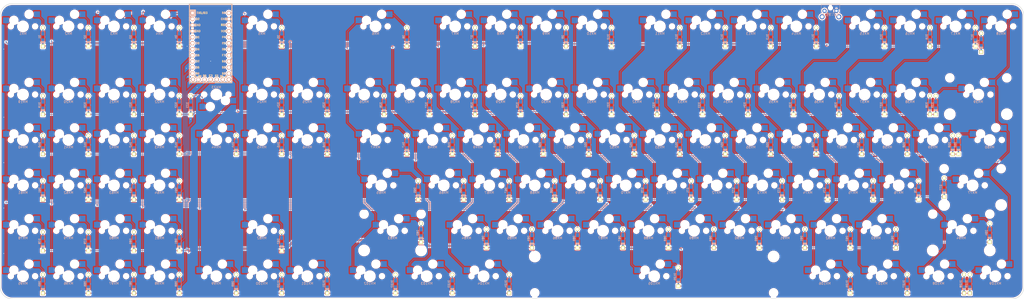
<source format=kicad_pcb>
(kicad_pcb (version 20171130) (host pcbnew "(5.0.1)-4")
  (title_block (title "South Chonk") (date 2019-03-26) (rev 1) (company "Peioris Boards") (comment 1 "commissioned by Karishnikov"))
  (layers (0 F.Cu signal) (31 B.Cu signal) (34 B.Paste user) (35 F.Paste user) (36 B.SilkS user) (37 F.SilkS user) (38 B.Mask user) (39 F.Mask user) (44 Edge.Cuts user))
  (net 0 "")
  (net 1 "Net-(D1-Pad2)")
  (net 2 "Net-(D2-Pad2)")
  (net 3 "Net-(D3-Pad2)")
  (net 4 "Net-(D4-Pad2)")
  (net 5 "Net-(D5-Pad2)")
  (net 6 "Net-(D6-Pad2)")
  (net 7 "Net-(D7-Pad2)")
  (net 8 "Net-(D8-Pad2)")
  (net 9 "Net-(D9-Pad2)")
  (net 10 "Net-(D10-Pad2)")
  (net 11 "Net-(D11-Pad2)")
  (net 12 "Net-(D12-Pad2)")
  (net 13 "Net-(D13-Pad2)")
  (net 14 "Net-(D14-Pad2)")
  (net 15 "Net-(D15-Pad2)")
  (net 16 "Net-(D16-Pad2)")
  (net 17 "Net-(D17-Pad2)")
  (net 18 "Net-(D18-Pad2)")
  (net 19 "Net-(D19-Pad2)")
  (net 20 "Net-(D20-Pad2)")
  (net 21 "Net-(D21-Pad2)")
  (net 22 "Net-(D22-Pad2)")
  (net 23 "Net-(D23-Pad2)")
  (net 24 "Net-(D24-Pad2)")
  (net 25 "Net-(D25-Pad2)")
  (net 26 "Net-(D26-Pad2)")
  (net 27 "Net-(D27-Pad2)")
  (net 28 "Net-(D28-Pad2)")
  (net 29 "Net-(D29-Pad2)")
  (net 30 "Net-(D30-Pad2)")
  (net 31 "Net-(D31-Pad2)")
  (net 32 "Net-(D32-Pad2)")
  (net 33 "Net-(D33-Pad2)")
  (net 34 "Net-(D34-Pad2)")
  (net 35 "Net-(D35-Pad2)")
  (net 36 "Net-(D36-Pad2)")
  (net 37 "Net-(D37-Pad2)")
  (net 38 "Net-(D38-Pad2)")
  (net 39 "Net-(D39-Pad2)")
  (net 40 "Net-(D40-Pad2)")
  (net 41 "Net-(D41-Pad2)")
  (net 42 "Net-(D42-Pad2)")
  (net 43 "Net-(D43-Pad2)")
  (net 44 "Net-(D44-Pad2)")
  (net 45 "Net-(D45-Pad2)")
  (net 46 "Net-(D46-Pad2)")
  (net 47 "Net-(D47-Pad2)")
  (net 48 "Net-(D48-Pad2)")
  (net 49 "Net-(D49-Pad2)")
  (net 50 "Net-(D50-Pad2)")
  (net 51 "Net-(D51-Pad2)")
  (net 52 "Net-(D52-Pad2)")
  (net 53 "Net-(D53-Pad2)")
  (net 54 "Net-(D54-Pad2)")
  (net 55 "Net-(D55-Pad2)")
  (net 56 "Net-(D56-Pad2)")
  (net 57 "Net-(D57-Pad2)")
  (net 58 "Net-(D58-Pad2)")
  (net 59 "Net-(D59-Pad2)")
  (net 60 "Net-(D60-Pad2)")
  (net 61 "Net-(D61-Pad2)")
  (net 62 "Net-(D62-Pad2)")
  (net 63 "Net-(D63-Pad2)")
  (net 64 "Net-(D64-Pad2)")
  (net 65 "Net-(D65-Pad2)")
  (net 66 "Net-(D66-Pad2)")
  (net 67 "Net-(D67-Pad2)")
  (net 68 "Net-(D68-Pad2)")
  (net 69 "Net-(D69-Pad2)")
  (net 70 "Net-(D70-Pad2)")
  (net 71 "Net-(D71-Pad2)")
  (net 72 "Net-(D72-Pad2)")
  (net 73 "Net-(D73-Pad2)")
  (net 74 "Net-(D74-Pad2)")
  (net 75 "Net-(D75-Pad2)")
  (net 76 "Net-(D76-Pad2)")
  (net 77 "Net-(D77-Pad2)")
  (net 78 "Net-(D78-Pad2)")
  (net 79 "Net-(D79-Pad2)")
  (net 80 "Net-(D80-Pad2)")
  (net 81 "Net-(D81-Pad2)")
  (net 82 "Net-(D82-Pad2)")
  (net 83 "Net-(D83-Pad2)")
  (net 84 "Net-(D84-Pad2)")
  (net 85 "Net-(D85-Pad2)")
  (net 86 "Net-(D86-Pad2)")
  (net 87 "Net-(D87-Pad2)")
  (net 88 "Net-(D88-Pad2)")
  (net 89 "Net-(D89-Pad2)")
  (net 90 "Net-(D90-Pad2)")
  (net 91 "Net-(D91-Pad2)")
  (net 92 "Net-(D92-Pad2)")
  (net 93 "Net-(D93-Pad2)")
  (net 94 "Net-(D94-Pad2)")
  (net 95 "Net-(D95-Pad2)")
  (net 96 "Net-(D96-Pad2)")
  (net 97 "Net-(D97-Pad2)")
  (net 98 "Net-(D98-Pad2)")
  (net 99 "Net-(D99-Pad2)")
  (net 100 "Net-(D100-Pad2)")
  (net 101 "Net-(D101-Pad2)")
  (net 102 "Net-(D102-Pad2)")
  (net 103 "Net-(D103-Pad2)")
  (net 104 "Net-(D104-Pad2)")
  (net 105 "Net-(D105-Pad2)")
  (net 106 "Net-(D106-Pad2)")
  (net 107 "Net-(D107-Pad2)")
  (net 108 "Net-(D108-Pad2)")
  (net 109 "Net-(D109-Pad2)")
  (net 110 /D3)
  (net 111 /D2)
  (net 112 +5V)
  (net 113 /D1)
  (net 114 /D0)
  (net 115 /D4)
  (net 116 /C6)
  (net 117 /D7)
  (net 118 /E6)
  (net 119 /B4)
  (net 120 /B6)
  (net 121 /B2)
  (net 122 /B3)
  (net 123 /B1)
  (net 124 /F7)
  (net 125 /F6)
  (net 126 /F5)
  (net 127 /F4)
  (net 128 RST)
  (net 129 /B5)
  (net 130 /B0)
  (net 131 /F0)
  (net 132 /F1)
  (net 133 /C7)
  (net 134 /D5)
  (net 135 /B7)
  (net 136 GND)
  (module MX_Alps_Hybrid:MXOnly-1U-Hotswap (layer F.Cu) (at 28.575 28.575)
    (fp_text reference MX1)
    (fp_text value MX-1U)
    (fp_text user %R (at 0 3.048) (layer B.SilkS) (effects (justify mirror)))
    (pad "" np_thru_hole circle (at 2.54 -5.08) (size 3 3) (drill 3) (layers *.Cu *.Mask))
    (pad "" np_thru_hole circle (at 0 0) (size 3.9878 3.9878) (drill 3.9878) (layers *.Cu *.Mask))
    (pad "" np_thru_hole circle (at -3.81 -2.54) (size 3 3) (drill 3) (layers *.Cu *.Mask))
    (pad "" np_thru_hole circle (at -5.08 0 48.0996) (size 1.75 1.75) (drill 1.75) (layers *.Cu *.Mask))
    (pad "" np_thru_hole circle (at 5.08 0 48.0996) (size 1.75 1.75) (drill 1.75) (layers *.Cu *.Mask))
    (pad 1 smd rect (at -7.085 -2.54) (size 2.55 2.5) (layers B.Cu B.Paste B.Mask) (net 114 /D0))
    (pad 2 smd rect (at 5.842 -5.08) (size 2.55 2.5) (layers B.Cu B.Paste B.Mask) (net 1 "Net-(D1-Pad2)"))
  )
  (module MX_Alps_Hybrid:MXOnly-1U-Hotswap (layer F.Cu) (at 47.625 28.575)
    (fp_text reference MX2)
    (fp_text value MX-1U)
    (fp_text user %R (at 0 3.048) (layer B.SilkS) (effects (justify mirror)))
    (pad 2 smd rect (at 5.842 -5.08) (size 2.55 2.5) (layers B.Cu B.Paste B.Mask) (net 2 "Net-(D2-Pad2)"))
    (pad 1 smd rect (at -7.085 -2.54) (size 2.55 2.5) (layers B.Cu B.Paste B.Mask) (net 113 /D1))
    (pad "" np_thru_hole circle (at 5.08 0 48.0996) (size 1.75 1.75) (drill 1.75) (layers *.Cu *.Mask))
    (pad "" np_thru_hole circle (at -5.08 0 48.0996) (size 1.75 1.75) (drill 1.75) (layers *.Cu *.Mask))
    (pad "" np_thru_hole circle (at -3.81 -2.54) (size 3 3) (drill 3) (layers *.Cu *.Mask))
    (pad "" np_thru_hole circle (at 0 0) (size 3.9878 3.9878) (drill 3.9878) (layers *.Cu *.Mask))
    (pad "" np_thru_hole circle (at 2.54 -5.08) (size 3 3) (drill 3) (layers *.Cu *.Mask))
  )
  (module MX_Alps_Hybrid:MXOnly-1U-Hotswap (layer F.Cu) (at 66.675 28.575)
    (fp_text reference MX3)
    (fp_text value MX-1U)
    (fp_text user %R (at 0 3.048) (layer B.SilkS) (effects (justify mirror)))
    (pad "" np_thru_hole circle (at 2.54 -5.08) (size 3 3) (drill 3) (layers *.Cu *.Mask))
    (pad "" np_thru_hole circle (at 0 0) (size 3.9878 3.9878) (drill 3.9878) (layers *.Cu *.Mask))
    (pad "" np_thru_hole circle (at -3.81 -2.54) (size 3 3) (drill 3) (layers *.Cu *.Mask))
    (pad "" np_thru_hole circle (at -5.08 0 48.0996) (size 1.75 1.75) (drill 1.75) (layers *.Cu *.Mask))
    (pad "" np_thru_hole circle (at 5.08 0 48.0996) (size 1.75 1.75) (drill 1.75) (layers *.Cu *.Mask))
    (pad 1 smd rect (at -7.085 -2.54) (size 2.55 2.5) (layers B.Cu B.Paste B.Mask) (net 111 /D2))
    (pad 2 smd rect (at 5.842 -5.08) (size 2.55 2.5) (layers B.Cu B.Paste B.Mask) (net 3 "Net-(D3-Pad2)"))
  )
  (module MX_Alps_Hybrid:MXOnly-1U-Hotswap (layer F.Cu) (at 85.7251 28.575)
    (fp_text reference MX4)
    (fp_text value MX-1U)
    (fp_text user %R (at 0 3.048) (layer B.SilkS) (effects (justify mirror)))
    (pad "" np_thru_hole circle (at 2.54 -5.08) (size 3 3) (drill 3) (layers *.Cu *.Mask))
    (pad "" np_thru_hole circle (at 0 0) (size 3.9878 3.9878) (drill 3.9878) (layers *.Cu *.Mask))
    (pad "" np_thru_hole circle (at -3.81 -2.54) (size 3 3) (drill 3) (layers *.Cu *.Mask))
    (pad "" np_thru_hole circle (at -5.08 0 48.0996) (size 1.75 1.75) (drill 1.75) (layers *.Cu *.Mask))
    (pad "" np_thru_hole circle (at 5.08 0 48.0996) (size 1.75 1.75) (drill 1.75) (layers *.Cu *.Mask))
    (pad 1 smd rect (at -7.085 -2.54) (size 2.55 2.5) (layers B.Cu B.Paste B.Mask) (net 110 /D3))
    (pad 2 smd rect (at 5.842 -5.08) (size 2.55 2.5) (layers B.Cu B.Paste B.Mask) (net 4 "Net-(D4-Pad2)"))
  )
  (module MX_Alps_Hybrid:MXOnly-1U-Hotswap (layer F.Cu) (at 109.538 57.15 180)
    (fp_text reference MX23)
    (fp_text value MX-1U)
    (fp_text user %R (at 0 3.048 180) (layer B.SilkS) (effects (justify mirror)))
    (pad 2 smd rect (at 5.842 -5.08 180) (size 2.55 2.5) (layers B.Cu B.Paste B.Mask) (net 23 "Net-(D23-Pad2)"))
    (pad 1 smd rect (at -7.085 -2.54 180) (size 2.55 2.5) (layers B.Cu B.Paste B.Mask) (net 120 /B6))
    (pad "" np_thru_hole circle (at 5.08 0 228.0996) (size 1.75 1.75) (drill 1.75) (layers *.Cu *.Mask))
    (pad "" np_thru_hole circle (at -5.08 0 228.0996) (size 1.75 1.75) (drill 1.75) (layers *.Cu *.Mask))
    (pad "" np_thru_hole circle (at -3.81 -2.54 180) (size 3 3) (drill 3) (layers *.Cu *.Mask))
    (pad "" np_thru_hole circle (at 0 0 180) (size 3.9878 3.9878) (drill 3.9878) (layers *.Cu *.Mask))
    (pad "" np_thru_hole circle (at 2.54 -5.08 180) (size 3 3) (drill 3) (layers *.Cu *.Mask))
  )
  (module MX_Alps_Hybrid:MXOnly-6.25U-Hotswap-ReversedStabilizers (layer F.Cu) (at 292.894 133.35)
    (fp_text reference MX105)
    (fp_text value MX-6.25U)
    (fp_text user %R (at 0 3.048) (layer B.SilkS) (effects (justify mirror)))
    (pad "" np_thru_hole circle (at 2.54 -5.08) (size 3 3) (drill 3) (layers *.Cu *.Mask))
    (pad "" np_thru_hole circle (at 0 0) (size 3.9878 3.9878) (drill 3.9878) (layers *.Cu *.Mask))
    (pad "" np_thru_hole circle (at -3.81 -2.54) (size 3 3) (drill 3) (layers *.Cu *.Mask))
    (pad "" np_thru_hole circle (at -5.08 0 48.0996) (size 1.75 1.75) (drill 1.75) (layers *.Cu *.Mask))
    (pad "" np_thru_hole circle (at 5.08 0 48.0996) (size 1.75 1.75) (drill 1.75) (layers *.Cu *.Mask))
    (pad 1 smd rect (at -7.085 -2.54) (size 2.55 2.5) (layers B.Cu B.Paste B.Mask) (net 111 /D2))
    (pad 2 smd rect (at 5.842 -5.08) (size 2.55 2.5) (layers B.Cu B.Paste B.Mask) (net 105 "Net-(D105-Pad2)"))
    (pad "" np_thru_hole circle (at 49.9999 6.985) (size 3.048 3.048) (drill 3.048) (layers *.Cu *.Mask))
    (pad "" np_thru_hole circle (at -49.9999 6.985) (size 3.048 3.048) (drill 3.048) (layers *.Cu *.Mask))
    (pad "" np_thru_hole circle (at 49.9999 -8.255) (size 3.9878 3.9878) (drill 3.9878) (layers *.Cu *.Mask))
    (pad "" np_thru_hole circle (at -49.9999 -8.255) (size 3.9878 3.9878) (drill 3.9878) (layers *.Cu *.Mask))
  )
  (module MX_Alps_Hybrid:MXOnly-2.75U-Hotswap (layer F.Cu) (at 421.481 114.3)
    (fp_text reference MX94)
    (fp_text value MX-2.75U)
    (fp_text user %R (at 0 3.048) (layer B.SilkS) (effects (justify mirror)))
    (pad "" np_thru_hole circle (at 2.54 -5.08) (size 3 3) (drill 3) (layers *.Cu *.Mask))
    (pad "" np_thru_hole circle (at 0 0) (size 3.9878 3.9878) (drill 3.9878) (layers *.Cu *.Mask))
    (pad "" np_thru_hole circle (at -3.81 -2.54) (size 3 3) (drill 3) (layers *.Cu *.Mask))
    (pad "" np_thru_hole circle (at -5.08 0 48.0996) (size 1.75 1.75) (drill 1.75) (layers *.Cu *.Mask))
    (pad "" np_thru_hole circle (at 5.08 0 48.0996) (size 1.75 1.75) (drill 1.75) (layers *.Cu *.Mask))
    (pad 1 smd rect (at -7.085 -2.54) (size 2.55 2.5) (layers B.Cu B.Paste B.Mask) (net 123 /B1))
    (pad 2 smd rect (at 5.842 -5.08) (size 2.55 2.5) (layers B.Cu B.Paste B.Mask) (net 94 "Net-(D94-Pad2)"))
    (pad "" np_thru_hole circle (at 11.938 -6.985) (size 3.048 3.048) (drill 3.048) (layers *.Cu *.Mask))
    (pad "" np_thru_hole circle (at -11.938 -6.985) (size 3.048 3.048) (drill 3.048) (layers *.Cu *.Mask))
    (pad "" np_thru_hole circle (at 11.938 8.255) (size 3.9878 3.9878) (drill 3.9878) (layers *.Cu *.Mask))
    (pad "" np_thru_hole circle (at -11.938 8.255) (size 3.9878 3.9878) (drill 3.9878) (layers *.Cu *.Mask))
  )
  (module MX_Alps_Hybrid:MXOnly-1U-Hotswap (layer F.Cu) (at 438.15 28.575)
    (fp_text reference MX18)
    (fp_text value MX-1U)
    (fp_text user %R (at 0 3.048) (layer B.SilkS) (effects (justify mirror)))
    (pad "" np_thru_hole circle (at 2.54 -5.08) (size 3 3) (drill 3) (layers *.Cu *.Mask))
    (pad "" np_thru_hole circle (at 0 0) (size 3.9878 3.9878) (drill 3.9878) (layers *.Cu *.Mask))
    (pad "" np_thru_hole circle (at -3.81 -2.54) (size 3 3) (drill 3) (layers *.Cu *.Mask))
    (pad "" np_thru_hole circle (at -5.08 0 48.0996) (size 1.75 1.75) (drill 1.75) (layers *.Cu *.Mask))
    (pad "" np_thru_hole circle (at 5.08 0 48.0996) (size 1.75 1.75) (drill 1.75) (layers *.Cu *.Mask))
    (pad 2 smd rect (at -7.085 -2.54) (size 2.55 2.5) (layers B.Cu B.Paste B.Mask) (net 18 "Net-(D18-Pad2)"))
    (pad 1 smd rect (at 5.842 -5.08) (size 2.55 2.5) (layers B.Cu B.Paste B.Mask) (net 124 /F7))
  )
  (module MX_Alps_Hybrid:MXOnly-1.5U-Hotswap (layer F.Cu) (at 433.388 76.2)
    (fp_text reference MX60)
    (fp_text value MX-1.5U)
    (fp_text user %R (at 0 3.048) (layer B.SilkS) (effects (justify mirror)))
    (pad "" np_thru_hole circle (at 2.54 -5.08) (size 3 3) (drill 3) (layers *.Cu *.Mask))
    (pad "" np_thru_hole circle (at 0 0) (size 3.9878 3.9878) (drill 3.9878) (layers *.Cu *.Mask))
    (pad "" np_thru_hole circle (at -3.81 -2.54) (size 3 3) (drill 3) (layers *.Cu *.Mask))
    (pad "" np_thru_hole circle (at -5.08 0 48.0996) (size 1.75 1.75) (drill 1.75) (layers *.Cu *.Mask))
    (pad "" np_thru_hole circle (at 5.08 0 48.0996) (size 1.75 1.75) (drill 1.75) (layers *.Cu *.Mask))
    (pad 2 smd rect (at -7.085 -2.54) (size 2.55 2.5) (layers B.Cu B.Paste B.Mask) (net 60 "Net-(D60-Pad2)"))
    (pad 1 smd rect (at 5.842 -5.08) (size 2.55 2.5) (layers B.Cu B.Paste B.Mask) (net 124 /F7))
  )
  (module MX_Alps_Hybrid:MXOnly-1.25U-Hotswap (layer F.Cu) (at 435.769 133.35)
    (fp_text reference MX109)
    (fp_text value MX-1.25U)
    (fp_text user %R (at 0 3.048) (layer B.SilkS) (effects (justify mirror)))
    (pad "" np_thru_hole circle (at 2.54 -5.08) (size 3 3) (drill 3) (layers *.Cu *.Mask))
    (pad "" np_thru_hole circle (at 0 0) (size 3.9878 3.9878) (drill 3.9878) (layers *.Cu *.Mask))
    (pad "" np_thru_hole circle (at -3.81 -2.54) (size 3 3) (drill 3) (layers *.Cu *.Mask))
    (pad "" np_thru_hole circle (at -5.08 0 48.0996) (size 1.75 1.75) (drill 1.75) (layers *.Cu *.Mask))
    (pad "" np_thru_hole circle (at 5.08 0 48.0996) (size 1.75 1.75) (drill 1.75) (layers *.Cu *.Mask))
    (pad 2 smd rect (at -7.085 -2.54) (size 2.55 2.5) (layers B.Cu B.Paste B.Mask) (net 109 "Net-(D109-Pad2)"))
    (pad 1 smd rect (at 5.842 -5.08) (size 2.55 2.5) (layers B.Cu B.Paste B.Mask) (net 124 /F7))
  )
  (module MX_Alps_Hybrid:MXOnly-2.25U-Hotswap (layer F.Cu) (at 426.244 95.25)
    (fp_text reference MX77)
    (fp_text value MX-2.25U)
    (fp_text user %R (at 0 3.048) (layer B.SilkS) (effects (justify mirror)))
    (pad "" np_thru_hole circle (at 2.54 -5.08) (size 3 3) (drill 3) (layers *.Cu *.Mask))
    (pad "" np_thru_hole circle (at 0 0) (size 3.9878 3.9878) (drill 3.9878) (layers *.Cu *.Mask))
    (pad "" np_thru_hole circle (at -3.81 -2.54) (size 3 3) (drill 3) (layers *.Cu *.Mask))
    (pad "" np_thru_hole circle (at -5.08 0 48.0996) (size 1.75 1.75) (drill 1.75) (layers *.Cu *.Mask))
    (pad "" np_thru_hole circle (at 5.08 0 48.0996) (size 1.75 1.75) (drill 1.75) (layers *.Cu *.Mask))
    (pad 2 smd rect (at -7.085 -2.54) (size 2.55 2.5) (layers B.Cu B.Paste B.Mask) (net 77 "Net-(D77-Pad2)"))
    (pad 1 smd rect (at 5.842 -5.08) (size 2.55 2.5) (layers B.Cu B.Paste B.Mask) (net 124 /F7))
    (pad "" np_thru_hole circle (at 11.938 -6.985) (size 3.048 3.048) (drill 3.048) (layers *.Cu *.Mask))
    (pad "" np_thru_hole circle (at -11.938 -6.985) (size 3.048 3.048) (drill 3.048) (layers *.Cu *.Mask))
    (pad "" np_thru_hole circle (at 11.938 8.255) (size 3.9878 3.9878) (drill 3.9878) (layers *.Cu *.Mask))
    (pad "" np_thru_hole circle (at -11.938 8.255) (size 3.9878 3.9878) (drill 3.9878) (layers *.Cu *.Mask))
  )
  (module MX_Alps_Hybrid:MXOnly-2U-Hotswap (layer F.Cu) (at 428.625 57.15)
    (fp_text reference MX39)
    (fp_text value MX-2U)
    (fp_text user %R (at 0 3.048) (layer B.SilkS) (effects (justify mirror)))
    (pad "" np_thru_hole circle (at 2.54 -5.08) (size 3 3) (drill 3) (layers *.Cu *.Mask))
    (pad "" np_thru_hole circle (at 0 0) (size 3.9878 3.9878) (drill 3.9878) (layers *.Cu *.Mask))
    (pad "" np_thru_hole circle (at -3.81 -2.54) (size 3 3) (drill 3) (layers *.Cu *.Mask))
    (pad "" np_thru_hole circle (at -5.08 0 48.0996) (size 1.75 1.75) (drill 1.75) (layers *.Cu *.Mask))
    (pad "" np_thru_hole circle (at 5.08 0 48.0996) (size 1.75 1.75) (drill 1.75) (layers *.Cu *.Mask))
    (pad 2 smd rect (at -7.085 -2.54) (size 2.55 2.5) (layers B.Cu B.Paste B.Mask) (net 39 "Net-(D39-Pad2)"))
    (pad 1 smd rect (at 5.842 -5.08) (size 2.55 2.5) (layers B.Cu B.Paste B.Mask) (net 124 /F7))
    (pad "" np_thru_hole circle (at 11.938 -6.985) (size 3.048 3.048) (drill 3.048) (layers *.Cu *.Mask))
    (pad "" np_thru_hole circle (at -11.938 -6.985) (size 3.048 3.048) (drill 3.048) (layers *.Cu *.Mask))
    (pad "" np_thru_hole circle (at 11.938 8.255) (size 3.9878 3.9878) (drill 3.9878) (layers *.Cu *.Mask))
    (pad "" np_thru_hole circle (at -11.938 8.255) (size 3.9878 3.9878) (drill 3.9878) (layers *.Cu *.Mask))
  )
  (module MX_Alps_Hybrid:MXOnly-1U-Hotswap (layer F.Cu) (at 128.588 28.575)
    (fp_text reference MX5)
    (fp_text value MX-1U)
    (fp_text user %R (at 0 3.048) (layer B.SilkS) (effects (justify mirror)))
    (pad 2 smd rect (at 5.842 -5.08) (size 2.55 2.5) (layers B.Cu B.Paste B.Mask) (net 5 "Net-(D5-Pad2)"))
    (pad 1 smd rect (at -7.085 -2.54) (size 2.55 2.5) (layers B.Cu B.Paste B.Mask) (net 130 /B0))
    (pad "" np_thru_hole circle (at 5.08 0 48.0996) (size 1.75 1.75) (drill 1.75) (layers *.Cu *.Mask))
    (pad "" np_thru_hole circle (at -5.08 0 48.0996) (size 1.75 1.75) (drill 1.75) (layers *.Cu *.Mask))
    (pad "" np_thru_hole circle (at -3.81 -2.54) (size 3 3) (drill 3) (layers *.Cu *.Mask))
    (pad "" np_thru_hole circle (at 0 0) (size 3.9878 3.9878) (drill 3.9878) (layers *.Cu *.Mask))
    (pad "" np_thru_hole circle (at 2.54 -5.08) (size 3 3) (drill 3) (layers *.Cu *.Mask))
  )
  (module MX_Alps_Hybrid:MXOnly-1.5U-Hotswap (layer F.Cu) (at 176.212 28.575)
    (fp_text reference MX6)
    (fp_text value MX-1.5U)
    (fp_text user %R (at 0 3.048) (layer B.SilkS) (effects (justify mirror)))
    (pad 2 smd rect (at 5.842 -5.08) (size 2.55 2.5) (layers B.Cu B.Paste B.Mask) (net 6 "Net-(D6-Pad2)"))
    (pad 1 smd rect (at -7.085 -2.54) (size 2.55 2.5) (layers B.Cu B.Paste B.Mask) (net 122 /B3))
    (pad "" np_thru_hole circle (at 5.08 0 48.0996) (size 1.75 1.75) (drill 1.75) (layers *.Cu *.Mask))
    (pad "" np_thru_hole circle (at -5.08 0 48.0996) (size 1.75 1.75) (drill 1.75) (layers *.Cu *.Mask))
    (pad "" np_thru_hole circle (at -3.81 -2.54) (size 3 3) (drill 3) (layers *.Cu *.Mask))
    (pad "" np_thru_hole circle (at 0 0) (size 3.9878 3.9878) (drill 3.9878) (layers *.Cu *.Mask))
    (pad "" np_thru_hole circle (at 2.54 -5.08) (size 3 3) (drill 3) (layers *.Cu *.Mask))
  )
  (module MX_Alps_Hybrid:MXOnly-1U-Hotswap (layer F.Cu) (at 209.55 28.575)
    (fp_text reference MX7)
    (fp_text value MX-1U)
    (fp_text user %R (at 0 3.048) (layer B.SilkS) (effects (justify mirror)))
    (pad "" np_thru_hole circle (at 2.54 -5.08) (size 3 3) (drill 3) (layers *.Cu *.Mask))
    (pad "" np_thru_hole circle (at 0 0) (size 3.9878 3.9878) (drill 3.9878) (layers *.Cu *.Mask))
    (pad "" np_thru_hole circle (at -3.81 -2.54) (size 3 3) (drill 3) (layers *.Cu *.Mask))
    (pad "" np_thru_hole circle (at -5.08 0 48.0996) (size 1.75 1.75) (drill 1.75) (layers *.Cu *.Mask))
    (pad "" np_thru_hole circle (at 5.08 0 48.0996) (size 1.75 1.75) (drill 1.75) (layers *.Cu *.Mask))
    (pad 1 smd rect (at -7.085 -2.54) (size 2.55 2.5) (layers B.Cu B.Paste B.Mask) (net 124 /F7))
    (pad 2 smd rect (at 5.842 -5.08) (size 2.55 2.5) (layers B.Cu B.Paste B.Mask) (net 7 "Net-(D7-Pad2)"))
  )
  (module MX_Alps_Hybrid:MXOnly-1U-Hotswap (layer F.Cu) (at 228.6 28.575)
    (fp_text reference MX8)
    (fp_text value MX-1U)
    (fp_text user %R (at 0 3.048) (layer B.SilkS) (effects (justify mirror)))
    (pad 2 smd rect (at 5.842 -5.08) (size 2.55 2.5) (layers B.Cu B.Paste B.Mask) (net 8 "Net-(D8-Pad2)"))
    (pad 1 smd rect (at -7.085 -2.54) (size 2.55 2.5) (layers B.Cu B.Paste B.Mask) (net 125 /F6))
    (pad "" np_thru_hole circle (at 5.08 0 48.0996) (size 1.75 1.75) (drill 1.75) (layers *.Cu *.Mask))
    (pad "" np_thru_hole circle (at -5.08 0 48.0996) (size 1.75 1.75) (drill 1.75) (layers *.Cu *.Mask))
    (pad "" np_thru_hole circle (at -3.81 -2.54) (size 3 3) (drill 3) (layers *.Cu *.Mask))
    (pad "" np_thru_hole circle (at 0 0) (size 3.9878 3.9878) (drill 3.9878) (layers *.Cu *.Mask))
    (pad "" np_thru_hole circle (at 2.54 -5.08) (size 3 3) (drill 3) (layers *.Cu *.Mask))
  )
  (module MX_Alps_Hybrid:MXOnly-1U-Hotswap (layer F.Cu) (at 247.65 28.575)
    (fp_text reference MX9)
    (fp_text value MX-1U)
    (fp_text user %R (at 0 3.048) (layer B.SilkS) (effects (justify mirror)))
    (pad "" np_thru_hole circle (at 2.54 -5.08) (size 3 3) (drill 3) (layers *.Cu *.Mask))
    (pad "" np_thru_hole circle (at 0 0) (size 3.9878 3.9878) (drill 3.9878) (layers *.Cu *.Mask))
    (pad "" np_thru_hole circle (at -3.81 -2.54) (size 3 3) (drill 3) (layers *.Cu *.Mask))
    (pad "" np_thru_hole circle (at -5.08 0 48.0996) (size 1.75 1.75) (drill 1.75) (layers *.Cu *.Mask))
    (pad "" np_thru_hole circle (at 5.08 0 48.0996) (size 1.75 1.75) (drill 1.75) (layers *.Cu *.Mask))
    (pad 1 smd rect (at -7.085 -2.54) (size 2.55 2.5) (layers B.Cu B.Paste B.Mask) (net 114 /D0))
    (pad 2 smd rect (at 5.842 -5.08) (size 2.55 2.5) (layers B.Cu B.Paste B.Mask) (net 9 "Net-(D9-Pad2)"))
  )
  (module MX_Alps_Hybrid:MXOnly-1U-Hotswap (layer F.Cu) (at 266.7 28.575)
    (fp_text reference MX10)
    (fp_text value MX-1U)
    (fp_text user %R (at 0 3.048) (layer B.SilkS) (effects (justify mirror)))
    (pad "" np_thru_hole circle (at 2.54 -5.08) (size 3 3) (drill 3) (layers *.Cu *.Mask))
    (pad "" np_thru_hole circle (at 0 0) (size 3.9878 3.9878) (drill 3.9878) (layers *.Cu *.Mask))
    (pad "" np_thru_hole circle (at -3.81 -2.54) (size 3 3) (drill 3) (layers *.Cu *.Mask))
    (pad "" np_thru_hole circle (at -5.08 0 48.0996) (size 1.75 1.75) (drill 1.75) (layers *.Cu *.Mask))
    (pad "" np_thru_hole circle (at 5.08 0 48.0996) (size 1.75 1.75) (drill 1.75) (layers *.Cu *.Mask))
    (pad 1 smd rect (at -7.085 -2.54) (size 2.55 2.5) (layers B.Cu B.Paste B.Mask) (net 113 /D1))
    (pad 2 smd rect (at 5.842 -5.08) (size 2.55 2.5) (layers B.Cu B.Paste B.Mask) (net 10 "Net-(D10-Pad2)"))
  )
  (module MX_Alps_Hybrid:MXOnly-1U-Hotswap (layer F.Cu) (at 295.275 28.575)
    (fp_text reference MX11)
    (fp_text value MX-1U)
    (fp_text user %R (at 0 3.048) (layer B.SilkS) (effects (justify mirror)))
    (pad "" np_thru_hole circle (at 2.54 -5.08) (size 3 3) (drill 3) (layers *.Cu *.Mask))
    (pad "" np_thru_hole circle (at 0 0) (size 3.9878 3.9878) (drill 3.9878) (layers *.Cu *.Mask))
    (pad "" np_thru_hole circle (at -3.81 -2.54) (size 3 3) (drill 3) (layers *.Cu *.Mask))
    (pad "" np_thru_hole circle (at -5.08 0 48.0996) (size 1.75 1.75) (drill 1.75) (layers *.Cu *.Mask))
    (pad "" np_thru_hole circle (at 5.08 0 48.0996) (size 1.75 1.75) (drill 1.75) (layers *.Cu *.Mask))
    (pad 1 smd rect (at -7.085 -2.54) (size 2.55 2.5) (layers B.Cu B.Paste B.Mask) (net 111 /D2))
    (pad 2 smd rect (at 5.842 -5.08) (size 2.55 2.5) (layers B.Cu B.Paste B.Mask) (net 11 "Net-(D11-Pad2)"))
  )
  (module MX_Alps_Hybrid:MXOnly-1U-Hotswap (layer F.Cu) (at 314.325 28.575)
    (fp_text reference MX12)
    (fp_text value MX-1U)
    (fp_text user %R (at 0 3.048) (layer B.SilkS) (effects (justify mirror)))
    (pad 2 smd rect (at 5.842 -5.08) (size 2.55 2.5) (layers B.Cu B.Paste B.Mask) (net 12 "Net-(D12-Pad2)"))
    (pad 1 smd rect (at -7.085 -2.54) (size 2.55 2.5) (layers B.Cu B.Paste B.Mask) (net 110 /D3))
    (pad "" np_thru_hole circle (at 5.08 0 48.0996) (size 1.75 1.75) (drill 1.75) (layers *.Cu *.Mask))
    (pad "" np_thru_hole circle (at -5.08 0 48.0996) (size 1.75 1.75) (drill 1.75) (layers *.Cu *.Mask))
    (pad "" np_thru_hole circle (at -3.81 -2.54) (size 3 3) (drill 3) (layers *.Cu *.Mask))
    (pad "" np_thru_hole circle (at 0 0) (size 3.9878 3.9878) (drill 3.9878) (layers *.Cu *.Mask))
    (pad "" np_thru_hole circle (at 2.54 -5.08) (size 3 3) (drill 3) (layers *.Cu *.Mask))
  )
  (module MX_Alps_Hybrid:MXOnly-1U-Hotswap (layer F.Cu) (at 333.375 28.575)
    (fp_text reference MX13)
    (fp_text value MX-1U)
    (fp_text user %R (at 0 3.048) (layer B.SilkS) (effects (justify mirror)))
    (pad 2 smd rect (at 5.842 -5.08) (size 2.55 2.5) (layers B.Cu B.Paste B.Mask) (net 13 "Net-(D13-Pad2)"))
    (pad 1 smd rect (at -7.085 -2.54) (size 2.55 2.5) (layers B.Cu B.Paste B.Mask) (net 120 /B6))
    (pad "" np_thru_hole circle (at 5.08 0 48.0996) (size 1.75 1.75) (drill 1.75) (layers *.Cu *.Mask))
    (pad "" np_thru_hole circle (at -5.08 0 48.0996) (size 1.75 1.75) (drill 1.75) (layers *.Cu *.Mask))
    (pad "" np_thru_hole circle (at -3.81 -2.54) (size 3 3) (drill 3) (layers *.Cu *.Mask))
    (pad "" np_thru_hole circle (at 0 0) (size 3.9878 3.9878) (drill 3.9878) (layers *.Cu *.Mask))
    (pad "" np_thru_hole circle (at 2.54 -5.08) (size 3 3) (drill 3) (layers *.Cu *.Mask))
  )
  (module MX_Alps_Hybrid:MXOnly-1U-Hotswap (layer F.Cu) (at 352.425 28.575)
    (fp_text reference MX14)
    (fp_text value MX-1U)
    (fp_text user %R (at 0 3.048) (layer B.SilkS) (effects (justify mirror)))
    (pad 2 smd rect (at 5.842 -5.08) (size 2.55 2.5) (layers B.Cu B.Paste B.Mask) (net 14 "Net-(D14-Pad2)"))
    (pad 1 smd rect (at -7.085 -2.54) (size 2.55 2.5) (layers B.Cu B.Paste B.Mask) (net 130 /B0))
    (pad "" np_thru_hole circle (at 5.08 0 48.0996) (size 1.75 1.75) (drill 1.75) (layers *.Cu *.Mask))
    (pad "" np_thru_hole circle (at -5.08 0 48.0996) (size 1.75 1.75) (drill 1.75) (layers *.Cu *.Mask))
    (pad "" np_thru_hole circle (at -3.81 -2.54) (size 3 3) (drill 3) (layers *.Cu *.Mask))
    (pad "" np_thru_hole circle (at 0 0) (size 3.9878 3.9878) (drill 3.9878) (layers *.Cu *.Mask))
    (pad "" np_thru_hole circle (at 2.54 -5.08) (size 3 3) (drill 3) (layers *.Cu *.Mask))
  )
  (module MX_Alps_Hybrid:MXOnly-1U-Hotswap (layer F.Cu) (at 381 28.575)
    (fp_text reference MX15)
    (fp_text value MX-1U)
    (fp_text user %R (at 0 3.048) (layer B.SilkS) (effects (justify mirror)))
    (pad 2 smd rect (at 5.842 -5.08) (size 2.55 2.5) (layers B.Cu B.Paste B.Mask) (net 15 "Net-(D15-Pad2)"))
    (pad 1 smd rect (at -7.085 -2.54) (size 2.55 2.5) (layers B.Cu B.Paste B.Mask) (net 127 /F4))
    (pad "" np_thru_hole circle (at 5.08 0 48.0996) (size 1.75 1.75) (drill 1.75) (layers *.Cu *.Mask))
    (pad "" np_thru_hole circle (at -5.08 0 48.0996) (size 1.75 1.75) (drill 1.75) (layers *.Cu *.Mask))
    (pad "" np_thru_hole circle (at -3.81 -2.54) (size 3 3) (drill 3) (layers *.Cu *.Mask))
    (pad "" np_thru_hole circle (at 0 0) (size 3.9878 3.9878) (drill 3.9878) (layers *.Cu *.Mask))
    (pad "" np_thru_hole circle (at 2.54 -5.08) (size 3 3) (drill 3) (layers *.Cu *.Mask))
  )
  (module MX_Alps_Hybrid:MXOnly-1U-Hotswap (layer F.Cu) (at 400.05 28.575)
    (fp_text reference MX16)
    (fp_text value MX-1U)
    (fp_text user %R (at 0 3.048) (layer B.SilkS) (effects (justify mirror)))
    (pad 2 smd rect (at 5.842 -5.08) (size 2.55 2.5) (layers B.Cu B.Paste B.Mask) (net 16 "Net-(D16-Pad2)"))
    (pad 1 smd rect (at -7.085 -2.54) (size 2.55 2.5) (layers B.Cu B.Paste B.Mask) (net 122 /B3))
    (pad "" np_thru_hole circle (at 5.08 0 48.0996) (size 1.75 1.75) (drill 1.75) (layers *.Cu *.Mask))
    (pad "" np_thru_hole circle (at -5.08 0 48.0996) (size 1.75 1.75) (drill 1.75) (layers *.Cu *.Mask))
    (pad "" np_thru_hole circle (at -3.81 -2.54) (size 3 3) (drill 3) (layers *.Cu *.Mask))
    (pad "" np_thru_hole circle (at 0 0) (size 3.9878 3.9878) (drill 3.9878) (layers *.Cu *.Mask))
    (pad "" np_thru_hole circle (at 2.54 -5.08) (size 3 3) (drill 3) (layers *.Cu *.Mask))
  )
  (module MX_Alps_Hybrid:MXOnly-1U-Hotswap (layer F.Cu) (at 419.1 28.575)
    (fp_text reference MX17)
    (fp_text value MX-1U)
    (fp_text user %R (at 0 3.048) (layer B.SilkS) (effects (justify mirror)))
    (pad "" np_thru_hole circle (at 2.54 -5.08) (size 3 3) (drill 3) (layers *.Cu *.Mask))
    (pad "" np_thru_hole circle (at 0 0) (size 3.9878 3.9878) (drill 3.9878) (layers *.Cu *.Mask))
    (pad "" np_thru_hole circle (at -3.81 -2.54) (size 3 3) (drill 3) (layers *.Cu *.Mask))
    (pad "" np_thru_hole circle (at -5.08 0 48.0996) (size 1.75 1.75) (drill 1.75) (layers *.Cu *.Mask))
    (pad "" np_thru_hole circle (at 5.08 0 48.0996) (size 1.75 1.75) (drill 1.75) (layers *.Cu *.Mask))
    (pad 1 smd rect (at -7.085 -2.54) (size 2.55 2.5) (layers B.Cu B.Paste B.Mask) (net 123 /B1))
    (pad 2 smd rect (at 5.842 -5.08) (size 2.55 2.5) (layers B.Cu B.Paste B.Mask) (net 17 "Net-(D17-Pad2)"))
  )
  (module MX_Alps_Hybrid:MXOnly-1U-Hotswap (layer F.Cu) (at 28.575 57.15)
    (fp_text reference MX19)
    (fp_text value MX-1U)
    (fp_text user %R (at 0 3.048) (layer B.SilkS) (effects (justify mirror)))
    (pad "" np_thru_hole circle (at 2.54 -5.08) (size 3 3) (drill 3) (layers *.Cu *.Mask))
    (pad "" np_thru_hole circle (at 0 0) (size 3.9878 3.9878) (drill 3.9878) (layers *.Cu *.Mask))
    (pad "" np_thru_hole circle (at -3.81 -2.54) (size 3 3) (drill 3) (layers *.Cu *.Mask))
    (pad "" np_thru_hole circle (at -5.08 0 48.0996) (size 1.75 1.75) (drill 1.75) (layers *.Cu *.Mask))
    (pad "" np_thru_hole circle (at 5.08 0 48.0996) (size 1.75 1.75) (drill 1.75) (layers *.Cu *.Mask))
    (pad 1 smd rect (at -7.085 -2.54) (size 2.55 2.5) (layers B.Cu B.Paste B.Mask) (net 114 /D0))
    (pad 2 smd rect (at 5.842 -5.08) (size 2.55 2.5) (layers B.Cu B.Paste B.Mask) (net 19 "Net-(D19-Pad2)"))
  )
  (module MX_Alps_Hybrid:MXOnly-1U-Hotswap (layer F.Cu) (at 47.625 57.15)
    (fp_text reference MX20)
    (fp_text value MX-1U)
    (fp_text user %R (at 0 3.048) (layer B.SilkS) (effects (justify mirror)))
    (pad 2 smd rect (at 5.842 -5.08) (size 2.55 2.5) (layers B.Cu B.Paste B.Mask) (net 20 "Net-(D20-Pad2)"))
    (pad 1 smd rect (at -7.085 -2.54) (size 2.55 2.5) (layers B.Cu B.Paste B.Mask) (net 113 /D1))
    (pad "" np_thru_hole circle (at 5.08 0 48.0996) (size 1.75 1.75) (drill 1.75) (layers *.Cu *.Mask))
    (pad "" np_thru_hole circle (at -5.08 0 48.0996) (size 1.75 1.75) (drill 1.75) (layers *.Cu *.Mask))
    (pad "" np_thru_hole circle (at -3.81 -2.54) (size 3 3) (drill 3) (layers *.Cu *.Mask))
    (pad "" np_thru_hole circle (at 0 0) (size 3.9878 3.9878) (drill 3.9878) (layers *.Cu *.Mask))
    (pad "" np_thru_hole circle (at 2.54 -5.08) (size 3 3) (drill 3) (layers *.Cu *.Mask))
  )
  (module MX_Alps_Hybrid:MXOnly-1U-Hotswap (layer F.Cu) (at 66.675 57.15)
    (fp_text reference MX21)
    (fp_text value MX-1U)
    (fp_text user %R (at 0 3.048) (layer B.SilkS) (effects (justify mirror)))
    (pad 2 smd rect (at 5.842 -5.08) (size 2.55 2.5) (layers B.Cu B.Paste B.Mask) (net 21 "Net-(D21-Pad2)"))
    (pad 1 smd rect (at -7.085 -2.54) (size 2.55 2.5) (layers B.Cu B.Paste B.Mask) (net 111 /D2))
    (pad "" np_thru_hole circle (at 5.08 0 48.0996) (size 1.75 1.75) (drill 1.75) (layers *.Cu *.Mask))
    (pad "" np_thru_hole circle (at -5.08 0 48.0996) (size 1.75 1.75) (drill 1.75) (layers *.Cu *.Mask))
    (pad "" np_thru_hole circle (at -3.81 -2.54) (size 3 3) (drill 3) (layers *.Cu *.Mask))
    (pad "" np_thru_hole circle (at 0 0) (size 3.9878 3.9878) (drill 3.9878) (layers *.Cu *.Mask))
    (pad "" np_thru_hole circle (at 2.54 -5.08) (size 3 3) (drill 3) (layers *.Cu *.Mask))
  )
  (module MX_Alps_Hybrid:MXOnly-1U-Hotswap (layer F.Cu) (at 85.725 57.15)
    (fp_text reference MX22)
    (fp_text value MX-1U)
    (fp_text user %R (at 0 3.048) (layer B.SilkS) (effects (justify mirror)))
    (pad 2 smd rect (at 5.842 -5.08) (size 2.55 2.5) (layers B.Cu B.Paste B.Mask) (net 22 "Net-(D22-Pad2)"))
    (pad 1 smd rect (at -7.085 -2.54) (size 2.55 2.5) (layers B.Cu B.Paste B.Mask) (net 110 /D3))
    (pad "" np_thru_hole circle (at 5.08 0 48.0996) (size 1.75 1.75) (drill 1.75) (layers *.Cu *.Mask))
    (pad "" np_thru_hole circle (at -5.08 0 48.0996) (size 1.75 1.75) (drill 1.75) (layers *.Cu *.Mask))
    (pad "" np_thru_hole circle (at -3.81 -2.54) (size 3 3) (drill 3) (layers *.Cu *.Mask))
    (pad "" np_thru_hole circle (at 0 0) (size 3.9878 3.9878) (drill 3.9878) (layers *.Cu *.Mask))
    (pad "" np_thru_hole circle (at 2.54 -5.08) (size 3 3) (drill 3) (layers *.Cu *.Mask))
  )
  (module MX_Alps_Hybrid:MXOnly-1U-Hotswap (layer F.Cu) (at 128.588 57.15)
    (fp_text reference MX24)
    (fp_text value MX-1U)
    (fp_text user %R (at 0 3.048) (layer B.SilkS) (effects (justify mirror)))
    (pad "" np_thru_hole circle (at 2.54 -5.08) (size 3 3) (drill 3) (layers *.Cu *.Mask))
    (pad "" np_thru_hole circle (at 0 0) (size 3.9878 3.9878) (drill 3.9878) (layers *.Cu *.Mask))
    (pad "" np_thru_hole circle (at -3.81 -2.54) (size 3 3) (drill 3) (layers *.Cu *.Mask))
    (pad "" np_thru_hole circle (at -5.08 0 48.0996) (size 1.75 1.75) (drill 1.75) (layers *.Cu *.Mask))
    (pad "" np_thru_hole circle (at 5.08 0 48.0996) (size 1.75 1.75) (drill 1.75) (layers *.Cu *.Mask))
    (pad 1 smd rect (at -7.085 -2.54) (size 2.55 2.5) (layers B.Cu B.Paste B.Mask) (net 130 /B0))
    (pad 2 smd rect (at 5.842 -5.08) (size 2.55 2.5) (layers B.Cu B.Paste B.Mask) (net 24 "Net-(D24-Pad2)"))
  )
  (module MX_Alps_Hybrid:MXOnly-1U-Hotswap (layer F.Cu) (at 147.638 57.15)
    (fp_text reference MX25)
    (fp_text value MX-1U)
    (fp_text user %R (at 0 3.048) (layer B.SilkS) (effects (justify mirror)))
    (pad "" np_thru_hole circle (at 2.54 -5.08) (size 3 3) (drill 3) (layers *.Cu *.Mask))
    (pad "" np_thru_hole circle (at 0 0) (size 3.9878 3.9878) (drill 3.9878) (layers *.Cu *.Mask))
    (pad "" np_thru_hole circle (at -3.81 -2.54) (size 3 3) (drill 3) (layers *.Cu *.Mask))
    (pad "" np_thru_hole circle (at -5.08 0 48.0996) (size 1.75 1.75) (drill 1.75) (layers *.Cu *.Mask))
    (pad "" np_thru_hole circle (at 5.08 0 48.0996) (size 1.75 1.75) (drill 1.75) (layers *.Cu *.Mask))
    (pad 1 smd rect (at -7.085 -2.54) (size 2.55 2.5) (layers B.Cu B.Paste B.Mask) (net 127 /F4))
    (pad 2 smd rect (at 5.842 -5.08) (size 2.55 2.5) (layers B.Cu B.Paste B.Mask) (net 25 "Net-(D25-Pad2)"))
  )
  (module MX_Alps_Hybrid:MXOnly-1U-Hotswap (layer F.Cu) (at 171.45 57.15)
    (fp_text reference MX26)
    (fp_text value MX-1U)
    (fp_text user %R (at 0 3.048) (layer B.SilkS) (effects (justify mirror)))
    (pad "" np_thru_hole circle (at 2.54 -5.08) (size 3 3) (drill 3) (layers *.Cu *.Mask))
    (pad "" np_thru_hole circle (at 0 0) (size 3.9878 3.9878) (drill 3.9878) (layers *.Cu *.Mask))
    (pad "" np_thru_hole circle (at -3.81 -2.54) (size 3 3) (drill 3) (layers *.Cu *.Mask))
    (pad "" np_thru_hole circle (at -5.08 0 48.0996) (size 1.75 1.75) (drill 1.75) (layers *.Cu *.Mask))
    (pad "" np_thru_hole circle (at 5.08 0 48.0996) (size 1.75 1.75) (drill 1.75) (layers *.Cu *.Mask))
    (pad 1 smd rect (at -7.085 -2.54) (size 2.55 2.5) (layers B.Cu B.Paste B.Mask) (net 122 /B3))
    (pad 2 smd rect (at 5.842 -5.08) (size 2.55 2.5) (layers B.Cu B.Paste B.Mask) (net 26 "Net-(D26-Pad2)"))
  )
  (module MX_Alps_Hybrid:MXOnly-1U-Hotswap (layer F.Cu) (at 190.5 57.15)
    (fp_text reference MX27)
    (fp_text value MX-1U)
    (fp_text user %R (at 0 3.048) (layer B.SilkS) (effects (justify mirror)))
    (pad "" np_thru_hole circle (at 2.54 -5.08) (size 3 3) (drill 3) (layers *.Cu *.Mask))
    (pad "" np_thru_hole circle (at 0 0) (size 3.9878 3.9878) (drill 3.9878) (layers *.Cu *.Mask))
    (pad "" np_thru_hole circle (at -3.81 -2.54) (size 3 3) (drill 3) (layers *.Cu *.Mask))
    (pad "" np_thru_hole circle (at -5.08 0 48.0996) (size 1.75 1.75) (drill 1.75) (layers *.Cu *.Mask))
    (pad "" np_thru_hole circle (at 5.08 0 48.0996) (size 1.75 1.75) (drill 1.75) (layers *.Cu *.Mask))
    (pad 1 smd rect (at -7.085 -2.54) (size 2.55 2.5) (layers B.Cu B.Paste B.Mask) (net 123 /B1))
    (pad 2 smd rect (at 5.842 -5.08) (size 2.55 2.5) (layers B.Cu B.Paste B.Mask) (net 27 "Net-(D27-Pad2)"))
  )
  (module MX_Alps_Hybrid:MXOnly-1U-Hotswap (layer F.Cu) (at 209.55 57.15)
    (fp_text reference MX28)
    (fp_text value MX-1U)
    (fp_text user %R (at 0 3.048) (layer B.SilkS) (effects (justify mirror)))
    (pad 2 smd rect (at 5.842 -5.08) (size 2.55 2.5) (layers B.Cu B.Paste B.Mask) (net 28 "Net-(D28-Pad2)"))
    (pad 1 smd rect (at -7.085 -2.54) (size 2.55 2.5) (layers B.Cu B.Paste B.Mask) (net 124 /F7))
    (pad "" np_thru_hole circle (at 5.08 0 48.0996) (size 1.75 1.75) (drill 1.75) (layers *.Cu *.Mask))
    (pad "" np_thru_hole circle (at -5.08 0 48.0996) (size 1.75 1.75) (drill 1.75) (layers *.Cu *.Mask))
    (pad "" np_thru_hole circle (at -3.81 -2.54) (size 3 3) (drill 3) (layers *.Cu *.Mask))
    (pad "" np_thru_hole circle (at 0 0) (size 3.9878 3.9878) (drill 3.9878) (layers *.Cu *.Mask))
    (pad "" np_thru_hole circle (at 2.54 -5.08) (size 3 3) (drill 3) (layers *.Cu *.Mask))
  )
  (module MX_Alps_Hybrid:MXOnly-1U-Hotswap (layer F.Cu) (at 228.6 57.15)
    (fp_text reference MX29)
    (fp_text value MX-1U)
    (fp_text user %R (at 0 3.048) (layer B.SilkS) (effects (justify mirror)))
    (pad "" np_thru_hole circle (at 2.54 -5.08) (size 3 3) (drill 3) (layers *.Cu *.Mask))
    (pad "" np_thru_hole circle (at 0 0) (size 3.9878 3.9878) (drill 3.9878) (layers *.Cu *.Mask))
    (pad "" np_thru_hole circle (at -3.81 -2.54) (size 3 3) (drill 3) (layers *.Cu *.Mask))
    (pad "" np_thru_hole circle (at -5.08 0 48.0996) (size 1.75 1.75) (drill 1.75) (layers *.Cu *.Mask))
    (pad "" np_thru_hole circle (at 5.08 0 48.0996) (size 1.75 1.75) (drill 1.75) (layers *.Cu *.Mask))
    (pad 1 smd rect (at -7.085 -2.54) (size 2.55 2.5) (layers B.Cu B.Paste B.Mask) (net 125 /F6))
    (pad 2 smd rect (at 5.842 -5.08) (size 2.55 2.5) (layers B.Cu B.Paste B.Mask) (net 29 "Net-(D29-Pad2)"))
  )
  (module MX_Alps_Hybrid:MXOnly-1U-Hotswap (layer F.Cu) (at 247.65 57.15)
    (fp_text reference MX30)
    (fp_text value MX-1U)
    (fp_text user %R (at 0 3.048) (layer B.SilkS) (effects (justify mirror)))
    (pad "" np_thru_hole circle (at 2.54 -5.08) (size 3 3) (drill 3) (layers *.Cu *.Mask))
    (pad "" np_thru_hole circle (at 0 0) (size 3.9878 3.9878) (drill 3.9878) (layers *.Cu *.Mask))
    (pad "" np_thru_hole circle (at -3.81 -2.54) (size 3 3) (drill 3) (layers *.Cu *.Mask))
    (pad "" np_thru_hole circle (at -5.08 0 48.0996) (size 1.75 1.75) (drill 1.75) (layers *.Cu *.Mask))
    (pad "" np_thru_hole circle (at 5.08 0 48.0996) (size 1.75 1.75) (drill 1.75) (layers *.Cu *.Mask))
    (pad 1 smd rect (at -7.085 -2.54) (size 2.55 2.5) (layers B.Cu B.Paste B.Mask) (net 114 /D0))
    (pad 2 smd rect (at 5.842 -5.08) (size 2.55 2.5) (layers B.Cu B.Paste B.Mask) (net 30 "Net-(D30-Pad2)"))
  )
  (module MX_Alps_Hybrid:MXOnly-1U-Hotswap (layer F.Cu) (at 266.7 57.15)
    (fp_text reference MX31)
    (fp_text value MX-1U)
    (fp_text user %R (at 0 3.048) (layer B.SilkS) (effects (justify mirror)))
    (pad 2 smd rect (at 5.842 -5.08) (size 2.55 2.5) (layers B.Cu B.Paste B.Mask) (net 31 "Net-(D31-Pad2)"))
    (pad 1 smd rect (at -7.085 -2.54) (size 2.55 2.5) (layers B.Cu B.Paste B.Mask) (net 113 /D1))
    (pad "" np_thru_hole circle (at 5.08 0 48.0996) (size 1.75 1.75) (drill 1.75) (layers *.Cu *.Mask))
    (pad "" np_thru_hole circle (at -5.08 0 48.0996) (size 1.75 1.75) (drill 1.75) (layers *.Cu *.Mask))
    (pad "" np_thru_hole circle (at -3.81 -2.54) (size 3 3) (drill 3) (layers *.Cu *.Mask))
    (pad "" np_thru_hole circle (at 0 0) (size 3.9878 3.9878) (drill 3.9878) (layers *.Cu *.Mask))
    (pad "" np_thru_hole circle (at 2.54 -5.08) (size 3 3) (drill 3) (layers *.Cu *.Mask))
  )
  (module MX_Alps_Hybrid:MXOnly-1U-Hotswap (layer F.Cu) (at 285.75 57.15)
    (fp_text reference MX32)
    (fp_text value MX-1U)
    (fp_text user %R (at 0 3.048) (layer B.SilkS) (effects (justify mirror)))
    (pad 2 smd rect (at 5.842 -5.08) (size 2.55 2.5) (layers B.Cu B.Paste B.Mask) (net 32 "Net-(D32-Pad2)"))
    (pad 1 smd rect (at -7.085 -2.54) (size 2.55 2.5) (layers B.Cu B.Paste B.Mask) (net 111 /D2))
    (pad "" np_thru_hole circle (at 5.08 0 48.0996) (size 1.75 1.75) (drill 1.75) (layers *.Cu *.Mask))
    (pad "" np_thru_hole circle (at -5.08 0 48.0996) (size 1.75 1.75) (drill 1.75) (layers *.Cu *.Mask))
    (pad "" np_thru_hole circle (at -3.81 -2.54) (size 3 3) (drill 3) (layers *.Cu *.Mask))
    (pad "" np_thru_hole circle (at 0 0) (size 3.9878 3.9878) (drill 3.9878) (layers *.Cu *.Mask))
    (pad "" np_thru_hole circle (at 2.54 -5.08) (size 3 3) (drill 3) (layers *.Cu *.Mask))
  )
  (module MX_Alps_Hybrid:MXOnly-1U-Hotswap (layer F.Cu) (at 304.8 57.15)
    (fp_text reference MX33)
    (fp_text value MX-1U)
    (fp_text user %R (at 0 3.048) (layer B.SilkS) (effects (justify mirror)))
    (pad 2 smd rect (at 5.842 -5.08) (size 2.55 2.5) (layers B.Cu B.Paste B.Mask) (net 33 "Net-(D33-Pad2)"))
    (pad 1 smd rect (at -7.085 -2.54) (size 2.55 2.5) (layers B.Cu B.Paste B.Mask) (net 110 /D3))
    (pad "" np_thru_hole circle (at 5.08 0 48.0996) (size 1.75 1.75) (drill 1.75) (layers *.Cu *.Mask))
    (pad "" np_thru_hole circle (at -5.08 0 48.0996) (size 1.75 1.75) (drill 1.75) (layers *.Cu *.Mask))
    (pad "" np_thru_hole circle (at -3.81 -2.54) (size 3 3) (drill 3) (layers *.Cu *.Mask))
    (pad "" np_thru_hole circle (at 0 0) (size 3.9878 3.9878) (drill 3.9878) (layers *.Cu *.Mask))
    (pad "" np_thru_hole circle (at 2.54 -5.08) (size 3 3) (drill 3) (layers *.Cu *.Mask))
  )
  (module MX_Alps_Hybrid:MXOnly-1U-Hotswap (layer F.Cu) (at 323.85 57.15)
    (fp_text reference MX34)
    (fp_text value MX-1U)
    (fp_text user %R (at 0 3.048) (layer B.SilkS) (effects (justify mirror)))
    (pad "" np_thru_hole circle (at 2.54 -5.08) (size 3 3) (drill 3) (layers *.Cu *.Mask))
    (pad "" np_thru_hole circle (at 0 0) (size 3.9878 3.9878) (drill 3.9878) (layers *.Cu *.Mask))
    (pad "" np_thru_hole circle (at -3.81 -2.54) (size 3 3) (drill 3) (layers *.Cu *.Mask))
    (pad "" np_thru_hole circle (at -5.08 0 48.0996) (size 1.75 1.75) (drill 1.75) (layers *.Cu *.Mask))
    (pad "" np_thru_hole circle (at 5.08 0 48.0996) (size 1.75 1.75) (drill 1.75) (layers *.Cu *.Mask))
    (pad 1 smd rect (at -7.085 -2.54) (size 2.55 2.5) (layers B.Cu B.Paste B.Mask) (net 120 /B6))
    (pad 2 smd rect (at 5.842 -5.08) (size 2.55 2.5) (layers B.Cu B.Paste B.Mask) (net 34 "Net-(D34-Pad2)"))
  )
  (module MX_Alps_Hybrid:MXOnly-1U-Hotswap (layer F.Cu) (at 342.9 57.15)
    (fp_text reference MX35)
    (fp_text value MX-1U)
    (fp_text user %R (at 0 3.048) (layer B.SilkS) (effects (justify mirror)))
    (pad "" np_thru_hole circle (at 2.54 -5.08) (size 3 3) (drill 3) (layers *.Cu *.Mask))
    (pad "" np_thru_hole circle (at 0 0) (size 3.9878 3.9878) (drill 3.9878) (layers *.Cu *.Mask))
    (pad "" np_thru_hole circle (at -3.81 -2.54) (size 3 3) (drill 3) (layers *.Cu *.Mask))
    (pad "" np_thru_hole circle (at -5.08 0 48.0996) (size 1.75 1.75) (drill 1.75) (layers *.Cu *.Mask))
    (pad "" np_thru_hole circle (at 5.08 0 48.0996) (size 1.75 1.75) (drill 1.75) (layers *.Cu *.Mask))
    (pad 1 smd rect (at -7.085 -2.54) (size 2.55 2.5) (layers B.Cu B.Paste B.Mask) (net 130 /B0))
    (pad 2 smd rect (at 5.842 -5.08) (size 2.55 2.5) (layers B.Cu B.Paste B.Mask) (net 35 "Net-(D35-Pad2)"))
  )
  (module MX_Alps_Hybrid:MXOnly-1U-Hotswap (layer F.Cu) (at 361.95 57.15)
    (fp_text reference MX36)
    (fp_text value MX-1U)
    (fp_text user %R (at 0 3.048) (layer B.SilkS) (effects (justify mirror)))
    (pad 2 smd rect (at 5.842 -5.08) (size 2.55 2.5) (layers B.Cu B.Paste B.Mask) (net 36 "Net-(D36-Pad2)"))
    (pad 1 smd rect (at -7.085 -2.54) (size 2.55 2.5) (layers B.Cu B.Paste B.Mask) (net 127 /F4))
    (pad "" np_thru_hole circle (at 5.08 0 48.0996) (size 1.75 1.75) (drill 1.75) (layers *.Cu *.Mask))
    (pad "" np_thru_hole circle (at -5.08 0 48.0996) (size 1.75 1.75) (drill 1.75) (layers *.Cu *.Mask))
    (pad "" np_thru_hole circle (at -3.81 -2.54) (size 3 3) (drill 3) (layers *.Cu *.Mask))
    (pad "" np_thru_hole circle (at 0 0) (size 3.9878 3.9878) (drill 3.9878) (layers *.Cu *.Mask))
    (pad "" np_thru_hole circle (at 2.54 -5.08) (size 3 3) (drill 3) (layers *.Cu *.Mask))
  )
  (module MX_Alps_Hybrid:MXOnly-1U-Hotswap (layer F.Cu) (at 381 57.15)
    (fp_text reference MX37)
    (fp_text value MX-1U)
    (fp_text user %R (at 0 3.048) (layer B.SilkS) (effects (justify mirror)))
    (pad 2 smd rect (at 5.842 -5.08) (size 2.55 2.5) (layers B.Cu B.Paste B.Mask) (net 37 "Net-(D37-Pad2)"))
    (pad 1 smd rect (at -7.085 -2.54) (size 2.55 2.5) (layers B.Cu B.Paste B.Mask) (net 122 /B3))
    (pad "" np_thru_hole circle (at 5.08 0 48.0996) (size 1.75 1.75) (drill 1.75) (layers *.Cu *.Mask))
    (pad "" np_thru_hole circle (at -5.08 0 48.0996) (size 1.75 1.75) (drill 1.75) (layers *.Cu *.Mask))
    (pad "" np_thru_hole circle (at -3.81 -2.54) (size 3 3) (drill 3) (layers *.Cu *.Mask))
    (pad "" np_thru_hole circle (at 0 0) (size 3.9878 3.9878) (drill 3.9878) (layers *.Cu *.Mask))
    (pad "" np_thru_hole circle (at 2.54 -5.08) (size 3 3) (drill 3) (layers *.Cu *.Mask))
  )
  (module MX_Alps_Hybrid:MXOnly-1U-Hotswap (layer F.Cu) (at 400.05 57.15)
    (fp_text reference MX38)
    (fp_text value MX-1U)
    (fp_text user %R (at 0 3.048) (layer B.SilkS) (effects (justify mirror)))
    (pad "" np_thru_hole circle (at 2.54 -5.08) (size 3 3) (drill 3) (layers *.Cu *.Mask))
    (pad "" np_thru_hole circle (at 0 0) (size 3.9878 3.9878) (drill 3.9878) (layers *.Cu *.Mask))
    (pad "" np_thru_hole circle (at -3.81 -2.54) (size 3 3) (drill 3) (layers *.Cu *.Mask))
    (pad "" np_thru_hole circle (at -5.08 0 48.0996) (size 1.75 1.75) (drill 1.75) (layers *.Cu *.Mask))
    (pad "" np_thru_hole circle (at 5.08 0 48.0996) (size 1.75 1.75) (drill 1.75) (layers *.Cu *.Mask))
    (pad 1 smd rect (at -7.085 -2.54) (size 2.55 2.5) (layers B.Cu B.Paste B.Mask) (net 123 /B1))
    (pad 2 smd rect (at 5.842 -5.08) (size 2.55 2.5) (layers B.Cu B.Paste B.Mask) (net 38 "Net-(D38-Pad2)"))
  )
  (module MX_Alps_Hybrid:MXOnly-1U-Hotswap (layer F.Cu) (at 28.575 76.2)
    (fp_text reference MX40)
    (fp_text value MX-1U)
    (fp_text user %R (at 0 3.048) (layer B.SilkS) (effects (justify mirror)))
    (pad 2 smd rect (at 5.842 -5.08) (size 2.55 2.5) (layers B.Cu B.Paste B.Mask) (net 40 "Net-(D40-Pad2)"))
    (pad 1 smd rect (at -7.085 -2.54) (size 2.55 2.5) (layers B.Cu B.Paste B.Mask) (net 114 /D0))
    (pad "" np_thru_hole circle (at 5.08 0 48.0996) (size 1.75 1.75) (drill 1.75) (layers *.Cu *.Mask))
    (pad "" np_thru_hole circle (at -5.08 0 48.0996) (size 1.75 1.75) (drill 1.75) (layers *.Cu *.Mask))
    (pad "" np_thru_hole circle (at -3.81 -2.54) (size 3 3) (drill 3) (layers *.Cu *.Mask))
    (pad "" np_thru_hole circle (at 0 0) (size 3.9878 3.9878) (drill 3.9878) (layers *.Cu *.Mask))
    (pad "" np_thru_hole circle (at 2.54 -5.08) (size 3 3) (drill 3) (layers *.Cu *.Mask))
  )
  (module MX_Alps_Hybrid:MXOnly-1U-Hotswap (layer F.Cu) (at 47.625 76.2)
    (fp_text reference MX41)
    (fp_text value MX-1U)
    (fp_text user %R (at 0 3.048) (layer B.SilkS) (effects (justify mirror)))
    (pad 2 smd rect (at 5.842 -5.08) (size 2.55 2.5) (layers B.Cu B.Paste B.Mask) (net 41 "Net-(D41-Pad2)"))
    (pad 1 smd rect (at -7.085 -2.54) (size 2.55 2.5) (layers B.Cu B.Paste B.Mask) (net 113 /D1))
    (pad "" np_thru_hole circle (at 5.08 0 48.0996) (size 1.75 1.75) (drill 1.75) (layers *.Cu *.Mask))
    (pad "" np_thru_hole circle (at -5.08 0 48.0996) (size 1.75 1.75) (drill 1.75) (layers *.Cu *.Mask))
    (pad "" np_thru_hole circle (at -3.81 -2.54) (size 3 3) (drill 3) (layers *.Cu *.Mask))
    (pad "" np_thru_hole circle (at 0 0) (size 3.9878 3.9878) (drill 3.9878) (layers *.Cu *.Mask))
    (pad "" np_thru_hole circle (at 2.54 -5.08) (size 3 3) (drill 3) (layers *.Cu *.Mask))
  )
  (module MX_Alps_Hybrid:MXOnly-1U-Hotswap (layer F.Cu) (at 66.675 76.2)
    (fp_text reference MX42)
    (fp_text value MX-1U)
    (fp_text user %R (at 0 3.048) (layer B.SilkS) (effects (justify mirror)))
    (pad "" np_thru_hole circle (at 2.54 -5.08) (size 3 3) (drill 3) (layers *.Cu *.Mask))
    (pad "" np_thru_hole circle (at 0 0) (size 3.9878 3.9878) (drill 3.9878) (layers *.Cu *.Mask))
    (pad "" np_thru_hole circle (at -3.81 -2.54) (size 3 3) (drill 3) (layers *.Cu *.Mask))
    (pad "" np_thru_hole circle (at -5.08 0 48.0996) (size 1.75 1.75) (drill 1.75) (layers *.Cu *.Mask))
    (pad "" np_thru_hole circle (at 5.08 0 48.0996) (size 1.75 1.75) (drill 1.75) (layers *.Cu *.Mask))
    (pad 1 smd rect (at -7.085 -2.54) (size 2.55 2.5) (layers B.Cu B.Paste B.Mask) (net 111 /D2))
    (pad 2 smd rect (at 5.842 -5.08) (size 2.55 2.5) (layers B.Cu B.Paste B.Mask) (net 42 "Net-(D42-Pad2)"))
  )
  (module MX_Alps_Hybrid:MXOnly-1U-Hotswap (layer F.Cu) (at 85.725 76.2)
    (fp_text reference MX43)
    (fp_text value MX-1U)
    (fp_text user %R (at 0 3.048) (layer B.SilkS) (effects (justify mirror)))
    (pad 2 smd rect (at 5.842 -5.08) (size 2.55 2.5) (layers B.Cu B.Paste B.Mask) (net 43 "Net-(D43-Pad2)"))
    (pad 1 smd rect (at -7.085 -2.54) (size 2.55 2.5) (layers B.Cu B.Paste B.Mask) (net 110 /D3))
    (pad "" np_thru_hole circle (at 5.08 0 48.0996) (size 1.75 1.75) (drill 1.75) (layers *.Cu *.Mask))
    (pad "" np_thru_hole circle (at -5.08 0 48.0996) (size 1.75 1.75) (drill 1.75) (layers *.Cu *.Mask))
    (pad "" np_thru_hole circle (at -3.81 -2.54) (size 3 3) (drill 3) (layers *.Cu *.Mask))
    (pad "" np_thru_hole circle (at 0 0) (size 3.9878 3.9878) (drill 3.9878) (layers *.Cu *.Mask))
    (pad "" np_thru_hole circle (at 2.54 -5.08) (size 3 3) (drill 3) (layers *.Cu *.Mask))
  )
  (module MX_Alps_Hybrid:MXOnly-1U-Hotswap (layer F.Cu) (at 109.538 76.2)
    (fp_text reference MX44)
    (fp_text value MX-1U)
    (fp_text user %R (at 0 3.048) (layer B.SilkS) (effects (justify mirror)))
    (pad 2 smd rect (at 5.842 -5.08) (size 2.55 2.5) (layers B.Cu B.Paste B.Mask) (net 44 "Net-(D44-Pad2)"))
    (pad 1 smd rect (at -7.085 -2.54) (size 2.55 2.5) (layers B.Cu B.Paste B.Mask) (net 120 /B6))
    (pad "" np_thru_hole circle (at 5.08 0 48.0996) (size 1.75 1.75) (drill 1.75) (layers *.Cu *.Mask))
    (pad "" np_thru_hole circle (at -5.08 0 48.0996) (size 1.75 1.75) (drill 1.75) (layers *.Cu *.Mask))
    (pad "" np_thru_hole circle (at -3.81 -2.54) (size 3 3) (drill 3) (layers *.Cu *.Mask))
    (pad "" np_thru_hole circle (at 0 0) (size 3.9878 3.9878) (drill 3.9878) (layers *.Cu *.Mask))
    (pad "" np_thru_hole circle (at 2.54 -5.08) (size 3 3) (drill 3) (layers *.Cu *.Mask))
  )
  (module MX_Alps_Hybrid:MXOnly-1U-Hotswap (layer F.Cu) (at 128.588 76.2)
    (fp_text reference MX45)
    (fp_text value MX-1U)
    (fp_text user %R (at 0 3.048) (layer B.SilkS) (effects (justify mirror)))
    (pad 2 smd rect (at 5.842 -5.08) (size 2.55 2.5) (layers B.Cu B.Paste B.Mask) (net 45 "Net-(D45-Pad2)"))
    (pad 1 smd rect (at -7.085 -2.54) (size 2.55 2.5) (layers B.Cu B.Paste B.Mask) (net 130 /B0))
    (pad "" np_thru_hole circle (at 5.08 0 48.0996) (size 1.75 1.75) (drill 1.75) (layers *.Cu *.Mask))
    (pad "" np_thru_hole circle (at -5.08 0 48.0996) (size 1.75 1.75) (drill 1.75) (layers *.Cu *.Mask))
    (pad "" np_thru_hole circle (at -3.81 -2.54) (size 3 3) (drill 3) (layers *.Cu *.Mask))
    (pad "" np_thru_hole circle (at 0 0) (size 3.9878 3.9878) (drill 3.9878) (layers *.Cu *.Mask))
    (pad "" np_thru_hole circle (at 2.54 -5.08) (size 3 3) (drill 3) (layers *.Cu *.Mask))
  )
  (module MX_Alps_Hybrid:MXOnly-1U-Hotswap (layer F.Cu) (at 147.638 76.2)
    (fp_text reference MX46)
    (fp_text value MX-1U)
    (fp_text user %R (at 0 3.048) (layer B.SilkS) (effects (justify mirror)))
    (pad 2 smd rect (at 5.842 -5.08) (size 2.55 2.5) (layers B.Cu B.Paste B.Mask) (net 46 "Net-(D46-Pad2)"))
    (pad 1 smd rect (at -7.085 -2.54) (size 2.55 2.5) (layers B.Cu B.Paste B.Mask) (net 127 /F4))
    (pad "" np_thru_hole circle (at 5.08 0 48.0996) (size 1.75 1.75) (drill 1.75) (layers *.Cu *.Mask))
    (pad "" np_thru_hole circle (at -5.08 0 48.0996) (size 1.75 1.75) (drill 1.75) (layers *.Cu *.Mask))
    (pad "" np_thru_hole circle (at -3.81 -2.54) (size 3 3) (drill 3) (layers *.Cu *.Mask))
    (pad "" np_thru_hole circle (at 0 0) (size 3.9878 3.9878) (drill 3.9878) (layers *.Cu *.Mask))
    (pad "" np_thru_hole circle (at 2.54 -5.08) (size 3 3) (drill 3) (layers *.Cu *.Mask))
  )
  (module MX_Alps_Hybrid:MXOnly-1.5U-Hotswap (layer F.Cu) (at 176.212 76.2)
    (fp_text reference MX47)
    (fp_text value MX-1.5U)
    (fp_text user %R (at 0 3.048) (layer B.SilkS) (effects (justify mirror)))
    (pad "" np_thru_hole circle (at 2.54 -5.08) (size 3 3) (drill 3) (layers *.Cu *.Mask))
    (pad "" np_thru_hole circle (at 0 0) (size 3.9878 3.9878) (drill 3.9878) (layers *.Cu *.Mask))
    (pad "" np_thru_hole circle (at -3.81 -2.54) (size 3 3) (drill 3) (layers *.Cu *.Mask))
    (pad "" np_thru_hole circle (at -5.08 0 48.0996) (size 1.75 1.75) (drill 1.75) (layers *.Cu *.Mask))
    (pad "" np_thru_hole circle (at 5.08 0 48.0996) (size 1.75 1.75) (drill 1.75) (layers *.Cu *.Mask))
    (pad 1 smd rect (at -7.085 -2.54) (size 2.55 2.5) (layers B.Cu B.Paste B.Mask) (net 122 /B3))
    (pad 2 smd rect (at 5.842 -5.08) (size 2.55 2.5) (layers B.Cu B.Paste B.Mask) (net 47 "Net-(D47-Pad2)"))
  )
  (module MX_Alps_Hybrid:MXOnly-1U-Hotswap (layer F.Cu) (at 200.025 76.2)
    (fp_text reference MX48)
    (fp_text value MX-1U)
    (fp_text user %R (at 0 3.048) (layer B.SilkS) (effects (justify mirror)))
    (pad 2 smd rect (at 5.842 -5.08) (size 2.55 2.5) (layers B.Cu B.Paste B.Mask) (net 48 "Net-(D48-Pad2)"))
    (pad 1 smd rect (at -7.085 -2.54) (size 2.55 2.5) (layers B.Cu B.Paste B.Mask) (net 123 /B1))
    (pad "" np_thru_hole circle (at 5.08 0 48.0996) (size 1.75 1.75) (drill 1.75) (layers *.Cu *.Mask))
    (pad "" np_thru_hole circle (at -5.08 0 48.0996) (size 1.75 1.75) (drill 1.75) (layers *.Cu *.Mask))
    (pad "" np_thru_hole circle (at -3.81 -2.54) (size 3 3) (drill 3) (layers *.Cu *.Mask))
    (pad "" np_thru_hole circle (at 0 0) (size 3.9878 3.9878) (drill 3.9878) (layers *.Cu *.Mask))
    (pad "" np_thru_hole circle (at 2.54 -5.08) (size 3 3) (drill 3) (layers *.Cu *.Mask))
  )
  (module MX_Alps_Hybrid:MXOnly-1U-Hotswap (layer F.Cu) (at 219.075 76.2)
    (fp_text reference MX49)
    (fp_text value MX-1U)
    (fp_text user %R (at 0 3.048) (layer B.SilkS) (effects (justify mirror)))
    (pad "" np_thru_hole circle (at 2.54 -5.08) (size 3 3) (drill 3) (layers *.Cu *.Mask))
    (pad "" np_thru_hole circle (at 0 0) (size 3.9878 3.9878) (drill 3.9878) (layers *.Cu *.Mask))
    (pad "" np_thru_hole circle (at -3.81 -2.54) (size 3 3) (drill 3) (layers *.Cu *.Mask))
    (pad "" np_thru_hole circle (at -5.08 0 48.0996) (size 1.75 1.75) (drill 1.75) (layers *.Cu *.Mask))
    (pad "" np_thru_hole circle (at 5.08 0 48.0996) (size 1.75 1.75) (drill 1.75) (layers *.Cu *.Mask))
    (pad 1 smd rect (at -7.085 -2.54) (size 2.55 2.5) (layers B.Cu B.Paste B.Mask) (net 124 /F7))
    (pad 2 smd rect (at 5.842 -5.08) (size 2.55 2.5) (layers B.Cu B.Paste B.Mask) (net 49 "Net-(D49-Pad2)"))
  )
  (module MX_Alps_Hybrid:MXOnly-1U-Hotswap (layer F.Cu) (at 238.125 76.2)
    (fp_text reference MX50)
    (fp_text value MX-1U)
    (fp_text user %R (at 0 3.048) (layer B.SilkS) (effects (justify mirror)))
    (pad "" np_thru_hole circle (at 2.54 -5.08) (size 3 3) (drill 3) (layers *.Cu *.Mask))
    (pad "" np_thru_hole circle (at 0 0) (size 3.9878 3.9878) (drill 3.9878) (layers *.Cu *.Mask))
    (pad "" np_thru_hole circle (at -3.81 -2.54) (size 3 3) (drill 3) (layers *.Cu *.Mask))
    (pad "" np_thru_hole circle (at -5.08 0 48.0996) (size 1.75 1.75) (drill 1.75) (layers *.Cu *.Mask))
    (pad "" np_thru_hole circle (at 5.08 0 48.0996) (size 1.75 1.75) (drill 1.75) (layers *.Cu *.Mask))
    (pad 1 smd rect (at -7.085 -2.54) (size 2.55 2.5) (layers B.Cu B.Paste B.Mask) (net 125 /F6))
    (pad 2 smd rect (at 5.842 -5.08) (size 2.55 2.5) (layers B.Cu B.Paste B.Mask) (net 50 "Net-(D50-Pad2)"))
  )
  (module MX_Alps_Hybrid:MXOnly-1U-Hotswap (layer F.Cu) (at 257.175 76.2)
    (fp_text reference MX51)
    (fp_text value MX-1U)
    (fp_text user %R (at 0 3.048) (layer B.SilkS) (effects (justify mirror)))
    (pad "" np_thru_hole circle (at 2.54 -5.08) (size 3 3) (drill 3) (layers *.Cu *.Mask))
    (pad "" np_thru_hole circle (at 0 0) (size 3.9878 3.9878) (drill 3.9878) (layers *.Cu *.Mask))
    (pad "" np_thru_hole circle (at -3.81 -2.54) (size 3 3) (drill 3) (layers *.Cu *.Mask))
    (pad "" np_thru_hole circle (at -5.08 0 48.0996) (size 1.75 1.75) (drill 1.75) (layers *.Cu *.Mask))
    (pad "" np_thru_hole circle (at 5.08 0 48.0996) (size 1.75 1.75) (drill 1.75) (layers *.Cu *.Mask))
    (pad 1 smd rect (at -7.085 -2.54) (size 2.55 2.5) (layers B.Cu B.Paste B.Mask) (net 114 /D0))
    (pad 2 smd rect (at 5.842 -5.08) (size 2.55 2.5) (layers B.Cu B.Paste B.Mask) (net 51 "Net-(D51-Pad2)"))
  )
  (module MX_Alps_Hybrid:MXOnly-1U-Hotswap (layer F.Cu) (at 276.225 76.2)
    (fp_text reference MX52)
    (fp_text value MX-1U)
    (fp_text user %R (at 0 3.048) (layer B.SilkS) (effects (justify mirror)))
    (pad 2 smd rect (at 5.842 -5.08) (size 2.55 2.5) (layers B.Cu B.Paste B.Mask) (net 52 "Net-(D52-Pad2)"))
    (pad 1 smd rect (at -7.085 -2.54) (size 2.55 2.5) (layers B.Cu B.Paste B.Mask) (net 113 /D1))
    (pad "" np_thru_hole circle (at 5.08 0 48.0996) (size 1.75 1.75) (drill 1.75) (layers *.Cu *.Mask))
    (pad "" np_thru_hole circle (at -5.08 0 48.0996) (size 1.75 1.75) (drill 1.75) (layers *.Cu *.Mask))
    (pad "" np_thru_hole circle (at -3.81 -2.54) (size 3 3) (drill 3) (layers *.Cu *.Mask))
    (pad "" np_thru_hole circle (at 0 0) (size 3.9878 3.9878) (drill 3.9878) (layers *.Cu *.Mask))
    (pad "" np_thru_hole circle (at 2.54 -5.08) (size 3 3) (drill 3) (layers *.Cu *.Mask))
  )
  (module MX_Alps_Hybrid:MXOnly-1U-Hotswap (layer F.Cu) (at 295.275 76.2)
    (fp_text reference MX53)
    (fp_text value MX-1U)
    (fp_text user %R (at 0 3.048) (layer B.SilkS) (effects (justify mirror)))
    (pad "" np_thru_hole circle (at 2.54 -5.08) (size 3 3) (drill 3) (layers *.Cu *.Mask))
    (pad "" np_thru_hole circle (at 0 0) (size 3.9878 3.9878) (drill 3.9878) (layers *.Cu *.Mask))
    (pad "" np_thru_hole circle (at -3.81 -2.54) (size 3 3) (drill 3) (layers *.Cu *.Mask))
    (pad "" np_thru_hole circle (at -5.08 0 48.0996) (size 1.75 1.75) (drill 1.75) (layers *.Cu *.Mask))
    (pad "" np_thru_hole circle (at 5.08 0 48.0996) (size 1.75 1.75) (drill 1.75) (layers *.Cu *.Mask))
    (pad 1 smd rect (at -7.085 -2.54) (size 2.55 2.5) (layers B.Cu B.Paste B.Mask) (net 111 /D2))
    (pad 2 smd rect (at 5.842 -5.08) (size 2.55 2.5) (layers B.Cu B.Paste B.Mask) (net 53 "Net-(D53-Pad2)"))
  )
  (module MX_Alps_Hybrid:MXOnly-1U-Hotswap (layer F.Cu) (at 314.325 76.2)
    (fp_text reference MX54)
    (fp_text value MX-1U)
    (fp_text user %R (at 0 3.048) (layer B.SilkS) (effects (justify mirror)))
    (pad "" np_thru_hole circle (at 2.54 -5.08) (size 3 3) (drill 3) (layers *.Cu *.Mask))
    (pad "" np_thru_hole circle (at 0 0) (size 3.9878 3.9878) (drill 3.9878) (layers *.Cu *.Mask))
    (pad "" np_thru_hole circle (at -3.81 -2.54) (size 3 3) (drill 3) (layers *.Cu *.Mask))
    (pad "" np_thru_hole circle (at -5.08 0 48.0996) (size 1.75 1.75) (drill 1.75) (layers *.Cu *.Mask))
    (pad "" np_thru_hole circle (at 5.08 0 48.0996) (size 1.75 1.75) (drill 1.75) (layers *.Cu *.Mask))
    (pad 1 smd rect (at -7.085 -2.54) (size 2.55 2.5) (layers B.Cu B.Paste B.Mask) (net 110 /D3))
    (pad 2 smd rect (at 5.842 -5.08) (size 2.55 2.5) (layers B.Cu B.Paste B.Mask) (net 54 "Net-(D54-Pad2)"))
  )
  (module MX_Alps_Hybrid:MXOnly-1U-Hotswap (layer F.Cu) (at 333.375 76.2)
    (fp_text reference MX55)
    (fp_text value MX-1U)
    (fp_text user %R (at 0 3.048) (layer B.SilkS) (effects (justify mirror)))
    (pad 2 smd rect (at 5.842 -5.08) (size 2.55 2.5) (layers B.Cu B.Paste B.Mask) (net 55 "Net-(D55-Pad2)"))
    (pad 1 smd rect (at -7.085 -2.54) (size 2.55 2.5) (layers B.Cu B.Paste B.Mask) (net 120 /B6))
    (pad "" np_thru_hole circle (at 5.08 0 48.0996) (size 1.75 1.75) (drill 1.75) (layers *.Cu *.Mask))
    (pad "" np_thru_hole circle (at -5.08 0 48.0996) (size 1.75 1.75) (drill 1.75) (layers *.Cu *.Mask))
    (pad "" np_thru_hole circle (at -3.81 -2.54) (size 3 3) (drill 3) (layers *.Cu *.Mask))
    (pad "" np_thru_hole circle (at 0 0) (size 3.9878 3.9878) (drill 3.9878) (layers *.Cu *.Mask))
    (pad "" np_thru_hole circle (at 2.54 -5.08) (size 3 3) (drill 3) (layers *.Cu *.Mask))
  )
  (module MX_Alps_Hybrid:MXOnly-1U-Hotswap (layer F.Cu) (at 352.425 76.2)
    (fp_text reference MX56)
    (fp_text value MX-1U)
    (fp_text user %R (at 0 3.048) (layer B.SilkS) (effects (justify mirror)))
    (pad 2 smd rect (at 5.842 -5.08) (size 2.55 2.5) (layers B.Cu B.Paste B.Mask) (net 56 "Net-(D56-Pad2)"))
    (pad 1 smd rect (at -7.085 -2.54) (size 2.55 2.5) (layers B.Cu B.Paste B.Mask) (net 130 /B0))
    (pad "" np_thru_hole circle (at 5.08 0 48.0996) (size 1.75 1.75) (drill 1.75) (layers *.Cu *.Mask))
    (pad "" np_thru_hole circle (at -5.08 0 48.0996) (size 1.75 1.75) (drill 1.75) (layers *.Cu *.Mask))
    (pad "" np_thru_hole circle (at -3.81 -2.54) (size 3 3) (drill 3) (layers *.Cu *.Mask))
    (pad "" np_thru_hole circle (at 0 0) (size 3.9878 3.9878) (drill 3.9878) (layers *.Cu *.Mask))
    (pad "" np_thru_hole circle (at 2.54 -5.08) (size 3 3) (drill 3) (layers *.Cu *.Mask))
  )
  (module MX_Alps_Hybrid:MXOnly-1U-Hotswap (layer F.Cu) (at 371.475 76.2)
    (fp_text reference MX57)
    (fp_text value MX-1U)
    (fp_text user %R (at 0 3.048) (layer B.SilkS) (effects (justify mirror)))
    (pad "" np_thru_hole circle (at 2.54 -5.08) (size 3 3) (drill 3) (layers *.Cu *.Mask))
    (pad "" np_thru_hole circle (at 0 0) (size 3.9878 3.9878) (drill 3.9878) (layers *.Cu *.Mask))
    (pad "" np_thru_hole circle (at -3.81 -2.54) (size 3 3) (drill 3) (layers *.Cu *.Mask))
    (pad "" np_thru_hole circle (at -5.08 0 48.0996) (size 1.75 1.75) (drill 1.75) (layers *.Cu *.Mask))
    (pad "" np_thru_hole circle (at 5.08 0 48.0996) (size 1.75 1.75) (drill 1.75) (layers *.Cu *.Mask))
    (pad 1 smd rect (at -7.085 -2.54) (size 2.55 2.5) (layers B.Cu B.Paste B.Mask) (net 127 /F4))
    (pad 2 smd rect (at 5.842 -5.08) (size 2.55 2.5) (layers B.Cu B.Paste B.Mask) (net 57 "Net-(D57-Pad2)"))
  )
  (module MX_Alps_Hybrid:MXOnly-1U-Hotswap (layer F.Cu) (at 390.525 76.2)
    (fp_text reference MX58)
    (fp_text value MX-1U)
    (fp_text user %R (at 0 3.048) (layer B.SilkS) (effects (justify mirror)))
    (pad "" np_thru_hole circle (at 2.54 -5.08) (size 3 3) (drill 3) (layers *.Cu *.Mask))
    (pad "" np_thru_hole circle (at 0 0) (size 3.9878 3.9878) (drill 3.9878) (layers *.Cu *.Mask))
    (pad "" np_thru_hole circle (at -3.81 -2.54) (size 3 3) (drill 3) (layers *.Cu *.Mask))
    (pad "" np_thru_hole circle (at -5.08 0 48.0996) (size 1.75 1.75) (drill 1.75) (layers *.Cu *.Mask))
    (pad "" np_thru_hole circle (at 5.08 0 48.0996) (size 1.75 1.75) (drill 1.75) (layers *.Cu *.Mask))
    (pad 1 smd rect (at -7.085 -2.54) (size 2.55 2.5) (layers B.Cu B.Paste B.Mask) (net 122 /B3))
    (pad 2 smd rect (at 5.842 -5.08) (size 2.55 2.5) (layers B.Cu B.Paste B.Mask) (net 58 "Net-(D58-Pad2)"))
  )
  (module MX_Alps_Hybrid:MXOnly-1U-Hotswap (layer F.Cu) (at 409.575 76.2)
    (fp_text reference MX59)
    (fp_text value MX-1U)
    (fp_text user %R (at 0 3.048) (layer B.SilkS) (effects (justify mirror)))
    (pad "" np_thru_hole circle (at 2.54 -5.08) (size 3 3) (drill 3) (layers *.Cu *.Mask))
    (pad "" np_thru_hole circle (at 0 0) (size 3.9878 3.9878) (drill 3.9878) (layers *.Cu *.Mask))
    (pad "" np_thru_hole circle (at -3.81 -2.54) (size 3 3) (drill 3) (layers *.Cu *.Mask))
    (pad "" np_thru_hole circle (at -5.08 0 48.0996) (size 1.75 1.75) (drill 1.75) (layers *.Cu *.Mask))
    (pad "" np_thru_hole circle (at 5.08 0 48.0996) (size 1.75 1.75) (drill 1.75) (layers *.Cu *.Mask))
    (pad 1 smd rect (at -7.085 -2.54) (size 2.55 2.5) (layers B.Cu B.Paste B.Mask) (net 123 /B1))
    (pad 2 smd rect (at 5.842 -5.08) (size 2.55 2.5) (layers B.Cu B.Paste B.Mask) (net 59 "Net-(D59-Pad2)"))
  )
  (module MX_Alps_Hybrid:MXOnly-1U-Hotswap (layer F.Cu) (at 28.575 95.25)
    (fp_text reference MX61)
    (fp_text value MX-1U)
    (fp_text user %R (at 0 3.048) (layer B.SilkS) (effects (justify mirror)))
    (pad 2 smd rect (at 5.842 -5.08) (size 2.55 2.5) (layers B.Cu B.Paste B.Mask) (net 61 "Net-(D61-Pad2)"))
    (pad 1 smd rect (at -7.085 -2.54) (size 2.55 2.5) (layers B.Cu B.Paste B.Mask) (net 114 /D0))
    (pad "" np_thru_hole circle (at 5.08 0 48.0996) (size 1.75 1.75) (drill 1.75) (layers *.Cu *.Mask))
    (pad "" np_thru_hole circle (at -5.08 0 48.0996) (size 1.75 1.75) (drill 1.75) (layers *.Cu *.Mask))
    (pad "" np_thru_hole circle (at -3.81 -2.54) (size 3 3) (drill 3) (layers *.Cu *.Mask))
    (pad "" np_thru_hole circle (at 0 0) (size 3.9878 3.9878) (drill 3.9878) (layers *.Cu *.Mask))
    (pad "" np_thru_hole circle (at 2.54 -5.08) (size 3 3) (drill 3) (layers *.Cu *.Mask))
  )
  (module MX_Alps_Hybrid:MXOnly-1U-Hotswap (layer F.Cu) (at 47.625 95.25)
    (fp_text reference MX62)
    (fp_text value MX-1U)
    (fp_text user %R (at 0 3.048) (layer B.SilkS) (effects (justify mirror)))
    (pad 2 smd rect (at 5.842 -5.08) (size 2.55 2.5) (layers B.Cu B.Paste B.Mask) (net 62 "Net-(D62-Pad2)"))
    (pad 1 smd rect (at -7.085 -2.54) (size 2.55 2.5) (layers B.Cu B.Paste B.Mask) (net 113 /D1))
    (pad "" np_thru_hole circle (at 5.08 0 48.0996) (size 1.75 1.75) (drill 1.75) (layers *.Cu *.Mask))
    (pad "" np_thru_hole circle (at -5.08 0 48.0996) (size 1.75 1.75) (drill 1.75) (layers *.Cu *.Mask))
    (pad "" np_thru_hole circle (at -3.81 -2.54) (size 3 3) (drill 3) (layers *.Cu *.Mask))
    (pad "" np_thru_hole circle (at 0 0) (size 3.9878 3.9878) (drill 3.9878) (layers *.Cu *.Mask))
    (pad "" np_thru_hole circle (at 2.54 -5.08) (size 3 3) (drill 3) (layers *.Cu *.Mask))
  )
  (module MX_Alps_Hybrid:MXOnly-1U-Hotswap (layer F.Cu) (at 66.675 95.25)
    (fp_text reference MX63)
    (fp_text value MX-1U)
    (fp_text user %R (at 0 3.048) (layer B.SilkS) (effects (justify mirror)))
    (pad "" np_thru_hole circle (at 2.54 -5.08) (size 3 3) (drill 3) (layers *.Cu *.Mask))
    (pad "" np_thru_hole circle (at 0 0) (size 3.9878 3.9878) (drill 3.9878) (layers *.Cu *.Mask))
    (pad "" np_thru_hole circle (at -3.81 -2.54) (size 3 3) (drill 3) (layers *.Cu *.Mask))
    (pad "" np_thru_hole circle (at -5.08 0 48.0996) (size 1.75 1.75) (drill 1.75) (layers *.Cu *.Mask))
    (pad "" np_thru_hole circle (at 5.08 0 48.0996) (size 1.75 1.75) (drill 1.75) (layers *.Cu *.Mask))
    (pad 1 smd rect (at -7.085 -2.54) (size 2.55 2.5) (layers B.Cu B.Paste B.Mask) (net 111 /D2))
    (pad 2 smd rect (at 5.842 -5.08) (size 2.55 2.5) (layers B.Cu B.Paste B.Mask) (net 63 "Net-(D63-Pad2)"))
  )
  (module MX_Alps_Hybrid:MXOnly-1U-Hotswap (layer F.Cu) (at 85.725 95.25)
    (fp_text reference MX64)
    (fp_text value MX-1U)
    (fp_text user %R (at 0 3.048) (layer B.SilkS) (effects (justify mirror)))
    (pad 2 smd rect (at 5.842 -5.08) (size 2.55 2.5) (layers B.Cu B.Paste B.Mask) (net 64 "Net-(D64-Pad2)"))
    (pad 1 smd rect (at -7.085 -2.54) (size 2.55 2.5) (layers B.Cu B.Paste B.Mask) (net 110 /D3))
    (pad "" np_thru_hole circle (at 5.08 0 48.0996) (size 1.75 1.75) (drill 1.75) (layers *.Cu *.Mask))
    (pad "" np_thru_hole circle (at -5.08 0 48.0996) (size 1.75 1.75) (drill 1.75) (layers *.Cu *.Mask))
    (pad "" np_thru_hole circle (at -3.81 -2.54) (size 3 3) (drill 3) (layers *.Cu *.Mask))
    (pad "" np_thru_hole circle (at 0 0) (size 3.9878 3.9878) (drill 3.9878) (layers *.Cu *.Mask))
    (pad "" np_thru_hole circle (at 2.54 -5.08) (size 3 3) (drill 3) (layers *.Cu *.Mask))
  )
  (module MX_Alps_Hybrid:MXOnly-1.75U-Hotswap (layer F.Cu) (at 178.594 95.25)
    (fp_text reference MX65)
    (fp_text value MX-1.75U)
    (fp_text user %R (at 0 3.048) (layer B.SilkS) (effects (justify mirror)))
    (pad "" np_thru_hole circle (at 2.54 -5.08) (size 3 3) (drill 3) (layers *.Cu *.Mask))
    (pad "" np_thru_hole circle (at 0 0) (size 3.9878 3.9878) (drill 3.9878) (layers *.Cu *.Mask))
    (pad "" np_thru_hole circle (at -3.81 -2.54) (size 3 3) (drill 3) (layers *.Cu *.Mask))
    (pad "" np_thru_hole circle (at -5.08 0 48.0996) (size 1.75 1.75) (drill 1.75) (layers *.Cu *.Mask))
    (pad "" np_thru_hole circle (at 5.08 0 48.0996) (size 1.75 1.75) (drill 1.75) (layers *.Cu *.Mask))
    (pad 1 smd rect (at -7.085 -2.54) (size 2.55 2.5) (layers B.Cu B.Paste B.Mask) (net 122 /B3))
    (pad 2 smd rect (at 5.842 -5.08) (size 2.55 2.5) (layers B.Cu B.Paste B.Mask) (net 65 "Net-(D65-Pad2)"))
  )
  (module MX_Alps_Hybrid:MXOnly-1U-Hotswap (layer F.Cu) (at 204.788 95.25)
    (fp_text reference MX66)
    (fp_text value MX-1U)
    (fp_text user %R (at 0 3.048) (layer B.SilkS) (effects (justify mirror)))
    (pad "" np_thru_hole circle (at 2.54 -5.08) (size 3 3) (drill 3) (layers *.Cu *.Mask))
    (pad "" np_thru_hole circle (at 0 0) (size 3.9878 3.9878) (drill 3.9878) (layers *.Cu *.Mask))
    (pad "" np_thru_hole circle (at -3.81 -2.54) (size 3 3) (drill 3) (layers *.Cu *.Mask))
    (pad "" np_thru_hole circle (at -5.08 0 48.0996) (size 1.75 1.75) (drill 1.75) (layers *.Cu *.Mask))
    (pad "" np_thru_hole circle (at 5.08 0 48.0996) (size 1.75 1.75) (drill 1.75) (layers *.Cu *.Mask))
    (pad 1 smd rect (at -7.085 -2.54) (size 2.55 2.5) (layers B.Cu B.Paste B.Mask) (net 123 /B1))
    (pad 2 smd rect (at 5.842 -5.08) (size 2.55 2.5) (layers B.Cu B.Paste B.Mask) (net 66 "Net-(D66-Pad2)"))
  )
  (module MX_Alps_Hybrid:MXOnly-1U-Hotswap (layer F.Cu) (at 223.838 95.25)
    (fp_text reference MX67)
    (fp_text value MX-1U)
    (fp_text user %R (at 0 3.048) (layer B.SilkS) (effects (justify mirror)))
    (pad 2 smd rect (at 5.842 -5.08) (size 2.55 2.5) (layers B.Cu B.Paste B.Mask) (net 67 "Net-(D67-Pad2)"))
    (pad 1 smd rect (at -7.085 -2.54) (size 2.55 2.5) (layers B.Cu B.Paste B.Mask) (net 124 /F7))
    (pad "" np_thru_hole circle (at 5.08 0 48.0996) (size 1.75 1.75) (drill 1.75) (layers *.Cu *.Mask))
    (pad "" np_thru_hole circle (at -5.08 0 48.0996) (size 1.75 1.75) (drill 1.75) (layers *.Cu *.Mask))
    (pad "" np_thru_hole circle (at -3.81 -2.54) (size 3 3) (drill 3) (layers *.Cu *.Mask))
    (pad "" np_thru_hole circle (at 0 0) (size 3.9878 3.9878) (drill 3.9878) (layers *.Cu *.Mask))
    (pad "" np_thru_hole circle (at 2.54 -5.08) (size 3 3) (drill 3) (layers *.Cu *.Mask))
  )
  (module MX_Alps_Hybrid:MXOnly-1U-Hotswap (layer F.Cu) (at 261.938 95.25)
    (fp_text reference MX69)
    (fp_text value MX-1U)
    (fp_text user %R (at 0 3.048) (layer B.SilkS) (effects (justify mirror)))
    (pad "" np_thru_hole circle (at 2.54 -5.08) (size 3 3) (drill 3) (layers *.Cu *.Mask))
    (pad "" np_thru_hole circle (at 0 0) (size 3.9878 3.9878) (drill 3.9878) (layers *.Cu *.Mask))
    (pad "" np_thru_hole circle (at -3.81 -2.54) (size 3 3) (drill 3) (layers *.Cu *.Mask))
    (pad "" np_thru_hole circle (at -5.08 0 48.0996) (size 1.75 1.75) (drill 1.75) (layers *.Cu *.Mask))
    (pad "" np_thru_hole circle (at 5.08 0 48.0996) (size 1.75 1.75) (drill 1.75) (layers *.Cu *.Mask))
    (pad 1 smd rect (at -7.085 -2.54) (size 2.55 2.5) (layers B.Cu B.Paste B.Mask) (net 114 /D0))
    (pad 2 smd rect (at 5.842 -5.08) (size 2.55 2.5) (layers B.Cu B.Paste B.Mask) (net 69 "Net-(D69-Pad2)"))
  )
  (module MX_Alps_Hybrid:MXOnly-1U-Hotswap (layer F.Cu) (at 280.988 95.25)
    (fp_text reference MX70)
    (fp_text value MX-1U)
    (fp_text user %R (at 0 3.048) (layer B.SilkS) (effects (justify mirror)))
    (pad 2 smd rect (at 5.842 -5.08) (size 2.55 2.5) (layers B.Cu B.Paste B.Mask) (net 70 "Net-(D70-Pad2)"))
    (pad 1 smd rect (at -7.085 -2.54) (size 2.55 2.5) (layers B.Cu B.Paste B.Mask) (net 113 /D1))
    (pad "" np_thru_hole circle (at 5.08 0 48.0996) (size 1.75 1.75) (drill 1.75) (layers *.Cu *.Mask))
    (pad "" np_thru_hole circle (at -5.08 0 48.0996) (size 1.75 1.75) (drill 1.75) (layers *.Cu *.Mask))
    (pad "" np_thru_hole circle (at -3.81 -2.54) (size 3 3) (drill 3) (layers *.Cu *.Mask))
    (pad "" np_thru_hole circle (at 0 0) (size 3.9878 3.9878) (drill 3.9878) (layers *.Cu *.Mask))
    (pad "" np_thru_hole circle (at 2.54 -5.08) (size 3 3) (drill 3) (layers *.Cu *.Mask))
  )
  (module MX_Alps_Hybrid:MXOnly-1U-Hotswap (layer F.Cu) (at 300.038 95.25)
    (fp_text reference MX71)
    (fp_text value MX-1U)
    (fp_text user %R (at 0 3.048) (layer B.SilkS) (effects (justify mirror)))
    (pad 2 smd rect (at 5.842 -5.08) (size 2.55 2.5) (layers B.Cu B.Paste B.Mask) (net 71 "Net-(D71-Pad2)"))
    (pad 1 smd rect (at -7.085 -2.54) (size 2.55 2.5) (layers B.Cu B.Paste B.Mask) (net 111 /D2))
    (pad "" np_thru_hole circle (at 5.08 0 48.0996) (size 1.75 1.75) (drill 1.75) (layers *.Cu *.Mask))
    (pad "" np_thru_hole circle (at -5.08 0 48.0996) (size 1.75 1.75) (drill 1.75) (layers *.Cu *.Mask))
    (pad "" np_thru_hole circle (at -3.81 -2.54) (size 3 3) (drill 3) (layers *.Cu *.Mask))
    (pad "" np_thru_hole circle (at 0 0) (size 3.9878 3.9878) (drill 3.9878) (layers *.Cu *.Mask))
    (pad "" np_thru_hole circle (at 2.54 -5.08) (size 3 3) (drill 3) (layers *.Cu *.Mask))
  )
  (module MX_Alps_Hybrid:MXOnly-1U-Hotswap (layer F.Cu) (at 319.088 95.25)
    (fp_text reference MX72)
    (fp_text value MX-1U)
    (fp_text user %R (at 0 3.048) (layer B.SilkS) (effects (justify mirror)))
    (pad "" np_thru_hole circle (at 2.54 -5.08) (size 3 3) (drill 3) (layers *.Cu *.Mask))
    (pad "" np_thru_hole circle (at 0 0) (size 3.9878 3.9878) (drill 3.9878) (layers *.Cu *.Mask))
    (pad "" np_thru_hole circle (at -3.81 -2.54) (size 3 3) (drill 3) (layers *.Cu *.Mask))
    (pad "" np_thru_hole circle (at -5.08 0 48.0996) (size 1.75 1.75) (drill 1.75) (layers *.Cu *.Mask))
    (pad "" np_thru_hole circle (at 5.08 0 48.0996) (size 1.75 1.75) (drill 1.75) (layers *.Cu *.Mask))
    (pad 1 smd rect (at -7.085 -2.54) (size 2.55 2.5) (layers B.Cu B.Paste B.Mask) (net 110 /D3))
    (pad 2 smd rect (at 5.842 -5.08) (size 2.55 2.5) (layers B.Cu B.Paste B.Mask) (net 72 "Net-(D72-Pad2)"))
  )
  (module MX_Alps_Hybrid:MXOnly-1U-Hotswap (layer F.Cu) (at 338.138 95.25)
    (fp_text reference MX73)
    (fp_text value MX-1U)
    (fp_text user %R (at 0 3.048) (layer B.SilkS) (effects (justify mirror)))
    (pad "" np_thru_hole circle (at 2.54 -5.08) (size 3 3) (drill 3) (layers *.Cu *.Mask))
    (pad "" np_thru_hole circle (at 0 0) (size 3.9878 3.9878) (drill 3.9878) (layers *.Cu *.Mask))
    (pad "" np_thru_hole circle (at -3.81 -2.54) (size 3 3) (drill 3) (layers *.Cu *.Mask))
    (pad "" np_thru_hole circle (at -5.08 0 48.0996) (size 1.75 1.75) (drill 1.75) (layers *.Cu *.Mask))
    (pad "" np_thru_hole circle (at 5.08 0 48.0996) (size 1.75 1.75) (drill 1.75) (layers *.Cu *.Mask))
    (pad 1 smd rect (at -7.085 -2.54) (size 2.55 2.5) (layers B.Cu B.Paste B.Mask) (net 120 /B6))
    (pad 2 smd rect (at 5.842 -5.08) (size 2.55 2.5) (layers B.Cu B.Paste B.Mask) (net 73 "Net-(D73-Pad2)"))
  )
  (module MX_Alps_Hybrid:MXOnly-1U-Hotswap (layer F.Cu) (at 357.188 95.25)
    (fp_text reference MX74)
    (fp_text value MX-1U)
    (fp_text user %R (at 0 3.048) (layer B.SilkS) (effects (justify mirror)))
    (pad 2 smd rect (at 5.842 -5.08) (size 2.55 2.5) (layers B.Cu B.Paste B.Mask) (net 74 "Net-(D74-Pad2)"))
    (pad 1 smd rect (at -7.085 -2.54) (size 2.55 2.5) (layers B.Cu B.Paste B.Mask) (net 130 /B0))
    (pad "" np_thru_hole circle (at 5.08 0 48.0996) (size 1.75 1.75) (drill 1.75) (layers *.Cu *.Mask))
    (pad "" np_thru_hole circle (at -5.08 0 48.0996) (size 1.75 1.75) (drill 1.75) (layers *.Cu *.Mask))
    (pad "" np_thru_hole circle (at -3.81 -2.54) (size 3 3) (drill 3) (layers *.Cu *.Mask))
    (pad "" np_thru_hole circle (at 0 0) (size 3.9878 3.9878) (drill 3.9878) (layers *.Cu *.Mask))
    (pad "" np_thru_hole circle (at 2.54 -5.08) (size 3 3) (drill 3) (layers *.Cu *.Mask))
  )
  (module MX_Alps_Hybrid:MXOnly-1U-Hotswap (layer F.Cu) (at 376.238 95.25)
    (fp_text reference MX75)
    (fp_text value MX-1U)
    (fp_text user %R (at 0 3.048) (layer B.SilkS) (effects (justify mirror)))
    (pad "" np_thru_hole circle (at 2.54 -5.08) (size 3 3) (drill 3) (layers *.Cu *.Mask))
    (pad "" np_thru_hole circle (at 0 0) (size 3.9878 3.9878) (drill 3.9878) (layers *.Cu *.Mask))
    (pad "" np_thru_hole circle (at -3.81 -2.54) (size 3 3) (drill 3) (layers *.Cu *.Mask))
    (pad "" np_thru_hole circle (at -5.08 0 48.0996) (size 1.75 1.75) (drill 1.75) (layers *.Cu *.Mask))
    (pad "" np_thru_hole circle (at 5.08 0 48.0996) (size 1.75 1.75) (drill 1.75) (layers *.Cu *.Mask))
    (pad 1 smd rect (at -7.085 -2.54) (size 2.55 2.5) (layers B.Cu B.Paste B.Mask) (net 127 /F4))
    (pad 2 smd rect (at 5.842 -5.08) (size 2.55 2.5) (layers B.Cu B.Paste B.Mask) (net 75 "Net-(D75-Pad2)"))
  )
  (module MX_Alps_Hybrid:MXOnly-1U-Hotswap (layer F.Cu) (at 395.288 95.25)
    (fp_text reference MX76)
    (fp_text value MX-1U)
    (fp_text user %R (at 0 3.048) (layer B.SilkS) (effects (justify mirror)))
    (pad 2 smd rect (at 5.842 -5.08) (size 2.55 2.5) (layers B.Cu B.Paste B.Mask) (net 76 "Net-(D76-Pad2)"))
    (pad 1 smd rect (at -7.085 -2.54) (size 2.55 2.5) (layers B.Cu B.Paste B.Mask) (net 122 /B3))
    (pad "" np_thru_hole circle (at 5.08 0 48.0996) (size 1.75 1.75) (drill 1.75) (layers *.Cu *.Mask))
    (pad "" np_thru_hole circle (at -5.08 0 48.0996) (size 1.75 1.75) (drill 1.75) (layers *.Cu *.Mask))
    (pad "" np_thru_hole circle (at -3.81 -2.54) (size 3 3) (drill 3) (layers *.Cu *.Mask))
    (pad "" np_thru_hole circle (at 0 0) (size 3.9878 3.9878) (drill 3.9878) (layers *.Cu *.Mask))
    (pad "" np_thru_hole circle (at 2.54 -5.08) (size 3 3) (drill 3) (layers *.Cu *.Mask))
  )
  (module MX_Alps_Hybrid:MXOnly-1U-Hotswap (layer F.Cu) (at 28.575 114.3)
    (fp_text reference MX78)
    (fp_text value MX-1U)
    (fp_text user %R (at 0 3.048) (layer B.SilkS) (effects (justify mirror)))
    (pad 2 smd rect (at 5.842 -5.08) (size 2.55 2.5) (layers B.Cu B.Paste B.Mask) (net 78 "Net-(D78-Pad2)"))
    (pad 1 smd rect (at -7.085 -2.54) (size 2.55 2.5) (layers B.Cu B.Paste B.Mask) (net 114 /D0))
    (pad "" np_thru_hole circle (at 5.08 0 48.0996) (size 1.75 1.75) (drill 1.75) (layers *.Cu *.Mask))
    (pad "" np_thru_hole circle (at -5.08 0 48.0996) (size 1.75 1.75) (drill 1.75) (layers *.Cu *.Mask))
    (pad "" np_thru_hole circle (at -3.81 -2.54) (size 3 3) (drill 3) (layers *.Cu *.Mask))
    (pad "" np_thru_hole circle (at 0 0) (size 3.9878 3.9878) (drill 3.9878) (layers *.Cu *.Mask))
    (pad "" np_thru_hole circle (at 2.54 -5.08) (size 3 3) (drill 3) (layers *.Cu *.Mask))
  )
  (module MX_Alps_Hybrid:MXOnly-1U-Hotswap (layer F.Cu) (at 47.625 114.3)
    (fp_text reference MX79)
    (fp_text value MX-1U)
    (fp_text user %R (at 0 3.048) (layer B.SilkS) (effects (justify mirror)))
    (pad "" np_thru_hole circle (at 2.54 -5.08) (size 3 3) (drill 3) (layers *.Cu *.Mask))
    (pad "" np_thru_hole circle (at 0 0) (size 3.9878 3.9878) (drill 3.9878) (layers *.Cu *.Mask))
    (pad "" np_thru_hole circle (at -3.81 -2.54) (size 3 3) (drill 3) (layers *.Cu *.Mask))
    (pad "" np_thru_hole circle (at -5.08 0 48.0996) (size 1.75 1.75) (drill 1.75) (layers *.Cu *.Mask))
    (pad "" np_thru_hole circle (at 5.08 0 48.0996) (size 1.75 1.75) (drill 1.75) (layers *.Cu *.Mask))
    (pad 1 smd rect (at -7.085 -2.54) (size 2.55 2.5) (layers B.Cu B.Paste B.Mask) (net 113 /D1))
    (pad 2 smd rect (at 5.842 -5.08) (size 2.55 2.5) (layers B.Cu B.Paste B.Mask) (net 79 "Net-(D79-Pad2)"))
  )
  (module MX_Alps_Hybrid:MXOnly-1U-Hotswap (layer F.Cu) (at 66.675 114.3)
    (fp_text reference MX80)
    (fp_text value MX-1U)
    (fp_text user %R (at 0 3.048) (layer B.SilkS) (effects (justify mirror)))
    (pad 2 smd rect (at 5.842 -5.08) (size 2.55 2.5) (layers B.Cu B.Paste B.Mask) (net 80 "Net-(D80-Pad2)"))
    (pad 1 smd rect (at -7.085 -2.54) (size 2.55 2.5) (layers B.Cu B.Paste B.Mask) (net 111 /D2))
    (pad "" np_thru_hole circle (at 5.08 0 48.0996) (size 1.75 1.75) (drill 1.75) (layers *.Cu *.Mask))
    (pad "" np_thru_hole circle (at -5.08 0 48.0996) (size 1.75 1.75) (drill 1.75) (layers *.Cu *.Mask))
    (pad "" np_thru_hole circle (at -3.81 -2.54) (size 3 3) (drill 3) (layers *.Cu *.Mask))
    (pad "" np_thru_hole circle (at 0 0) (size 3.9878 3.9878) (drill 3.9878) (layers *.Cu *.Mask))
    (pad "" np_thru_hole circle (at 2.54 -5.08) (size 3 3) (drill 3) (layers *.Cu *.Mask))
  )
  (module MX_Alps_Hybrid:MXOnly-1U-Hotswap (layer F.Cu) (at 85.725 114.3)
    (fp_text reference MX81)
    (fp_text value MX-1U)
    (fp_text user %R (at 0 3.048) (layer B.SilkS) (effects (justify mirror)))
    (pad "" np_thru_hole circle (at 2.54 -5.08) (size 3 3) (drill 3) (layers *.Cu *.Mask))
    (pad "" np_thru_hole circle (at 0 0) (size 3.9878 3.9878) (drill 3.9878) (layers *.Cu *.Mask))
    (pad "" np_thru_hole circle (at -3.81 -2.54) (size 3 3) (drill 3) (layers *.Cu *.Mask))
    (pad "" np_thru_hole circle (at -5.08 0 48.0996) (size 1.75 1.75) (drill 1.75) (layers *.Cu *.Mask))
    (pad "" np_thru_hole circle (at 5.08 0 48.0996) (size 1.75 1.75) (drill 1.75) (layers *.Cu *.Mask))
    (pad 1 smd rect (at -7.085 -2.54) (size 2.55 2.5) (layers B.Cu B.Paste B.Mask) (net 110 /D3))
    (pad 2 smd rect (at 5.842 -5.08) (size 2.55 2.5) (layers B.Cu B.Paste B.Mask) (net 81 "Net-(D81-Pad2)"))
  )
  (module MX_Alps_Hybrid:MXOnly-1U-Hotswap (layer F.Cu) (at 128.588 114.3)
    (fp_text reference MX82)
    (fp_text value MX-1U)
    (fp_text user %R (at 0 3.048) (layer B.SilkS) (effects (justify mirror)))
    (pad "" np_thru_hole circle (at 2.54 -5.08) (size 3 3) (drill 3) (layers *.Cu *.Mask))
    (pad "" np_thru_hole circle (at 0 0) (size 3.9878 3.9878) (drill 3.9878) (layers *.Cu *.Mask))
    (pad "" np_thru_hole circle (at -3.81 -2.54) (size 3 3) (drill 3) (layers *.Cu *.Mask))
    (pad "" np_thru_hole circle (at -5.08 0 48.0996) (size 1.75 1.75) (drill 1.75) (layers *.Cu *.Mask))
    (pad "" np_thru_hole circle (at 5.08 0 48.0996) (size 1.75 1.75) (drill 1.75) (layers *.Cu *.Mask))
    (pad 1 smd rect (at -7.085 -2.54) (size 2.55 2.5) (layers B.Cu B.Paste B.Mask) (net 130 /B0))
    (pad 2 smd rect (at 5.842 -5.08) (size 2.55 2.5) (layers B.Cu B.Paste B.Mask) (net 82 "Net-(D82-Pad2)"))
  )
  (module MX_Alps_Hybrid:MXOnly-2.25U-Hotswap (layer F.Cu) (at 183.356 114.3)
    (fp_text reference MX83)
    (fp_text value MX-2.25U)
    (fp_text user %R (at 0 3.048) (layer B.SilkS) (effects (justify mirror)))
    (pad "" np_thru_hole circle (at -11.938 8.255) (size 3.9878 3.9878) (drill 3.9878) (layers *.Cu *.Mask))
    (pad "" np_thru_hole circle (at 11.938 8.255) (size 3.9878 3.9878) (drill 3.9878) (layers *.Cu *.Mask))
    (pad "" np_thru_hole circle (at -11.938 -6.985) (size 3.048 3.048) (drill 3.048) (layers *.Cu *.Mask))
    (pad "" np_thru_hole circle (at 11.938 -6.985) (size 3.048 3.048) (drill 3.048) (layers *.Cu *.Mask))
    (pad 2 smd rect (at 5.842 -5.08) (size 2.55 2.5) (layers B.Cu B.Paste B.Mask) (net 83 "Net-(D83-Pad2)"))
    (pad 1 smd rect (at -7.085 -2.54) (size 2.55 2.5) (layers B.Cu B.Paste B.Mask) (net 122 /B3))
    (pad "" np_thru_hole circle (at 5.08 0 48.0996) (size 1.75 1.75) (drill 1.75) (layers *.Cu *.Mask))
    (pad "" np_thru_hole circle (at -5.08 0 48.0996) (size 1.75 1.75) (drill 1.75) (layers *.Cu *.Mask))
    (pad "" np_thru_hole circle (at -3.81 -2.54) (size 3 3) (drill 3) (layers *.Cu *.Mask))
    (pad "" np_thru_hole circle (at 0 0) (size 3.9878 3.9878) (drill 3.9878) (layers *.Cu *.Mask))
    (pad "" np_thru_hole circle (at 2.54 -5.08) (size 3 3) (drill 3) (layers *.Cu *.Mask))
  )
  (module MX_Alps_Hybrid:MXOnly-1U-Hotswap (layer F.Cu) (at 214.312 114.3)
    (fp_text reference MX84)
    (fp_text value MX-1U)
    (fp_text user %R (at 0 3.048) (layer B.SilkS) (effects (justify mirror)))
    (pad "" np_thru_hole circle (at 2.54 -5.08) (size 3 3) (drill 3) (layers *.Cu *.Mask))
    (pad "" np_thru_hole circle (at 0 0) (size 3.9878 3.9878) (drill 3.9878) (layers *.Cu *.Mask))
    (pad "" np_thru_hole circle (at -3.81 -2.54) (size 3 3) (drill 3) (layers *.Cu *.Mask))
    (pad "" np_thru_hole circle (at -5.08 0 48.0996) (size 1.75 1.75) (drill 1.75) (layers *.Cu *.Mask))
    (pad "" np_thru_hole circle (at 5.08 0 48.0996) (size 1.75 1.75) (drill 1.75) (layers *.Cu *.Mask))
    (pad 1 smd rect (at -7.085 -2.54) (size 2.55 2.5) (layers B.Cu B.Paste B.Mask) (net 124 /F7))
    (pad 2 smd rect (at 5.842 -5.08) (size 2.55 2.5) (layers B.Cu B.Paste B.Mask) (net 84 "Net-(D84-Pad2)"))
  )
  (module MX_Alps_Hybrid:MXOnly-1U-Hotswap (layer F.Cu) (at 233.362 114.3)
    (fp_text reference MX85)
    (fp_text value MX-1U)
    (fp_text user %R (at 0 3.048) (layer B.SilkS) (effects (justify mirror)))
    (pad 2 smd rect (at 5.842 -5.08) (size 2.55 2.5) (layers B.Cu B.Paste B.Mask) (net 85 "Net-(D85-Pad2)"))
    (pad 1 smd rect (at -7.085 -2.54) (size 2.55 2.5) (layers B.Cu B.Paste B.Mask) (net 125 /F6))
    (pad "" np_thru_hole circle (at 5.08 0 48.0996) (size 1.75 1.75) (drill 1.75) (layers *.Cu *.Mask))
    (pad "" np_thru_hole circle (at -5.08 0 48.0996) (size 1.75 1.75) (drill 1.75) (layers *.Cu *.Mask))
    (pad "" np_thru_hole circle (at -3.81 -2.54) (size 3 3) (drill 3) (layers *.Cu *.Mask))
    (pad "" np_thru_hole circle (at 0 0) (size 3.9878 3.9878) (drill 3.9878) (layers *.Cu *.Mask))
    (pad "" np_thru_hole circle (at 2.54 -5.08) (size 3 3) (drill 3) (layers *.Cu *.Mask))
  )
  (module MX_Alps_Hybrid:MXOnly-1U-Hotswap (layer F.Cu) (at 252.412 114.3)
    (fp_text reference MX86)
    (fp_text value MX-1U)
    (fp_text user %R (at 0 3.048) (layer B.SilkS) (effects (justify mirror)))
    (pad 2 smd rect (at 5.842 -5.08) (size 2.55 2.5) (layers B.Cu B.Paste B.Mask) (net 86 "Net-(D86-Pad2)"))
    (pad 1 smd rect (at -7.085 -2.54) (size 2.55 2.5) (layers B.Cu B.Paste B.Mask) (net 114 /D0))
    (pad "" np_thru_hole circle (at 5.08 0 48.0996) (size 1.75 1.75) (drill 1.75) (layers *.Cu *.Mask))
    (pad "" np_thru_hole circle (at -5.08 0 48.0996) (size 1.75 1.75) (drill 1.75) (layers *.Cu *.Mask))
    (pad "" np_thru_hole circle (at -3.81 -2.54) (size 3 3) (drill 3) (layers *.Cu *.Mask))
    (pad "" np_thru_hole circle (at 0 0) (size 3.9878 3.9878) (drill 3.9878) (layers *.Cu *.Mask))
    (pad "" np_thru_hole circle (at 2.54 -5.08) (size 3 3) (drill 3) (layers *.Cu *.Mask))
  )
  (module MX_Alps_Hybrid:MXOnly-1U-Hotswap (layer F.Cu) (at 271.462 114.3)
    (fp_text reference MX87)
    (fp_text value MX-1U)
    (fp_text user %R (at 0 3.048) (layer B.SilkS) (effects (justify mirror)))
    (pad 2 smd rect (at 5.842 -5.08) (size 2.55 2.5) (layers B.Cu B.Paste B.Mask) (net 87 "Net-(D87-Pad2)"))
    (pad 1 smd rect (at -7.085 -2.54) (size 2.55 2.5) (layers B.Cu B.Paste B.Mask) (net 113 /D1))
    (pad "" np_thru_hole circle (at 5.08 0 48.0996) (size 1.75 1.75) (drill 1.75) (layers *.Cu *.Mask))
    (pad "" np_thru_hole circle (at -5.08 0 48.0996) (size 1.75 1.75) (drill 1.75) (layers *.Cu *.Mask))
    (pad "" np_thru_hole circle (at -3.81 -2.54) (size 3 3) (drill 3) (layers *.Cu *.Mask))
    (pad "" np_thru_hole circle (at 0 0) (size 3.9878 3.9878) (drill 3.9878) (layers *.Cu *.Mask))
    (pad "" np_thru_hole circle (at 2.54 -5.08) (size 3 3) (drill 3) (layers *.Cu *.Mask))
  )
  (module MX_Alps_Hybrid:MXOnly-1U-Hotswap (layer F.Cu) (at 290.512 114.3)
    (fp_text reference MX88)
    (fp_text value MX-1U)
    (fp_text user %R (at 0 3.048) (layer B.SilkS) (effects (justify mirror)))
    (pad 2 smd rect (at 5.842 -5.08) (size 2.55 2.5) (layers B.Cu B.Paste B.Mask) (net 88 "Net-(D88-Pad2)"))
    (pad 1 smd rect (at -7.085 -2.54) (size 2.55 2.5) (layers B.Cu B.Paste B.Mask) (net 111 /D2))
    (pad "" np_thru_hole circle (at 5.08 0 48.0996) (size 1.75 1.75) (drill 1.75) (layers *.Cu *.Mask))
    (pad "" np_thru_hole circle (at -5.08 0 48.0996) (size 1.75 1.75) (drill 1.75) (layers *.Cu *.Mask))
    (pad "" np_thru_hole circle (at -3.81 -2.54) (size 3 3) (drill 3) (layers *.Cu *.Mask))
    (pad "" np_thru_hole circle (at 0 0) (size 3.9878 3.9878) (drill 3.9878) (layers *.Cu *.Mask))
    (pad "" np_thru_hole circle (at 2.54 -5.08) (size 3 3) (drill 3) (layers *.Cu *.Mask))
  )
  (module MX_Alps_Hybrid:MXOnly-1U-Hotswap (layer F.Cu) (at 309.562 114.3)
    (fp_text reference MX89)
    (fp_text value MX-1U)
    (fp_text user %R (at 0 3.048) (layer B.SilkS) (effects (justify mirror)))
    (pad "" np_thru_hole circle (at 2.54 -5.08) (size 3 3) (drill 3) (layers *.Cu *.Mask))
    (pad "" np_thru_hole circle (at 0 0) (size 3.9878 3.9878) (drill 3.9878) (layers *.Cu *.Mask))
    (pad "" np_thru_hole circle (at -3.81 -2.54) (size 3 3) (drill 3) (layers *.Cu *.Mask))
    (pad "" np_thru_hole circle (at -5.08 0 48.0996) (size 1.75 1.75) (drill 1.75) (layers *.Cu *.Mask))
    (pad "" np_thru_hole circle (at 5.08 0 48.0996) (size 1.75 1.75) (drill 1.75) (layers *.Cu *.Mask))
    (pad 1 smd rect (at -7.085 -2.54) (size 2.55 2.5) (layers B.Cu B.Paste B.Mask) (net 110 /D3))
    (pad 2 smd rect (at 5.842 -5.08) (size 2.55 2.5) (layers B.Cu B.Paste B.Mask) (net 89 "Net-(D89-Pad2)"))
  )
  (module MX_Alps_Hybrid:MXOnly-1U-Hotswap (layer F.Cu) (at 328.612 114.3)
    (fp_text reference MX90)
    (fp_text value MX-1U)
    (fp_text user %R (at 0 3.048) (layer B.SilkS) (effects (justify mirror)))
    (pad 2 smd rect (at 5.842 -5.08) (size 2.55 2.5) (layers B.Cu B.Paste B.Mask) (net 90 "Net-(D90-Pad2)"))
    (pad 1 smd rect (at -7.085 -2.54) (size 2.55 2.5) (layers B.Cu B.Paste B.Mask) (net 120 /B6))
    (pad "" np_thru_hole circle (at 5.08 0 48.0996) (size 1.75 1.75) (drill 1.75) (layers *.Cu *.Mask))
    (pad "" np_thru_hole circle (at -5.08 0 48.0996) (size 1.75 1.75) (drill 1.75) (layers *.Cu *.Mask))
    (pad "" np_thru_hole circle (at -3.81 -2.54) (size 3 3) (drill 3) (layers *.Cu *.Mask))
    (pad "" np_thru_hole circle (at 0 0) (size 3.9878 3.9878) (drill 3.9878) (layers *.Cu *.Mask))
    (pad "" np_thru_hole circle (at 2.54 -5.08) (size 3 3) (drill 3) (layers *.Cu *.Mask))
  )
  (module MX_Alps_Hybrid:MXOnly-1U-Hotswap (layer F.Cu) (at 347.662 114.3)
    (fp_text reference MX91)
    (fp_text value MX-1U)
    (fp_text user %R (at 0 3.048) (layer B.SilkS) (effects (justify mirror)))
    (pad "" np_thru_hole circle (at 2.54 -5.08) (size 3 3) (drill 3) (layers *.Cu *.Mask))
    (pad "" np_thru_hole circle (at 0 0) (size 3.9878 3.9878) (drill 3.9878) (layers *.Cu *.Mask))
    (pad "" np_thru_hole circle (at -3.81 -2.54) (size 3 3) (drill 3) (layers *.Cu *.Mask))
    (pad "" np_thru_hole circle (at -5.08 0 48.0996) (size 1.75 1.75) (drill 1.75) (layers *.Cu *.Mask))
    (pad "" np_thru_hole circle (at 5.08 0 48.0996) (size 1.75 1.75) (drill 1.75) (layers *.Cu *.Mask))
    (pad 1 smd rect (at -7.085 -2.54) (size 2.55 2.5) (layers B.Cu B.Paste B.Mask) (net 130 /B0))
    (pad 2 smd rect (at 5.842 -5.08) (size 2.55 2.5) (layers B.Cu B.Paste B.Mask) (net 91 "Net-(D91-Pad2)"))
  )
  (module MX_Alps_Hybrid:MXOnly-1U-Hotswap (layer F.Cu) (at 366.712 114.3)
    (fp_text reference MX92)
    (fp_text value MX-1U)
    (fp_text user %R (at 0 3.048) (layer B.SilkS) (effects (justify mirror)))
    (pad "" np_thru_hole circle (at 2.54 -5.08) (size 3 3) (drill 3) (layers *.Cu *.Mask))
    (pad "" np_thru_hole circle (at 0 0) (size 3.9878 3.9878) (drill 3.9878) (layers *.Cu *.Mask))
    (pad "" np_thru_hole circle (at -3.81 -2.54) (size 3 3) (drill 3) (layers *.Cu *.Mask))
    (pad "" np_thru_hole circle (at -5.08 0 48.0996) (size 1.75 1.75) (drill 1.75) (layers *.Cu *.Mask))
    (pad "" np_thru_hole circle (at 5.08 0 48.0996) (size 1.75 1.75) (drill 1.75) (layers *.Cu *.Mask))
    (pad 1 smd rect (at -7.085 -2.54) (size 2.55 2.5) (layers B.Cu B.Paste B.Mask) (net 127 /F4))
    (pad 2 smd rect (at 5.842 -5.08) (size 2.55 2.5) (layers B.Cu B.Paste B.Mask) (net 92 "Net-(D92-Pad2)"))
  )
  (module MX_Alps_Hybrid:MXOnly-1U-Hotswap (layer F.Cu) (at 385.762 114.3)
    (fp_text reference MX93)
    (fp_text value MX-1U)
    (fp_text user %R (at 0 3.048) (layer B.SilkS) (effects (justify mirror)))
    (pad "" np_thru_hole circle (at 2.54 -5.08) (size 3 3) (drill 3) (layers *.Cu *.Mask))
    (pad "" np_thru_hole circle (at 0 0) (size 3.9878 3.9878) (drill 3.9878) (layers *.Cu *.Mask))
    (pad "" np_thru_hole circle (at -3.81 -2.54) (size 3 3) (drill 3) (layers *.Cu *.Mask))
    (pad "" np_thru_hole circle (at -5.08 0 48.0996) (size 1.75 1.75) (drill 1.75) (layers *.Cu *.Mask))
    (pad "" np_thru_hole circle (at 5.08 0 48.0996) (size 1.75 1.75) (drill 1.75) (layers *.Cu *.Mask))
    (pad 1 smd rect (at -7.085 -2.54) (size 2.55 2.5) (layers B.Cu B.Paste B.Mask) (net 122 /B3))
    (pad 2 smd rect (at 5.842 -5.08) (size 2.55 2.5) (layers B.Cu B.Paste B.Mask) (net 93 "Net-(D93-Pad2)"))
  )
  (module MX_Alps_Hybrid:MXOnly-1U-Hotswap (layer F.Cu) (at 28.575 133.35)
    (fp_text reference MX95)
    (fp_text value MX-1U)
    (fp_text user %R (at 0 3.048) (layer B.SilkS) (effects (justify mirror)))
    (pad "" np_thru_hole circle (at 2.54 -5.08) (size 3 3) (drill 3) (layers *.Cu *.Mask))
    (pad "" np_thru_hole circle (at 0 0) (size 3.9878 3.9878) (drill 3.9878) (layers *.Cu *.Mask))
    (pad "" np_thru_hole circle (at -3.81 -2.54) (size 3 3) (drill 3) (layers *.Cu *.Mask))
    (pad "" np_thru_hole circle (at -5.08 0 48.0996) (size 1.75 1.75) (drill 1.75) (layers *.Cu *.Mask))
    (pad "" np_thru_hole circle (at 5.08 0 48.0996) (size 1.75 1.75) (drill 1.75) (layers *.Cu *.Mask))
    (pad 1 smd rect (at -7.085 -2.54) (size 2.55 2.5) (layers B.Cu B.Paste B.Mask) (net 114 /D0))
    (pad 2 smd rect (at 5.842 -5.08) (size 2.55 2.5) (layers B.Cu B.Paste B.Mask) (net 95 "Net-(D95-Pad2)"))
  )
  (module MX_Alps_Hybrid:MXOnly-1U-Hotswap (layer F.Cu) (at 47.625 133.35)
    (fp_text reference MX96)
    (fp_text value MX-1U)
    (fp_text user %R (at 0 3.048) (layer B.SilkS) (effects (justify mirror)))
    (pad "" np_thru_hole circle (at 2.54 -5.08) (size 3 3) (drill 3) (layers *.Cu *.Mask))
    (pad "" np_thru_hole circle (at 0 0) (size 3.9878 3.9878) (drill 3.9878) (layers *.Cu *.Mask))
    (pad "" np_thru_hole circle (at -3.81 -2.54) (size 3 3) (drill 3) (layers *.Cu *.Mask))
    (pad "" np_thru_hole circle (at -5.08 0 48.0996) (size 1.75 1.75) (drill 1.75) (layers *.Cu *.Mask))
    (pad "" np_thru_hole circle (at 5.08 0 48.0996) (size 1.75 1.75) (drill 1.75) (layers *.Cu *.Mask))
    (pad 1 smd rect (at -7.085 -2.54) (size 2.55 2.5) (layers B.Cu B.Paste B.Mask) (net 113 /D1))
    (pad 2 smd rect (at 5.842 -5.08) (size 2.55 2.5) (layers B.Cu B.Paste B.Mask) (net 96 "Net-(D96-Pad2)"))
  )
  (module MX_Alps_Hybrid:MXOnly-1U-Hotswap (layer F.Cu) (at 66.675 133.35)
    (fp_text reference MX97)
    (fp_text value MX-1U)
    (fp_text user %R (at 0 3.048) (layer B.SilkS) (effects (justify mirror)))
    (pad "" np_thru_hole circle (at 2.54 -5.08) (size 3 3) (drill 3) (layers *.Cu *.Mask))
    (pad "" np_thru_hole circle (at 0 0) (size 3.9878 3.9878) (drill 3.9878) (layers *.Cu *.Mask))
    (pad "" np_thru_hole circle (at -3.81 -2.54) (size 3 3) (drill 3) (layers *.Cu *.Mask))
    (pad "" np_thru_hole circle (at -5.08 0 48.0996) (size 1.75 1.75) (drill 1.75) (layers *.Cu *.Mask))
    (pad "" np_thru_hole circle (at 5.08 0 48.0996) (size 1.75 1.75) (drill 1.75) (layers *.Cu *.Mask))
    (pad 1 smd rect (at -7.085 -2.54) (size 2.55 2.5) (layers B.Cu B.Paste B.Mask) (net 111 /D2))
    (pad 2 smd rect (at 5.842 -5.08) (size 2.55 2.5) (layers B.Cu B.Paste B.Mask) (net 97 "Net-(D97-Pad2)"))
  )
  (module MX_Alps_Hybrid:MXOnly-1U-Hotswap (layer F.Cu) (at 85.725 133.35)
    (fp_text reference MX98)
    (fp_text value MX-1U)
    (fp_text user %R (at 0 3.048) (layer B.SilkS) (effects (justify mirror)))
    (pad 2 smd rect (at 5.842 -5.08) (size 2.55 2.5) (layers B.Cu B.Paste B.Mask) (net 98 "Net-(D98-Pad2)"))
    (pad 1 smd rect (at -7.085 -2.54) (size 2.55 2.5) (layers B.Cu B.Paste B.Mask) (net 110 /D3))
    (pad "" np_thru_hole circle (at 5.08 0 48.0996) (size 1.75 1.75) (drill 1.75) (layers *.Cu *.Mask))
    (pad "" np_thru_hole circle (at -5.08 0 48.0996) (size 1.75 1.75) (drill 1.75) (layers *.Cu *.Mask))
    (pad "" np_thru_hole circle (at -3.81 -2.54) (size 3 3) (drill 3) (layers *.Cu *.Mask))
    (pad "" np_thru_hole circle (at 0 0) (size 3.9878 3.9878) (drill 3.9878) (layers *.Cu *.Mask))
    (pad "" np_thru_hole circle (at 2.54 -5.08) (size 3 3) (drill 3) (layers *.Cu *.Mask))
  )
  (module MX_Alps_Hybrid:MXOnly-1U-Hotswap (layer F.Cu) (at 109.538 133.35)
    (fp_text reference MX99)
    (fp_text value MX-1U)
    (fp_text user %R (at 0 3.048) (layer B.SilkS) (effects (justify mirror)))
    (pad 2 smd rect (at 5.842 -5.08) (size 2.55 2.5) (layers B.Cu B.Paste B.Mask) (net 99 "Net-(D99-Pad2)"))
    (pad 1 smd rect (at -7.085 -2.54) (size 2.55 2.5) (layers B.Cu B.Paste B.Mask) (net 120 /B6))
    (pad "" np_thru_hole circle (at 5.08 0 48.0996) (size 1.75 1.75) (drill 1.75) (layers *.Cu *.Mask))
    (pad "" np_thru_hole circle (at -5.08 0 48.0996) (size 1.75 1.75) (drill 1.75) (layers *.Cu *.Mask))
    (pad "" np_thru_hole circle (at -3.81 -2.54) (size 3 3) (drill 3) (layers *.Cu *.Mask))
    (pad "" np_thru_hole circle (at 0 0) (size 3.9878 3.9878) (drill 3.9878) (layers *.Cu *.Mask))
    (pad "" np_thru_hole circle (at 2.54 -5.08) (size 3 3) (drill 3) (layers *.Cu *.Mask))
  )
  (module MX_Alps_Hybrid:MXOnly-1U-Hotswap (layer F.Cu) (at 128.588 133.35)
    (fp_text reference MX100)
    (fp_text value MX-1U)
    (fp_text user %R (at 0 3.048) (layer B.SilkS) (effects (justify mirror)))
    (pad 2 smd rect (at 5.842 -5.08) (size 2.55 2.5) (layers B.Cu B.Paste B.Mask) (net 100 "Net-(D100-Pad2)"))
    (pad 1 smd rect (at -7.085 -2.54) (size 2.55 2.5) (layers B.Cu B.Paste B.Mask) (net 130 /B0))
    (pad "" np_thru_hole circle (at 5.08 0 48.0996) (size 1.75 1.75) (drill 1.75) (layers *.Cu *.Mask))
    (pad "" np_thru_hole circle (at -5.08 0 48.0996) (size 1.75 1.75) (drill 1.75) (layers *.Cu *.Mask))
    (pad "" np_thru_hole circle (at -3.81 -2.54) (size 3 3) (drill 3) (layers *.Cu *.Mask))
    (pad "" np_thru_hole circle (at 0 0) (size 3.9878 3.9878) (drill 3.9878) (layers *.Cu *.Mask))
    (pad "" np_thru_hole circle (at 2.54 -5.08) (size 3 3) (drill 3) (layers *.Cu *.Mask))
  )
  (module MX_Alps_Hybrid:MXOnly-1U-Hotswap (layer F.Cu) (at 147.638 133.35)
    (fp_text reference MX101)
    (fp_text value MX-1U)
    (fp_text user %R (at 0 3.048) (layer B.SilkS) (effects (justify mirror)))
    (pad "" np_thru_hole circle (at 2.54 -5.08) (size 3 3) (drill 3) (layers *.Cu *.Mask))
    (pad "" np_thru_hole circle (at 0 0) (size 3.9878 3.9878) (drill 3.9878) (layers *.Cu *.Mask))
    (pad "" np_thru_hole circle (at -3.81 -2.54) (size 3 3) (drill 3) (layers *.Cu *.Mask))
    (pad "" np_thru_hole circle (at -5.08 0 48.0996) (size 1.75 1.75) (drill 1.75) (layers *.Cu *.Mask))
    (pad "" np_thru_hole circle (at 5.08 0 48.0996) (size 1.75 1.75) (drill 1.75) (layers *.Cu *.Mask))
    (pad 1 smd rect (at -7.085 -2.54) (size 2.55 2.5) (layers B.Cu B.Paste B.Mask) (net 127 /F4))
    (pad 2 smd rect (at 5.842 -5.08) (size 2.55 2.5) (layers B.Cu B.Paste B.Mask) (net 101 "Net-(D101-Pad2)"))
  )
  (module MX_Alps_Hybrid:MXOnly-1.25U-Hotswap (layer F.Cu) (at 173.831 133.35)
    (fp_text reference MX102)
    (fp_text value MX-1.25U)
    (fp_text user %R (at 0 3.048) (layer B.SilkS) (effects (justify mirror)))
    (pad 2 smd rect (at 5.842 -5.08) (size 2.55 2.5) (layers B.Cu B.Paste B.Mask) (net 102 "Net-(D102-Pad2)"))
    (pad 1 smd rect (at -7.085 -2.54) (size 2.55 2.5) (layers B.Cu B.Paste B.Mask) (net 122 /B3))
    (pad "" np_thru_hole circle (at 5.08 0 48.0996) (size 1.75 1.75) (drill 1.75) (layers *.Cu *.Mask))
    (pad "" np_thru_hole circle (at -5.08 0 48.0996) (size 1.75 1.75) (drill 1.75) (layers *.Cu *.Mask))
    (pad "" np_thru_hole circle (at -3.81 -2.54) (size 3 3) (drill 3) (layers *.Cu *.Mask))
    (pad "" np_thru_hole circle (at 0 0) (size 3.9878 3.9878) (drill 3.9878) (layers *.Cu *.Mask))
    (pad "" np_thru_hole circle (at 2.54 -5.08) (size 3 3) (drill 3) (layers *.Cu *.Mask))
  )
  (module MX_Alps_Hybrid:MXOnly-1.25U-Hotswap (layer F.Cu) (at 197.644 133.35)
    (fp_text reference MX103)
    (fp_text value MX-1.25U)
    (fp_text user %R (at 0 3.048) (layer B.SilkS) (effects (justify mirror)))
    (pad "" np_thru_hole circle (at 2.54 -5.08) (size 3 3) (drill 3) (layers *.Cu *.Mask))
    (pad "" np_thru_hole circle (at 0 0) (size 3.9878 3.9878) (drill 3.9878) (layers *.Cu *.Mask))
    (pad "" np_thru_hole circle (at -3.81 -2.54) (size 3 3) (drill 3) (layers *.Cu *.Mask))
    (pad "" np_thru_hole circle (at -5.08 0 48.0996) (size 1.75 1.75) (drill 1.75) (layers *.Cu *.Mask))
    (pad "" np_thru_hole circle (at 5.08 0 48.0996) (size 1.75 1.75) (drill 1.75) (layers *.Cu *.Mask))
    (pad 1 smd rect (at -7.085 -2.54) (size 2.55 2.5) (layers B.Cu B.Paste B.Mask) (net 123 /B1))
    (pad 2 smd rect (at 5.842 -5.08) (size 2.55 2.5) (layers B.Cu B.Paste B.Mask) (net 103 "Net-(D103-Pad2)"))
  )
  (module MX_Alps_Hybrid:MXOnly-1.25U-Hotswap (layer F.Cu) (at 221.456 133.35)
    (fp_text reference MX104)
    (fp_text value MX-1.25U)
    (fp_text user %R (at 0 3.048) (layer B.SilkS) (effects (justify mirror)))
    (pad "" np_thru_hole circle (at 2.54 -5.08) (size 3 3) (drill 3) (layers *.Cu *.Mask))
    (pad "" np_thru_hole circle (at 0 0) (size 3.9878 3.9878) (drill 3.9878) (layers *.Cu *.Mask))
    (pad "" np_thru_hole circle (at -3.81 -2.54) (size 3 3) (drill 3) (layers *.Cu *.Mask))
    (pad "" np_thru_hole circle (at -5.08 0 48.0996) (size 1.75 1.75) (drill 1.75) (layers *.Cu *.Mask))
    (pad "" np_thru_hole circle (at 5.08 0 48.0996) (size 1.75 1.75) (drill 1.75) (layers *.Cu *.Mask))
    (pad 1 smd rect (at -7.085 -2.54) (size 2.55 2.5) (layers B.Cu B.Paste B.Mask) (net 124 /F7))
    (pad 2 smd rect (at 5.842 -5.08) (size 2.55 2.5) (layers B.Cu B.Paste B.Mask) (net 104 "Net-(D104-Pad2)"))
  )
  (module MX_Alps_Hybrid:MXOnly-1.25U-Hotswap (layer F.Cu) (at 364.331 133.35)
    (fp_text reference MX106)
    (fp_text value MX-1.25U)
    (fp_text user %R (at 0 3.048) (layer B.SilkS) (effects (justify mirror)))
    (pad 2 smd rect (at 5.842 -5.08) (size 2.55 2.5) (layers B.Cu B.Paste B.Mask) (net 106 "Net-(D106-Pad2)"))
    (pad 1 smd rect (at -7.085 -2.54) (size 2.55 2.5) (layers B.Cu B.Paste B.Mask) (net 127 /F4))
    (pad "" np_thru_hole circle (at 5.08 0 48.0996) (size 1.75 1.75) (drill 1.75) (layers *.Cu *.Mask))
    (pad "" np_thru_hole circle (at -5.08 0 48.0996) (size 1.75 1.75) (drill 1.75) (layers *.Cu *.Mask))
    (pad "" np_thru_hole circle (at -3.81 -2.54) (size 3 3) (drill 3) (layers *.Cu *.Mask))
    (pad "" np_thru_hole circle (at 0 0) (size 3.9878 3.9878) (drill 3.9878) (layers *.Cu *.Mask))
    (pad "" np_thru_hole circle (at 2.54 -5.08) (size 3 3) (drill 3) (layers *.Cu *.Mask))
  )
  (module MX_Alps_Hybrid:MXOnly-1.25U-Hotswap (layer F.Cu) (at 388.144 133.35)
    (fp_text reference MX107)
    (fp_text value MX-1.25U)
    (fp_text user %R (at 0 3.048) (layer B.SilkS) (effects (justify mirror)))
    (pad "" np_thru_hole circle (at 2.54 -5.08) (size 3 3) (drill 3) (layers *.Cu *.Mask))
    (pad "" np_thru_hole circle (at 0 0) (size 3.9878 3.9878) (drill 3.9878) (layers *.Cu *.Mask))
    (pad "" np_thru_hole circle (at -3.81 -2.54) (size 3 3) (drill 3) (layers *.Cu *.Mask))
    (pad "" np_thru_hole circle (at -5.08 0 48.0996) (size 1.75 1.75) (drill 1.75) (layers *.Cu *.Mask))
    (pad "" np_thru_hole circle (at 5.08 0 48.0996) (size 1.75 1.75) (drill 1.75) (layers *.Cu *.Mask))
    (pad 1 smd rect (at -7.085 -2.54) (size 2.55 2.5) (layers B.Cu B.Paste B.Mask) (net 122 /B3))
    (pad 2 smd rect (at 5.842 -5.08) (size 2.55 2.5) (layers B.Cu B.Paste B.Mask) (net 107 "Net-(D107-Pad2)"))
  )
  (module MX_Alps_Hybrid:MXOnly-1.25U-Hotswap (layer F.Cu) (at 411.956 133.35)
    (fp_text reference MX108)
    (fp_text value MX-1.25U)
    (fp_text user %R (at 0 3.048) (layer B.SilkS) (effects (justify mirror)))
    (pad 2 smd rect (at 5.842 -5.08) (size 2.55 2.5) (layers B.Cu B.Paste B.Mask) (net 108 "Net-(D108-Pad2)"))
    (pad 1 smd rect (at -7.085 -2.54) (size 2.55 2.5) (layers B.Cu B.Paste B.Mask) (net 123 /B1))
    (pad "" np_thru_hole circle (at 5.08 0 48.0996) (size 1.75 1.75) (drill 1.75) (layers *.Cu *.Mask))
    (pad "" np_thru_hole circle (at -5.08 0 48.0996) (size 1.75 1.75) (drill 1.75) (layers *.Cu *.Mask))
    (pad "" np_thru_hole circle (at -3.81 -2.54) (size 3 3) (drill 3) (layers *.Cu *.Mask))
    (pad "" np_thru_hole circle (at 0 0) (size 3.9878 3.9878) (drill 3.9878) (layers *.Cu *.Mask))
    (pad "" np_thru_hole circle (at 2.54 -5.08) (size 3 3) (drill 3) (layers *.Cu *.Mask))
  )
  (module Keebio-Parts:Elite-C (layer F.Cu) (at 107.156 36.9094 270)
    (fp_text reference U1 hide)
    (fp_text value Elite-C hide)
    (fp_text user D2 (at -11.43 5.461) (layer B.SilkS) (effects (font (size 0.8 0.8)) (justify mirror)))
    (fp_text user D0 (at -1.27 5.461) (layer B.SilkS) (effects (font (size 0.8 0.8)) (justify mirror)))
    (fp_text user D1 (at -3.81 5.461) (layer B.SilkS) (effects (font (size 0.8 0.8)) (justify mirror)))
    (fp_text user GND (at -6.35 5.461) (layer B.SilkS) (effects (font (size 0.8 0.8)) (justify mirror)))
    (fp_text user GND (at -8.89 5.461) (layer B.SilkS) (effects (font (size 0.8 0.8)) (justify mirror)))
    (fp_text user D4 (at 1.27 5.461) (layer B.SilkS) (effects (font (size 0.8 0.8)) (justify mirror)))
    (fp_text user C6 (at 3.81 5.461) (layer B.SilkS) (effects (font (size 0.8 0.8)) (justify mirror)))
    (fp_text user D7 (at 6.35 5.461) (layer B.SilkS) (effects (font (size 0.8 0.8)) (justify mirror)))
    (fp_text user E6 (at 8.89 5.461) (layer B.SilkS) (effects (font (size 0.8 0.8)) (justify mirror)))
    (fp_text user B4 (at 11.43 5.461) (layer B.SilkS) (effects (font (size 0.8 0.8)) (justify mirror)))
    (fp_text user B5 (at 12.7 6.4 315) (layer B.SilkS) (effects (font (size 0.7 0.7)) (justify mirror)))
    (fp_text user B2 (at 11.43 -5.461) (layer F.SilkS) (effects (font (size 0.8 0.8))))
    (fp_text user B3 (at 8.89 -5.461) (layer B.SilkS) (effects (font (size 0.8 0.8)) (justify mirror)))
    (fp_text user B1 (at 6.35 -5.461) (layer B.SilkS) (effects (font (size 0.8 0.8)) (justify mirror)))
    (fp_text user F7 (at 3.81 -5.461) (layer F.SilkS) (effects (font (size 0.8 0.8))))
    (fp_text user F6 (at 1.27 -5.461) (layer F.SilkS) (effects (font (size 0.8 0.8))))
    (fp_text user F5 (at -1.27 -5.461) (layer F.SilkS) (effects (font (size 0.8 0.8))))
    (fp_text user F4 (at -3.81 -5.461) (layer B.SilkS) (effects (font (size 0.8 0.8)) (justify mirror)))
    (fp_text user VCC (at -6.35 -5.461) (layer B.SilkS) (effects (font (size 0.8 0.8)) (justify mirror)))
    (fp_text user GND (at -11.43 -5.461) (layer B.SilkS) (effects (font (size 0.8 0.8)) (justify mirror)))
    (fp_text user B0 (at -13.97 -5.461) (layer B.SilkS) (effects (font (size 0.8 0.8)) (justify mirror)))
    (fp_text user B0 (at -13.97 -5.461) (layer F.SilkS) (effects (font (size 0.8 0.8))))
    (fp_text user GND (at -11.43 -5.461) (layer F.SilkS) (effects (font (size 0.8 0.8))))
    (fp_text user ST (at -8.92 -5.73312) (layer F.SilkS) (effects (font (size 0.8 0.8))))
    (fp_text user VCC (at -6.35 -5.461) (layer F.SilkS) (effects (font (size 0.8 0.8))))
    (fp_text user F4 (at -3.81 -5.461) (layer F.SilkS) (effects (font (size 0.8 0.8))))
    (fp_text user F5 (at -1.27 -5.461) (layer B.SilkS) (effects (font (size 0.8 0.8)) (justify mirror)))
    (fp_text user F6 (at 1.27 -5.461) (layer B.SilkS) (effects (font (size 0.8 0.8)) (justify mirror)))
    (fp_text user F7 (at 3.81 -5.461) (layer B.SilkS) (effects (font (size 0.8 0.8)) (justify mirror)))
    (fp_text user B1 (at 6.35 -5.461) (layer F.SilkS) (effects (font (size 0.8 0.8))))
    (fp_text user B3 (at 8.89 -5.461) (layer F.SilkS) (effects (font (size 0.8 0.8))))
    (fp_text user B2 (at 11.43 -5.461) (layer B.SilkS) (effects (font (size 0.8 0.8)) (justify mirror)))
    (fp_text user B5 (at 12.7 6.4 315) (layer F.SilkS) (effects (font (size 0.7 0.7))))
    (fp_text user B4 (at 11.43 5.461) (layer F.SilkS) (effects (font (size 0.8 0.8))))
    (fp_text user E6 (at 8.89 5.461) (layer F.SilkS) (effects (font (size 0.8 0.8))))
    (fp_text user D7 (at 6.35 5.461) (layer F.SilkS) (effects (font (size 0.8 0.8))))
    (fp_text user C6 (at 3.81 5.461) (layer F.SilkS) (effects (font (size 0.8 0.8))))
    (fp_text user D4 (at 1.27 5.461) (layer F.SilkS) (effects (font (size 0.8 0.8))))
    (fp_text user GND (at -8.89 5.461) (layer F.SilkS) (effects (font (size 0.8 0.8))))
    (fp_text user GND (at -6.35 5.461) (layer F.SilkS) (effects (font (size 0.8 0.8))))
    (fp_text user D1 (at -3.81 5.461) (layer F.SilkS) (effects (font (size 0.8 0.8))))
    (fp_text user D0 (at -1.27 5.461) (layer F.SilkS) (effects (font (size 0.8 0.8))))
    (fp_text user D2 (at -11.43 5.461) (layer F.SilkS) (effects (font (size 0.8 0.8))))
    (fp_text user TX0/D3 (at -13.97 3.571872) (layer B.SilkS) (effects (font (size 0.8 0.8)) (justify mirror)))
    (fp_text user TX0/D3 (at -13.97 3.571872) (layer F.SilkS) (effects (font (size 0.8 0.8))))
    (fp_text user ST (at -8.91 -5.04) (layer B.SilkS) (effects (font (size 0.8 0.8)) (justify mirror)))
    (fp_text user B7 (at 12.6 4.5) (layer F.SilkS) (effects (font (size 0.7 0.7))))
    (fp_text user B7 (at 12.6 4.5) (layer B.SilkS) (effects (font (size 0.7 0.7)) (justify mirror)))
    (fp_text user F0 (at 12.6 -4.5) (layer B.SilkS) (effects (font (size 0.7 0.7)) (justify mirror)))
    (fp_text user F0 (at 12.6 -4.5) (layer F.SilkS) (effects (font (size 0.7 0.7))))
    (fp_text user B6 (at 12.7 -6.4 45 unlocked) (layer F.SilkS) (effects (font (size 0.7 0.7))))
    (fp_text user B6 (at 12.7 -6.4 45 unlocked) (layer B.SilkS) (effects (font (size 0.7 0.7)) (justify mirror)))
    (fp_text user C7 (at 12.4 0) (layer F.SilkS) (effects (font (size 0.8 0.8))))
    (fp_text user C7 (at 12.4 0) (layer B.SilkS) (effects (font (size 0.8 0.8)) (justify mirror)))
    (fp_text user F1 (at 12.4 -2.54) (layer B.SilkS) (effects (font (size 0.8 0.8)) (justify mirror)))
    (fp_text user F1 (at 12.4 -2.54) (layer F.SilkS) (effects (font (size 0.8 0.8))))
    (fp_text user D5 (at 12.4 2.54) (layer F.SilkS) (effects (font (size 0.8 0.8))))
    (fp_text user D5 (at 12.4 2.54) (layer B.SilkS) (effects (font (size 0.8 0.8)) (justify mirror)))
    (pad 1 thru_hole rect (at -13.97 7.62 270) (size 1.7526 1.7526) (drill 1.0922) (layers *.Cu *.SilkS *.Mask) (net 110 /D3))
    (pad 2 thru_hole circle (at -11.43 7.62 270) (size 1.7526 1.7526) (drill 1.0922) (layers *.Cu *.SilkS *.Mask) (net 111 /D2))
    (pad 3 thru_hole circle (at -8.89 7.62 270) (size 1.7526 1.7526) (drill 1.0922) (layers *.Cu *.SilkS *.Mask) (net 136 GND))
    (pad 4 thru_hole circle (at -6.35 7.62 270) (size 1.7526 1.7526) (drill 1.0922) (layers *.Cu *.SilkS *.Mask) (net 136 GND))
    (pad 5 thru_hole circle (at -3.81 7.62 270) (size 1.7526 1.7526) (drill 1.0922) (layers *.Cu *.SilkS *.Mask) (net 113 /D1))
    (pad 6 thru_hole circle (at -1.27 7.62 270) (size 1.7526 1.7526) (drill 1.0922) (layers *.Cu *.SilkS *.Mask) (net 114 /D0))
    (pad 7 thru_hole circle (at 1.27 7.62 270) (size 1.7526 1.7526) (drill 1.0922) (layers *.Cu *.SilkS *.Mask) (net 115 /D4))
    (pad 8 thru_hole circle (at 3.81 7.62 270) (size 1.7526 1.7526) (drill 1.0922) (layers *.Cu *.SilkS *.Mask) (net 116 /C6))
    (pad 9 thru_hole circle (at 6.35 7.62 270) (size 1.7526 1.7526) (drill 1.0922) (layers *.Cu *.SilkS *.Mask) (net 117 /D7))
    (pad 10 thru_hole circle (at 8.89 7.62 270) (size 1.7526 1.7526) (drill 1.0922) (layers *.Cu *.SilkS *.Mask) (net 118 /E6))
    (pad 11 thru_hole circle (at 11.43 7.62 270) (size 1.7526 1.7526) (drill 1.0922) (layers *.Cu *.SilkS *.Mask) (net 119 /B4))
    (pad 13 thru_hole circle (at 13.97 -7.62 270) (size 1.7526 1.7526) (drill 1.0922) (layers *.Cu *.SilkS *.Mask) (net 120 /B6))
    (pad 14 thru_hole circle (at 11.43 -7.62 270) (size 1.7526 1.7526) (drill 1.0922) (layers *.Cu *.SilkS *.Mask) (net 121 /B2))
    (pad 15 thru_hole circle (at 8.89 -7.62 270) (size 1.7526 1.7526) (drill 1.0922) (layers *.Cu *.SilkS *.Mask) (net 122 /B3))
    (pad 16 thru_hole circle (at 6.35 -7.62 270) (size 1.7526 1.7526) (drill 1.0922) (layers *.Cu *.SilkS *.Mask) (net 123 /B1))
    (pad 17 thru_hole circle (at 3.81 -7.62 270) (size 1.7526 1.7526) (drill 1.0922) (layers *.Cu *.SilkS *.Mask) (net 124 /F7))
    (pad 18 thru_hole circle (at 1.27 -7.62 270) (size 1.7526 1.7526) (drill 1.0922) (layers *.Cu *.SilkS *.Mask) (net 125 /F6))
    (pad 19 thru_hole circle (at -1.27 -7.62 270) (size 1.7526 1.7526) (drill 1.0922) (layers *.Cu *.SilkS *.Mask) (net 126 /F5))
    (pad 20 thru_hole circle (at -3.81 -7.62 270) (size 1.7526 1.7526) (drill 1.0922) (layers *.Cu *.SilkS *.Mask) (net 127 /F4))
    (pad 21 thru_hole circle (at -6.35 -7.62 270) (size 1.7526 1.7526) (drill 1.0922) (layers *.Cu *.SilkS *.Mask) (net 112 +5V))
    (pad 22 thru_hole circle (at -8.89 -7.62 270) (size 1.7526 1.7526) (drill 1.0922) (layers *.Cu *.SilkS *.Mask) (net 128 RST))
    (pad 23 thru_hole circle (at -11.43 -7.62 270) (size 1.7526 1.7526) (drill 1.0922) (layers *.Cu *.SilkS *.Mask) (net 136 GND))
    (pad 12 thru_hole circle (at 13.97 7.3914 270) (size 1.7526 1.7526) (drill 1.0922) (layers *.Cu *.SilkS *.Mask) (net 129 /B5))
    (pad 24 thru_hole circle (at -13.97 -7.62 270) (size 1.7526 1.7526) (drill 1.0922) (layers *.Cu *.SilkS *.Mask) (net 130 /B0))
    (pad 29 thru_hole circle (at 13.97 -5.08 270) (size 1.7526 1.7526) (drill 1.0922) (layers *.Cu *.SilkS *.Mask) (net 131 /F0))
    (pad 28 thru_hole circle (at 13.97 -2.54 270) (size 1.7526 1.7526) (drill 1.0922) (layers *.Cu *.SilkS *.Mask) (net 132 /F1))
    (pad 27 thru_hole circle (at 13.97 0 270) (size 1.7526 1.7526) (drill 1.0922) (layers *.Cu *.SilkS *.Mask) (net 133 /C7))
    (pad 26 thru_hole circle (at 13.97 2.54 270) (size 1.7526 1.7526) (drill 1.0922) (layers *.Cu *.SilkS *.Mask) (net 134 /D5))
    (pad 25 thru_hole circle (at 13.97 5.08 270) (size 1.7526 1.7526) (drill 1.0922) (layers *.Cu *.SilkS *.Mask) (net 135 /B7))
  )
  (module Keebio-Parts:Diode-Hybrid-Back (layer F.Cu) (at 36.9094 33.0094 270)
    (fp_text reference D1 (at -0.0254 1.4 270) (layer B.SilkS) (effects (font (size 0.8 0.8)) (justify mirror)))
    (fp_text value D hide)
    (pad 1 thru_hole rect (at 3.9 0 270) (size 1.6 1.6) (drill 1) (layers *.Cu *.Mask F.SilkS) (net 115 /D4))
    (pad 2 thru_hole circle (at -3.9 0 270) (size 1.6 1.6) (drill 1) (layers *.Cu *.Mask F.SilkS) (net 1 "Net-(D1-Pad2)"))
    (pad 1 smd rect (at 2.5 0 270) (size 2.9 0.5) (layers B.Cu) (net 115 /D4))
    (pad 1 smd rect (at 1.4 0 270) (size 1.6 1.2) (layers B.Cu B.Paste B.Mask) (net 115 /D4))
    (pad 2 smd rect (at -1.4 0 270) (size 1.6 1.2) (layers B.Cu B.Paste B.Mask) (net 1 "Net-(D1-Pad2)"))
    (pad 2 smd rect (at -2.5 0 270) (size 2.9 0.5) (layers B.Cu) (net 1 "Net-(D1-Pad2)"))
  )
  (module Keebio-Parts:Diode-Hybrid-Back (layer F.Cu) (at 55.9594 33.0094 270)
    (fp_text reference D2 (at -0.0254 1.4 270) (layer B.SilkS) (effects (font (size 0.8 0.8)) (justify mirror)))
    (fp_text value D hide)
    (pad 1 thru_hole rect (at 3.9 0 270) (size 1.6 1.6) (drill 1) (layers *.Cu *.Mask F.SilkS) (net 115 /D4))
    (pad 2 thru_hole circle (at -3.9 0 270) (size 1.6 1.6) (drill 1) (layers *.Cu *.Mask F.SilkS) (net 2 "Net-(D2-Pad2)"))
    (pad 1 smd rect (at 2.5 0 270) (size 2.9 0.5) (layers B.Cu) (net 115 /D4))
    (pad 1 smd rect (at 1.4 0 270) (size 1.6 1.2) (layers B.Cu B.Paste B.Mask) (net 115 /D4))
    (pad 2 smd rect (at -1.4 0 270) (size 1.6 1.2) (layers B.Cu B.Paste B.Mask) (net 2 "Net-(D2-Pad2)"))
    (pad 2 smd rect (at -2.5 0 270) (size 2.9 0.5) (layers B.Cu) (net 2 "Net-(D2-Pad2)"))
  )
  (module Keebio-Parts:Diode-Hybrid-Back (layer F.Cu) (at 75.0094 33.0094 270)
    (fp_text reference D3 (at -0.0254 1.4 270) (layer B.SilkS) (effects (font (size 0.8 0.8)) (justify mirror)))
    (fp_text value D hide)
    (pad 2 smd rect (at -2.5 0 270) (size 2.9 0.5) (layers B.Cu) (net 3 "Net-(D3-Pad2)"))
    (pad 2 smd rect (at -1.4 0 270) (size 1.6 1.2) (layers B.Cu B.Paste B.Mask) (net 3 "Net-(D3-Pad2)"))
    (pad 1 smd rect (at 1.4 0 270) (size 1.6 1.2) (layers B.Cu B.Paste B.Mask) (net 115 /D4))
    (pad 1 smd rect (at 2.5 0 270) (size 2.9 0.5) (layers B.Cu) (net 115 /D4))
    (pad 2 thru_hole circle (at -3.9 0 270) (size 1.6 1.6) (drill 1) (layers *.Cu *.Mask F.SilkS) (net 3 "Net-(D3-Pad2)"))
    (pad 1 thru_hole rect (at 3.9 0 270) (size 1.6 1.6) (drill 1) (layers *.Cu *.Mask F.SilkS) (net 115 /D4))
  )
  (module Keebio-Parts:Diode-Hybrid-Back (layer F.Cu) (at 94.0594 33.0094 270)
    (fp_text reference D4 (at -0.0254 1.4 270) (layer B.SilkS) (effects (font (size 0.8 0.8)) (justify mirror)))
    (fp_text value D hide)
    (pad 1 thru_hole rect (at 3.9 0 270) (size 1.6 1.6) (drill 1) (layers *.Cu *.Mask F.SilkS) (net 115 /D4))
    (pad 2 thru_hole circle (at -3.9 0 270) (size 1.6 1.6) (drill 1) (layers *.Cu *.Mask F.SilkS) (net 4 "Net-(D4-Pad2)"))
    (pad 1 smd rect (at 2.5 0 270) (size 2.9 0.5) (layers B.Cu) (net 115 /D4))
    (pad 1 smd rect (at 1.4 0 270) (size 1.6 1.2) (layers B.Cu B.Paste B.Mask) (net 115 /D4))
    (pad 2 smd rect (at -1.4 0 270) (size 1.6 1.2) (layers B.Cu B.Paste B.Mask) (net 4 "Net-(D4-Pad2)"))
    (pad 2 smd rect (at -2.5 0 270) (size 2.9 0.5) (layers B.Cu) (net 4 "Net-(D4-Pad2)"))
  )
  (module Keebio-Parts:Diode-Hybrid-Back (layer F.Cu) (at 136.922 33.0094 270)
    (fp_text reference D5 (at -0.0254 1.4 270) (layer B.SilkS) (effects (font (size 0.8 0.8)) (justify mirror)))
    (fp_text value D hide)
    (pad 2 smd rect (at -2.5 0 270) (size 2.9 0.5) (layers B.Cu) (net 5 "Net-(D5-Pad2)"))
    (pad 2 smd rect (at -1.4 0 270) (size 1.6 1.2) (layers B.Cu B.Paste B.Mask) (net 5 "Net-(D5-Pad2)"))
    (pad 1 smd rect (at 1.4 0 270) (size 1.6 1.2) (layers B.Cu B.Paste B.Mask) (net 115 /D4))
    (pad 1 smd rect (at 2.5 0 270) (size 2.9 0.5) (layers B.Cu) (net 115 /D4))
    (pad 2 thru_hole circle (at -3.9 0 270) (size 1.6 1.6) (drill 1) (layers *.Cu *.Mask F.SilkS) (net 5 "Net-(D5-Pad2)"))
    (pad 1 thru_hole rect (at 3.9 0 270) (size 1.6 1.6) (drill 1) (layers *.Cu *.Mask F.SilkS) (net 115 /D4))
  )
  (module Keebio-Parts:Diode-Hybrid-Back (layer F.Cu) (at 189.31 33.0094 270)
    (fp_text reference D6 (at -0.0254 1.4 270) (layer B.SilkS) (effects (font (size 0.8 0.8)) (justify mirror)))
    (fp_text value D hide)
    (pad 1 thru_hole rect (at 3.9 0 270) (size 1.6 1.6) (drill 1) (layers *.Cu *.Mask F.SilkS) (net 115 /D4))
    (pad 2 thru_hole circle (at -3.9 0 270) (size 1.6 1.6) (drill 1) (layers *.Cu *.Mask F.SilkS) (net 6 "Net-(D6-Pad2)"))
    (pad 1 smd rect (at 2.5 0 270) (size 2.9 0.5) (layers B.Cu) (net 115 /D4))
    (pad 1 smd rect (at 1.4 0 270) (size 1.6 1.2) (layers B.Cu B.Paste B.Mask) (net 115 /D4))
    (pad 2 smd rect (at -1.4 0 270) (size 1.6 1.2) (layers B.Cu B.Paste B.Mask) (net 6 "Net-(D6-Pad2)"))
    (pad 2 smd rect (at -2.5 0 270) (size 2.9 0.5) (layers B.Cu) (net 6 "Net-(D6-Pad2)"))
  )
  (module Keebio-Parts:Diode-Hybrid-Back (layer F.Cu) (at 217.885 33.0094 270)
    (fp_text reference D7 (at -0.0254 1.4 270) (layer B.SilkS) (effects (font (size 0.8 0.8)) (justify mirror)))
    (fp_text value D hide)
    (pad 2 smd rect (at -2.5 0 270) (size 2.9 0.5) (layers B.Cu) (net 7 "Net-(D7-Pad2)"))
    (pad 2 smd rect (at -1.4 0 270) (size 1.6 1.2) (layers B.Cu B.Paste B.Mask) (net 7 "Net-(D7-Pad2)"))
    (pad 1 smd rect (at 1.4 0 270) (size 1.6 1.2) (layers B.Cu B.Paste B.Mask) (net 115 /D4))
    (pad 1 smd rect (at 2.5 0 270) (size 2.9 0.5) (layers B.Cu) (net 115 /D4))
    (pad 2 thru_hole circle (at -3.9 0 270) (size 1.6 1.6) (drill 1) (layers *.Cu *.Mask F.SilkS) (net 7 "Net-(D7-Pad2)"))
    (pad 1 thru_hole rect (at 3.9 0 270) (size 1.6 1.6) (drill 1) (layers *.Cu *.Mask F.SilkS) (net 115 /D4))
  )
  (module Keebio-Parts:Diode-Hybrid-Back (layer F.Cu) (at 236.935 33.0094 270)
    (fp_text reference D8 (at -0.0254 1.4 270) (layer B.SilkS) (effects (font (size 0.8 0.8)) (justify mirror)))
    (fp_text value D hide)
    (pad 1 thru_hole rect (at 3.9 0 270) (size 1.6 1.6) (drill 1) (layers *.Cu *.Mask F.SilkS) (net 115 /D4))
    (pad 2 thru_hole circle (at -3.9 0 270) (size 1.6 1.6) (drill 1) (layers *.Cu *.Mask F.SilkS) (net 8 "Net-(D8-Pad2)"))
    (pad 1 smd rect (at 2.5 0 270) (size 2.9 0.5) (layers B.Cu) (net 115 /D4))
    (pad 1 smd rect (at 1.4 0 270) (size 1.6 1.2) (layers B.Cu B.Paste B.Mask) (net 115 /D4))
    (pad 2 smd rect (at -1.4 0 270) (size 1.6 1.2) (layers B.Cu B.Paste B.Mask) (net 8 "Net-(D8-Pad2)"))
    (pad 2 smd rect (at -2.5 0 270) (size 2.9 0.5) (layers B.Cu) (net 8 "Net-(D8-Pad2)"))
  )
  (module Keebio-Parts:Diode-Hybrid-Back (layer F.Cu) (at 255.985 33.0094 270)
    (fp_text reference D9 (at -0.0254 1.4 270) (layer B.SilkS) (effects (font (size 0.8 0.8)) (justify mirror)))
    (fp_text value D hide)
    (pad 2 smd rect (at -2.5 0 270) (size 2.9 0.5) (layers B.Cu) (net 9 "Net-(D9-Pad2)"))
    (pad 2 smd rect (at -1.4 0 270) (size 1.6 1.2) (layers B.Cu B.Paste B.Mask) (net 9 "Net-(D9-Pad2)"))
    (pad 1 smd rect (at 1.4 0 270) (size 1.6 1.2) (layers B.Cu B.Paste B.Mask) (net 126 /F5))
    (pad 1 smd rect (at 2.5 0 270) (size 2.9 0.5) (layers B.Cu) (net 126 /F5))
    (pad 2 thru_hole circle (at -3.9 0 270) (size 1.6 1.6) (drill 1) (layers *.Cu *.Mask F.SilkS) (net 9 "Net-(D9-Pad2)"))
    (pad 1 thru_hole rect (at 3.9 0 270) (size 1.6 1.6) (drill 1) (layers *.Cu *.Mask F.SilkS) (net 126 /F5))
  )
  (module Keebio-Parts:Diode-Hybrid-Back (layer F.Cu) (at 275.035 33.0094 270)
    (fp_text reference D10 (at -0.0254 1.4 270) (layer B.SilkS) (effects (font (size 0.8 0.8)) (justify mirror)))
    (fp_text value D hide)
    (pad 2 smd rect (at -2.5 0 270) (size 2.9 0.5) (layers B.Cu) (net 10 "Net-(D10-Pad2)"))
    (pad 2 smd rect (at -1.4 0 270) (size 1.6 1.2) (layers B.Cu B.Paste B.Mask) (net 10 "Net-(D10-Pad2)"))
    (pad 1 smd rect (at 1.4 0 270) (size 1.6 1.2) (layers B.Cu B.Paste B.Mask) (net 126 /F5))
    (pad 1 smd rect (at 2.5 0 270) (size 2.9 0.5) (layers B.Cu) (net 126 /F5))
    (pad 2 thru_hole circle (at -3.9 0 270) (size 1.6 1.6) (drill 1) (layers *.Cu *.Mask F.SilkS) (net 10 "Net-(D10-Pad2)"))
    (pad 1 thru_hole rect (at 3.9 0 270) (size 1.6 1.6) (drill 1) (layers *.Cu *.Mask F.SilkS) (net 126 /F5))
  )
  (module Keebio-Parts:Diode-Hybrid-Back (layer F.Cu) (at 303.61 33.0094 270)
    (fp_text reference D11 (at -0.0254 1.4 270) (layer B.SilkS) (effects (font (size 0.8 0.8)) (justify mirror)))
    (fp_text value D hide)
    (pad 2 smd rect (at -2.5 0 270) (size 2.9 0.5) (layers B.Cu) (net 11 "Net-(D11-Pad2)"))
    (pad 2 smd rect (at -1.4 0 270) (size 1.6 1.2) (layers B.Cu B.Paste B.Mask) (net 11 "Net-(D11-Pad2)"))
    (pad 1 smd rect (at 1.4 0 270) (size 1.6 1.2) (layers B.Cu B.Paste B.Mask) (net 126 /F5))
    (pad 1 smd rect (at 2.5 0 270) (size 2.9 0.5) (layers B.Cu) (net 126 /F5))
    (pad 2 thru_hole circle (at -3.9 0 270) (size 1.6 1.6) (drill 1) (layers *.Cu *.Mask F.SilkS) (net 11 "Net-(D11-Pad2)"))
    (pad 1 thru_hole rect (at 3.9 0 270) (size 1.6 1.6) (drill 1) (layers *.Cu *.Mask F.SilkS) (net 126 /F5))
  )
  (module Keebio-Parts:Diode-Hybrid-Back (layer F.Cu) (at 322.66 33.0094 270)
    (fp_text reference D12 (at -0.0254 1.4 270) (layer B.SilkS) (effects (font (size 0.8 0.8)) (justify mirror)))
    (fp_text value D hide)
    (pad 1 thru_hole rect (at 3.9 0 270) (size 1.6 1.6) (drill 1) (layers *.Cu *.Mask F.SilkS) (net 126 /F5))
    (pad 2 thru_hole circle (at -3.9 0 270) (size 1.6 1.6) (drill 1) (layers *.Cu *.Mask F.SilkS) (net 12 "Net-(D12-Pad2)"))
    (pad 1 smd rect (at 2.5 0 270) (size 2.9 0.5) (layers B.Cu) (net 126 /F5))
    (pad 1 smd rect (at 1.4 0 270) (size 1.6 1.2) (layers B.Cu B.Paste B.Mask) (net 126 /F5))
    (pad 2 smd rect (at -1.4 0 270) (size 1.6 1.2) (layers B.Cu B.Paste B.Mask) (net 12 "Net-(D12-Pad2)"))
    (pad 2 smd rect (at -2.5 0 270) (size 2.9 0.5) (layers B.Cu) (net 12 "Net-(D12-Pad2)"))
  )
  (module Keebio-Parts:Diode-Hybrid-Back (layer F.Cu) (at 341.71 33.0094 270)
    (fp_text reference D13 (at -0.0254 1.4 270) (layer B.SilkS) (effects (font (size 0.8 0.8)) (justify mirror)))
    (fp_text value D hide)
    (pad 2 smd rect (at -2.5 0 270) (size 2.9 0.5) (layers B.Cu) (net 13 "Net-(D13-Pad2)"))
    (pad 2 smd rect (at -1.4 0 270) (size 1.6 1.2) (layers B.Cu B.Paste B.Mask) (net 13 "Net-(D13-Pad2)"))
    (pad 1 smd rect (at 1.4 0 270) (size 1.6 1.2) (layers B.Cu B.Paste B.Mask) (net 126 /F5))
    (pad 1 smd rect (at 2.5 0 270) (size 2.9 0.5) (layers B.Cu) (net 126 /F5))
    (pad 2 thru_hole circle (at -3.9 0 270) (size 1.6 1.6) (drill 1) (layers *.Cu *.Mask F.SilkS) (net 13 "Net-(D13-Pad2)"))
    (pad 1 thru_hole rect (at 3.9 0 270) (size 1.6 1.6) (drill 1) (layers *.Cu *.Mask F.SilkS) (net 126 /F5))
  )
  (module Keebio-Parts:Diode-Hybrid-Back (layer F.Cu) (at 360.76 33.0094 270)
    (fp_text reference D14 (at -0.0254 1.4 270) (layer B.SilkS) (effects (font (size 0.8 0.8)) (justify mirror)))
    (fp_text value D hide)
    (pad 1 thru_hole rect (at 3.9 0 270) (size 1.6 1.6) (drill 1) (layers *.Cu *.Mask F.SilkS) (net 126 /F5))
    (pad 2 thru_hole circle (at -3.9 0 270) (size 1.6 1.6) (drill 1) (layers *.Cu *.Mask F.SilkS) (net 14 "Net-(D14-Pad2)"))
    (pad 1 smd rect (at 2.5 0 270) (size 2.9 0.5) (layers B.Cu) (net 126 /F5))
    (pad 1 smd rect (at 1.4 0 270) (size 1.6 1.2) (layers B.Cu B.Paste B.Mask) (net 126 /F5))
    (pad 2 smd rect (at -1.4 0 270) (size 1.6 1.2) (layers B.Cu B.Paste B.Mask) (net 14 "Net-(D14-Pad2)"))
    (pad 2 smd rect (at -2.5 0 270) (size 2.9 0.5) (layers B.Cu) (net 14 "Net-(D14-Pad2)"))
  )
  (module Keebio-Parts:Diode-Hybrid-Back (layer F.Cu) (at 389.335 33.0094 270)
    (fp_text reference D15 (at -0.0254 1.4 270) (layer B.SilkS) (effects (font (size 0.8 0.8)) (justify mirror)))
    (fp_text value D hide)
    (pad 2 smd rect (at -2.5 0 270) (size 2.9 0.5) (layers B.Cu) (net 15 "Net-(D15-Pad2)"))
    (pad 2 smd rect (at -1.4 0 270) (size 1.6 1.2) (layers B.Cu B.Paste B.Mask) (net 15 "Net-(D15-Pad2)"))
    (pad 1 smd rect (at 1.4 0 270) (size 1.6 1.2) (layers B.Cu B.Paste B.Mask) (net 126 /F5))
    (pad 1 smd rect (at 2.5 0 270) (size 2.9 0.5) (layers B.Cu) (net 126 /F5))
    (pad 2 thru_hole circle (at -3.9 0 270) (size 1.6 1.6) (drill 1) (layers *.Cu *.Mask F.SilkS) (net 15 "Net-(D15-Pad2)"))
    (pad 1 thru_hole rect (at 3.9 0 270) (size 1.6 1.6) (drill 1) (layers *.Cu *.Mask F.SilkS) (net 126 /F5))
  )
  (module Keebio-Parts:Diode-Hybrid-Back (layer F.Cu) (at 408.385 33.0094 270)
    (fp_text reference D16 (at -0.0254 1.4 270) (layer B.SilkS) (effects (font (size 0.8 0.8)) (justify mirror)))
    (fp_text value D hide)
    (pad 1 thru_hole rect (at 3.9 0 270) (size 1.6 1.6) (drill 1) (layers *.Cu *.Mask F.SilkS) (net 126 /F5))
    (pad 2 thru_hole circle (at -3.9 0 270) (size 1.6 1.6) (drill 1) (layers *.Cu *.Mask F.SilkS) (net 16 "Net-(D16-Pad2)"))
    (pad 1 smd rect (at 2.5 0 270) (size 2.9 0.5) (layers B.Cu) (net 126 /F5))
    (pad 1 smd rect (at 1.4 0 270) (size 1.6 1.2) (layers B.Cu B.Paste B.Mask) (net 126 /F5))
    (pad 2 smd rect (at -1.4 0 270) (size 1.6 1.2) (layers B.Cu B.Paste B.Mask) (net 16 "Net-(D16-Pad2)"))
    (pad 2 smd rect (at -2.5 0 270) (size 2.9 0.5) (layers B.Cu) (net 16 "Net-(D16-Pad2)"))
  )
  (module Keebio-Parts:Diode-Hybrid-Back (layer F.Cu) (at 427.435 33.0094 270)
    (fp_text reference D17 (at -0.0254 1.4 270) (layer B.SilkS) (effects (font (size 0.8 0.8)) (justify mirror)))
    (fp_text value D hide)
    (pad 2 smd rect (at -2.5 0 270) (size 2.9 0.5) (layers B.Cu) (net 17 "Net-(D17-Pad2)"))
    (pad 2 smd rect (at -1.4 0 270) (size 1.6 1.2) (layers B.Cu B.Paste B.Mask) (net 17 "Net-(D17-Pad2)"))
    (pad 1 smd rect (at 1.4 0 270) (size 1.6 1.2) (layers B.Cu B.Paste B.Mask) (net 126 /F5))
    (pad 1 smd rect (at 2.5 0 270) (size 2.9 0.5) (layers B.Cu) (net 126 /F5))
    (pad 2 thru_hole circle (at -3.9 0 270) (size 1.6 1.6) (drill 1) (layers *.Cu *.Mask F.SilkS) (net 17 "Net-(D17-Pad2)"))
    (pad 1 thru_hole rect (at 3.9 0 270) (size 1.6 1.6) (drill 1) (layers *.Cu *.Mask F.SilkS) (net 126 /F5))
  )
  (module Keebio-Parts:Diode-Hybrid-Back (layer F.Cu) (at 429.816 35.3906 270)
    (fp_text reference D18 (at -0.0254 1.4 270) (layer B.SilkS) (effects (font (size 0.8 0.8)) (justify mirror)))
    (fp_text value D hide)
    (pad 1 thru_hole rect (at 3.9 0 270) (size 1.6 1.6) (drill 1) (layers *.Cu *.Mask F.SilkS) (net 126 /F5))
    (pad 2 thru_hole circle (at -3.9 0 270) (size 1.6 1.6) (drill 1) (layers *.Cu *.Mask F.SilkS) (net 18 "Net-(D18-Pad2)"))
    (pad 1 smd rect (at 2.5 0 270) (size 2.9 0.5) (layers B.Cu) (net 126 /F5))
    (pad 1 smd rect (at 1.4 0 270) (size 1.6 1.2) (layers B.Cu B.Paste B.Mask) (net 126 /F5))
    (pad 2 smd rect (at -1.4 0 270) (size 1.6 1.2) (layers B.Cu B.Paste B.Mask) (net 18 "Net-(D18-Pad2)"))
    (pad 2 smd rect (at -2.5 0 270) (size 2.9 0.5) (layers B.Cu) (net 18 "Net-(D18-Pad2)"))
  )
  (module Keebio-Parts:Diode-Hybrid-Back (layer F.Cu) (at 36.9094 61.5844 270)
    (fp_text reference D19 (at -0.0254 1.4 270) (layer B.SilkS) (effects (font (size 0.8 0.8)) (justify mirror)))
    (fp_text value D hide)
    (pad 1 thru_hole rect (at 3.9 0 270) (size 1.6 1.6) (drill 1) (layers *.Cu *.Mask F.SilkS) (net 116 /C6))
    (pad 2 thru_hole circle (at -3.9 0 270) (size 1.6 1.6) (drill 1) (layers *.Cu *.Mask F.SilkS) (net 19 "Net-(D19-Pad2)"))
    (pad 1 smd rect (at 2.5 0 270) (size 2.9 0.5) (layers B.Cu) (net 116 /C6))
    (pad 1 smd rect (at 1.4 0 270) (size 1.6 1.2) (layers B.Cu B.Paste B.Mask) (net 116 /C6))
    (pad 2 smd rect (at -1.4 0 270) (size 1.6 1.2) (layers B.Cu B.Paste B.Mask) (net 19 "Net-(D19-Pad2)"))
    (pad 2 smd rect (at -2.5 0 270) (size 2.9 0.5) (layers B.Cu) (net 19 "Net-(D19-Pad2)"))
  )
  (module Keebio-Parts:Diode-Hybrid-Back (layer F.Cu) (at 55.9594 61.5844 270)
    (fp_text reference D20 (at -0.0254 1.4 270) (layer B.SilkS) (effects (font (size 0.8 0.8)) (justify mirror)))
    (fp_text value D hide)
    (pad 2 smd rect (at -2.5 0 270) (size 2.9 0.5) (layers B.Cu) (net 20 "Net-(D20-Pad2)"))
    (pad 2 smd rect (at -1.4 0 270) (size 1.6 1.2) (layers B.Cu B.Paste B.Mask) (net 20 "Net-(D20-Pad2)"))
    (pad 1 smd rect (at 1.4 0 270) (size 1.6 1.2) (layers B.Cu B.Paste B.Mask) (net 116 /C6))
    (pad 1 smd rect (at 2.5 0 270) (size 2.9 0.5) (layers B.Cu) (net 116 /C6))
    (pad 2 thru_hole circle (at -3.9 0 270) (size 1.6 1.6) (drill 1) (layers *.Cu *.Mask F.SilkS) (net 20 "Net-(D20-Pad2)"))
    (pad 1 thru_hole rect (at 3.9 0 270) (size 1.6 1.6) (drill 1) (layers *.Cu *.Mask F.SilkS) (net 116 /C6))
  )
  (module Keebio-Parts:Diode-Hybrid-Back (layer F.Cu) (at 75.0094 61.5844 270)
    (fp_text reference D21 (at -0.0254 1.4 270) (layer B.SilkS) (effects (font (size 0.8 0.8)) (justify mirror)))
    (fp_text value D hide)
    (pad 1 thru_hole rect (at 3.9 0 270) (size 1.6 1.6) (drill 1) (layers *.Cu *.Mask F.SilkS) (net 116 /C6))
    (pad 2 thru_hole circle (at -3.9 0 270) (size 1.6 1.6) (drill 1) (layers *.Cu *.Mask F.SilkS) (net 21 "Net-(D21-Pad2)"))
    (pad 1 smd rect (at 2.5 0 270) (size 2.9 0.5) (layers B.Cu) (net 116 /C6))
    (pad 1 smd rect (at 1.4 0 270) (size 1.6 1.2) (layers B.Cu B.Paste B.Mask) (net 116 /C6))
    (pad 2 smd rect (at -1.4 0 270) (size 1.6 1.2) (layers B.Cu B.Paste B.Mask) (net 21 "Net-(D21-Pad2)"))
    (pad 2 smd rect (at -2.5 0 270) (size 2.9 0.5) (layers B.Cu) (net 21 "Net-(D21-Pad2)"))
  )
  (module Keebio-Parts:Diode-Hybrid-Back (layer F.Cu) (at 94.059312 61.5844 270)
    (fp_text reference D22 (at -0.0254 1.4 270) (layer B.SilkS) (effects (font (size 0.8 0.8)) (justify mirror)))
    (fp_text value D hide)
    (pad 2 smd rect (at -2.5 0 270) (size 2.9 0.5) (layers B.Cu) (net 22 "Net-(D22-Pad2)"))
    (pad 2 smd rect (at -1.4 0 270) (size 1.6 1.2) (layers B.Cu B.Paste B.Mask) (net 22 "Net-(D22-Pad2)"))
    (pad 1 smd rect (at 1.4 0 270) (size 1.6 1.2) (layers B.Cu B.Paste B.Mask) (net 116 /C6))
    (pad 1 smd rect (at 2.5 0 270) (size 2.9 0.5) (layers B.Cu) (net 116 /C6))
    (pad 2 thru_hole circle (at -3.9 0 270) (size 1.6 1.6) (drill 1) (layers *.Cu *.Mask F.SilkS) (net 22 "Net-(D22-Pad2)"))
    (pad 1 thru_hole rect (at 3.9 0 270) (size 1.6 1.6) (drill 1) (layers *.Cu *.Mask F.SilkS) (net 116 /C6))
  )
  (module Keebio-Parts:Diode-Hybrid-Back (layer F.Cu) (at 98.8219 61.5844 270)
    (fp_text reference D23 (at -0.0254 1.4 270) (layer B.SilkS) (effects (font (size 0.8 0.8)) (justify mirror)))
    (fp_text value D hide)
    (pad 1 thru_hole rect (at 3.9 0 270) (size 1.6 1.6) (drill 1) (layers *.Cu *.Mask F.SilkS) (net 116 /C6))
    (pad 2 thru_hole circle (at -3.9 0 270) (size 1.6 1.6) (drill 1) (layers *.Cu *.Mask F.SilkS) (net 23 "Net-(D23-Pad2)"))
    (pad 1 smd rect (at 2.5 0 270) (size 2.9 0.5) (layers B.Cu) (net 116 /C6))
    (pad 1 smd rect (at 1.4 0 270) (size 1.6 1.2) (layers B.Cu B.Paste B.Mask) (net 116 /C6))
    (pad 2 smd rect (at -1.4 0 270) (size 1.6 1.2) (layers B.Cu B.Paste B.Mask) (net 23 "Net-(D23-Pad2)"))
    (pad 2 smd rect (at -2.5 0 270) (size 2.9 0.5) (layers B.Cu) (net 23 "Net-(D23-Pad2)"))
  )
  (module Keebio-Parts:Diode-Hybrid-Back (layer F.Cu) (at 136.922 61.5844 270)
    (fp_text reference D24 (at -0.0254 1.4 270) (layer B.SilkS) (effects (font (size 0.8 0.8)) (justify mirror)))
    (fp_text value D hide)
    (pad 2 smd rect (at -2.5 0 270) (size 2.9 0.5) (layers B.Cu) (net 24 "Net-(D24-Pad2)"))
    (pad 2 smd rect (at -1.4 0 270) (size 1.6 1.2) (layers B.Cu B.Paste B.Mask) (net 24 "Net-(D24-Pad2)"))
    (pad 1 smd rect (at 1.4 0 270) (size 1.6 1.2) (layers B.Cu B.Paste B.Mask) (net 116 /C6))
    (pad 1 smd rect (at 2.5 0 270) (size 2.9 0.5) (layers B.Cu) (net 116 /C6))
    (pad 2 thru_hole circle (at -3.9 0 270) (size 1.6 1.6) (drill 1) (layers *.Cu *.Mask F.SilkS) (net 24 "Net-(D24-Pad2)"))
    (pad 1 thru_hole rect (at 3.9 0 270) (size 1.6 1.6) (drill 1) (layers *.Cu *.Mask F.SilkS) (net 116 /C6))
  )
  (module Keebio-Parts:Diode-Hybrid-Back (layer F.Cu) (at 155.972 61.5844 270)
    (fp_text reference D25 (at -0.0254 1.4 270) (layer B.SilkS) (effects (font (size 0.8 0.8)) (justify mirror)))
    (fp_text value D hide)
    (pad 1 thru_hole rect (at 3.9 0 270) (size 1.6 1.6) (drill 1) (layers *.Cu *.Mask F.SilkS) (net 116 /C6))
    (pad 2 thru_hole circle (at -3.9 0 270) (size 1.6 1.6) (drill 1) (layers *.Cu *.Mask F.SilkS) (net 25 "Net-(D25-Pad2)"))
    (pad 1 smd rect (at 2.5 0 270) (size 2.9 0.5) (layers B.Cu) (net 116 /C6))
    (pad 1 smd rect (at 1.4 0 270) (size 1.6 1.2) (layers B.Cu B.Paste B.Mask) (net 116 /C6))
    (pad 2 smd rect (at -1.4 0 270) (size 1.6 1.2) (layers B.Cu B.Paste B.Mask) (net 25 "Net-(D25-Pad2)"))
    (pad 2 smd rect (at -2.5 0 270) (size 2.9 0.5) (layers B.Cu) (net 25 "Net-(D25-Pad2)"))
  )
  (module Keebio-Parts:Diode-Hybrid-Back (layer F.Cu) (at 179.785 61.5844 270)
    (fp_text reference D26 (at -0.0254 1.4 270) (layer B.SilkS) (effects (font (size 0.8 0.8)) (justify mirror)))
    (fp_text value D hide)
    (pad 2 smd rect (at -2.5 0 270) (size 2.9 0.5) (layers B.Cu) (net 26 "Net-(D26-Pad2)"))
    (pad 2 smd rect (at -1.4 0 270) (size 1.6 1.2) (layers B.Cu B.Paste B.Mask) (net 26 "Net-(D26-Pad2)"))
    (pad 1 smd rect (at 1.4 0 270) (size 1.6 1.2) (layers B.Cu B.Paste B.Mask) (net 116 /C6))
    (pad 1 smd rect (at 2.5 0 270) (size 2.9 0.5) (layers B.Cu) (net 116 /C6))
    (pad 2 thru_hole circle (at -3.9 0 270) (size 1.6 1.6) (drill 1) (layers *.Cu *.Mask F.SilkS) (net 26 "Net-(D26-Pad2)"))
    (pad 1 thru_hole rect (at 3.9 0 270) (size 1.6 1.6) (drill 1) (layers *.Cu *.Mask F.SilkS) (net 116 /C6))
  )
  (module Keebio-Parts:Diode-Hybrid-Back (layer F.Cu) (at 198.835 61.5844 270)
    (fp_text reference D27 (at -0.0254 1.4 270) (layer B.SilkS) (effects (font (size 0.8 0.8)) (justify mirror)))
    (fp_text value D hide)
    (pad 1 thru_hole rect (at 3.9 0 270) (size 1.6 1.6) (drill 1) (layers *.Cu *.Mask F.SilkS) (net 116 /C6))
    (pad 2 thru_hole circle (at -3.9 0 270) (size 1.6 1.6) (drill 1) (layers *.Cu *.Mask F.SilkS) (net 27 "Net-(D27-Pad2)"))
    (pad 1 smd rect (at 2.5 0 270) (size 2.9 0.5) (layers B.Cu) (net 116 /C6))
    (pad 1 smd rect (at 1.4 0 270) (size 1.6 1.2) (layers B.Cu B.Paste B.Mask) (net 116 /C6))
    (pad 2 smd rect (at -1.4 0 270) (size 1.6 1.2) (layers B.Cu B.Paste B.Mask) (net 27 "Net-(D27-Pad2)"))
    (pad 2 smd rect (at -2.5 0 270) (size 2.9 0.5) (layers B.Cu) (net 27 "Net-(D27-Pad2)"))
  )
  (module Keebio-Parts:Diode-Hybrid-Back (layer F.Cu) (at 217.885 61.5844 270)
    (fp_text reference D28 (at -0.0254 1.4 270) (layer B.SilkS) (effects (font (size 0.8 0.8)) (justify mirror)))
    (fp_text value D hide)
    (pad 2 smd rect (at -2.5 0 270) (size 2.9 0.5) (layers B.Cu) (net 28 "Net-(D28-Pad2)"))
    (pad 2 smd rect (at -1.4 0 270) (size 1.6 1.2) (layers B.Cu B.Paste B.Mask) (net 28 "Net-(D28-Pad2)"))
    (pad 1 smd rect (at 1.4 0 270) (size 1.6 1.2) (layers B.Cu B.Paste B.Mask) (net 116 /C6))
    (pad 1 smd rect (at 2.5 0 270) (size 2.9 0.5) (layers B.Cu) (net 116 /C6))
    (pad 2 thru_hole circle (at -3.9 0 270) (size 1.6 1.6) (drill 1) (layers *.Cu *.Mask F.SilkS) (net 28 "Net-(D28-Pad2)"))
    (pad 1 thru_hole rect (at 3.9 0 270) (size 1.6 1.6) (drill 1) (layers *.Cu *.Mask F.SilkS) (net 116 /C6))
  )
  (module Keebio-Parts:Diode-Hybrid-Back (layer F.Cu) (at 236.935 61.5844 270)
    (fp_text reference D29 (at -0.0254 1.4 270) (layer B.SilkS) (effects (font (size 0.8 0.8)) (justify mirror)))
    (fp_text value D hide)
    (pad 1 thru_hole rect (at 3.9 0 270) (size 1.6 1.6) (drill 1) (layers *.Cu *.Mask F.SilkS) (net 116 /C6))
    (pad 2 thru_hole circle (at -3.9 0 270) (size 1.6 1.6) (drill 1) (layers *.Cu *.Mask F.SilkS) (net 29 "Net-(D29-Pad2)"))
    (pad 1 smd rect (at 2.5 0 270) (size 2.9 0.5) (layers B.Cu) (net 116 /C6))
    (pad 1 smd rect (at 1.4 0 270) (size 1.6 1.2) (layers B.Cu B.Paste B.Mask) (net 116 /C6))
    (pad 2 smd rect (at -1.4 0 270) (size 1.6 1.2) (layers B.Cu B.Paste B.Mask) (net 29 "Net-(D29-Pad2)"))
    (pad 2 smd rect (at -2.5 0 270) (size 2.9 0.5) (layers B.Cu) (net 29 "Net-(D29-Pad2)"))
  )
  (module Keebio-Parts:Diode-Hybrid-Back (layer F.Cu) (at 255.985 61.5844 270)
    (fp_text reference D30 (at -0.0254 1.4 270) (layer B.SilkS) (effects (font (size 0.8 0.8)) (justify mirror)))
    (fp_text value D hide)
    (pad 2 smd rect (at -2.5 0 270) (size 2.9 0.5) (layers B.Cu) (net 30 "Net-(D30-Pad2)"))
    (pad 2 smd rect (at -1.4 0 270) (size 1.6 1.2) (layers B.Cu B.Paste B.Mask) (net 30 "Net-(D30-Pad2)"))
    (pad 1 smd rect (at 1.4 0 270) (size 1.6 1.2) (layers B.Cu B.Paste B.Mask) (net 121 /B2))
    (pad 1 smd rect (at 2.5 0 270) (size 2.9 0.5) (layers B.Cu) (net 121 /B2))
    (pad 2 thru_hole circle (at -3.9 0 270) (size 1.6 1.6) (drill 1) (layers *.Cu *.Mask F.SilkS) (net 30 "Net-(D30-Pad2)"))
    (pad 1 thru_hole rect (at 3.9 0 270) (size 1.6 1.6) (drill 1) (layers *.Cu *.Mask F.SilkS) (net 121 /B2))
  )
  (module Keebio-Parts:Diode-Hybrid-Back (layer F.Cu) (at 275.035 61.5844 270)
    (fp_text reference D31 (at -0.0254 1.4 270) (layer B.SilkS) (effects (font (size 0.8 0.8)) (justify mirror)))
    (fp_text value D hide)
    (pad 1 thru_hole rect (at 3.9 0 270) (size 1.6 1.6) (drill 1) (layers *.Cu *.Mask F.SilkS) (net 121 /B2))
    (pad 2 thru_hole circle (at -3.9 0 270) (size 1.6 1.6) (drill 1) (layers *.Cu *.Mask F.SilkS) (net 31 "Net-(D31-Pad2)"))
    (pad 1 smd rect (at 2.5 0 270) (size 2.9 0.5) (layers B.Cu) (net 121 /B2))
    (pad 1 smd rect (at 1.4 0 270) (size 1.6 1.2) (layers B.Cu B.Paste B.Mask) (net 121 /B2))
    (pad 2 smd rect (at -1.4 0 270) (size 1.6 1.2) (layers B.Cu B.Paste B.Mask) (net 31 "Net-(D31-Pad2)"))
    (pad 2 smd rect (at -2.5 0 270) (size 2.9 0.5) (layers B.Cu) (net 31 "Net-(D31-Pad2)"))
  )
  (module Keebio-Parts:Diode-Hybrid-Back (layer F.Cu) (at 294.085 61.5844 270)
    (fp_text reference D32 (at -0.0254 1.4 270) (layer B.SilkS) (effects (font (size 0.8 0.8)) (justify mirror)))
    (fp_text value D hide)
    (pad 2 smd rect (at -2.5 0 270) (size 2.9 0.5) (layers B.Cu) (net 32 "Net-(D32-Pad2)"))
    (pad 2 smd rect (at -1.4 0 270) (size 1.6 1.2) (layers B.Cu B.Paste B.Mask) (net 32 "Net-(D32-Pad2)"))
    (pad 1 smd rect (at 1.4 0 270) (size 1.6 1.2) (layers B.Cu B.Paste B.Mask) (net 121 /B2))
    (pad 1 smd rect (at 2.5 0 270) (size 2.9 0.5) (layers B.Cu) (net 121 /B2))
    (pad 2 thru_hole circle (at -3.9 0 270) (size 1.6 1.6) (drill 1) (layers *.Cu *.Mask F.SilkS) (net 32 "Net-(D32-Pad2)"))
    (pad 1 thru_hole rect (at 3.9 0 270) (size 1.6 1.6) (drill 1) (layers *.Cu *.Mask F.SilkS) (net 121 /B2))
  )
  (module Keebio-Parts:Diode-Hybrid-Back (layer F.Cu) (at 313.135 61.5844 270)
    (fp_text reference D33 (at -0.0254 1.4 270) (layer B.SilkS) (effects (font (size 0.8 0.8)) (justify mirror)))
    (fp_text value D hide)
    (pad 1 thru_hole rect (at 3.9 0 270) (size 1.6 1.6) (drill 1) (layers *.Cu *.Mask F.SilkS) (net 121 /B2))
    (pad 2 thru_hole circle (at -3.9 0 270) (size 1.6 1.6) (drill 1) (layers *.Cu *.Mask F.SilkS) (net 33 "Net-(D33-Pad2)"))
    (pad 1 smd rect (at 2.5 0 270) (size 2.9 0.5) (layers B.Cu) (net 121 /B2))
    (pad 1 smd rect (at 1.4 0 270) (size 1.6 1.2) (layers B.Cu B.Paste B.Mask) (net 121 /B2))
    (pad 2 smd rect (at -1.4 0 270) (size 1.6 1.2) (layers B.Cu B.Paste B.Mask) (net 33 "Net-(D33-Pad2)"))
    (pad 2 smd rect (at -2.5 0 270) (size 2.9 0.5) (layers B.Cu) (net 33 "Net-(D33-Pad2)"))
  )
  (module Keebio-Parts:Diode-Hybrid-Back (layer F.Cu) (at 332.185 61.5844 270)
    (fp_text reference D34 (at -0.0254 1.4 270) (layer B.SilkS) (effects (font (size 0.8 0.8)) (justify mirror)))
    (fp_text value D hide)
    (pad 2 smd rect (at -2.5 0 270) (size 2.9 0.5) (layers B.Cu) (net 34 "Net-(D34-Pad2)"))
    (pad 2 smd rect (at -1.4 0 270) (size 1.6 1.2) (layers B.Cu B.Paste B.Mask) (net 34 "Net-(D34-Pad2)"))
    (pad 1 smd rect (at 1.4 0 270) (size 1.6 1.2) (layers B.Cu B.Paste B.Mask) (net 121 /B2))
    (pad 1 smd rect (at 2.5 0 270) (size 2.9 0.5) (layers B.Cu) (net 121 /B2))
    (pad 2 thru_hole circle (at -3.9 0 270) (size 1.6 1.6) (drill 1) (layers *.Cu *.Mask F.SilkS) (net 34 "Net-(D34-Pad2)"))
    (pad 1 thru_hole rect (at 3.9 0 270) (size 1.6 1.6) (drill 1) (layers *.Cu *.Mask F.SilkS) (net 121 /B2))
  )
  (module Keebio-Parts:Diode-Hybrid-Back (layer F.Cu) (at 351.235 61.5844 270)
    (fp_text reference D35 (at -0.0254 1.4 270) (layer B.SilkS) (effects (font (size 0.8 0.8)) (justify mirror)))
    (fp_text value D hide)
    (pad 1 thru_hole rect (at 3.9 0 270) (size 1.6 1.6) (drill 1) (layers *.Cu *.Mask F.SilkS) (net 121 /B2))
    (pad 2 thru_hole circle (at -3.9 0 270) (size 1.6 1.6) (drill 1) (layers *.Cu *.Mask F.SilkS) (net 35 "Net-(D35-Pad2)"))
    (pad 1 smd rect (at 2.5 0 270) (size 2.9 0.5) (layers B.Cu) (net 121 /B2))
    (pad 1 smd rect (at 1.4 0 270) (size 1.6 1.2) (layers B.Cu B.Paste B.Mask) (net 121 /B2))
    (pad 2 smd rect (at -1.4 0 270) (size 1.6 1.2) (layers B.Cu B.Paste B.Mask) (net 35 "Net-(D35-Pad2)"))
    (pad 2 smd rect (at -2.5 0 270) (size 2.9 0.5) (layers B.Cu) (net 35 "Net-(D35-Pad2)"))
  )
  (module Keebio-Parts:Diode-Hybrid-Back (layer F.Cu) (at 370.285 61.5844 270)
    (fp_text reference D36 (at -0.0254 1.4 270) (layer B.SilkS) (effects (font (size 0.8 0.8)) (justify mirror)))
    (fp_text value D hide)
    (pad 2 smd rect (at -2.5 0 270) (size 2.9 0.5) (layers B.Cu) (net 36 "Net-(D36-Pad2)"))
    (pad 2 smd rect (at -1.4 0 270) (size 1.6 1.2) (layers B.Cu B.Paste B.Mask) (net 36 "Net-(D36-Pad2)"))
    (pad 1 smd rect (at 1.4 0 270) (size 1.6 1.2) (layers B.Cu B.Paste B.Mask) (net 121 /B2))
    (pad 1 smd rect (at 2.5 0 270) (size 2.9 0.5) (layers B.Cu) (net 121 /B2))
    (pad 2 thru_hole circle (at -3.9 0 270) (size 1.6 1.6) (drill 1) (layers *.Cu *.Mask F.SilkS) (net 36 "Net-(D36-Pad2)"))
    (pad 1 thru_hole rect (at 3.9 0 270) (size 1.6 1.6) (drill 1) (layers *.Cu *.Mask F.SilkS) (net 121 /B2))
  )
  (module Keebio-Parts:Diode-Hybrid-Back (layer F.Cu) (at 389.335 61.5844 270)
    (fp_text reference D37 (at -0.0254 1.4 270) (layer B.SilkS) (effects (font (size 0.8 0.8)) (justify mirror)))
    (fp_text value D hide)
    (pad 1 thru_hole rect (at 3.9 0 270) (size 1.6 1.6) (drill 1) (layers *.Cu *.Mask F.SilkS) (net 121 /B2))
    (pad 2 thru_hole circle (at -3.9 0 270) (size 1.6 1.6) (drill 1) (layers *.Cu *.Mask F.SilkS) (net 37 "Net-(D37-Pad2)"))
    (pad 1 smd rect (at 2.5 0 270) (size 2.9 0.5) (layers B.Cu) (net 121 /B2))
    (pad 1 smd rect (at 1.4 0 270) (size 1.6 1.2) (layers B.Cu B.Paste B.Mask) (net 121 /B2))
    (pad 2 smd rect (at -1.4 0 270) (size 1.6 1.2) (layers B.Cu B.Paste B.Mask) (net 37 "Net-(D37-Pad2)"))
    (pad 2 smd rect (at -2.5 0 270) (size 2.9 0.5) (layers B.Cu) (net 37 "Net-(D37-Pad2)"))
  )
  (module Keebio-Parts:Diode-Hybrid-Back (layer F.Cu) (at 408.385 61.5844 270)
    (fp_text reference D38 (at -0.0254 1.4 270) (layer B.SilkS) (effects (font (size 0.8 0.8)) (justify mirror)))
    (fp_text value D hide)
    (pad 1 thru_hole rect (at 3.9 0 270) (size 1.6 1.6) (drill 1) (layers *.Cu *.Mask F.SilkS) (net 121 /B2))
    (pad 2 thru_hole circle (at -3.9 0 270) (size 1.6 1.6) (drill 1) (layers *.Cu *.Mask F.SilkS) (net 38 "Net-(D38-Pad2)"))
    (pad 1 smd rect (at 2.5 0 270) (size 2.9 0.5) (layers B.Cu) (net 121 /B2))
    (pad 1 smd rect (at 1.4 0 270) (size 1.6 1.2) (layers B.Cu B.Paste B.Mask) (net 121 /B2))
    (pad 2 smd rect (at -1.4 0 270) (size 1.6 1.2) (layers B.Cu B.Paste B.Mask) (net 38 "Net-(D38-Pad2)"))
    (pad 2 smd rect (at -2.5 0 270) (size 2.9 0.5) (layers B.Cu) (net 38 "Net-(D38-Pad2)"))
  )
  (module Keebio-Parts:Diode-Hybrid-Back (layer F.Cu) (at 410.766 61.5844 270)
    (fp_text reference D39 (at -0.0254 1.4 270) (layer B.SilkS) (effects (font (size 0.8 0.8)) (justify mirror)))
    (fp_text value D hide)
    (pad 1 thru_hole rect (at 3.9 0 270) (size 1.6 1.6) (drill 1) (layers *.Cu *.Mask F.SilkS) (net 121 /B2))
    (pad 2 thru_hole circle (at -3.9 0 270) (size 1.6 1.6) (drill 1) (layers *.Cu *.Mask F.SilkS) (net 39 "Net-(D39-Pad2)"))
    (pad 1 smd rect (at 2.5 0 270) (size 2.9 0.5) (layers B.Cu) (net 121 /B2))
    (pad 1 smd rect (at 1.4 0 270) (size 1.6 1.2) (layers B.Cu B.Paste B.Mask) (net 121 /B2))
    (pad 2 smd rect (at -1.4 0 270) (size 1.6 1.2) (layers B.Cu B.Paste B.Mask) (net 39 "Net-(D39-Pad2)"))
    (pad 2 smd rect (at -2.5 0 270) (size 2.9 0.5) (layers B.Cu) (net 39 "Net-(D39-Pad2)"))
  )
  (module Keebio-Parts:Diode-Hybrid-Back (layer F.Cu) (at 36.9094 78.2532 270)
    (fp_text reference D40 (at -0.0254 1.4 270) (layer B.SilkS) (effects (font (size 0.8 0.8)) (justify mirror)))
    (fp_text value D hide)
    (pad 2 smd rect (at -2.5 0 270) (size 2.9 0.5) (layers B.Cu) (net 40 "Net-(D40-Pad2)"))
    (pad 2 smd rect (at -1.4 0 270) (size 1.6 1.2) (layers B.Cu B.Paste B.Mask) (net 40 "Net-(D40-Pad2)"))
    (pad 1 smd rect (at 1.4 0 270) (size 1.6 1.2) (layers B.Cu B.Paste B.Mask) (net 117 /D7))
    (pad 1 smd rect (at 2.5 0 270) (size 2.9 0.5) (layers B.Cu) (net 117 /D7))
    (pad 2 thru_hole circle (at -3.9 0 270) (size 1.6 1.6) (drill 1) (layers *.Cu *.Mask F.SilkS) (net 40 "Net-(D40-Pad2)"))
    (pad 1 thru_hole rect (at 3.9 0 270) (size 1.6 1.6) (drill 1) (layers *.Cu *.Mask F.SilkS) (net 117 /D7))
  )
  (module Keebio-Parts:Diode-Hybrid-Back (layer F.Cu) (at 55.9594 78.2532 270)
    (fp_text reference D41 (at -0.0254 1.4 270) (layer B.SilkS) (effects (font (size 0.8 0.8)) (justify mirror)))
    (fp_text value D hide)
    (pad 1 thru_hole rect (at 3.9 0 270) (size 1.6 1.6) (drill 1) (layers *.Cu *.Mask F.SilkS) (net 117 /D7))
    (pad 2 thru_hole circle (at -3.9 0 270) (size 1.6 1.6) (drill 1) (layers *.Cu *.Mask F.SilkS) (net 41 "Net-(D41-Pad2)"))
    (pad 1 smd rect (at 2.5 0 270) (size 2.9 0.5) (layers B.Cu) (net 117 /D7))
    (pad 1 smd rect (at 1.4 0 270) (size 1.6 1.2) (layers B.Cu B.Paste B.Mask) (net 117 /D7))
    (pad 2 smd rect (at -1.4 0 270) (size 1.6 1.2) (layers B.Cu B.Paste B.Mask) (net 41 "Net-(D41-Pad2)"))
    (pad 2 smd rect (at -2.5 0 270) (size 2.9 0.5) (layers B.Cu) (net 41 "Net-(D41-Pad2)"))
  )
  (module Keebio-Parts:Diode-Hybrid-Back (layer F.Cu) (at 75.0094 78.2532 270)
    (fp_text reference D42 (at -0.0254 1.4 270) (layer B.SilkS) (effects (font (size 0.8 0.8)) (justify mirror)))
    (fp_text value D hide)
    (pad 2 smd rect (at -2.5 0 270) (size 2.9 0.5) (layers B.Cu) (net 42 "Net-(D42-Pad2)"))
    (pad 2 smd rect (at -1.4 0 270) (size 1.6 1.2) (layers B.Cu B.Paste B.Mask) (net 42 "Net-(D42-Pad2)"))
    (pad 1 smd rect (at 1.4 0 270) (size 1.6 1.2) (layers B.Cu B.Paste B.Mask) (net 117 /D7))
    (pad 1 smd rect (at 2.5 0 270) (size 2.9 0.5) (layers B.Cu) (net 117 /D7))
    (pad 2 thru_hole circle (at -3.9 0 270) (size 1.6 1.6) (drill 1) (layers *.Cu *.Mask F.SilkS) (net 42 "Net-(D42-Pad2)"))
    (pad 1 thru_hole rect (at 3.9 0 270) (size 1.6 1.6) (drill 1) (layers *.Cu *.Mask F.SilkS) (net 117 /D7))
  )
  (module Keebio-Parts:Diode-Hybrid-Back (layer F.Cu) (at 94.0594 78.2532 270)
    (fp_text reference D43 (at -0.0254 1.4 270) (layer B.SilkS) (effects (font (size 0.8 0.8)) (justify mirror)))
    (fp_text value D hide)
    (pad 1 thru_hole rect (at 3.9 0 270) (size 1.6 1.6) (drill 1) (layers *.Cu *.Mask F.SilkS) (net 117 /D7))
    (pad 2 thru_hole circle (at -3.9 0 270) (size 1.6 1.6) (drill 1) (layers *.Cu *.Mask F.SilkS) (net 43 "Net-(D43-Pad2)"))
    (pad 1 smd rect (at 2.5 0 270) (size 2.9 0.5) (layers B.Cu) (net 117 /D7))
    (pad 1 smd rect (at 1.4 0 270) (size 1.6 1.2) (layers B.Cu B.Paste B.Mask) (net 117 /D7))
    (pad 2 smd rect (at -1.4 0 270) (size 1.6 1.2) (layers B.Cu B.Paste B.Mask) (net 43 "Net-(D43-Pad2)"))
    (pad 2 smd rect (at -2.5 0 270) (size 2.9 0.5) (layers B.Cu) (net 43 "Net-(D43-Pad2)"))
  )
  (module Keebio-Parts:Diode-Hybrid-Back (layer F.Cu) (at 117.872 78.2532 270)
    (fp_text reference D44 (at -0.0254 1.4 270) (layer B.SilkS) (effects (font (size 0.8 0.8)) (justify mirror)))
    (fp_text value D hide)
    (pad 2 smd rect (at -2.5 0 270) (size 2.9 0.5) (layers B.Cu) (net 44 "Net-(D44-Pad2)"))
    (pad 2 smd rect (at -1.4 0 270) (size 1.6 1.2) (layers B.Cu B.Paste B.Mask) (net 44 "Net-(D44-Pad2)"))
    (pad 1 smd rect (at 1.4 0 270) (size 1.6 1.2) (layers B.Cu B.Paste B.Mask) (net 117 /D7))
    (pad 1 smd rect (at 2.5 0 270) (size 2.9 0.5) (layers B.Cu) (net 117 /D7))
    (pad 2 thru_hole circle (at -3.9 0 270) (size 1.6 1.6) (drill 1) (layers *.Cu *.Mask F.SilkS) (net 44 "Net-(D44-Pad2)"))
    (pad 1 thru_hole rect (at 3.9 0 270) (size 1.6 1.6) (drill 1) (layers *.Cu *.Mask F.SilkS) (net 117 /D7))
  )
  (module Keebio-Parts:Diode-Hybrid-Back (layer F.Cu) (at 136.922 78.2532 270)
    (fp_text reference D45 (at -0.0254 1.4 270) (layer B.SilkS) (effects (font (size 0.8 0.8)) (justify mirror)))
    (fp_text value D hide)
    (pad 1 thru_hole rect (at 3.9 0 270) (size 1.6 1.6) (drill 1) (layers *.Cu *.Mask F.SilkS) (net 117 /D7))
    (pad 2 thru_hole circle (at -3.9 0 270) (size 1.6 1.6) (drill 1) (layers *.Cu *.Mask F.SilkS) (net 45 "Net-(D45-Pad2)"))
    (pad 1 smd rect (at 2.5 0 270) (size 2.9 0.5) (layers B.Cu) (net 117 /D7))
    (pad 1 smd rect (at 1.4 0 270) (size 1.6 1.2) (layers B.Cu B.Paste B.Mask) (net 117 /D7))
    (pad 2 smd rect (at -1.4 0 270) (size 1.6 1.2) (layers B.Cu B.Paste B.Mask) (net 45 "Net-(D45-Pad2)"))
    (pad 2 smd rect (at -2.5 0 270) (size 2.9 0.5) (layers B.Cu) (net 45 "Net-(D45-Pad2)"))
  )
  (module Keebio-Parts:Diode-Hybrid-Back (layer F.Cu) (at 155.972 78.2532 270)
    (fp_text reference D46 (at -0.0254 1.4 270) (layer B.SilkS) (effects (font (size 0.8 0.8)) (justify mirror)))
    (fp_text value D hide)
    (pad 2 smd rect (at -2.5 0 270) (size 2.9 0.5) (layers B.Cu) (net 46 "Net-(D46-Pad2)"))
    (pad 2 smd rect (at -1.4 0 270) (size 1.6 1.2) (layers B.Cu B.Paste B.Mask) (net 46 "Net-(D46-Pad2)"))
    (pad 1 smd rect (at 1.4 0 270) (size 1.6 1.2) (layers B.Cu B.Paste B.Mask) (net 117 /D7))
    (pad 1 smd rect (at 2.5 0 270) (size 2.9 0.5) (layers B.Cu) (net 117 /D7))
    (pad 2 thru_hole circle (at -3.9 0 270) (size 1.6 1.6) (drill 1) (layers *.Cu *.Mask F.SilkS) (net 46 "Net-(D46-Pad2)"))
    (pad 1 thru_hole rect (at 3.9 0 270) (size 1.6 1.6) (drill 1) (layers *.Cu *.Mask F.SilkS) (net 117 /D7))
  )
  (module Keebio-Parts:Diode-Hybrid-Back (layer F.Cu) (at 189.31 78.2532 270)
    (fp_text reference D47 (at -0.0254 1.4 270) (layer B.SilkS) (effects (font (size 0.8 0.8)) (justify mirror)))
    (fp_text value D hide)
    (pad 2 smd rect (at -2.5 0 270) (size 2.9 0.5) (layers B.Cu) (net 47 "Net-(D47-Pad2)"))
    (pad 2 smd rect (at -1.4 0 270) (size 1.6 1.2) (layers B.Cu B.Paste B.Mask) (net 47 "Net-(D47-Pad2)"))
    (pad 1 smd rect (at 1.4 0 270) (size 1.6 1.2) (layers B.Cu B.Paste B.Mask) (net 117 /D7))
    (pad 1 smd rect (at 2.5 0 270) (size 2.9 0.5) (layers B.Cu) (net 117 /D7))
    (pad 2 thru_hole circle (at -3.9 0 270) (size 1.6 1.6) (drill 1) (layers *.Cu *.Mask F.SilkS) (net 47 "Net-(D47-Pad2)"))
    (pad 1 thru_hole rect (at 3.9 0 270) (size 1.6 1.6) (drill 1) (layers *.Cu *.Mask F.SilkS) (net 117 /D7))
  )
  (module Keebio-Parts:Diode-Hybrid-Back (layer F.Cu) (at 208.36 78.2532 270)
    (fp_text reference D48 (at -0.0254 1.4 270) (layer B.SilkS) (effects (font (size 0.8 0.8)) (justify mirror)))
    (fp_text value D hide)
    (pad 2 smd rect (at -2.5 0 270) (size 2.9 0.5) (layers B.Cu) (net 48 "Net-(D48-Pad2)"))
    (pad 2 smd rect (at -1.4 0 270) (size 1.6 1.2) (layers B.Cu B.Paste B.Mask) (net 48 "Net-(D48-Pad2)"))
    (pad 1 smd rect (at 1.4 0 270) (size 1.6 1.2) (layers B.Cu B.Paste B.Mask) (net 117 /D7))
    (pad 1 smd rect (at 2.5 0 270) (size 2.9 0.5) (layers B.Cu) (net 117 /D7))
    (pad 2 thru_hole circle (at -3.9 0 270) (size 1.6 1.6) (drill 1) (layers *.Cu *.Mask F.SilkS) (net 48 "Net-(D48-Pad2)"))
    (pad 1 thru_hole rect (at 3.9 0 270) (size 1.6 1.6) (drill 1) (layers *.Cu *.Mask F.SilkS) (net 117 /D7))
  )
  (module Keebio-Parts:Diode-Hybrid-Back (layer F.Cu) (at 227.41 78.2532 270)
    (fp_text reference D49 (at -0.0254 1.4 270) (layer B.SilkS) (effects (font (size 0.8 0.8)) (justify mirror)))
    (fp_text value D hide)
    (pad 1 thru_hole rect (at 3.9 0 270) (size 1.6 1.6) (drill 1) (layers *.Cu *.Mask F.SilkS) (net 117 /D7))
    (pad 2 thru_hole circle (at -3.9 0 270) (size 1.6 1.6) (drill 1) (layers *.Cu *.Mask F.SilkS) (net 49 "Net-(D49-Pad2)"))
    (pad 1 smd rect (at 2.5 0 270) (size 2.9 0.5) (layers B.Cu) (net 117 /D7))
    (pad 1 smd rect (at 1.4 0 270) (size 1.6 1.2) (layers B.Cu B.Paste B.Mask) (net 117 /D7))
    (pad 2 smd rect (at -1.4 0 270) (size 1.6 1.2) (layers B.Cu B.Paste B.Mask) (net 49 "Net-(D49-Pad2)"))
    (pad 2 smd rect (at -2.5 0 270) (size 2.9 0.5) (layers B.Cu) (net 49 "Net-(D49-Pad2)"))
  )
  (module Keebio-Parts:Diode-Hybrid-Back (layer F.Cu) (at 246.46 78.2532 270)
    (fp_text reference D50 (at -0.0254 1.4 270) (layer B.SilkS) (effects (font (size 0.8 0.8)) (justify mirror)))
    (fp_text value D hide)
    (pad 2 smd rect (at -2.5 0 270) (size 2.9 0.5) (layers B.Cu) (net 50 "Net-(D50-Pad2)"))
    (pad 2 smd rect (at -1.4 0 270) (size 1.6 1.2) (layers B.Cu B.Paste B.Mask) (net 50 "Net-(D50-Pad2)"))
    (pad 1 smd rect (at 1.4 0 270) (size 1.6 1.2) (layers B.Cu B.Paste B.Mask) (net 117 /D7))
    (pad 1 smd rect (at 2.5 0 270) (size 2.9 0.5) (layers B.Cu) (net 117 /D7))
    (pad 2 thru_hole circle (at -3.9 0 270) (size 1.6 1.6) (drill 1) (layers *.Cu *.Mask F.SilkS) (net 50 "Net-(D50-Pad2)"))
    (pad 1 thru_hole rect (at 3.9 0 270) (size 1.6 1.6) (drill 1) (layers *.Cu *.Mask F.SilkS) (net 117 /D7))
  )
  (module Keebio-Parts:Diode-Hybrid-Back (layer F.Cu) (at 265.51 78.2532 270)
    (fp_text reference D51 (at -0.0254 1.4 270) (layer B.SilkS) (effects (font (size 0.8 0.8)) (justify mirror)))
    (fp_text value D hide)
    (pad 1 thru_hole rect (at 3.9 0 270) (size 1.6 1.6) (drill 1) (layers *.Cu *.Mask F.SilkS) (net 135 /B7))
    (pad 2 thru_hole circle (at -3.9 0 270) (size 1.6 1.6) (drill 1) (layers *.Cu *.Mask F.SilkS) (net 51 "Net-(D51-Pad2)"))
    (pad 1 smd rect (at 2.5 0 270) (size 2.9 0.5) (layers B.Cu) (net 135 /B7))
    (pad 1 smd rect (at 1.4 0 270) (size 1.6 1.2) (layers B.Cu B.Paste B.Mask) (net 135 /B7))
    (pad 2 smd rect (at -1.4 0 270) (size 1.6 1.2) (layers B.Cu B.Paste B.Mask) (net 51 "Net-(D51-Pad2)"))
    (pad 2 smd rect (at -2.5 0 270) (size 2.9 0.5) (layers B.Cu) (net 51 "Net-(D51-Pad2)"))
  )
  (module Keebio-Parts:Diode-Hybrid-Back (layer F.Cu) (at 284.56 78.2532 270)
    (fp_text reference D52 (at -0.0254 1.4 270) (layer B.SilkS) (effects (font (size 0.8 0.8)) (justify mirror)))
    (fp_text value D hide)
    (pad 2 smd rect (at -2.5 0 270) (size 2.9 0.5) (layers B.Cu) (net 52 "Net-(D52-Pad2)"))
    (pad 2 smd rect (at -1.4 0 270) (size 1.6 1.2) (layers B.Cu B.Paste B.Mask) (net 52 "Net-(D52-Pad2)"))
    (pad 1 smd rect (at 1.4 0 270) (size 1.6 1.2) (layers B.Cu B.Paste B.Mask) (net 135 /B7))
    (pad 1 smd rect (at 2.5 0 270) (size 2.9 0.5) (layers B.Cu) (net 135 /B7))
    (pad 2 thru_hole circle (at -3.9 0 270) (size 1.6 1.6) (drill 1) (layers *.Cu *.Mask F.SilkS) (net 52 "Net-(D52-Pad2)"))
    (pad 1 thru_hole rect (at 3.9 0 270) (size 1.6 1.6) (drill 1) (layers *.Cu *.Mask F.SilkS) (net 135 /B7))
  )
  (module Keebio-Parts:Diode-Hybrid-Back (layer F.Cu) (at 303.61 78.2532 270)
    (fp_text reference D53 (at -0.0254 1.4 270) (layer B.SilkS) (effects (font (size 0.8 0.8)) (justify mirror)))
    (fp_text value D hide)
    (pad 1 thru_hole rect (at 3.9 0 270) (size 1.6 1.6) (drill 1) (layers *.Cu *.Mask F.SilkS) (net 135 /B7))
    (pad 2 thru_hole circle (at -3.9 0 270) (size 1.6 1.6) (drill 1) (layers *.Cu *.Mask F.SilkS) (net 53 "Net-(D53-Pad2)"))
    (pad 1 smd rect (at 2.5 0 270) (size 2.9 0.5) (layers B.Cu) (net 135 /B7))
    (pad 1 smd rect (at 1.4 0 270) (size 1.6 1.2) (layers B.Cu B.Paste B.Mask) (net 135 /B7))
    (pad 2 smd rect (at -1.4 0 270) (size 1.6 1.2) (layers B.Cu B.Paste B.Mask) (net 53 "Net-(D53-Pad2)"))
    (pad 2 smd rect (at -2.5 0 270) (size 2.9 0.5) (layers B.Cu) (net 53 "Net-(D53-Pad2)"))
  )
  (module Keebio-Parts:Diode-Hybrid-Back (layer F.Cu) (at 322.66 78.2532 270)
    (fp_text reference D54 (at -0.0254 1.4 270) (layer B.SilkS) (effects (font (size 0.8 0.8)) (justify mirror)))
    (fp_text value D hide)
    (pad 2 smd rect (at -2.5 0 270) (size 2.9 0.5) (layers B.Cu) (net 54 "Net-(D54-Pad2)"))
    (pad 2 smd rect (at -1.4 0 270) (size 1.6 1.2) (layers B.Cu B.Paste B.Mask) (net 54 "Net-(D54-Pad2)"))
    (pad 1 smd rect (at 1.4 0 270) (size 1.6 1.2) (layers B.Cu B.Paste B.Mask) (net 135 /B7))
    (pad 1 smd rect (at 2.5 0 270) (size 2.9 0.5) (layers B.Cu) (net 135 /B7))
    (pad 2 thru_hole circle (at -3.9 0 270) (size 1.6 1.6) (drill 1) (layers *.Cu *.Mask F.SilkS) (net 54 "Net-(D54-Pad2)"))
    (pad 1 thru_hole rect (at 3.9 0 270) (size 1.6 1.6) (drill 1) (layers *.Cu *.Mask F.SilkS) (net 135 /B7))
  )
  (module Keebio-Parts:Diode-Hybrid-Back (layer F.Cu) (at 341.71 78.2532 270)
    (fp_text reference D55 (at -0.0254 1.4 270) (layer B.SilkS) (effects (font (size 0.8 0.8)) (justify mirror)))
    (fp_text value D hide)
    (pad 1 thru_hole rect (at 3.9 0 270) (size 1.6 1.6) (drill 1) (layers *.Cu *.Mask F.SilkS) (net 135 /B7))
    (pad 2 thru_hole circle (at -3.9 0 270) (size 1.6 1.6) (drill 1) (layers *.Cu *.Mask F.SilkS) (net 55 "Net-(D55-Pad2)"))
    (pad 1 smd rect (at 2.5 0 270) (size 2.9 0.5) (layers B.Cu) (net 135 /B7))
    (pad 1 smd rect (at 1.4 0 270) (size 1.6 1.2) (layers B.Cu B.Paste B.Mask) (net 135 /B7))
    (pad 2 smd rect (at -1.4 0 270) (size 1.6 1.2) (layers B.Cu B.Paste B.Mask) (net 55 "Net-(D55-Pad2)"))
    (pad 2 smd rect (at -2.5 0 270) (size 2.9 0.5) (layers B.Cu) (net 55 "Net-(D55-Pad2)"))
  )
  (module Keebio-Parts:Diode-Hybrid-Back (layer F.Cu) (at 360.76 78.2532 270)
    (fp_text reference D56 (at -0.0254 1.4 270) (layer B.SilkS) (effects (font (size 0.8 0.8)) (justify mirror)))
    (fp_text value D hide)
    (pad 1 thru_hole rect (at 3.9 0 270) (size 1.6 1.6) (drill 1) (layers *.Cu *.Mask F.SilkS) (net 135 /B7))
    (pad 2 thru_hole circle (at -3.9 0 270) (size 1.6 1.6) (drill 1) (layers *.Cu *.Mask F.SilkS) (net 56 "Net-(D56-Pad2)"))
    (pad 1 smd rect (at 2.5 0 270) (size 2.9 0.5) (layers B.Cu) (net 135 /B7))
    (pad 1 smd rect (at 1.4 0 270) (size 1.6 1.2) (layers B.Cu B.Paste B.Mask) (net 135 /B7))
    (pad 2 smd rect (at -1.4 0 270) (size 1.6 1.2) (layers B.Cu B.Paste B.Mask) (net 56 "Net-(D56-Pad2)"))
    (pad 2 smd rect (at -2.5 0 270) (size 2.9 0.5) (layers B.Cu) (net 56 "Net-(D56-Pad2)"))
  )
  (module Keebio-Parts:Diode-Hybrid-Back (layer F.Cu) (at 379.81 78.2532 270)
    (fp_text reference D57 (at -0.0254 1.4 270) (layer B.SilkS) (effects (font (size 0.8 0.8)) (justify mirror)))
    (fp_text value D hide)
    (pad 1 thru_hole rect (at 3.9 0 270) (size 1.6 1.6) (drill 1) (layers *.Cu *.Mask F.SilkS) (net 135 /B7))
    (pad 2 thru_hole circle (at -3.9 0 270) (size 1.6 1.6) (drill 1) (layers *.Cu *.Mask F.SilkS) (net 57 "Net-(D57-Pad2)"))
    (pad 1 smd rect (at 2.5 0 270) (size 2.9 0.5) (layers B.Cu) (net 135 /B7))
    (pad 1 smd rect (at 1.4 0 270) (size 1.6 1.2) (layers B.Cu B.Paste B.Mask) (net 135 /B7))
    (pad 2 smd rect (at -1.4 0 270) (size 1.6 1.2) (layers B.Cu B.Paste B.Mask) (net 57 "Net-(D57-Pad2)"))
    (pad 2 smd rect (at -2.5 0 270) (size 2.9 0.5) (layers B.Cu) (net 57 "Net-(D57-Pad2)"))
  )
  (module Keebio-Parts:Diode-Hybrid-Back (layer F.Cu) (at 398.86 78.2532 270)
    (fp_text reference D58 (at -0.0254 1.4 270) (layer B.SilkS) (effects (font (size 0.8 0.8)) (justify mirror)))
    (fp_text value D hide)
    (pad 1 thru_hole rect (at 3.9 0 270) (size 1.6 1.6) (drill 1) (layers *.Cu *.Mask F.SilkS) (net 135 /B7))
    (pad 2 thru_hole circle (at -3.9 0 270) (size 1.6 1.6) (drill 1) (layers *.Cu *.Mask F.SilkS) (net 58 "Net-(D58-Pad2)"))
    (pad 1 smd rect (at 2.5 0 270) (size 2.9 0.5) (layers B.Cu) (net 135 /B7))
    (pad 1 smd rect (at 1.4 0 270) (size 1.6 1.2) (layers B.Cu B.Paste B.Mask) (net 135 /B7))
    (pad 2 smd rect (at -1.4 0 270) (size 1.6 1.2) (layers B.Cu B.Paste B.Mask) (net 58 "Net-(D58-Pad2)"))
    (pad 2 smd rect (at -2.5 0 270) (size 2.9 0.5) (layers B.Cu) (net 58 "Net-(D58-Pad2)"))
  )
  (module Keebio-Parts:Diode-Hybrid-Back (layer F.Cu) (at 417.91 78.2532 270)
    (fp_text reference D59 (at -0.0254 1.4 270) (layer B.SilkS) (effects (font (size 0.8 0.8)) (justify mirror)))
    (fp_text value D hide)
    (pad 2 smd rect (at -2.5 0 270) (size 2.9 0.5) (layers B.Cu) (net 59 "Net-(D59-Pad2)"))
    (pad 2 smd rect (at -1.4 0 270) (size 1.6 1.2) (layers B.Cu B.Paste B.Mask) (net 59 "Net-(D59-Pad2)"))
    (pad 1 smd rect (at 1.4 0 270) (size 1.6 1.2) (layers B.Cu B.Paste B.Mask) (net 135 /B7))
    (pad 1 smd rect (at 2.5 0 270) (size 2.9 0.5) (layers B.Cu) (net 135 /B7))
    (pad 2 thru_hole circle (at -3.9 0 270) (size 1.6 1.6) (drill 1) (layers *.Cu *.Mask F.SilkS) (net 59 "Net-(D59-Pad2)"))
    (pad 1 thru_hole rect (at 3.9 0 270) (size 1.6 1.6) (drill 1) (layers *.Cu *.Mask F.SilkS) (net 135 /B7))
  )
  (module Keebio-Parts:Diode-Hybrid-Back (layer F.Cu) (at 420.291 78.2532 270)
    (fp_text reference D60 (at -0.0254 1.4 270) (layer B.SilkS) (effects (font (size 0.8 0.8)) (justify mirror)))
    (fp_text value D hide)
    (pad 1 thru_hole rect (at 3.9 0 270) (size 1.6 1.6) (drill 1) (layers *.Cu *.Mask F.SilkS) (net 135 /B7))
    (pad 2 thru_hole circle (at -3.9 0 270) (size 1.6 1.6) (drill 1) (layers *.Cu *.Mask F.SilkS) (net 60 "Net-(D60-Pad2)"))
    (pad 1 smd rect (at 2.5 0 270) (size 2.9 0.5) (layers B.Cu) (net 135 /B7))
    (pad 1 smd rect (at 1.4 0 270) (size 1.6 1.2) (layers B.Cu B.Paste B.Mask) (net 135 /B7))
    (pad 2 smd rect (at -1.4 0 270) (size 1.6 1.2) (layers B.Cu B.Paste B.Mask) (net 60 "Net-(D60-Pad2)"))
    (pad 2 smd rect (at -2.5 0 270) (size 2.9 0.5) (layers B.Cu) (net 60 "Net-(D60-Pad2)"))
  )
  (module Keebio-Parts:Diode-Hybrid-Back (layer F.Cu) (at 36.9094 97.3032 270)
    (fp_text reference D61 (at -0.0254 1.4 270) (layer B.SilkS) (effects (font (size 0.8 0.8)) (justify mirror)))
    (fp_text value D hide)
    (pad 2 smd rect (at -2.5 0 270) (size 2.9 0.5) (layers B.Cu) (net 61 "Net-(D61-Pad2)"))
    (pad 2 smd rect (at -1.4 0 270) (size 1.6 1.2) (layers B.Cu B.Paste B.Mask) (net 61 "Net-(D61-Pad2)"))
    (pad 1 smd rect (at 1.4 0 270) (size 1.6 1.2) (layers B.Cu B.Paste B.Mask) (net 118 /E6))
    (pad 1 smd rect (at 2.5 0 270) (size 2.9 0.5) (layers B.Cu) (net 118 /E6))
    (pad 2 thru_hole circle (at -3.9 0 270) (size 1.6 1.6) (drill 1) (layers *.Cu *.Mask F.SilkS) (net 61 "Net-(D61-Pad2)"))
    (pad 1 thru_hole rect (at 3.9 0 270) (size 1.6 1.6) (drill 1) (layers *.Cu *.Mask F.SilkS) (net 118 /E6))
  )
  (module Keebio-Parts:Diode-Hybrid-Back (layer F.Cu) (at 55.9594 97.3032 270)
    (fp_text reference D62 (at -0.0254 1.4 270) (layer B.SilkS) (effects (font (size 0.8 0.8)) (justify mirror)))
    (fp_text value D hide)
    (pad 1 thru_hole rect (at 3.9 0 270) (size 1.6 1.6) (drill 1) (layers *.Cu *.Mask F.SilkS) (net 118 /E6))
    (pad 2 thru_hole circle (at -3.9 0 270) (size 1.6 1.6) (drill 1) (layers *.Cu *.Mask F.SilkS) (net 62 "Net-(D62-Pad2)"))
    (pad 1 smd rect (at 2.5 0 270) (size 2.9 0.5) (layers B.Cu) (net 118 /E6))
    (pad 1 smd rect (at 1.4 0 270) (size 1.6 1.2) (layers B.Cu B.Paste B.Mask) (net 118 /E6))
    (pad 2 smd rect (at -1.4 0 270) (size 1.6 1.2) (layers B.Cu B.Paste B.Mask) (net 62 "Net-(D62-Pad2)"))
    (pad 2 smd rect (at -2.5 0 270) (size 2.9 0.5) (layers B.Cu) (net 62 "Net-(D62-Pad2)"))
  )
  (module Keebio-Parts:Diode-Hybrid-Back (layer F.Cu) (at 75.0094 97.3032 270)
    (fp_text reference D63 (at -0.0254 1.4 270) (layer B.SilkS) (effects (font (size 0.8 0.8)) (justify mirror)))
    (fp_text value D hide)
    (pad 2 smd rect (at -2.5 0 270) (size 2.9 0.5) (layers B.Cu) (net 63 "Net-(D63-Pad2)"))
    (pad 2 smd rect (at -1.4 0 270) (size 1.6 1.2) (layers B.Cu B.Paste B.Mask) (net 63 "Net-(D63-Pad2)"))
    (pad 1 smd rect (at 1.4 0 270) (size 1.6 1.2) (layers B.Cu B.Paste B.Mask) (net 118 /E6))
    (pad 1 smd rect (at 2.5 0 270) (size 2.9 0.5) (layers B.Cu) (net 118 /E6))
    (pad 2 thru_hole circle (at -3.9 0 270) (size 1.6 1.6) (drill 1) (layers *.Cu *.Mask F.SilkS) (net 63 "Net-(D63-Pad2)"))
    (pad 1 thru_hole rect (at 3.9 0 270) (size 1.6 1.6) (drill 1) (layers *.Cu *.Mask F.SilkS) (net 118 /E6))
  )
  (module Keebio-Parts:Diode-Hybrid-Back (layer F.Cu) (at 94.0594 97.3032 270)
    (fp_text reference D64 (at -0.0254 1.4 270) (layer B.SilkS) (effects (font (size 0.8 0.8)) (justify mirror)))
    (fp_text value D hide)
    (pad 1 thru_hole rect (at 3.9 0 270) (size 1.6 1.6) (drill 1) (layers *.Cu *.Mask F.SilkS) (net 118 /E6))
    (pad 2 thru_hole circle (at -3.9 0 270) (size 1.6 1.6) (drill 1) (layers *.Cu *.Mask F.SilkS) (net 64 "Net-(D64-Pad2)"))
    (pad 1 smd rect (at 2.5 0 270) (size 2.9 0.5) (layers B.Cu) (net 118 /E6))
    (pad 1 smd rect (at 1.4 0 270) (size 1.6 1.2) (layers B.Cu B.Paste B.Mask) (net 118 /E6))
    (pad 2 smd rect (at -1.4 0 270) (size 1.6 1.2) (layers B.Cu B.Paste B.Mask) (net 64 "Net-(D64-Pad2)"))
    (pad 2 smd rect (at -2.5 0 270) (size 2.9 0.5) (layers B.Cu) (net 64 "Net-(D64-Pad2)"))
  )
  (module Keebio-Parts:Diode-Hybrid-Back (layer F.Cu) (at 194.072 97.3032 270)
    (fp_text reference D65 (at -0.0254 1.4 270) (layer B.SilkS) (effects (font (size 0.8 0.8)) (justify mirror)))
    (fp_text value D hide)
    (pad 2 smd rect (at -2.5 0 270) (size 2.9 0.5) (layers B.Cu) (net 65 "Net-(D65-Pad2)"))
    (pad 2 smd rect (at -1.4 0 270) (size 1.6 1.2) (layers B.Cu B.Paste B.Mask) (net 65 "Net-(D65-Pad2)"))
    (pad 1 smd rect (at 1.4 0 270) (size 1.6 1.2) (layers B.Cu B.Paste B.Mask) (net 118 /E6))
    (pad 1 smd rect (at 2.5 0 270) (size 2.9 0.5) (layers B.Cu) (net 118 /E6))
    (pad 2 thru_hole circle (at -3.9 0 270) (size 1.6 1.6) (drill 1) (layers *.Cu *.Mask F.SilkS) (net 65 "Net-(D65-Pad2)"))
    (pad 1 thru_hole rect (at 3.9 0 270) (size 1.6 1.6) (drill 1) (layers *.Cu *.Mask F.SilkS) (net 118 /E6))
  )
  (module Keebio-Parts:Diode-Hybrid-Back (layer F.Cu) (at 213.122 97.3032 270)
    (fp_text reference D66 (at -0.0254 1.4 270) (layer B.SilkS) (effects (font (size 0.8 0.8)) (justify mirror)))
    (fp_text value D hide)
    (pad 2 smd rect (at -2.5 0 270) (size 2.9 0.5) (layers B.Cu) (net 66 "Net-(D66-Pad2)"))
    (pad 2 smd rect (at -1.4 0 270) (size 1.6 1.2) (layers B.Cu B.Paste B.Mask) (net 66 "Net-(D66-Pad2)"))
    (pad 1 smd rect (at 1.4 0 270) (size 1.6 1.2) (layers B.Cu B.Paste B.Mask) (net 118 /E6))
    (pad 1 smd rect (at 2.5 0 270) (size 2.9 0.5) (layers B.Cu) (net 118 /E6))
    (pad 2 thru_hole circle (at -3.9 0 270) (size 1.6 1.6) (drill 1) (layers *.Cu *.Mask F.SilkS) (net 66 "Net-(D66-Pad2)"))
    (pad 1 thru_hole rect (at 3.9 0 270) (size 1.6 1.6) (drill 1) (layers *.Cu *.Mask F.SilkS) (net 118 /E6))
  )
  (module Keebio-Parts:Diode-Hybrid-Back (layer F.Cu) (at 232.172 97.3032 270)
    (fp_text reference D67 (at -0.0254 1.4 270) (layer B.SilkS) (effects (font (size 0.8 0.8)) (justify mirror)))
    (fp_text value D hide)
    (pad 2 smd rect (at -2.5 0 270) (size 2.9 0.5) (layers B.Cu) (net 67 "Net-(D67-Pad2)"))
    (pad 2 smd rect (at -1.4 0 270) (size 1.6 1.2) (layers B.Cu B.Paste B.Mask) (net 67 "Net-(D67-Pad2)"))
    (pad 1 smd rect (at 1.4 0 270) (size 1.6 1.2) (layers B.Cu B.Paste B.Mask) (net 118 /E6))
    (pad 1 smd rect (at 2.5 0 270) (size 2.9 0.5) (layers B.Cu) (net 118 /E6))
    (pad 2 thru_hole circle (at -3.9 0 270) (size 1.6 1.6) (drill 1) (layers *.Cu *.Mask F.SilkS) (net 67 "Net-(D67-Pad2)"))
    (pad 1 thru_hole rect (at 3.9 0 270) (size 1.6 1.6) (drill 1) (layers *.Cu *.Mask F.SilkS) (net 118 /E6))
  )
  (module Keebio-Parts:Diode-Hybrid-Back (layer F.Cu) (at 251.222 97.3032 270)
    (fp_text reference D68 (at -0.0254 1.4 270) (layer B.SilkS) (effects (font (size 0.8 0.8)) (justify mirror)))
    (fp_text value D hide)
    (pad 1 thru_hole rect (at 3.9 0 270) (size 1.6 1.6) (drill 1) (layers *.Cu *.Mask F.SilkS) (net 118 /E6))
    (pad 2 thru_hole circle (at -3.9 0 270) (size 1.6 1.6) (drill 1) (layers *.Cu *.Mask F.SilkS) (net 68 "Net-(D68-Pad2)"))
    (pad 1 smd rect (at 2.5 0 270) (size 2.9 0.5) (layers B.Cu) (net 118 /E6))
    (pad 1 smd rect (at 1.4 0 270) (size 1.6 1.2) (layers B.Cu B.Paste B.Mask) (net 118 /E6))
    (pad 2 smd rect (at -1.4 0 270) (size 1.6 1.2) (layers B.Cu B.Paste B.Mask) (net 68 "Net-(D68-Pad2)"))
    (pad 2 smd rect (at -2.5 0 270) (size 2.9 0.5) (layers B.Cu) (net 68 "Net-(D68-Pad2)"))
  )
  (module Keebio-Parts:Diode-Hybrid-Back (layer F.Cu) (at 270.272 97.3032 270)
    (fp_text reference D69 (at -0.0254 1.4 270) (layer B.SilkS) (effects (font (size 0.8 0.8)) (justify mirror)))
    (fp_text value D hide)
    (pad 2 smd rect (at -2.5 0 270) (size 2.9 0.5) (layers B.Cu) (net 69 "Net-(D69-Pad2)"))
    (pad 2 smd rect (at -1.4 0 270) (size 1.6 1.2) (layers B.Cu B.Paste B.Mask) (net 69 "Net-(D69-Pad2)"))
    (pad 1 smd rect (at 1.4 0 270) (size 1.6 1.2) (layers B.Cu B.Paste B.Mask) (net 134 /D5))
    (pad 1 smd rect (at 2.5 0 270) (size 2.9 0.5) (layers B.Cu) (net 134 /D5))
    (pad 2 thru_hole circle (at -3.9 0 270) (size 1.6 1.6) (drill 1) (layers *.Cu *.Mask F.SilkS) (net 69 "Net-(D69-Pad2)"))
    (pad 1 thru_hole rect (at 3.9 0 270) (size 1.6 1.6) (drill 1) (layers *.Cu *.Mask F.SilkS) (net 134 /D5))
  )
  (module Keebio-Parts:Diode-Hybrid-Back (layer F.Cu) (at 289.322 97.3032 270)
    (fp_text reference D70 (at -0.0254 1.4 270) (layer B.SilkS) (effects (font (size 0.8 0.8)) (justify mirror)))
    (fp_text value D hide)
    (pad 1 thru_hole rect (at 3.9 0 270) (size 1.6 1.6) (drill 1) (layers *.Cu *.Mask F.SilkS) (net 134 /D5))
    (pad 2 thru_hole circle (at -3.9 0 270) (size 1.6 1.6) (drill 1) (layers *.Cu *.Mask F.SilkS) (net 70 "Net-(D70-Pad2)"))
    (pad 1 smd rect (at 2.5 0 270) (size 2.9 0.5) (layers B.Cu) (net 134 /D5))
    (pad 1 smd rect (at 1.4 0 270) (size 1.6 1.2) (layers B.Cu B.Paste B.Mask) (net 134 /D5))
    (pad 2 smd rect (at -1.4 0 270) (size 1.6 1.2) (layers B.Cu B.Paste B.Mask) (net 70 "Net-(D70-Pad2)"))
    (pad 2 smd rect (at -2.5 0 270) (size 2.9 0.5) (layers B.Cu) (net 70 "Net-(D70-Pad2)"))
  )
  (module Keebio-Parts:Diode-Hybrid-Back (layer F.Cu) (at 308.372 97.3032 270)
    (fp_text reference D71 (at -0.0254 1.4 270) (layer B.SilkS) (effects (font (size 0.8 0.8)) (justify mirror)))
    (fp_text value D hide)
    (pad 2 smd rect (at -2.5 0 270) (size 2.9 0.5) (layers B.Cu) (net 71 "Net-(D71-Pad2)"))
    (pad 2 smd rect (at -1.4 0 270) (size 1.6 1.2) (layers B.Cu B.Paste B.Mask) (net 71 "Net-(D71-Pad2)"))
    (pad 1 smd rect (at 1.4 0 270) (size 1.6 1.2) (layers B.Cu B.Paste B.Mask) (net 134 /D5))
    (pad 1 smd rect (at 2.5 0 270) (size 2.9 0.5) (layers B.Cu) (net 134 /D5))
    (pad 2 thru_hole circle (at -3.9 0 270) (size 1.6 1.6) (drill 1) (layers *.Cu *.Mask F.SilkS) (net 71 "Net-(D71-Pad2)"))
    (pad 1 thru_hole rect (at 3.9 0 270) (size 1.6 1.6) (drill 1) (layers *.Cu *.Mask F.SilkS) (net 134 /D5))
  )
  (module Keebio-Parts:Diode-Hybrid-Back (layer F.Cu) (at 327.422 97.3032 270)
    (fp_text reference D72 (at -0.0254 1.4 270) (layer B.SilkS) (effects (font (size 0.8 0.8)) (justify mirror)))
    (fp_text value D hide)
    (pad 1 thru_hole rect (at 3.9 0 270) (size 1.6 1.6) (drill 1) (layers *.Cu *.Mask F.SilkS) (net 134 /D5))
    (pad 2 thru_hole circle (at -3.9 0 270) (size 1.6 1.6) (drill 1) (layers *.Cu *.Mask F.SilkS) (net 72 "Net-(D72-Pad2)"))
    (pad 1 smd rect (at 2.5 0 270) (size 2.9 0.5) (layers B.Cu) (net 134 /D5))
    (pad 1 smd rect (at 1.4 0 270) (size 1.6 1.2) (layers B.Cu B.Paste B.Mask) (net 134 /D5))
    (pad 2 smd rect (at -1.4 0 270) (size 1.6 1.2) (layers B.Cu B.Paste B.Mask) (net 72 "Net-(D72-Pad2)"))
    (pad 2 smd rect (at -2.5 0 270) (size 2.9 0.5) (layers B.Cu) (net 72 "Net-(D72-Pad2)"))
  )
  (module Keebio-Parts:Diode-Hybrid-Back (layer F.Cu) (at 346.472 97.3032 270)
    (fp_text reference D73 (at -0.0254 1.4 270) (layer B.SilkS) (effects (font (size 0.8 0.8)) (justify mirror)))
    (fp_text value D hide)
    (pad 2 smd rect (at -2.5 0 270) (size 2.9 0.5) (layers B.Cu) (net 73 "Net-(D73-Pad2)"))
    (pad 2 smd rect (at -1.4 0 270) (size 1.6 1.2) (layers B.Cu B.Paste B.Mask) (net 73 "Net-(D73-Pad2)"))
    (pad 1 smd rect (at 1.4 0 270) (size 1.6 1.2) (layers B.Cu B.Paste B.Mask) (net 134 /D5))
    (pad 1 smd rect (at 2.5 0 270) (size 2.9 0.5) (layers B.Cu) (net 134 /D5))
    (pad 2 thru_hole circle (at -3.9 0 270) (size 1.6 1.6) (drill 1) (layers *.Cu *.Mask F.SilkS) (net 73 "Net-(D73-Pad2)"))
    (pad 1 thru_hole rect (at 3.9 0 270) (size 1.6 1.6) (drill 1) (layers *.Cu *.Mask F.SilkS) (net 134 /D5))
  )
  (module Keebio-Parts:Diode-Hybrid-Back (layer F.Cu) (at 365.522 97.3032 270)
    (fp_text reference D74 (at -0.0254 1.4 270) (layer B.SilkS) (effects (font (size 0.8 0.8)) (justify mirror)))
    (fp_text value D hide)
    (pad 1 thru_hole rect (at 3.9 0 270) (size 1.6 1.6) (drill 1) (layers *.Cu *.Mask F.SilkS) (net 134 /D5))
    (pad 2 thru_hole circle (at -3.9 0 270) (size 1.6 1.6) (drill 1) (layers *.Cu *.Mask F.SilkS) (net 74 "Net-(D74-Pad2)"))
    (pad 1 smd rect (at 2.5 0 270) (size 2.9 0.5) (layers B.Cu) (net 134 /D5))
    (pad 1 smd rect (at 1.4 0 270) (size 1.6 1.2) (layers B.Cu B.Paste B.Mask) (net 134 /D5))
    (pad 2 smd rect (at -1.4 0 270) (size 1.6 1.2) (layers B.Cu B.Paste B.Mask) (net 74 "Net-(D74-Pad2)"))
    (pad 2 smd rect (at -2.5 0 270) (size 2.9 0.5) (layers B.Cu) (net 74 "Net-(D74-Pad2)"))
  )
  (module Keebio-Parts:Diode-Hybrid-Back (layer F.Cu) (at 384.572 97.3032 270)
    (fp_text reference D75 (at -0.0254 1.4 270) (layer B.SilkS) (effects (font (size 0.8 0.8)) (justify mirror)))
    (fp_text value D hide)
    (pad 1 thru_hole rect (at 3.9 0 270) (size 1.6 1.6) (drill 1) (layers *.Cu *.Mask F.SilkS) (net 134 /D5))
    (pad 2 thru_hole circle (at -3.9 0 270) (size 1.6 1.6) (drill 1) (layers *.Cu *.Mask F.SilkS) (net 75 "Net-(D75-Pad2)"))
    (pad 1 smd rect (at 2.5 0 270) (size 2.9 0.5) (layers B.Cu) (net 134 /D5))
    (pad 1 smd rect (at 1.4 0 270) (size 1.6 1.2) (layers B.Cu B.Paste B.Mask) (net 134 /D5))
    (pad 2 smd rect (at -1.4 0 270) (size 1.6 1.2) (layers B.Cu B.Paste B.Mask) (net 75 "Net-(D75-Pad2)"))
    (pad 2 smd rect (at -2.5 0 270) (size 2.9 0.5) (layers B.Cu) (net 75 "Net-(D75-Pad2)"))
  )
  (module Keebio-Parts:Diode-Hybrid-Back (layer F.Cu) (at 403.622 97.3032 270)
    (fp_text reference D76 (at -0.0254 1.4 270) (layer B.SilkS) (effects (font (size 0.8 0.8)) (justify mirror)))
    (fp_text value D hide)
    (pad 1 thru_hole rect (at 3.9 0 270) (size 1.6 1.6) (drill 1) (layers *.Cu *.Mask F.SilkS) (net 134 /D5))
    (pad 2 thru_hole circle (at -3.9 0 270) (size 1.6 1.6) (drill 1) (layers *.Cu *.Mask F.SilkS) (net 76 "Net-(D76-Pad2)"))
    (pad 1 smd rect (at 2.5 0 270) (size 2.9 0.5) (layers B.Cu) (net 134 /D5))
    (pad 1 smd rect (at 1.4 0 270) (size 1.6 1.2) (layers B.Cu B.Paste B.Mask) (net 134 /D5))
    (pad 2 smd rect (at -1.4 0 270) (size 1.6 1.2) (layers B.Cu B.Paste B.Mask) (net 76 "Net-(D76-Pad2)"))
    (pad 2 smd rect (at -2.5 0 270) (size 2.9 0.5) (layers B.Cu) (net 76 "Net-(D76-Pad2)"))
  )
  (module Keebio-Parts:Diode-Hybrid-Back (layer F.Cu) (at 414.338 96.1126 270)
    (fp_text reference D77 (at -0.0254 1.4 270) (layer B.SilkS) (effects (font (size 0.8 0.8)) (justify mirror)))
    (fp_text value D hide)
    (pad 2 smd rect (at -2.5 0 270) (size 2.9 0.5) (layers B.Cu) (net 77 "Net-(D77-Pad2)"))
    (pad 2 smd rect (at -1.4 0 270) (size 1.6 1.2) (layers B.Cu B.Paste B.Mask) (net 77 "Net-(D77-Pad2)"))
    (pad 1 smd rect (at 1.4 0 270) (size 1.6 1.2) (layers B.Cu B.Paste B.Mask) (net 134 /D5))
    (pad 1 smd rect (at 2.5 0 270) (size 2.9 0.5) (layers B.Cu) (net 134 /D5))
    (pad 2 thru_hole circle (at -3.9 0 270) (size 1.6 1.6) (drill 1) (layers *.Cu *.Mask F.SilkS) (net 77 "Net-(D77-Pad2)"))
    (pad 1 thru_hole rect (at 3.9 0 270) (size 1.6 1.6) (drill 1) (layers *.Cu *.Mask F.SilkS) (net 134 /D5))
  )
  (module Keebio-Parts:Diode-Hybrid-Back (layer F.Cu) (at 36.9094 118.734 270)
    (fp_text reference D78 (at -0.0254 1.4 270) (layer B.SilkS) (effects (font (size 0.8 0.8)) (justify mirror)))
    (fp_text value D hide)
    (pad 2 smd rect (at -2.5 0 270) (size 2.9 0.5) (layers B.Cu) (net 78 "Net-(D78-Pad2)"))
    (pad 2 smd rect (at -1.4 0 270) (size 1.6 1.2) (layers B.Cu B.Paste B.Mask) (net 78 "Net-(D78-Pad2)"))
    (pad 1 smd rect (at 1.4 0 270) (size 1.6 1.2) (layers B.Cu B.Paste B.Mask) (net 119 /B4))
    (pad 1 smd rect (at 2.5 0 270) (size 2.9 0.5) (layers B.Cu) (net 119 /B4))
    (pad 2 thru_hole circle (at -3.9 0 270) (size 1.6 1.6) (drill 1) (layers *.Cu *.Mask F.SilkS) (net 78 "Net-(D78-Pad2)"))
    (pad 1 thru_hole rect (at 3.9 0 270) (size 1.6 1.6) (drill 1) (layers *.Cu *.Mask F.SilkS) (net 119 /B4))
  )
  (module Keebio-Parts:Diode-Hybrid-Back (layer F.Cu) (at 55.9594 118.734 270)
    (fp_text reference D79 (at -0.0254 1.4 270) (layer B.SilkS) (effects (font (size 0.8 0.8)) (justify mirror)))
    (fp_text value D hide)
    (pad 1 thru_hole rect (at 3.9 0 270) (size 1.6 1.6) (drill 1) (layers *.Cu *.Mask F.SilkS) (net 119 /B4))
    (pad 2 thru_hole circle (at -3.9 0 270) (size 1.6 1.6) (drill 1) (layers *.Cu *.Mask F.SilkS) (net 79 "Net-(D79-Pad2)"))
    (pad 1 smd rect (at 2.5 0 270) (size 2.9 0.5) (layers B.Cu) (net 119 /B4))
    (pad 1 smd rect (at 1.4 0 270) (size 1.6 1.2) (layers B.Cu B.Paste B.Mask) (net 119 /B4))
    (pad 2 smd rect (at -1.4 0 270) (size 1.6 1.2) (layers B.Cu B.Paste B.Mask) (net 79 "Net-(D79-Pad2)"))
    (pad 2 smd rect (at -2.5 0 270) (size 2.9 0.5) (layers B.Cu) (net 79 "Net-(D79-Pad2)"))
  )
  (module Keebio-Parts:Diode-Hybrid-Back (layer F.Cu) (at 75.0094 118.734 270)
    (fp_text reference D80 (at -0.0254 1.4 270) (layer B.SilkS) (effects (font (size 0.8 0.8)) (justify mirror)))
    (fp_text value D hide)
    (pad 2 smd rect (at -2.5 0 270) (size 2.9 0.5) (layers B.Cu) (net 80 "Net-(D80-Pad2)"))
    (pad 2 smd rect (at -1.4 0 270) (size 1.6 1.2) (layers B.Cu B.Paste B.Mask) (net 80 "Net-(D80-Pad2)"))
    (pad 1 smd rect (at 1.4 0 270) (size 1.6 1.2) (layers B.Cu B.Paste B.Mask) (net 119 /B4))
    (pad 1 smd rect (at 2.5 0 270) (size 2.9 0.5) (layers B.Cu) (net 119 /B4))
    (pad 2 thru_hole circle (at -3.9 0 270) (size 1.6 1.6) (drill 1) (layers *.Cu *.Mask F.SilkS) (net 80 "Net-(D80-Pad2)"))
    (pad 1 thru_hole rect (at 3.9 0 270) (size 1.6 1.6) (drill 1) (layers *.Cu *.Mask F.SilkS) (net 119 /B4))
  )
  (module Keebio-Parts:Diode-Hybrid-Back (layer F.Cu) (at 94.0594 118.734 270)
    (fp_text reference D81 (at -0.0254 1.4 270) (layer B.SilkS) (effects (font (size 0.8 0.8)) (justify mirror)))
    (fp_text value D hide)
    (pad 2 smd rect (at -2.5 0 270) (size 2.9 0.5) (layers B.Cu) (net 81 "Net-(D81-Pad2)"))
    (pad 2 smd rect (at -1.4 0 270) (size 1.6 1.2) (layers B.Cu B.Paste B.Mask) (net 81 "Net-(D81-Pad2)"))
    (pad 1 smd rect (at 1.4 0 270) (size 1.6 1.2) (layers B.Cu B.Paste B.Mask) (net 119 /B4))
    (pad 1 smd rect (at 2.5 0 270) (size 2.9 0.5) (layers B.Cu) (net 119 /B4))
    (pad 2 thru_hole circle (at -3.9 0 270) (size 1.6 1.6) (drill 1) (layers *.Cu *.Mask F.SilkS) (net 81 "Net-(D81-Pad2)"))
    (pad 1 thru_hole rect (at 3.9 0 270) (size 1.6 1.6) (drill 1) (layers *.Cu *.Mask F.SilkS) (net 119 /B4))
  )
  (module Keebio-Parts:Diode-Hybrid-Back (layer F.Cu) (at 136.922 118.734 270)
    (fp_text reference D82 (at -0.0254 1.4 270) (layer B.SilkS) (effects (font (size 0.8 0.8)) (justify mirror)))
    (fp_text value D hide)
    (pad 1 thru_hole rect (at 3.9 0 270) (size 1.6 1.6) (drill 1) (layers *.Cu *.Mask F.SilkS) (net 119 /B4))
    (pad 2 thru_hole circle (at -3.9 0 270) (size 1.6 1.6) (drill 1) (layers *.Cu *.Mask F.SilkS) (net 82 "Net-(D82-Pad2)"))
    (pad 1 smd rect (at 2.5 0 270) (size 2.9 0.5) (layers B.Cu) (net 119 /B4))
    (pad 1 smd rect (at 1.4 0 270) (size 1.6 1.2) (layers B.Cu B.Paste B.Mask) (net 119 /B4))
    (pad 2 smd rect (at -1.4 0 270) (size 1.6 1.2) (layers B.Cu B.Paste B.Mask) (net 82 "Net-(D82-Pad2)"))
    (pad 2 smd rect (at -2.5 0 270) (size 2.9 0.5) (layers B.Cu) (net 82 "Net-(D82-Pad2)"))
  )
  (module Keebio-Parts:Diode-Hybrid-Back (layer F.Cu) (at 195.263 115.163 270)
    (fp_text reference D83 (at -0.0254 1.4 270) (layer B.SilkS) (effects (font (size 0.8 0.8)) (justify mirror)))
    (fp_text value D hide)
    (pad 2 smd rect (at -2.5 0 270) (size 2.9 0.5) (layers B.Cu) (net 83 "Net-(D83-Pad2)"))
    (pad 2 smd rect (at -1.4 0 270) (size 1.6 1.2) (layers B.Cu B.Paste B.Mask) (net 83 "Net-(D83-Pad2)"))
    (pad 1 smd rect (at 1.4 0 270) (size 1.6 1.2) (layers B.Cu B.Paste B.Mask) (net 119 /B4))
    (pad 1 smd rect (at 2.5 0 270) (size 2.9 0.5) (layers B.Cu) (net 119 /B4))
    (pad 2 thru_hole circle (at -3.9 0 270) (size 1.6 1.6) (drill 1) (layers *.Cu *.Mask F.SilkS) (net 83 "Net-(D83-Pad2)"))
    (pad 1 thru_hole rect (at 3.9 0 270) (size 1.6 1.6) (drill 1) (layers *.Cu *.Mask F.SilkS) (net 119 /B4))
  )
  (module Keebio-Parts:Diode-Hybrid-Back (layer F.Cu) (at 222.647 117.544 270)
    (fp_text reference D84 (at -0.0254 1.4 270) (layer B.SilkS) (effects (font (size 0.8 0.8)) (justify mirror)))
    (fp_text value D hide)
    (pad 2 smd rect (at -2.5 0 270) (size 2.9 0.5) (layers B.Cu) (net 84 "Net-(D84-Pad2)"))
    (pad 2 smd rect (at -1.4 0 270) (size 1.6 1.2) (layers B.Cu B.Paste B.Mask) (net 84 "Net-(D84-Pad2)"))
    (pad 1 smd rect (at 1.4 0 270) (size 1.6 1.2) (layers B.Cu B.Paste B.Mask) (net 119 /B4))
    (pad 1 smd rect (at 2.5 0 270) (size 2.9 0.5) (layers B.Cu) (net 119 /B4))
    (pad 2 thru_hole circle (at -3.9 0 270) (size 1.6 1.6) (drill 1) (layers *.Cu *.Mask F.SilkS) (net 84 "Net-(D84-Pad2)"))
    (pad 1 thru_hole rect (at 3.9 0 270) (size 1.6 1.6) (drill 1) (layers *.Cu *.Mask F.SilkS) (net 119 /B4))
  )
  (module Keebio-Parts:Diode-Hybrid-Back (layer F.Cu) (at 241.697 117.544 270)
    (fp_text reference D85 (at -0.0254 1.4 270) (layer B.SilkS) (effects (font (size 0.8 0.8)) (justify mirror)))
    (fp_text value D hide)
    (pad 1 thru_hole rect (at 3.9 0 270) (size 1.6 1.6) (drill 1) (layers *.Cu *.Mask F.SilkS) (net 119 /B4))
    (pad 2 thru_hole circle (at -3.9 0 270) (size 1.6 1.6) (drill 1) (layers *.Cu *.Mask F.SilkS) (net 85 "Net-(D85-Pad2)"))
    (pad 1 smd rect (at 2.5 0 270) (size 2.9 0.5) (layers B.Cu) (net 119 /B4))
    (pad 1 smd rect (at 1.4 0 270) (size 1.6 1.2) (layers B.Cu B.Paste B.Mask) (net 119 /B4))
    (pad 2 smd rect (at -1.4 0 270) (size 1.6 1.2) (layers B.Cu B.Paste B.Mask) (net 85 "Net-(D85-Pad2)"))
    (pad 2 smd rect (at -2.5 0 270) (size 2.9 0.5) (layers B.Cu) (net 85 "Net-(D85-Pad2)"))
  )
  (module Keebio-Parts:Diode-Hybrid-Back (layer F.Cu) (at 260.747 117.544 270)
    (fp_text reference D86 (at -0.0254 1.4 270) (layer B.SilkS) (effects (font (size 0.8 0.8)) (justify mirror)))
    (fp_text value D hide)
    (pad 2 smd rect (at -2.5 0 270) (size 2.9 0.5) (layers B.Cu) (net 86 "Net-(D86-Pad2)"))
    (pad 2 smd rect (at -1.4 0 270) (size 1.6 1.2) (layers B.Cu B.Paste B.Mask) (net 86 "Net-(D86-Pad2)"))
    (pad 1 smd rect (at 1.4 0 270) (size 1.6 1.2) (layers B.Cu B.Paste B.Mask) (net 133 /C7))
    (pad 1 smd rect (at 2.5 0 270) (size 2.9 0.5) (layers B.Cu) (net 133 /C7))
    (pad 2 thru_hole circle (at -3.9 0 270) (size 1.6 1.6) (drill 1) (layers *.Cu *.Mask F.SilkS) (net 86 "Net-(D86-Pad2)"))
    (pad 1 thru_hole rect (at 3.9 0 270) (size 1.6 1.6) (drill 1) (layers *.Cu *.Mask F.SilkS) (net 133 /C7))
  )
  (module Keebio-Parts:Diode-Hybrid-Back (layer F.Cu) (at 279.797 117.544 270)
    (fp_text reference D87 (at -0.0254 1.4 270) (layer B.SilkS) (effects (font (size 0.8 0.8)) (justify mirror)))
    (fp_text value D hide)
    (pad 2 smd rect (at -2.5 0 270) (size 2.9 0.5) (layers B.Cu) (net 87 "Net-(D87-Pad2)"))
    (pad 2 smd rect (at -1.4 0 270) (size 1.6 1.2) (layers B.Cu B.Paste B.Mask) (net 87 "Net-(D87-Pad2)"))
    (pad 1 smd rect (at 1.4 0 270) (size 1.6 1.2) (layers B.Cu B.Paste B.Mask) (net 133 /C7))
    (pad 1 smd rect (at 2.5 0 270) (size 2.9 0.5) (layers B.Cu) (net 133 /C7))
    (pad 2 thru_hole circle (at -3.9 0 270) (size 1.6 1.6) (drill 1) (layers *.Cu *.Mask F.SilkS) (net 87 "Net-(D87-Pad2)"))
    (pad 1 thru_hole rect (at 3.9 0 270) (size 1.6 1.6) (drill 1) (layers *.Cu *.Mask F.SilkS) (net 133 /C7))
  )
  (module Keebio-Parts:Diode-Hybrid-Back (layer F.Cu) (at 298.847 117.544 270)
    (fp_text reference D88 (at -0.0254 1.4 270) (layer B.SilkS) (effects (font (size 0.8 0.8)) (justify mirror)))
    (fp_text value D hide)
    (pad 1 thru_hole rect (at 3.9 0 270) (size 1.6 1.6) (drill 1) (layers *.Cu *.Mask F.SilkS) (net 133 /C7))
    (pad 2 thru_hole circle (at -3.9 0 270) (size 1.6 1.6) (drill 1) (layers *.Cu *.Mask F.SilkS) (net 88 "Net-(D88-Pad2)"))
    (pad 1 smd rect (at 2.5 0 270) (size 2.9 0.5) (layers B.Cu) (net 133 /C7))
    (pad 1 smd rect (at 1.4 0 270) (size 1.6 1.2) (layers B.Cu B.Paste B.Mask) (net 133 /C7))
    (pad 2 smd rect (at -1.4 0 270) (size 1.6 1.2) (layers B.Cu B.Paste B.Mask) (net 88 "Net-(D88-Pad2)"))
    (pad 2 smd rect (at -2.5 0 270) (size 2.9 0.5) (layers B.Cu) (net 88 "Net-(D88-Pad2)"))
  )
  (module Keebio-Parts:Diode-Hybrid-Back (layer F.Cu) (at 317.897 117.544 270)
    (fp_text reference D89 (at -0.0254 1.4 270) (layer B.SilkS) (effects (font (size 0.8 0.8)) (justify mirror)))
    (fp_text value D hide)
    (pad 1 thru_hole rect (at 3.9 0 270) (size 1.6 1.6) (drill 1) (layers *.Cu *.Mask F.SilkS) (net 133 /C7))
    (pad 2 thru_hole circle (at -3.9 0 270) (size 1.6 1.6) (drill 1) (layers *.Cu *.Mask F.SilkS) (net 89 "Net-(D89-Pad2)"))
    (pad 1 smd rect (at 2.5 0 270) (size 2.9 0.5) (layers B.Cu) (net 133 /C7))
    (pad 1 smd rect (at 1.4 0 270) (size 1.6 1.2) (layers B.Cu B.Paste B.Mask) (net 133 /C7))
    (pad 2 smd rect (at -1.4 0 270) (size 1.6 1.2) (layers B.Cu B.Paste B.Mask) (net 89 "Net-(D89-Pad2)"))
    (pad 2 smd rect (at -2.5 0 270) (size 2.9 0.5) (layers B.Cu) (net 89 "Net-(D89-Pad2)"))
  )
  (module Keebio-Parts:Diode-Hybrid-Back (layer F.Cu) (at 336.947 117.544 270)
    (fp_text reference D90 (at -0.0254 1.4 270) (layer B.SilkS) (effects (font (size 0.8 0.8)) (justify mirror)))
    (fp_text value D hide)
    (pad 2 smd rect (at -2.5 0 270) (size 2.9 0.5) (layers B.Cu) (net 90 "Net-(D90-Pad2)"))
    (pad 2 smd rect (at -1.4 0 270) (size 1.6 1.2) (layers B.Cu B.Paste B.Mask) (net 90 "Net-(D90-Pad2)"))
    (pad 1 smd rect (at 1.4 0 270) (size 1.6 1.2) (layers B.Cu B.Paste B.Mask) (net 133 /C7))
    (pad 1 smd rect (at 2.5 0 270) (size 2.9 0.5) (layers B.Cu) (net 133 /C7))
    (pad 2 thru_hole circle (at -3.9 0 270) (size 1.6 1.6) (drill 1) (layers *.Cu *.Mask F.SilkS) (net 90 "Net-(D90-Pad2)"))
    (pad 1 thru_hole rect (at 3.9 0 270) (size 1.6 1.6) (drill 1) (layers *.Cu *.Mask F.SilkS) (net 133 /C7))
  )
  (module Keebio-Parts:Diode-Hybrid-Back (layer F.Cu) (at 355.997 117.544 270)
    (fp_text reference D91 (at -0.0254 1.4 270) (layer B.SilkS) (effects (font (size 0.8 0.8)) (justify mirror)))
    (fp_text value D hide)
    (pad 2 smd rect (at -2.5 0 270) (size 2.9 0.5) (layers B.Cu) (net 91 "Net-(D91-Pad2)"))
    (pad 2 smd rect (at -1.4 0 270) (size 1.6 1.2) (layers B.Cu B.Paste B.Mask) (net 91 "Net-(D91-Pad2)"))
    (pad 1 smd rect (at 1.4 0 270) (size 1.6 1.2) (layers B.Cu B.Paste B.Mask) (net 133 /C7))
    (pad 1 smd rect (at 2.5 0 270) (size 2.9 0.5) (layers B.Cu) (net 133 /C7))
    (pad 2 thru_hole circle (at -3.9 0 270) (size 1.6 1.6) (drill 1) (layers *.Cu *.Mask F.SilkS) (net 91 "Net-(D91-Pad2)"))
    (pad 1 thru_hole rect (at 3.9 0 270) (size 1.6 1.6) (drill 1) (layers *.Cu *.Mask F.SilkS) (net 133 /C7))
  )
  (module Keebio-Parts:Diode-Hybrid-Back (layer F.Cu) (at 375.047 117.544 270)
    (fp_text reference D92 (at -0.0254 1.4 270) (layer B.SilkS) (effects (font (size 0.8 0.8)) (justify mirror)))
    (fp_text value D hide)
    (pad 1 thru_hole rect (at 3.9 0 270) (size 1.6 1.6) (drill 1) (layers *.Cu *.Mask F.SilkS) (net 133 /C7))
    (pad 2 thru_hole circle (at -3.9 0 270) (size 1.6 1.6) (drill 1) (layers *.Cu *.Mask F.SilkS) (net 92 "Net-(D92-Pad2)"))
    (pad 1 smd rect (at 2.5 0 270) (size 2.9 0.5) (layers B.Cu) (net 133 /C7))
    (pad 1 smd rect (at 1.4 0 270) (size 1.6 1.2) (layers B.Cu B.Paste B.Mask) (net 133 /C7))
    (pad 2 smd rect (at -1.4 0 270) (size 1.6 1.2) (layers B.Cu B.Paste B.Mask) (net 92 "Net-(D92-Pad2)"))
    (pad 2 smd rect (at -2.5 0 270) (size 2.9 0.5) (layers B.Cu) (net 92 "Net-(D92-Pad2)"))
  )
  (module Keebio-Parts:Diode-Hybrid-Back (layer F.Cu) (at 394.097 117.544 270)
    (fp_text reference D93 (at -0.0254 1.4 270) (layer B.SilkS) (effects (font (size 0.8 0.8)) (justify mirror)))
    (fp_text value D hide)
    (pad 1 thru_hole rect (at 3.9 0 270) (size 1.6 1.6) (drill 1) (layers *.Cu *.Mask F.SilkS) (net 133 /C7))
    (pad 2 thru_hole circle (at -3.9 0 270) (size 1.6 1.6) (drill 1) (layers *.Cu *.Mask F.SilkS) (net 93 "Net-(D93-Pad2)"))
    (pad 1 smd rect (at 2.5 0 270) (size 2.9 0.5) (layers B.Cu) (net 133 /C7))
    (pad 1 smd rect (at 1.4 0 270) (size 1.6 1.2) (layers B.Cu B.Paste B.Mask) (net 133 /C7))
    (pad 2 smd rect (at -1.4 0 270) (size 1.6 1.2) (layers B.Cu B.Paste B.Mask) (net 93 "Net-(D93-Pad2)"))
    (pad 2 smd rect (at -2.5 0 270) (size 2.9 0.5) (layers B.Cu) (net 93 "Net-(D93-Pad2)"))
  )
  (module Keebio-Parts:Diode-Hybrid-Back (layer F.Cu) (at 433.388 115.163 270)
    (fp_text reference D94 (at -0.0254 1.4 270) (layer B.SilkS) (effects (font (size 0.8 0.8)) (justify mirror)))
    (fp_text value D hide)
    (pad 2 smd rect (at -2.5 0 270) (size 2.9 0.5) (layers B.Cu) (net 94 "Net-(D94-Pad2)"))
    (pad 2 smd rect (at -1.4 0 270) (size 1.6 1.2) (layers B.Cu B.Paste B.Mask) (net 94 "Net-(D94-Pad2)"))
    (pad 1 smd rect (at 1.4 0 270) (size 1.6 1.2) (layers B.Cu B.Paste B.Mask) (net 133 /C7))
    (pad 1 smd rect (at 2.5 0 270) (size 2.9 0.5) (layers B.Cu) (net 133 /C7))
    (pad 2 thru_hole circle (at -3.9 0 270) (size 1.6 1.6) (drill 1) (layers *.Cu *.Mask F.SilkS) (net 94 "Net-(D94-Pad2)"))
    (pad 1 thru_hole rect (at 3.9 0 270) (size 1.6 1.6) (drill 1) (layers *.Cu *.Mask F.SilkS) (net 133 /C7))
  )
  (module Keebio-Parts:Diode-Hybrid-Back (layer F.Cu) (at 36.9094 136.594 270)
    (fp_text reference D95 (at -0.0254 1.4 270) (layer B.SilkS) (effects (font (size 0.8 0.8)) (justify mirror)))
    (fp_text value D hide)
    (pad 2 smd rect (at -2.5 0 270) (size 2.9 0.5) (layers B.Cu) (net 95 "Net-(D95-Pad2)"))
    (pad 2 smd rect (at -1.4 0 270) (size 1.6 1.2) (layers B.Cu B.Paste B.Mask) (net 95 "Net-(D95-Pad2)"))
    (pad 1 smd rect (at 1.4 0 270) (size 1.6 1.2) (layers B.Cu B.Paste B.Mask) (net 129 /B5))
    (pad 1 smd rect (at 2.5 0 270) (size 2.9 0.5) (layers B.Cu) (net 129 /B5))
    (pad 2 thru_hole circle (at -3.9 0 270) (size 1.6 1.6) (drill 1) (layers *.Cu *.Mask F.SilkS) (net 95 "Net-(D95-Pad2)"))
    (pad 1 thru_hole rect (at 3.9 0 270) (size 1.6 1.6) (drill 1) (layers *.Cu *.Mask F.SilkS) (net 129 /B5))
  )
  (module Keebio-Parts:Diode-Hybrid-Back (layer F.Cu) (at 55.9594 136.594 270)
    (fp_text reference D96 (at -0.0254 1.4 270) (layer B.SilkS) (effects (font (size 0.8 0.8)) (justify mirror)))
    (fp_text value D hide)
    (pad 2 smd rect (at -2.5 0 270) (size 2.9 0.5) (layers B.Cu) (net 96 "Net-(D96-Pad2)"))
    (pad 2 smd rect (at -1.4 0 270) (size 1.6 1.2) (layers B.Cu B.Paste B.Mask) (net 96 "Net-(D96-Pad2)"))
    (pad 1 smd rect (at 1.4 0 270) (size 1.6 1.2) (layers B.Cu B.Paste B.Mask) (net 129 /B5))
    (pad 1 smd rect (at 2.5 0 270) (size 2.9 0.5) (layers B.Cu) (net 129 /B5))
    (pad 2 thru_hole circle (at -3.9 0 270) (size 1.6 1.6) (drill 1) (layers *.Cu *.Mask F.SilkS) (net 96 "Net-(D96-Pad2)"))
    (pad 1 thru_hole rect (at 3.9 0 270) (size 1.6 1.6) (drill 1) (layers *.Cu *.Mask F.SilkS) (net 129 /B5))
  )
  (module Keebio-Parts:Diode-Hybrid-Back (layer F.Cu) (at 75.0094 136.594 270)
    (fp_text reference D97 (at -0.0254 1.4 270) (layer B.SilkS) (effects (font (size 0.8 0.8)) (justify mirror)))
    (fp_text value D hide)
    (pad 2 smd rect (at -2.5 0 270) (size 2.9 0.5) (layers B.Cu) (net 97 "Net-(D97-Pad2)"))
    (pad 2 smd rect (at -1.4 0 270) (size 1.6 1.2) (layers B.Cu B.Paste B.Mask) (net 97 "Net-(D97-Pad2)"))
    (pad 1 smd rect (at 1.4 0 270) (size 1.6 1.2) (layers B.Cu B.Paste B.Mask) (net 129 /B5))
    (pad 1 smd rect (at 2.5 0 270) (size 2.9 0.5) (layers B.Cu) (net 129 /B5))
    (pad 2 thru_hole circle (at -3.9 0 270) (size 1.6 1.6) (drill 1) (layers *.Cu *.Mask F.SilkS) (net 97 "Net-(D97-Pad2)"))
    (pad 1 thru_hole rect (at 3.9 0 270) (size 1.6 1.6) (drill 1) (layers *.Cu *.Mask F.SilkS) (net 129 /B5))
  )
  (module Keebio-Parts:Diode-Hybrid-Back (layer F.Cu) (at 94.0594 136.594 270)
    (fp_text reference D98 (at -0.0254 1.4 270) (layer B.SilkS) (effects (font (size 0.8 0.8)) (justify mirror)))
    (fp_text value D hide)
    (pad 2 smd rect (at -2.5 0 270) (size 2.9 0.5) (layers B.Cu) (net 98 "Net-(D98-Pad2)"))
    (pad 2 smd rect (at -1.4 0 270) (size 1.6 1.2) (layers B.Cu B.Paste B.Mask) (net 98 "Net-(D98-Pad2)"))
    (pad 1 smd rect (at 1.4 0 270) (size 1.6 1.2) (layers B.Cu B.Paste B.Mask) (net 129 /B5))
    (pad 1 smd rect (at 2.5 0 270) (size 2.9 0.5) (layers B.Cu) (net 129 /B5))
    (pad 2 thru_hole circle (at -3.9 0 270) (size 1.6 1.6) (drill 1) (layers *.Cu *.Mask F.SilkS) (net 98 "Net-(D98-Pad2)"))
    (pad 1 thru_hole rect (at 3.9 0 270) (size 1.6 1.6) (drill 1) (layers *.Cu *.Mask F.SilkS) (net 129 /B5))
  )
  (module Keebio-Parts:Diode-Hybrid-Back (layer F.Cu) (at 117.872 136.594 270)
    (fp_text reference D99 (at -0.0254 1.4 270) (layer B.SilkS) (effects (font (size 0.8 0.8)) (justify mirror)))
    (fp_text value D hide)
    (pad 1 thru_hole rect (at 3.9 0 270) (size 1.6 1.6) (drill 1) (layers *.Cu *.Mask F.SilkS) (net 129 /B5))
    (pad 2 thru_hole circle (at -3.9 0 270) (size 1.6 1.6) (drill 1) (layers *.Cu *.Mask F.SilkS) (net 99 "Net-(D99-Pad2)"))
    (pad 1 smd rect (at 2.5 0 270) (size 2.9 0.5) (layers B.Cu) (net 129 /B5))
    (pad 1 smd rect (at 1.4 0 270) (size 1.6 1.2) (layers B.Cu B.Paste B.Mask) (net 129 /B5))
    (pad 2 smd rect (at -1.4 0 270) (size 1.6 1.2) (layers B.Cu B.Paste B.Mask) (net 99 "Net-(D99-Pad2)"))
    (pad 2 smd rect (at -2.5 0 270) (size 2.9 0.5) (layers B.Cu) (net 99 "Net-(D99-Pad2)"))
  )
  (module Keebio-Parts:Diode-Hybrid-Back (layer F.Cu) (at 136.922 136.594 270)
    (fp_text reference D100 (at -0.0254 1.4 270) (layer B.SilkS) (effects (font (size 0.8 0.8)) (justify mirror)))
    (fp_text value D hide)
    (pad 1 thru_hole rect (at 3.9 0 270) (size 1.6 1.6) (drill 1) (layers *.Cu *.Mask F.SilkS) (net 129 /B5))
    (pad 2 thru_hole circle (at -3.9 0 270) (size 1.6 1.6) (drill 1) (layers *.Cu *.Mask F.SilkS) (net 100 "Net-(D100-Pad2)"))
    (pad 1 smd rect (at 2.5 0 270) (size 2.9 0.5) (layers B.Cu) (net 129 /B5))
    (pad 1 smd rect (at 1.4 0 270) (size 1.6 1.2) (layers B.Cu B.Paste B.Mask) (net 129 /B5))
    (pad 2 smd rect (at -1.4 0 270) (size 1.6 1.2) (layers B.Cu B.Paste B.Mask) (net 100 "Net-(D100-Pad2)"))
    (pad 2 smd rect (at -2.5 0 270) (size 2.9 0.5) (layers B.Cu) (net 100 "Net-(D100-Pad2)"))
  )
  (module Keebio-Parts:Diode-Hybrid-Back (layer F.Cu) (at 155.972 136.594 270)
    (fp_text reference D101 (at -0.0254 1.4 270) (layer B.SilkS) (effects (font (size 0.8 0.8)) (justify mirror)))
    (fp_text value D hide)
    (pad 1 thru_hole rect (at 3.9 0 270) (size 1.6 1.6) (drill 1) (layers *.Cu *.Mask F.SilkS) (net 129 /B5))
    (pad 2 thru_hole circle (at -3.9 0 270) (size 1.6 1.6) (drill 1) (layers *.Cu *.Mask F.SilkS) (net 101 "Net-(D101-Pad2)"))
    (pad 1 smd rect (at 2.5 0 270) (size 2.9 0.5) (layers B.Cu) (net 129 /B5))
    (pad 1 smd rect (at 1.4 0 270) (size 1.6 1.2) (layers B.Cu B.Paste B.Mask) (net 129 /B5))
    (pad 2 smd rect (at -1.4 0 270) (size 1.6 1.2) (layers B.Cu B.Paste B.Mask) (net 101 "Net-(D101-Pad2)"))
    (pad 2 smd rect (at -2.5 0 270) (size 2.9 0.5) (layers B.Cu) (net 101 "Net-(D101-Pad2)"))
  )
  (module Keebio-Parts:Diode-Hybrid-Back (layer F.Cu) (at 184.547 136.594 270)
    (fp_text reference D102 (at -0.0254 1.4 270) (layer B.SilkS) (effects (font (size 0.8 0.8)) (justify mirror)))
    (fp_text value D hide)
    (pad 2 smd rect (at -2.5 0 270) (size 2.9 0.5) (layers B.Cu) (net 102 "Net-(D102-Pad2)"))
    (pad 2 smd rect (at -1.4 0 270) (size 1.6 1.2) (layers B.Cu B.Paste B.Mask) (net 102 "Net-(D102-Pad2)"))
    (pad 1 smd rect (at 1.4 0 270) (size 1.6 1.2) (layers B.Cu B.Paste B.Mask) (net 129 /B5))
    (pad 1 smd rect (at 2.5 0 270) (size 2.9 0.5) (layers B.Cu) (net 129 /B5))
    (pad 2 thru_hole circle (at -3.9 0 270) (size 1.6 1.6) (drill 1) (layers *.Cu *.Mask F.SilkS) (net 102 "Net-(D102-Pad2)"))
    (pad 1 thru_hole rect (at 3.9 0 270) (size 1.6 1.6) (drill 1) (layers *.Cu *.Mask F.SilkS) (net 129 /B5))
  )
  (module Keebio-Parts:Diode-Hybrid-Back (layer F.Cu) (at 208.36 136.594 270)
    (fp_text reference D103 (at -0.0254 1.4 270) (layer B.SilkS) (effects (font (size 0.8 0.8)) (justify mirror)))
    (fp_text value D hide)
    (pad 1 thru_hole rect (at 3.9 0 270) (size 1.6 1.6) (drill 1) (layers *.Cu *.Mask F.SilkS) (net 129 /B5))
    (pad 2 thru_hole circle (at -3.9 0 270) (size 1.6 1.6) (drill 1) (layers *.Cu *.Mask F.SilkS) (net 103 "Net-(D103-Pad2)"))
    (pad 1 smd rect (at 2.5 0 270) (size 2.9 0.5) (layers B.Cu) (net 129 /B5))
    (pad 1 smd rect (at 1.4 0 270) (size 1.6 1.2) (layers B.Cu B.Paste B.Mask) (net 129 /B5))
    (pad 2 smd rect (at -1.4 0 270) (size 1.6 1.2) (layers B.Cu B.Paste B.Mask) (net 103 "Net-(D103-Pad2)"))
    (pad 2 smd rect (at -2.5 0 270) (size 2.9 0.5) (layers B.Cu) (net 103 "Net-(D103-Pad2)"))
  )
  (module Keebio-Parts:Diode-Hybrid-Back (layer F.Cu) (at 232.172 136.594 270)
    (fp_text reference D104 (at -0.0254 1.4 270) (layer B.SilkS) (effects (font (size 0.8 0.8)) (justify mirror)))
    (fp_text value D hide)
    (pad 1 thru_hole rect (at 3.9 0 270) (size 1.6 1.6) (drill 1) (layers *.Cu *.Mask F.SilkS) (net 129 /B5))
    (pad 2 thru_hole circle (at -3.9 0 270) (size 1.6 1.6) (drill 1) (layers *.Cu *.Mask F.SilkS) (net 104 "Net-(D104-Pad2)"))
    (pad 1 smd rect (at 2.5 0 270) (size 2.9 0.5) (layers B.Cu) (net 129 /B5))
    (pad 1 smd rect (at 1.4 0 270) (size 1.6 1.2) (layers B.Cu B.Paste B.Mask) (net 129 /B5))
    (pad 2 smd rect (at -1.4 0 270) (size 1.6 1.2) (layers B.Cu B.Paste B.Mask) (net 104 "Net-(D104-Pad2)"))
    (pad 2 smd rect (at -2.5 0 270) (size 2.9 0.5) (layers B.Cu) (net 104 "Net-(D104-Pad2)"))
  )
  (module Keebio-Parts:Diode-Hybrid-Back (layer F.Cu) (at 303.014 133.617 270)
    (fp_text reference D105 (at -0.0254 1.4 270) (layer B.SilkS) (effects (font (size 0.8 0.8)) (justify mirror)))
    (fp_text value D hide)
    (pad 1 thru_hole rect (at 3.9 0 270) (size 1.6 1.6) (drill 1) (layers *.Cu *.Mask F.SilkS) (net 132 /F1))
    (pad 2 thru_hole circle (at -3.9 0 270) (size 1.6 1.6) (drill 1) (layers *.Cu *.Mask F.SilkS) (net 105 "Net-(D105-Pad2)"))
    (pad 1 smd rect (at 2.5 0 270) (size 2.9 0.5) (layers B.Cu) (net 132 /F1))
    (pad 1 smd rect (at 1.4 0 270) (size 1.6 1.2) (layers B.Cu B.Paste B.Mask) (net 132 /F1))
    (pad 2 smd rect (at -1.4 0 270) (size 1.6 1.2) (layers B.Cu B.Paste B.Mask) (net 105 "Net-(D105-Pad2)"))
    (pad 2 smd rect (at -2.5 0 270) (size 2.9 0.5) (layers B.Cu) (net 105 "Net-(D105-Pad2)"))
  )
  (module Keebio-Parts:Diode-Hybrid-Back (layer F.Cu) (at 375.047 136.594 270)
    (fp_text reference D106 (at -0.0254 1.4 270) (layer B.SilkS) (effects (font (size 0.8 0.8)) (justify mirror)))
    (fp_text value D hide)
    (pad 1 thru_hole rect (at 3.9 0 270) (size 1.6 1.6) (drill 1) (layers *.Cu *.Mask F.SilkS) (net 132 /F1))
    (pad 2 thru_hole circle (at -3.9 0 270) (size 1.6 1.6) (drill 1) (layers *.Cu *.Mask F.SilkS) (net 106 "Net-(D106-Pad2)"))
    (pad 1 smd rect (at 2.5 0 270) (size 2.9 0.5) (layers B.Cu) (net 132 /F1))
    (pad 1 smd rect (at 1.4 0 270) (size 1.6 1.2) (layers B.Cu B.Paste B.Mask) (net 132 /F1))
    (pad 2 smd rect (at -1.4 0 270) (size 1.6 1.2) (layers B.Cu B.Paste B.Mask) (net 106 "Net-(D106-Pad2)"))
    (pad 2 smd rect (at -2.5 0 270) (size 2.9 0.5) (layers B.Cu) (net 106 "Net-(D106-Pad2)"))
  )
  (module Keebio-Parts:Diode-Hybrid-Back (layer F.Cu) (at 398.86 136.594 270)
    (fp_text reference D107 (at -0.0254 1.4 270) (layer B.SilkS) (effects (font (size 0.8 0.8)) (justify mirror)))
    (fp_text value D hide)
    (pad 2 smd rect (at -2.5 0 270) (size 2.9 0.5) (layers B.Cu) (net 107 "Net-(D107-Pad2)"))
    (pad 2 smd rect (at -1.4 0 270) (size 1.6 1.2) (layers B.Cu B.Paste B.Mask) (net 107 "Net-(D107-Pad2)"))
    (pad 1 smd rect (at 1.4 0 270) (size 1.6 1.2) (layers B.Cu B.Paste B.Mask) (net 132 /F1))
    (pad 1 smd rect (at 2.5 0 270) (size 2.9 0.5) (layers B.Cu) (net 132 /F1))
    (pad 2 thru_hole circle (at -3.9 0 270) (size 1.6 1.6) (drill 1) (layers *.Cu *.Mask F.SilkS) (net 107 "Net-(D107-Pad2)"))
    (pad 1 thru_hole rect (at 3.9 0 270) (size 1.6 1.6) (drill 1) (layers *.Cu *.Mask F.SilkS) (net 132 /F1))
  )
  (module Keebio-Parts:Diode-Hybrid-Back (layer F.Cu) (at 422.672 136.594 270)
    (fp_text reference D108 (at -0.0254 1.4 270) (layer B.SilkS) (effects (font (size 0.8 0.8)) (justify mirror)))
    (fp_text value D hide)
    (pad 2 smd rect (at -2.5 0 270) (size 2.9 0.5) (layers B.Cu) (net 108 "Net-(D108-Pad2)"))
    (pad 2 smd rect (at -1.4 0 270) (size 1.6 1.2) (layers B.Cu B.Paste B.Mask) (net 108 "Net-(D108-Pad2)"))
    (pad 1 smd rect (at 1.4 0 270) (size 1.6 1.2) (layers B.Cu B.Paste B.Mask) (net 132 /F1))
    (pad 1 smd rect (at 2.5 0 270) (size 2.9 0.5) (layers B.Cu) (net 132 /F1))
    (pad 2 thru_hole circle (at -3.9 0 270) (size 1.6 1.6) (drill 1) (layers *.Cu *.Mask F.SilkS) (net 108 "Net-(D108-Pad2)"))
    (pad 1 thru_hole rect (at 3.9 0 270) (size 1.6 1.6) (drill 1) (layers *.Cu *.Mask F.SilkS) (net 132 /F1))
  )
  (module Keebio-Parts:Diode-Hybrid-Back (layer F.Cu) (at 425.053 136.594 270)
    (fp_text reference D109 (at -0.0254 1.4 270) (layer B.SilkS) (effects (font (size 0.8 0.8)) (justify mirror)))
    (fp_text value D hide)
    (pad 2 smd rect (at -2.5 0 270) (size 2.9 0.5) (layers B.Cu) (net 109 "Net-(D109-Pad2)"))
    (pad 2 smd rect (at -1.4 0 270) (size 1.6 1.2) (layers B.Cu B.Paste B.Mask) (net 109 "Net-(D109-Pad2)"))
    (pad 1 smd rect (at 1.4 0 270) (size 1.6 1.2) (layers B.Cu B.Paste B.Mask) (net 132 /F1))
    (pad 1 smd rect (at 2.5 0 270) (size 2.9 0.5) (layers B.Cu) (net 132 /F1))
    (pad 2 thru_hole circle (at -3.9 0 270) (size 1.6 1.6) (drill 1) (layers *.Cu *.Mask F.SilkS) (net 109 "Net-(D109-Pad2)"))
    (pad 1 thru_hole rect (at 3.9 0 270) (size 1.6 1.6) (drill 1) (layers *.Cu *.Mask F.SilkS) (net 132 /F1))
  )
  (module MX_Alps_Hybrid:MXOnly-1U-Hotswap (layer F.Cu) (at 242.888 95.25)
    (fp_text reference MX68)
    (fp_text value MX-1U)
    (fp_text user %R (at 0 3.048) (layer B.SilkS) (effects (justify mirror)))
    (pad "" np_thru_hole circle (at 2.54 -5.08) (size 3 3) (drill 3) (layers *.Cu *.Mask))
    (pad "" np_thru_hole circle (at 0 0) (size 3.9878 3.9878) (drill 3.9878) (layers *.Cu *.Mask))
    (pad "" np_thru_hole circle (at -3.81 -2.54) (size 3 3) (drill 3) (layers *.Cu *.Mask))
    (pad "" np_thru_hole circle (at -5.08 0 48.0996) (size 1.75 1.75) (drill 1.75) (layers *.Cu *.Mask))
    (pad "" np_thru_hole circle (at 5.08 0 48.0996) (size 1.75 1.75) (drill 1.75) (layers *.Cu *.Mask))
    (pad 1 smd rect (at -7.085 -2.54) (size 2.55 2.5) (layers B.Cu B.Paste B.Mask) (net 125 /F6))
    (pad 2 smd rect (at 5.842 -5.08) (size 2.55 2.5) (layers B.Cu B.Paste B.Mask) (net 68 "Net-(D68-Pad2)"))
  )
  (module Keebio-Parts:SW_Tactile_SPST_Angled_MJTP1117 (layer B.Cu) (at 369.212208 22.045936 180)
    (fp_text reference SW-RST1 (at 2.5 -1.68 180) (layer B.SilkS) (effects (justify mirror)))
    (fp_text value SW)
    (pad "" thru_hole circle (at 6.01 -2.49 180) (size 2.1 2.1) (drill 1.3) (layers *.Cu *.Mask))
    (pad 2 thru_hole circle (at 5 0 180) (size 1.75 1.75) (drill 0.99) (layers *.Cu *.Mask) (net 128 RST))
    (pad 1 thru_hole circle (at 0 0 180) (size 1.75 1.75) (drill 0.99) (layers *.Cu *.Mask) (net 136 GND))
    (pad "" thru_hole circle (at -1 -2.49 180) (size 2.1 2.1) (drill 1.3) (layers *.Cu *.Mask))
    (pad "" np_thru_hole circle (at 2.5 1.21 180) (size 1.2 1.2) (drill 1.2) (layers *.Cu *.Mask))
  )
  (gr_arc (start 442.614488 24.110152) (end 447.67464 24.110152) (angle -90) (layer Edge.Cuts) (width 0.2))
  (gr_arc (start 442.614488 137.814744) (end 442.614488 142.874896) (angle -90) (layer Edge.Cuts) (width 0.2))
  (gr_arc (start 24.110152 137.814744) (end 19.05 137.814744) (angle -90) (layer Edge.Cuts) (width 0.2))
  (gr_arc (start 24.110152 24.110152) (end 24.110152 19.05) (angle -90) (layer Edge.Cuts) (width 0.2))
  (gr_line (start 19.05 137.814744) (end 19.05 24.110152) (layer Edge.Cuts) (width 0.2))
  (gr_line (start 442.614488 142.874896) (end 24.110152 142.874896) (layer Edge.Cuts) (width 0.2))
  (gr_line (start 447.67464 24.110152) (end 447.67464 137.814744) (layer Edge.Cuts) (width 0.2))
  (gr_line (start 24.110152 19.05) (end 442.614488 19.05) (layer Edge.Cuts) (width 0.2))
  (segment (start 36.9094 30.5094) (end 36.9094 29.1094) (width 0.2032) (layer B.Cu) (net 1))
  (segment (start 36.9094 31.6094) (end 36.9094 30.5094) (width 0.2032) (layer B.Cu) (net 1))
  (segment (start 34.442 23.495) (end 34.417 23.495) (width 0.2032) (layer B.Cu) (net 1))
  (segment (start 36.9094 25.9624) (end 34.442 23.495) (width 0.2032) (layer B.Cu) (net 1))
  (segment (start 36.9094 29.1094) (end 36.9094 25.9624) (width 0.2032) (layer B.Cu) (net 1))
  (segment (start 55.9594 30.5094) (end 55.9594 29.1094) (width 0.2032) (layer B.Cu) (net 2))
  (segment (start 55.9594 31.6094) (end 55.9594 30.5094) (width 0.2032) (layer B.Cu) (net 2))
  (segment (start 53.492 23.495) (end 53.467 23.495) (width 0.2032) (layer B.Cu) (net 2))
  (segment (start 55.9594 25.9624) (end 53.492 23.495) (width 0.2032) (layer B.Cu) (net 2))
  (segment (start 55.9594 29.1094) (end 55.9594 25.9624) (width 0.2032) (layer B.Cu) (net 2))
  (segment (start 75.0094 29.1094) (end 75.0094 30.5094) (width 0.2032) (layer B.Cu) (net 3))
  (segment (start 75.0094 31.6094) (end 75.0094 30.5094) (width 0.2032) (layer B.Cu) (net 3))
  (segment (start 72.542 23.495) (end 72.517 23.495) (width 0.2032) (layer B.Cu) (net 3))
  (segment (start 75.0094 25.9624) (end 72.542 23.495) (width 0.2032) (layer B.Cu) (net 3))
  (segment (start 75.0094 29.1094) (end 75.0094 25.9624) (width 0.2032) (layer B.Cu) (net 3))
  (segment (start 94.0594 30.5094) (end 94.0594 29.1094) (width 0.2032) (layer B.Cu) (net 4))
  (segment (start 94.0594 31.6094) (end 94.0594 30.5094) (width 0.2032) (layer B.Cu) (net 4))
  (segment (start 91.5921 23.495) (end 91.5671 23.495) (width 0.2032) (layer B.Cu) (net 4))
  (segment (start 94.0594 25.9623) (end 91.5921 23.495) (width 0.2032) (layer B.Cu) (net 4))
  (segment (start 94.0594 29.1094) (end 94.0594 25.9623) (width 0.2032) (layer B.Cu) (net 4))
  (segment (start 136.922 30.5094) (end 136.922 29.1094) (width 0.2032) (layer B.Cu) (net 5))
  (segment (start 136.922 31.6094) (end 136.922 30.5094) (width 0.2032) (layer B.Cu) (net 5))
  (segment (start 134.455 23.495) (end 134.43 23.495) (width 0.2032) (layer B.Cu) (net 5))
  (segment (start 136.922 25.962) (end 134.455 23.495) (width 0.2032) (layer B.Cu) (net 5))
  (segment (start 136.922 29.1094) (end 136.922 25.962) (width 0.2032) (layer B.Cu) (net 5))
  (segment (start 189.31 30.5094) (end 189.31 29.1094) (width 0.2032) (layer B.Cu) (net 6))
  (segment (start 189.31 30.5094) (end 189.31 31.6094) (width 0.2032) (layer B.Cu) (net 6))
  (segment (start 183.6956 23.495) (end 189.31 29.1094) (width 0.2032) (layer B.Cu) (net 6))
  (segment (start 182.054 23.495) (end 183.6956 23.495) (width 0.2032) (layer B.Cu) (net 6))
  (segment (start 217.885 29.1094) (end 217.885 30.5094) (width 0.2032) (layer B.Cu) (net 7))
  (segment (start 217.885 31.6094) (end 217.885 30.5094) (width 0.2032) (layer B.Cu) (net 7))
  (segment (start 215.417 23.495) (end 215.392 23.495) (width 0.2032) (layer B.Cu) (net 7))
  (segment (start 217.885 25.963) (end 215.417 23.495) (width 0.2032) (layer B.Cu) (net 7))
  (segment (start 217.885 29.1094) (end 217.885 25.963) (width 0.2032) (layer B.Cu) (net 7))
  (segment (start 236.935 30.5094) (end 236.935 29.1094) (width 0.2032) (layer B.Cu) (net 8))
  (segment (start 236.935 31.6094) (end 236.935 30.5094) (width 0.2032) (layer B.Cu) (net 8))
  (segment (start 234.467 23.495) (end 234.442 23.495) (width 0.2032) (layer B.Cu) (net 8))
  (segment (start 236.935 25.963) (end 234.467 23.495) (width 0.2032) (layer B.Cu) (net 8))
  (segment (start 236.935 29.1094) (end 236.935 25.963) (width 0.2032) (layer B.Cu) (net 8))
  (segment (start 255.985 29.1094) (end 255.985 30.5094) (width 0.2032) (layer B.Cu) (net 9))
  (segment (start 255.985 31.6094) (end 255.985 30.5094) (width 0.2032) (layer B.Cu) (net 9))
  (segment (start 253.517 23.495) (end 253.492 23.495) (width 0.2032) (layer B.Cu) (net 9))
  (segment (start 255.985 25.963) (end 253.517 23.495) (width 0.2032) (layer B.Cu) (net 9))
  (segment (start 255.985 29.1094) (end 255.985 25.963) (width 0.2032) (layer B.Cu) (net 9))
  (segment (start 275.035 30.5094) (end 275.035 29.1094) (width 0.2032) (layer B.Cu) (net 10))
  (segment (start 275.035 31.6094) (end 275.035 30.5094) (width 0.2032) (layer B.Cu) (net 10))
  (segment (start 272.567 23.495) (end 272.542 23.495) (width 0.2032) (layer B.Cu) (net 10))
  (segment (start 275.035 25.963) (end 272.567 23.495) (width 0.2032) (layer B.Cu) (net 10))
  (segment (start 275.035 29.1094) (end 275.035 25.963) (width 0.2032) (layer B.Cu) (net 10))
  (segment (start 303.61 29.1094) (end 303.61 30.5094) (width 0.2032) (layer B.Cu) (net 11))
  (segment (start 303.61 31.6094) (end 303.61 30.5094) (width 0.2032) (layer B.Cu) (net 11))
  (segment (start 301.142 23.495) (end 301.117 23.495) (width 0.2032) (layer B.Cu) (net 11))
  (segment (start 303.61 25.963) (end 301.142 23.495) (width 0.2032) (layer B.Cu) (net 11))
  (segment (start 303.61 29.1094) (end 303.61 25.963) (width 0.2032) (layer B.Cu) (net 11))
  (segment (start 322.66 30.5094) (end 322.66 29.1094) (width 0.2032) (layer B.Cu) (net 12))
  (segment (start 322.66 31.6094) (end 322.66 30.5094) (width 0.2032) (layer B.Cu) (net 12))
  (segment (start 320.192 23.495) (end 320.167 23.495) (width 0.2032) (layer B.Cu) (net 12))
  (segment (start 322.66 25.963) (end 320.192 23.495) (width 0.2032) (layer B.Cu) (net 12))
  (segment (start 322.66 29.1094) (end 322.66 25.963) (width 0.2032) (layer B.Cu) (net 12))
  (segment (start 341.71 29.1094) (end 341.71 30.5094) (width 0.2032) (layer B.Cu) (net 13))
  (segment (start 341.71 31.6094) (end 341.71 30.5094) (width 0.2032) (layer B.Cu) (net 13))
  (segment (start 339.242 23.495) (end 339.217 23.495) (width 0.2032) (layer B.Cu) (net 13))
  (segment (start 341.71 25.963) (end 339.242 23.495) (width 0.2032) (layer B.Cu) (net 13))
  (segment (start 341.71 29.1094) (end 341.71 25.963) (width 0.2032) (layer B.Cu) (net 13))
  (segment (start 360.76 30.5094) (end 360.76 29.1094) (width 0.2032) (layer B.Cu) (net 14))
  (segment (start 360.76 31.6094) (end 360.76 30.5094) (width 0.2032) (layer B.Cu) (net 14))
  (segment (start 358.292 23.495) (end 358.267 23.495) (width 0.2032) (layer B.Cu) (net 14))
  (segment (start 360.76 25.963) (end 358.292 23.495) (width 0.2032) (layer B.Cu) (net 14))
  (segment (start 360.76 29.1094) (end 360.76 25.963) (width 0.2032) (layer B.Cu) (net 14))
  (segment (start 389.335 29.1094) (end 389.335 30.5094) (width 0.2032) (layer B.Cu) (net 15))
  (segment (start 389.335 31.6094) (end 389.335 30.5094) (width 0.2032) (layer B.Cu) (net 15))
  (segment (start 386.867 23.495) (end 386.842 23.495) (width 0.2032) (layer B.Cu) (net 15))
  (segment (start 389.335 25.963) (end 386.867 23.495) (width 0.2032) (layer B.Cu) (net 15))
  (segment (start 389.335 29.1094) (end 389.335 25.963) (width 0.2032) (layer B.Cu) (net 15))
  (segment (start 408.385 30.5094) (end 408.385 29.1094) (width 0.2032) (layer B.Cu) (net 16))
  (segment (start 408.385 31.6094) (end 408.385 30.5094) (width 0.2032) (layer B.Cu) (net 16))
  (segment (start 405.917 23.495) (end 405.892 23.495) (width 0.2032) (layer B.Cu) (net 16))
  (segment (start 408.385 25.963) (end 405.917 23.495) (width 0.2032) (layer B.Cu) (net 16))
  (segment (start 408.385 29.1094) (end 408.385 25.963) (width 0.2032) (layer B.Cu) (net 16))
  (segment (start 427.435 29.1094) (end 427.435 30.5094) (width 0.2032) (layer B.Cu) (net 17))
  (segment (start 427.435 31.6094) (end 427.435 30.5094) (width 0.2032) (layer B.Cu) (net 17))
  (segment (start 424.967 23.495) (end 424.942 23.495) (width 0.2032) (layer B.Cu) (net 17))
  (segment (start 427.435 25.963) (end 424.967 23.495) (width 0.2032) (layer B.Cu) (net 17))
  (segment (start 427.435 29.1094) (end 427.435 25.963) (width 0.2032) (layer B.Cu) (net 17))
  (segment (start 429.816 32.8906) (end 429.816 31.4906) (width 0.2032) (layer B.Cu) (net 18))
  (segment (start 429.816 33.9906) (end 429.816 32.8906) (width 0.2032) (layer B.Cu) (net 18))
  (segment (start 429.816 27.284) (end 431.065 26.035) (width 0.2032) (layer B.Cu) (net 18))
  (segment (start 429.816 31.4906) (end 429.816 27.284) (width 0.2032) (layer B.Cu) (net 18))
  (segment (start 36.9094 59.0844) (end 36.9094 57.6844) (width 0.2032) (layer B.Cu) (net 19))
  (segment (start 36.9094 60.1844) (end 36.9094 59.0844) (width 0.2032) (layer B.Cu) (net 19))
  (segment (start 34.442 52.07) (end 34.417 52.07) (width 0.2032) (layer B.Cu) (net 19))
  (segment (start 36.9094 54.5374) (end 34.442 52.07) (width 0.2032) (layer B.Cu) (net 19))
  (segment (start 36.9094 57.6844) (end 36.9094 54.5374) (width 0.2032) (layer B.Cu) (net 19))
  (segment (start 55.9594 57.6844) (end 55.9594 59.0844) (width 0.2032) (layer B.Cu) (net 20))
  (segment (start 55.9594 60.1844) (end 55.9594 59.0844) (width 0.2032) (layer B.Cu) (net 20))
  (segment (start 53.492 52.07) (end 53.467 52.07) (width 0.2032) (layer B.Cu) (net 20))
  (segment (start 55.9594 54.5374) (end 53.492 52.07) (width 0.2032) (layer B.Cu) (net 20))
  (segment (start 55.9594 57.6844) (end 55.9594 54.5374) (width 0.2032) (layer B.Cu) (net 20))
  (segment (start 75.0094 59.0844) (end 75.0094 57.6844) (width 0.2032) (layer B.Cu) (net 21))
  (segment (start 75.0094 60.1844) (end 75.0094 59.0844) (width 0.2032) (layer B.Cu) (net 21))
  (segment (start 72.542 52.07) (end 72.517 52.07) (width 0.2032) (layer B.Cu) (net 21))
  (segment (start 75.0094 54.5374) (end 72.542 52.07) (width 0.2032) (layer B.Cu) (net 21))
  (segment (start 75.0094 57.6844) (end 75.0094 54.5374) (width 0.2032) (layer B.Cu) (net 21))
  (segment (start 91.592 52.07) (end 91.567 52.07) (width 0.2032) (layer B.Cu) (net 22))
  (segment (start 94.059312 54.537312) (end 91.592 52.07) (width 0.2032) (layer B.Cu) (net 22))
  (segment (start 94.059312 57.6844) (end 94.059312 54.537312) (width 0.2032) (layer B.Cu) (net 22))
  (segment (start 98.8219 60.1844) (end 98.8219 59.0844) (width 0.2032) (layer B.Cu) (net 23))
  (segment (start 98.8219 59.0844) (end 98.8219 57.6844) (width 0.2032) (layer B.Cu) (net 23))
  (via (at 103.584304 58.340592) (size 0.6) (drill 0.3) (layers F.Cu B.Cu) (net 23))
  (segment (start 103.696 62.23) (end 103.696 58.452288) (width 0.2032) (layer B.Cu) (net 23))
  (segment (start 103.696 58.452288) (end 103.584304 58.340592) (width 0.2032) (layer B.Cu) (net 23))
  (segment (start 102.928112 57.6844) (end 98.8219 57.6844) (width 0.2032) (layer F.Cu) (net 23))
  (segment (start 103.584304 58.340592) (end 102.928112 57.6844) (width 0.2032) (layer F.Cu) (net 23))
  (segment (start 136.922 57.6844) (end 136.922 59.0844) (width 0.2032) (layer B.Cu) (net 24))
  (segment (start 136.922 60.1844) (end 136.922 59.0844) (width 0.2032) (layer B.Cu) (net 24))
  (segment (start 134.455 52.07) (end 134.43 52.07) (width 0.2032) (layer B.Cu) (net 24))
  (segment (start 136.922 54.537) (end 134.455 52.07) (width 0.2032) (layer B.Cu) (net 24))
  (segment (start 136.922 57.6844) (end 136.922 54.537) (width 0.2032) (layer B.Cu) (net 24))
  (segment (start 155.972 59.0844) (end 155.972 57.6844) (width 0.2032) (layer B.Cu) (net 25))
  (segment (start 155.972 60.1844) (end 155.972 59.0844) (width 0.2032) (layer B.Cu) (net 25))
  (segment (start 153.505 52.07) (end 153.48 52.07) (width 0.2032) (layer B.Cu) (net 25))
  (segment (start 155.972 54.537) (end 153.505 52.07) (width 0.2032) (layer B.Cu) (net 25))
  (segment (start 155.972 57.6844) (end 155.972 54.537) (width 0.2032) (layer B.Cu) (net 25))
  (segment (start 179.785 57.6844) (end 179.785 59.0844) (width 0.2032) (layer B.Cu) (net 26))
  (segment (start 179.785 60.1844) (end 179.785 59.0844) (width 0.2032) (layer B.Cu) (net 26))
  (segment (start 177.317 52.07) (end 177.292 52.07) (width 0.2032) (layer B.Cu) (net 26))
  (segment (start 179.785 54.538) (end 177.317 52.07) (width 0.2032) (layer B.Cu) (net 26))
  (segment (start 179.785 57.6844) (end 179.785 54.538) (width 0.2032) (layer B.Cu) (net 26))
  (segment (start 198.835 59.0844) (end 198.835 57.6844) (width 0.2032) (layer B.Cu) (net 27))
  (segment (start 198.835 60.1844) (end 198.835 59.0844) (width 0.2032) (layer B.Cu) (net 27))
  (segment (start 196.367 52.07) (end 196.342 52.07) (width 0.2032) (layer B.Cu) (net 27))
  (segment (start 198.835 54.538) (end 196.367 52.07) (width 0.2032) (layer B.Cu) (net 27))
  (segment (start 198.835 57.6844) (end 198.835 54.538) (width 0.2032) (layer B.Cu) (net 27))
  (segment (start 217.885 57.6844) (end 217.885 59.0844) (width 0.2032) (layer B.Cu) (net 28))
  (segment (start 217.885 60.1844) (end 217.885 59.0844) (width 0.2032) (layer B.Cu) (net 28))
  (segment (start 215.417 52.07) (end 215.392 52.07) (width 0.2032) (layer B.Cu) (net 28))
  (segment (start 217.885 54.538) (end 215.417 52.07) (width 0.2032) (layer B.Cu) (net 28))
  (segment (start 217.885 57.6844) (end 217.885 54.538) (width 0.2032) (layer B.Cu) (net 28))
  (segment (start 236.935 59.0844) (end 236.935 57.6844) (width 0.2032) (layer B.Cu) (net 29))
  (segment (start 236.935 60.1844) (end 236.935 59.0844) (width 0.2032) (layer B.Cu) (net 29))
  (segment (start 234.467 52.07) (end 234.442 52.07) (width 0.2032) (layer B.Cu) (net 29))
  (segment (start 236.935 54.538) (end 234.467 52.07) (width 0.2032) (layer B.Cu) (net 29))
  (segment (start 236.935 57.6844) (end 236.935 54.538) (width 0.2032) (layer B.Cu) (net 29))
  (segment (start 255.985 57.6844) (end 255.985 59.0844) (width 0.2032) (layer B.Cu) (net 30))
  (segment (start 255.985 60.1844) (end 255.985 59.0844) (width 0.2032) (layer B.Cu) (net 30))
  (segment (start 253.517 52.07) (end 253.492 52.07) (width 0.2032) (layer B.Cu) (net 30))
  (segment (start 255.985 54.538) (end 253.517 52.07) (width 0.2032) (layer B.Cu) (net 30))
  (segment (start 255.985 57.6844) (end 255.985 54.538) (width 0.2032) (layer B.Cu) (net 30))
  (segment (start 275.035 59.0844) (end 275.035 57.6844) (width 0.2032) (layer B.Cu) (net 31))
  (segment (start 275.035 60.1844) (end 275.035 59.0844) (width 0.2032) (layer B.Cu) (net 31))
  (segment (start 272.567 52.07) (end 272.542 52.07) (width 0.2032) (layer B.Cu) (net 31))
  (segment (start 275.035 54.538) (end 272.567 52.07) (width 0.2032) (layer B.Cu) (net 31))
  (segment (start 275.035 57.6844) (end 275.035 54.538) (width 0.2032) (layer B.Cu) (net 31))
  (segment (start 294.085 57.6844) (end 294.085 59.0844) (width 0.2032) (layer B.Cu) (net 32))
  (segment (start 294.085 60.1844) (end 294.085 59.0844) (width 0.2032) (layer B.Cu) (net 32))
  (segment (start 291.617 52.07) (end 291.592 52.07) (width 0.2032) (layer B.Cu) (net 32))
  (segment (start 294.085 54.538) (end 291.617 52.07) (width 0.2032) (layer B.Cu) (net 32))
  (segment (start 294.085 57.6844) (end 294.085 54.538) (width 0.2032) (layer B.Cu) (net 32))
  (segment (start 313.135 59.0844) (end 313.135 57.6844) (width 0.2032) (layer B.Cu) (net 33))
  (segment (start 313.135 60.1844) (end 313.135 59.0844) (width 0.2032) (layer B.Cu) (net 33))
  (segment (start 310.667 52.07) (end 310.642 52.07) (width 0.2032) (layer B.Cu) (net 33))
  (segment (start 313.135 54.538) (end 310.667 52.07) (width 0.2032) (layer B.Cu) (net 33))
  (segment (start 313.135 57.6844) (end 313.135 54.538) (width 0.2032) (layer B.Cu) (net 33))
  (segment (start 332.185 57.6844) (end 332.185 59.0844) (width 0.2032) (layer B.Cu) (net 34))
  (segment (start 332.185 60.1844) (end 332.185 59.0844) (width 0.2032) (layer B.Cu) (net 34))
  (segment (start 329.717 52.07) (end 329.692 52.07) (width 0.2032) (layer B.Cu) (net 34))
  (segment (start 332.185 54.538) (end 329.717 52.07) (width 0.2032) (layer B.Cu) (net 34))
  (segment (start 332.185 57.6844) (end 332.185 54.538) (width 0.2032) (layer B.Cu) (net 34))
  (segment (start 351.235 59.0844) (end 351.235 57.6844) (width 0.2032) (layer B.Cu) (net 35))
  (segment (start 351.235 60.1844) (end 351.235 59.0844) (width 0.2032) (layer B.Cu) (net 35))
  (segment (start 348.767 52.07) (end 348.742 52.07) (width 0.2032) (layer B.Cu) (net 35))
  (segment (start 351.235 54.538) (end 348.767 52.07) (width 0.2032) (layer B.Cu) (net 35))
  (segment (start 351.235 57.6844) (end 351.235 54.538) (width 0.2032) (layer B.Cu) (net 35))
  (segment (start 370.285 57.6844) (end 370.285 59.0844) (width 0.2032) (layer B.Cu) (net 36))
  (segment (start 370.285 60.1844) (end 370.285 59.0844) (width 0.2032) (layer B.Cu) (net 36))
  (segment (start 367.817 52.07) (end 367.792 52.07) (width 0.2032) (layer B.Cu) (net 36))
  (segment (start 370.285 54.538) (end 367.817 52.07) (width 0.2032) (layer B.Cu) (net 36))
  (segment (start 370.285 57.6844) (end 370.285 54.538) (width 0.2032) (layer B.Cu) (net 36))
  (segment (start 389.335 59.0844) (end 389.335 57.6844) (width 0.2032) (layer B.Cu) (net 37))
  (segment (start 389.335 60.1844) (end 389.335 59.0844) (width 0.2032) (layer B.Cu) (net 37))
  (segment (start 386.867 52.07) (end 386.842 52.07) (width 0.2032) (layer B.Cu) (net 37))
  (segment (start 389.335 54.538) (end 386.867 52.07) (width 0.2032) (layer B.Cu) (net 37))
  (segment (start 389.335 57.6844) (end 389.335 54.538) (width 0.2032) (layer B.Cu) (net 37))
  (segment (start 408.385 59.0844) (end 408.385 57.6844) (width 0.2032) (layer B.Cu) (net 38))
  (segment (start 408.385 60.1844) (end 408.385 59.0844) (width 0.2032) (layer B.Cu) (net 38))
  (segment (start 405.917 52.07) (end 405.892 52.07) (width 0.2032) (layer B.Cu) (net 38))
  (segment (start 408.385 54.538) (end 405.917 52.07) (width 0.2032) (layer B.Cu) (net 38))
  (segment (start 408.385 57.6844) (end 408.385 54.538) (width 0.2032) (layer B.Cu) (net 38))
  (segment (start 410.766 59.0844) (end 410.766 57.6844) (width 0.2032) (layer B.Cu) (net 39))
  (segment (start 410.766 60.1844) (end 410.766 59.0844) (width 0.2032) (layer B.Cu) (net 39))
  (segment (start 413.8404 54.61) (end 410.766 57.6844) (width 0.2032) (layer B.Cu) (net 39))
  (segment (start 421.54 54.61) (end 413.8404 54.61) (width 0.2032) (layer B.Cu) (net 39))
  (segment (start 36.9094 74.3532) (end 36.9094 75.7532) (width 0.2032) (layer B.Cu) (net 40))
  (segment (start 36.9094 75.7532) (end 36.9094 76.8532) (width 0.2032) (layer B.Cu) (net 40))
  (segment (start 36.9094 73.5874) (end 36.9094 74.3532) (width 0.2032) (layer B.Cu) (net 40))
  (segment (start 34.442 71.12) (end 36.9094 73.5874) (width 0.2032) (layer B.Cu) (net 40))
  (segment (start 34.417 71.12) (end 34.442 71.12) (width 0.2032) (layer B.Cu) (net 40))
  (segment (start 55.9594 75.7532) (end 55.9594 74.3532) (width 0.2032) (layer B.Cu) (net 41))
  (segment (start 55.9594 75.7532) (end 55.9594 76.8532) (width 0.2032) (layer B.Cu) (net 41))
  (segment (start 55.9594 74.3532) (end 55.1857 74.3532) (width 0.2032) (layer B.Cu) (net 41))
  (segment (start 53.467 71.12) (end 53.467 72.6345) (width 0.2032) (layer B.Cu) (net 41))
  (segment (start 55.1857 74.3532) (end 53.467 72.6345) (width 0.2032) (layer B.Cu) (net 41))
  (segment (start 55.9594 74.1) (end 55.9594 75.7532) (width 0.2032) (layer B.Cu) (net 41))
  (segment (start 55.9594 73.5874) (end 55.9594 74.1) (width 0.2032) (layer B.Cu) (net 41))
  (segment (start 53.492 71.12) (end 55.9594 73.5874) (width 0.2032) (layer B.Cu) (net 41))
  (segment (start 53.467 71.12) (end 53.492 71.12) (width 0.2032) (layer B.Cu) (net 41))
  (segment (start 75.0094 74.3532) (end 75.0094 75.7532) (width 0.2032) (layer B.Cu) (net 42))
  (segment (start 75.0094 75.7532) (end 75.0094 76.8532) (width 0.2032) (layer B.Cu) (net 42))
  (segment (start 75.0094 73.5874) (end 75.0094 74.3532) (width 0.2032) (layer B.Cu) (net 42))
  (segment (start 72.542 71.12) (end 75.0094 73.5874) (width 0.2032) (layer B.Cu) (net 42))
  (segment (start 72.517 71.12) (end 72.542 71.12) (width 0.2032) (layer B.Cu) (net 42))
  (segment (start 94.0594 75.7532) (end 94.0594 74.3532) (width 0.2032) (layer B.Cu) (net 43))
  (segment (start 94.0594 75.7532) (end 94.0594 76.8532) (width 0.2032) (layer B.Cu) (net 43))
  (segment (start 94.0594 73.5874) (end 94.0594 74.3532) (width 0.2032) (layer B.Cu) (net 43))
  (segment (start 91.592 71.12) (end 94.0594 73.5874) (width 0.2032) (layer B.Cu) (net 43))
  (segment (start 91.567 71.12) (end 91.592 71.12) (width 0.2032) (layer B.Cu) (net 43))
  (segment (start 117.872 74.3532) (end 117.872 75.7532) (width 0.2032) (layer B.Cu) (net 44))
  (segment (start 117.872 75.7532) (end 117.872 76.8532) (width 0.2032) (layer B.Cu) (net 44))
  (segment (start 117.872 73.587) (end 117.872 74.3532) (width 0.2032) (layer B.Cu) (net 44))
  (segment (start 115.405 71.12) (end 117.872 73.587) (width 0.2032) (layer B.Cu) (net 44))
  (segment (start 115.38 71.12) (end 115.405 71.12) (width 0.2032) (layer B.Cu) (net 44))
  (segment (start 136.922 75.7532) (end 136.922 74.3532) (width 0.2032) (layer B.Cu) (net 45))
  (segment (start 136.922 75.7532) (end 136.922 76.8532) (width 0.2032) (layer B.Cu) (net 45))
  (segment (start 136.922 73.587) (end 136.922 74.3532) (width 0.2032) (layer B.Cu) (net 45))
  (segment (start 134.455 71.12) (end 136.922 73.587) (width 0.2032) (layer B.Cu) (net 45))
  (segment (start 134.43 71.12) (end 134.455 71.12) (width 0.2032) (layer B.Cu) (net 45))
  (segment (start 155.972 74.3532) (end 155.972 75.7532) (width 0.2032) (layer B.Cu) (net 46))
  (segment (start 155.972 75.7532) (end 155.972 76.8532) (width 0.2032) (layer B.Cu) (net 46))
  (segment (start 155.972 73.587) (end 155.972 74.3532) (width 0.2032) (layer B.Cu) (net 46))
  (segment (start 153.505 71.12) (end 155.972 73.587) (width 0.2032) (layer B.Cu) (net 46))
  (segment (start 153.48 71.12) (end 153.505 71.12) (width 0.2032) (layer B.Cu) (net 46))
  (segment (start 189.31 74.3532) (end 189.31 75.7532) (width 0.2032) (layer B.Cu) (net 47))
  (segment (start 189.31 76.8532) (end 189.31 75.7532) (width 0.2032) (layer B.Cu) (net 47))
  (segment (start 188.510001 73.553201) (end 189.31 74.3532) (width 0.2032) (layer B.Cu) (net 47))
  (segment (start 186.0768 71.12) (end 188.510001 73.553201) (width 0.2032) (layer B.Cu) (net 47))
  (segment (start 182.054 71.12) (end 186.0768 71.12) (width 0.2032) (layer B.Cu) (net 47))
  (segment (start 208.36 74.3532) (end 208.36 75.7532) (width 0.2032) (layer B.Cu) (net 48))
  (segment (start 208.36 75.7532) (end 208.36 76.8532) (width 0.2032) (layer B.Cu) (net 48))
  (segment (start 208.36 73.588) (end 208.36 74.3532) (width 0.2032) (layer B.Cu) (net 48))
  (segment (start 205.892 71.12) (end 208.36 73.588) (width 0.2032) (layer B.Cu) (net 48))
  (segment (start 205.867 71.12) (end 205.892 71.12) (width 0.2032) (layer B.Cu) (net 48))
  (segment (start 227.41 75.7532) (end 227.41 74.3532) (width 0.2032) (layer B.Cu) (net 49))
  (segment (start 227.41 75.7532) (end 227.41 76.8532) (width 0.2032) (layer B.Cu) (net 49))
  (segment (start 227.41 73.588) (end 227.41 74.3532) (width 0.2032) (layer B.Cu) (net 49))
  (segment (start 224.942 71.12) (end 227.41 73.588) (width 0.2032) (layer B.Cu) (net 49))
  (segment (start 224.917 71.12) (end 224.942 71.12) (width 0.2032) (layer B.Cu) (net 49))
  (segment (start 246.46 74.3532) (end 246.46 75.7532) (width 0.2032) (layer B.Cu) (net 50))
  (segment (start 246.46 75.7532) (end 246.46 76.8532) (width 0.2032) (layer B.Cu) (net 50))
  (segment (start 246.46 73.588) (end 246.46 74.3532) (width 0.2032) (layer B.Cu) (net 50))
  (segment (start 243.992 71.12) (end 246.46 73.588) (width 0.2032) (layer B.Cu) (net 50))
  (segment (start 243.967 71.12) (end 243.992 71.12) (width 0.2032) (layer B.Cu) (net 50))
  (segment (start 265.51 75.7532) (end 265.51 74.3532) (width 0.2032) (layer B.Cu) (net 51))
  (segment (start 265.51 75.7532) (end 265.51 76.8532) (width 0.2032) (layer B.Cu) (net 51))
  (segment (start 265.51 73.588) (end 265.51 74.3532) (width 0.2032) (layer B.Cu) (net 51))
  (segment (start 263.042 71.12) (end 265.51 73.588) (width 0.2032) (layer B.Cu) (net 51))
  (segment (start 263.017 71.12) (end 263.042 71.12) (width 0.2032) (layer B.Cu) (net 51))
  (segment (start 284.56 74.3532) (end 284.56 75.7532) (width 0.2032) (layer B.Cu) (net 52))
  (segment (start 284.56 75.7532) (end 284.56 76.8532) (width 0.2032) (layer B.Cu) (net 52))
  (segment (start 284.56 73.588) (end 284.56 74.3532) (width 0.2032) (layer B.Cu) (net 52))
  (segment (start 282.092 71.12) (end 284.56 73.588) (width 0.2032) (layer B.Cu) (net 52))
  (segment (start 282.067 71.12) (end 282.092 71.12) (width 0.2032) (layer B.Cu) (net 52))
  (segment (start 303.61 75.7532) (end 303.61 74.3532) (width 0.2032) (layer B.Cu) (net 53))
  (segment (start 303.61 75.7532) (end 303.61 76.8532) (width 0.2032) (layer B.Cu) (net 53))
  (segment (start 303.61 73.588) (end 303.61 74.3532) (width 0.2032) (layer B.Cu) (net 53))
  (segment (start 301.142 71.12) (end 303.61 73.588) (width 0.2032) (layer B.Cu) (net 53))
  (segment (start 301.117 71.12) (end 301.142 71.12) (width 0.2032) (layer B.Cu) (net 53))
  (segment (start 322.66 74.3532) (end 322.66 75.7532) (width 0.2032) (layer B.Cu) (net 54))
  (segment (start 322.66 75.7532) (end 322.66 76.8532) (width 0.2032) (layer B.Cu) (net 54))
  (segment (start 322.66 73.588) (end 322.66 74.3532) (width 0.2032) (layer B.Cu) (net 54))
  (segment (start 320.192 71.12) (end 322.66 73.588) (width 0.2032) (layer B.Cu) (net 54))
  (segment (start 320.167 71.12) (end 320.192 71.12) (width 0.2032) (layer B.Cu) (net 54))
  (segment (start 341.71 75.7532) (end 341.71 74.3532) (width 0.2032) (layer B.Cu) (net 55))
  (segment (start 341.71 75.7532) (end 341.71 76.8532) (width 0.2032) (layer B.Cu) (net 55))
  (segment (start 341.71 73.588) (end 341.71 74.3532) (width 0.2032) (layer B.Cu) (net 55))
  (segment (start 339.242 71.12) (end 341.71 73.588) (width 0.2032) (layer B.Cu) (net 55))
  (segment (start 339.217 71.12) (end 339.242 71.12) (width 0.2032) (layer B.Cu) (net 55))
  (segment (start 360.76 75.7532) (end 360.76 74.3532) (width 0.2032) (layer B.Cu) (net 56))
  (segment (start 360.76 75.7532) (end 360.76 76.8532) (width 0.2032) (layer B.Cu) (net 56))
  (segment (start 360.76 73.588) (end 360.76 74.3532) (width 0.2032) (layer B.Cu) (net 56))
  (segment (start 358.292 71.12) (end 360.76 73.588) (width 0.2032) (layer B.Cu) (net 56))
  (segment (start 358.267 71.12) (end 358.292 71.12) (width 0.2032) (layer B.Cu) (net 56))
  (segment (start 379.81 75.7532) (end 379.81 74.3532) (width 0.2032) (layer B.Cu) (net 57))
  (segment (start 379.81 75.7532) (end 379.81 76.8532) (width 0.2032) (layer B.Cu) (net 57))
  (segment (start 379.81 73.588) (end 379.81 74.3532) (width 0.2032) (layer B.Cu) (net 57))
  (segment (start 377.342 71.12) (end 379.81 73.588) (width 0.2032) (layer B.Cu) (net 57))
  (segment (start 377.317 71.12) (end 377.342 71.12) (width 0.2032) (layer B.Cu) (net 57))
  (segment (start 398.86 75.7532) (end 398.86 74.3532) (width 0.2032) (layer B.Cu) (net 58))
  (segment (start 398.86 75.7532) (end 398.86 76.8532) (width 0.2032) (layer B.Cu) (net 58))
  (segment (start 398.86 73.588) (end 398.86 74.3532) (width 0.2032) (layer B.Cu) (net 58))
  (segment (start 396.392 71.12) (end 398.86 73.588) (width 0.2032) (layer B.Cu) (net 58))
  (segment (start 396.367 71.12) (end 396.392 71.12) (width 0.2032) (layer B.Cu) (net 58))
  (segment (start 417.91 74.3532) (end 417.91 75.7532) (width 0.2032) (layer B.Cu) (net 59))
  (segment (start 417.91 75.7532) (end 417.91 76.8532) (width 0.2032) (layer B.Cu) (net 59))
  (segment (start 417.91 73.588) (end 417.91 74.3532) (width 0.2032) (layer B.Cu) (net 59))
  (segment (start 415.442 71.12) (end 417.91 73.588) (width 0.2032) (layer B.Cu) (net 59))
  (segment (start 415.417 71.12) (end 415.442 71.12) (width 0.2032) (layer B.Cu) (net 59))
  (segment (start 420.291 75.7532) (end 420.291 74.3532) (width 0.2032) (layer B.Cu) (net 60))
  (segment (start 420.291 76.8532) (end 420.291 75.7532) (width 0.2032) (layer B.Cu) (net 60))
  (segment (start 420.9842 73.66) (end 420.291 74.3532) (width 0.2032) (layer B.Cu) (net 60))
  (segment (start 426.303 73.66) (end 420.9842 73.66) (width 0.2032) (layer B.Cu) (net 60))
  (segment (start 36.9094 93.4032) (end 36.9094 94.8032) (width 0.2032) (layer B.Cu) (net 61))
  (segment (start 36.9094 94.8032) (end 36.9094 95.9032) (width 0.2032) (layer B.Cu) (net 61))
  (segment (start 36.9094 92.6374) (end 36.9094 93.4032) (width 0.2032) (layer B.Cu) (net 61))
  (segment (start 34.442 90.17) (end 36.9094 92.6374) (width 0.2032) (layer B.Cu) (net 61))
  (segment (start 34.417 90.17) (end 34.442 90.17) (width 0.2032) (layer B.Cu) (net 61))
  (segment (start 55.9594 94.8032) (end 55.9594 93.4032) (width 0.2032) (layer B.Cu) (net 62))
  (segment (start 55.9594 94.8032) (end 55.9594 95.9032) (width 0.2032) (layer B.Cu) (net 62))
  (segment (start 55.9594 92.6374) (end 55.9594 93.4032) (width 0.2032) (layer B.Cu) (net 62))
  (segment (start 53.492 90.17) (end 55.9594 92.6374) (width 0.2032) (layer B.Cu) (net 62))
  (segment (start 53.467 90.17) (end 53.492 90.17) (width 0.2032) (layer B.Cu) (net 62))
  (segment (start 75.0094 93.4032) (end 75.0094 94.8032) (width 0.2032) (layer B.Cu) (net 63))
  (segment (start 75.0094 94.8032) (end 75.0094 95.9032) (width 0.2032) (layer B.Cu) (net 63))
  (segment (start 75.0094 92.6374) (end 75.0094 93.4032) (width 0.2032) (layer B.Cu) (net 63))
  (segment (start 72.542 90.17) (end 75.0094 92.6374) (width 0.2032) (layer B.Cu) (net 63))
  (segment (start 72.517 90.17) (end 72.542 90.17) (width 0.2032) (layer B.Cu) (net 63))
  (segment (start 94.0594 94.8032) (end 94.0594 93.4032) (width 0.2032) (layer B.Cu) (net 64))
  (segment (start 94.0594 94.8032) (end 94.0594 95.9032) (width 0.2032) (layer B.Cu) (net 64))
  (segment (start 94.0594 92.6374) (end 94.0594 93.4032) (width 0.2032) (layer B.Cu) (net 64))
  (segment (start 91.592 90.17) (end 94.0594 92.6374) (width 0.2032) (layer B.Cu) (net 64))
  (segment (start 91.567 90.17) (end 91.592 90.17) (width 0.2032) (layer B.Cu) (net 64))
  (segment (start 194.072 94.8032) (end 194.072 93.4032) (width 0.2032) (layer B.Cu) (net 65))
  (segment (start 194.072 95.9032) (end 194.072 94.8032) (width 0.2032) (layer B.Cu) (net 65))
  (segment (start 190.8388 90.17) (end 194.072 93.4032) (width 0.2032) (layer B.Cu) (net 65))
  (segment (start 184.436 90.17) (end 190.8388 90.17) (width 0.2032) (layer B.Cu) (net 65))
  (segment (start 213.122 93.4032) (end 213.122 94.8032) (width 0.2032) (layer B.Cu) (net 66))
  (segment (start 213.122 94.8032) (end 213.122 95.9032) (width 0.2032) (layer B.Cu) (net 66))
  (segment (start 213.122 92.637) (end 213.122 93.4032) (width 0.2032) (layer B.Cu) (net 66))
  (segment (start 210.655 90.17) (end 213.122 92.637) (width 0.2032) (layer B.Cu) (net 66))
  (segment (start 210.63 90.17) (end 210.655 90.17) (width 0.2032) (layer B.Cu) (net 66))
  (segment (start 232.172 93.4032) (end 232.172 94.8032) (width 0.2032) (layer B.Cu) (net 67))
  (segment (start 232.172 94.8032) (end 232.172 95.9032) (width 0.2032) (layer B.Cu) (net 67))
  (segment (start 232.172 92.637) (end 232.172 93.4032) (width 0.2032) (layer B.Cu) (net 67))
  (segment (start 229.705 90.17) (end 232.172 92.637) (width 0.2032) (layer B.Cu) (net 67))
  (segment (start 229.68 90.17) (end 229.705 90.17) (width 0.2032) (layer B.Cu) (net 67))
  (segment (start 251.222 94.8032) (end 251.222 93.4032) (width 0.2032) (layer B.Cu) (net 68))
  (segment (start 251.222 94.8032) (end 251.222 95.9032) (width 0.2032) (layer B.Cu) (net 68))
  (segment (start 251.222 92.637) (end 251.222 93.4032) (width 0.2032) (layer B.Cu) (net 68))
  (segment (start 248.755 90.17) (end 251.222 92.637) (width 0.2032) (layer B.Cu) (net 68))
  (segment (start 248.73 90.17) (end 248.755 90.17) (width 0.2032) (layer B.Cu) (net 68))
  (segment (start 270.272 93.4032) (end 270.272 94.8032) (width 0.2032) (layer B.Cu) (net 69))
  (segment (start 270.272 94.8032) (end 270.272 95.9032) (width 0.2032) (layer B.Cu) (net 69))
  (segment (start 270.272 92.637) (end 270.272 93.4032) (width 0.2032) (layer B.Cu) (net 69))
  (segment (start 267.805 90.17) (end 270.272 92.637) (width 0.2032) (layer B.Cu) (net 69))
  (segment (start 267.78 90.17) (end 267.805 90.17) (width 0.2032) (layer B.Cu) (net 69))
  (segment (start 289.322 94.8032) (end 289.322 93.4032) (width 0.2032) (layer B.Cu) (net 70))
  (segment (start 289.322 94.8032) (end 289.322 95.9032) (width 0.2032) (layer B.Cu) (net 70))
  (segment (start 289.322 92.637) (end 289.322 93.4032) (width 0.2032) (layer B.Cu) (net 70))
  (segment (start 286.855 90.17) (end 289.322 92.637) (width 0.2032) (layer B.Cu) (net 70))
  (segment (start 286.83 90.17) (end 286.855 90.17) (width 0.2032) (layer B.Cu) (net 70))
  (segment (start 308.372 93.4032) (end 308.372 94.8032) (width 0.2032) (layer B.Cu) (net 71))
  (segment (start 308.372 94.8032) (end 308.372 95.9032) (width 0.2032) (layer B.Cu) (net 71))
  (segment (start 308.372 92.637) (end 308.372 93.4032) (width 0.2032) (layer B.Cu) (net 71))
  (segment (start 305.905 90.17) (end 308.372 92.637) (width 0.2032) (layer B.Cu) (net 71))
  (segment (start 305.88 90.17) (end 305.905 90.17) (width 0.2032) (layer B.Cu) (net 71))
  (segment (start 327.422 94.8032) (end 327.422 93.4032) (width 0.2032) (layer B.Cu) (net 72))
  (segment (start 327.422 94.8032) (end 327.422 95.9032) (width 0.2032) (layer B.Cu) (net 72))
  (segment (start 327.422 92.637) (end 327.422 93.4032) (width 0.2032) (layer B.Cu) (net 72))
  (segment (start 324.955 90.17) (end 327.422 92.637) (width 0.2032) (layer B.Cu) (net 72))
  (segment (start 324.93 90.17) (end 324.955 90.17) (width 0.2032) (layer B.Cu) (net 72))
  (segment (start 346.472 93.4032) (end 346.472 94.8032) (width 0.2032) (layer B.Cu) (net 73))
  (segment (start 346.472 94.8032) (end 346.472 95.9032) (width 0.2032) (layer B.Cu) (net 73))
  (segment (start 346.472 92.637) (end 346.472 93.4032) (width 0.2032) (layer B.Cu) (net 73))
  (segment (start 344.005 90.17) (end 346.472 92.637) (width 0.2032) (layer B.Cu) (net 73))
  (segment (start 343.98 90.17) (end 344.005 90.17) (width 0.2032) (layer B.Cu) (net 73))
  (segment (start 365.522 94.8032) (end 365.522 93.4032) (width 0.2032) (layer B.Cu) (net 74))
  (segment (start 365.522 94.8032) (end 365.522 95.9032) (width 0.2032) (layer B.Cu) (net 74))
  (segment (start 365.522 92.637) (end 365.522 93.4032) (width 0.2032) (layer B.Cu) (net 74))
  (segment (start 363.055 90.17) (end 365.522 92.637) (width 0.2032) (layer B.Cu) (net 74))
  (segment (start 363.03 90.17) (end 363.055 90.17) (width 0.2032) (layer B.Cu) (net 74))
  (segment (start 384.572 94.8032) (end 384.572 93.4032) (width 0.2032) (layer B.Cu) (net 75))
  (segment (start 384.572 94.8032) (end 384.572 95.9032) (width 0.2032) (layer B.Cu) (net 75))
  (segment (start 384.572 92.637) (end 384.572 93.4032) (width 0.2032) (layer B.Cu) (net 75))
  (segment (start 382.105 90.17) (end 384.572 92.637) (width 0.2032) (layer B.Cu) (net 75))
  (segment (start 382.08 90.17) (end 382.105 90.17) (width 0.2032) (layer B.Cu) (net 75))
  (segment (start 403.622 94.8032) (end 403.622 93.4032) (width 0.2032) (layer B.Cu) (net 76))
  (segment (start 403.622 94.8032) (end 403.622 95.9032) (width 0.2032) (layer B.Cu) (net 76))
  (segment (start 403.622 92.637) (end 403.622 93.4032) (width 0.2032) (layer B.Cu) (net 76))
  (segment (start 401.155 90.17) (end 403.622 92.637) (width 0.2032) (layer B.Cu) (net 76))
  (segment (start 401.13 90.17) (end 401.155 90.17) (width 0.2032) (layer B.Cu) (net 76))
  (segment (start 414.338 92.71) (end 414.338 93.6126) (width 0.2032) (layer B.Cu) (net 77))
  (segment (start 414.338 92.2126) (end 414.338 92.71) (width 0.2032) (layer B.Cu) (net 77))
  (segment (start 414.338 94.7126) (end 414.338 93.6126) (width 0.2032) (layer B.Cu) (net 77))
  (segment (start 418.6616 92.2126) (end 419.159 92.71) (width 0.2032) (layer B.Cu) (net 77))
  (segment (start 414.338 92.2126) (end 418.6616 92.2126) (width 0.2032) (layer B.Cu) (net 77))
  (segment (start 36.9094 114.834) (end 36.9094 116.234) (width 0.2032) (layer B.Cu) (net 78))
  (segment (start 36.9094 117.334) (end 36.9094 116.234) (width 0.2032) (layer B.Cu) (net 78))
  (segment (start 34.442 109.22) (end 34.417 109.22) (width 0.2032) (layer B.Cu) (net 78))
  (segment (start 36.9094 111.6874) (end 34.442 109.22) (width 0.2032) (layer B.Cu) (net 78))
  (segment (start 36.9094 114.834) (end 36.9094 111.6874) (width 0.2032) (layer B.Cu) (net 78))
  (segment (start 55.9594 116.234) (end 55.9594 114.834) (width 0.2032) (layer B.Cu) (net 79))
  (segment (start 55.9594 117.334) (end 55.9594 116.234) (width 0.2032) (layer B.Cu) (net 79))
  (segment (start 53.492 109.22) (end 53.467 109.22) (width 0.2032) (layer B.Cu) (net 79))
  (segment (start 55.9594 111.6874) (end 53.492 109.22) (width 0.2032) (layer B.Cu) (net 79))
  (segment (start 55.9594 114.834) (end 55.9594 111.6874) (width 0.2032) (layer B.Cu) (net 79))
  (segment (start 75.0094 114.834) (end 75.0094 116.234) (width 0.2032) (layer B.Cu) (net 80))
  (segment (start 75.0094 117.334) (end 75.0094 116.234) (width 0.2032) (layer B.Cu) (net 80))
  (segment (start 72.542 109.22) (end 72.517 109.22) (width 0.2032) (layer B.Cu) (net 80))
  (segment (start 75.0094 111.6874) (end 72.542 109.22) (width 0.2032) (layer B.Cu) (net 80))
  (segment (start 75.0094 114.834) (end 75.0094 111.6874) (width 0.2032) (layer B.Cu) (net 80))
  (segment (start 94.0594 116.234) (end 94.0594 114.834) (width 0.2032) (layer B.Cu) (net 81))
  (segment (start 94.0594 117.334) (end 94.0594 116.234) (width 0.2032) (layer B.Cu) (net 81))
  (segment (start 91.592 109.22) (end 91.567 109.22) (width 0.2032) (layer B.Cu) (net 81))
  (segment (start 94.0594 111.6874) (end 91.592 109.22) (width 0.2032) (layer B.Cu) (net 81))
  (segment (start 94.0594 114.834) (end 94.0594 111.6874) (width 0.2032) (layer B.Cu) (net 81))
  (segment (start 136.922 116.234) (end 136.922 114.834) (width 0.2032) (layer B.Cu) (net 82))
  (segment (start 136.922 117.334) (end 136.922 116.234) (width 0.2032) (layer B.Cu) (net 82))
  (segment (start 134.455 109.22) (end 134.43 109.22) (width 0.2032) (layer B.Cu) (net 82))
  (segment (start 136.922 111.687) (end 134.455 109.22) (width 0.2032) (layer B.Cu) (net 82))
  (segment (start 136.922 114.834) (end 136.922 111.687) (width 0.2032) (layer B.Cu) (net 82))
  (segment (start 195.263 111.263) (end 195.263 112.663) (width 0.2032) (layer B.Cu) (net 83))
  (segment (start 195.263 113.763) (end 195.263 112.663) (width 0.2032) (layer B.Cu) (net 83))
  (segment (start 193.22 109.22) (end 189.198 109.22) (width 0.2032) (layer B.Cu) (net 83))
  (segment (start 195.263 111.263) (end 193.22 109.22) (width 0.2032) (layer B.Cu) (net 83))
  (segment (start 222.647 113.644) (end 222.647 115.044) (width 0.2032) (layer B.Cu) (net 84))
  (segment (start 222.647 116.144) (end 222.647 115.044) (width 0.2032) (layer B.Cu) (net 84))
  (segment (start 220.179 109.22) (end 220.154 109.22) (width 0.2032) (layer B.Cu) (net 84))
  (segment (start 222.647 111.688) (end 220.179 109.22) (width 0.2032) (layer B.Cu) (net 84))
  (segment (start 222.647 113.644) (end 222.647 111.688) (width 0.2032) (layer B.Cu) (net 84))
  (segment (start 241.697 115.044) (end 241.697 113.644) (width 0.2032) (layer B.Cu) (net 85))
  (segment (start 241.697 116.144) (end 241.697 115.044) (width 0.2032) (layer B.Cu) (net 85))
  (segment (start 239.229 109.22) (end 239.204 109.22) (width 0.2032) (layer B.Cu) (net 85))
  (segment (start 241.697 111.688) (end 239.229 109.22) (width 0.2032) (layer B.Cu) (net 85))
  (segment (start 241.697 113.644) (end 241.697 111.688) (width 0.2032) (layer B.Cu) (net 85))
  (segment (start 260.747 113.644) (end 260.747 115.044) (width 0.2032) (layer B.Cu) (net 86))
  (segment (start 260.747 116.144) (end 260.747 115.044) (width 0.2032) (layer B.Cu) (net 86))
  (segment (start 258.279 109.22) (end 258.254 109.22) (width 0.2032) (layer B.Cu) (net 86))
  (segment (start 260.747 111.688) (end 258.279 109.22) (width 0.2032) (layer B.Cu) (net 86))
  (segment (start 260.747 113.644) (end 260.747 111.688) (width 0.2032) (layer B.Cu) (net 86))
  (segment (start 279.797 113.644) (end 279.797 115.044) (width 0.2032) (layer B.Cu) (net 87))
  (segment (start 279.797 116.144) (end 279.797 115.044) (width 0.2032) (layer B.Cu) (net 87))
  (segment (start 277.329 109.22) (end 277.304 109.22) (width 0.2032) (layer B.Cu) (net 87))
  (segment (start 279.797 111.688) (end 277.329 109.22) (width 0.2032) (layer B.Cu) (net 87))
  (segment (start 279.797 113.644) (end 279.797 111.688) (width 0.2032) (layer B.Cu) (net 87))
  (segment (start 298.847 115.044) (end 298.847 113.644) (width 0.2032) (layer B.Cu) (net 88))
  (segment (start 298.847 116.144) (end 298.847 115.044) (width 0.2032) (layer B.Cu) (net 88))
  (segment (start 296.379 109.22) (end 296.354 109.22) (width 0.2032) (layer B.Cu) (net 88))
  (segment (start 298.847 111.688) (end 296.379 109.22) (width 0.2032) (layer B.Cu) (net 88))
  (segment (start 298.847 113.644) (end 298.847 111.688) (width 0.2032) (layer B.Cu) (net 88))
  (segment (start 317.897 115.044) (end 317.897 113.644) (width 0.2032) (layer B.Cu) (net 89))
  (segment (start 317.897 116.144) (end 317.897 115.044) (width 0.2032) (layer B.Cu) (net 89))
  (segment (start 315.429 109.22) (end 315.404 109.22) (width 0.2032) (layer B.Cu) (net 89))
  (segment (start 317.897 111.688) (end 315.429 109.22) (width 0.2032) (layer B.Cu) (net 89))
  (segment (start 317.897 113.644) (end 317.897 111.688) (width 0.2032) (layer B.Cu) (net 89))
  (segment (start 336.947 113.644) (end 336.947 115.044) (width 0.2032) (layer B.Cu) (net 90))
  (segment (start 336.947 116.144) (end 336.947 115.044) (width 0.2032) (layer B.Cu) (net 90))
  (segment (start 334.479 109.22) (end 334.454 109.22) (width 0.2032) (layer B.Cu) (net 90))
  (segment (start 336.947 111.688) (end 334.479 109.22) (width 0.2032) (layer B.Cu) (net 90))
  (segment (start 336.947 113.644) (end 336.947 111.688) (width 0.2032) (layer B.Cu) (net 90))
  (segment (start 355.997 113.644) (end 355.997 115.044) (width 0.2032) (layer B.Cu) (net 91))
  (segment (start 355.997 116.144) (end 355.997 115.044) (width 0.2032) (layer B.Cu) (net 91))
  (segment (start 353.529 109.22) (end 353.504 109.22) (width 0.2032) (layer B.Cu) (net 91))
  (segment (start 355.997 111.688) (end 353.529 109.22) (width 0.2032) (layer B.Cu) (net 91))
  (segment (start 355.997 113.644) (end 355.997 111.688) (width 0.2032) (layer B.Cu) (net 91))
  (segment (start 375.047 115.044) (end 375.047 113.644) (width 0.2032) (layer B.Cu) (net 92))
  (segment (start 375.047 116.144) (end 375.047 115.044) (width 0.2032) (layer B.Cu) (net 92))
  (segment (start 372.579 109.22) (end 372.554 109.22) (width 0.2032) (layer B.Cu) (net 92))
  (segment (start 375.047 111.688) (end 372.579 109.22) (width 0.2032) (layer B.Cu) (net 92))
  (segment (start 375.047 113.644) (end 375.047 111.688) (width 0.2032) (layer B.Cu) (net 92))
  (segment (start 394.097 115.044) (end 394.097 113.644) (width 0.2032) (layer B.Cu) (net 93))
  (segment (start 394.097 116.144) (end 394.097 115.044) (width 0.2032) (layer B.Cu) (net 93))
  (segment (start 391.629 109.22) (end 391.604 109.22) (width 0.2032) (layer B.Cu) (net 93))
  (segment (start 394.097 111.688) (end 391.629 109.22) (width 0.2032) (layer B.Cu) (net 93))
  (segment (start 394.097 113.644) (end 394.097 111.688) (width 0.2032) (layer B.Cu) (net 93))
  (segment (start 433.388 111.263) (end 433.388 112.663) (width 0.2032) (layer B.Cu) (net 94))
  (segment (start 433.388 113.763) (end 433.388 112.663) (width 0.2032) (layer B.Cu) (net 94))
  (segment (start 431.345 109.22) (end 427.323 109.22) (width 0.2032) (layer B.Cu) (net 94))
  (segment (start 433.388 111.263) (end 431.345 109.22) (width 0.2032) (layer B.Cu) (net 94))
  (segment (start 36.9094 132.694) (end 36.9094 134.094) (width 0.2032) (layer B.Cu) (net 95))
  (segment (start 36.9094 135.194) (end 36.9094 134.094) (width 0.2032) (layer B.Cu) (net 95))
  (segment (start 34.442 128.27) (end 34.417 128.27) (width 0.2032) (layer B.Cu) (net 95))
  (segment (start 36.9094 130.7374) (end 34.442 128.27) (width 0.2032) (layer B.Cu) (net 95))
  (segment (start 36.9094 132.694) (end 36.9094 130.7374) (width 0.2032) (layer B.Cu) (net 95))
  (segment (start 55.9594 132.694) (end 55.9594 134.094) (width 0.2032) (layer B.Cu) (net 96))
  (segment (start 55.9594 135.194) (end 55.9594 134.094) (width 0.2032) (layer B.Cu) (net 96))
  (segment (start 53.492 128.27) (end 53.467 128.27) (width 0.2032) (layer B.Cu) (net 96))
  (segment (start 55.9594 130.7374) (end 53.492 128.27) (width 0.2032) (layer B.Cu) (net 96))
  (segment (start 55.9594 132.694) (end 55.9594 130.7374) (width 0.2032) (layer B.Cu) (net 96))
  (segment (start 75.0094 132.694) (end 75.0094 134.094) (width 0.2032) (layer B.Cu) (net 97))
  (segment (start 75.0094 135.194) (end 75.0094 134.094) (width 0.2032) (layer B.Cu) (net 97))
  (segment (start 72.542 128.27) (end 72.517 128.27) (width 0.2032) (layer B.Cu) (net 97))
  (segment (start 75.0094 130.7374) (end 72.542 128.27) (width 0.2032) (layer B.Cu) (net 97))
  (segment (start 75.0094 132.694) (end 75.0094 130.7374) (width 0.2032) (layer B.Cu) (net 97))
  (segment (start 94.0594 134.094) (end 94.0594 132.694) (width 0.2032) (layer B.Cu) (net 98))
  (segment (start 94.0594 135.194) (end 94.0594 134.094) (width 0.2032) (layer B.Cu) (net 98))
  (segment (start 91.592 128.27) (end 91.567 128.27) (width 0.2032) (layer B.Cu) (net 98))
  (segment (start 94.0594 130.7374) (end 91.592 128.27) (width 0.2032) (layer B.Cu) (net 98))
  (segment (start 94.0594 132.694) (end 94.0594 130.7374) (width 0.2032) (layer B.Cu) (net 98))
  (segment (start 117.872 132.694) (end 115.38 130.202) (width 0.2032) (layer B.Cu) (net 99))
  (segment (start 115.38 130.202) (end 115.38 128.27) (width 0.2032) (layer B.Cu) (net 99))
  (segment (start 117.872 134.094) (end 117.872 132.694) (width 0.2032) (layer B.Cu) (net 99))
  (segment (start 117.872 135.194) (end 117.872 134.094) (width 0.2032) (layer B.Cu) (net 99))
  (segment (start 115.405 128.27) (end 115.38 128.27) (width 0.2032) (layer B.Cu) (net 99))
  (segment (start 117.872 130.737) (end 115.405 128.27) (width 0.2032) (layer B.Cu) (net 99))
  (segment (start 117.872 134.094) (end 117.872 130.737) (width 0.2032) (layer B.Cu) (net 99))
  (segment (start 136.922 134.094) (end 136.922 132.694) (width 0.2032) (layer B.Cu) (net 100))
  (segment (start 136.922 135.194) (end 136.922 134.094) (width 0.2032) (layer B.Cu) (net 100))
  (segment (start 134.455 128.27) (end 134.43 128.27) (width 0.2032) (layer B.Cu) (net 100))
  (segment (start 136.922 130.737) (end 134.455 128.27) (width 0.2032) (layer B.Cu) (net 100))
  (segment (start 136.922 132.694) (end 136.922 130.737) (width 0.2032) (layer B.Cu) (net 100))
  (segment (start 155.972 134.094) (end 155.972 132.694) (width 0.2032) (layer B.Cu) (net 101))
  (segment (start 155.972 135.194) (end 155.972 134.094) (width 0.2032) (layer B.Cu) (net 101))
  (segment (start 153.505 128.27) (end 153.48 128.27) (width 0.2032) (layer B.Cu) (net 101))
  (segment (start 155.972 130.737) (end 153.505 128.27) (width 0.2032) (layer B.Cu) (net 101))
  (segment (start 155.972 132.694) (end 155.972 130.737) (width 0.2032) (layer B.Cu) (net 101))
  (segment (start 184.547 132.694) (end 184.547 134.094) (width 0.2032) (layer B.Cu) (net 102))
  (segment (start 184.547 134.094) (end 184.547 135.194) (width 0.2032) (layer B.Cu) (net 102))
  (segment (start 180.123 128.27) (end 179.673 128.27) (width 0.2032) (layer B.Cu) (net 102))
  (segment (start 184.547 132.694) (end 180.123 128.27) (width 0.2032) (layer B.Cu) (net 102))
  (segment (start 208.36 134.094) (end 208.36 132.694) (width 0.2032) (layer B.Cu) (net 103))
  (segment (start 208.36 134.094) (end 208.36 135.194) (width 0.2032) (layer B.Cu) (net 103))
  (segment (start 203.936 128.27) (end 203.486 128.27) (width 0.2032) (layer B.Cu) (net 103))
  (segment (start 208.36 132.694) (end 203.936 128.27) (width 0.2032) (layer B.Cu) (net 103))
  (segment (start 232.172 134.094) (end 232.172 132.694) (width 0.2032) (layer B.Cu) (net 104))
  (segment (start 232.172 135.194) (end 232.172 134.094) (width 0.2032) (layer B.Cu) (net 104))
  (segment (start 227.748 128.27) (end 227.298 128.27) (width 0.2032) (layer B.Cu) (net 104))
  (segment (start 232.172 132.694) (end 227.748 128.27) (width 0.2032) (layer B.Cu) (net 104))
  (segment (start 303.014 129.7845) (end 303.014 129.717) (width 0.2032) (layer B.Cu) (net 105))
  (segment (start 303.014 131.117) (end 303.014 129.7845) (width 0.2032) (layer B.Cu) (net 105))
  (segment (start 303.014 132.217) (end 303.014 131.117) (width 0.2032) (layer B.Cu) (net 105))
  (segment (start 301.567 128.27) (end 298.736 128.27) (width 0.2032) (layer B.Cu) (net 105))
  (segment (start 303.014 129.717) (end 301.567 128.27) (width 0.2032) (layer B.Cu) (net 105))
  (segment (start 375.047 134.094) (end 375.047 132.694) (width 0.2032) (layer B.Cu) (net 106))
  (segment (start 375.047 135.194) (end 375.047 134.094) (width 0.2032) (layer B.Cu) (net 106))
  (segment (start 370.623 128.27) (end 370.173 128.27) (width 0.2032) (layer B.Cu) (net 106))
  (segment (start 375.047 132.694) (end 370.623 128.27) (width 0.2032) (layer B.Cu) (net 106))
  (segment (start 398.86 132.694) (end 398.86 134.094) (width 0.2032) (layer B.Cu) (net 107))
  (segment (start 398.86 134.094) (end 398.86 135.194) (width 0.2032) (layer B.Cu) (net 107))
  (segment (start 394.436 128.27) (end 393.986 128.27) (width 0.2032) (layer B.Cu) (net 107))
  (segment (start 398.86 132.694) (end 394.436 128.27) (width 0.2032) (layer B.Cu) (net 107))
  (segment (start 422.672 132.694) (end 422.672 134.094) (width 0.2032) (layer B.Cu) (net 108))
  (segment (start 422.672 134.094) (end 422.672 135.194) (width 0.2032) (layer B.Cu) (net 108))
  (segment (start 418.248 128.27) (end 417.798 128.27) (width 0.2032) (layer B.Cu) (net 108))
  (segment (start 422.672 132.694) (end 418.248 128.27) (width 0.2032) (layer B.Cu) (net 108))
  (segment (start 425.053 134.094) (end 425.053 132.694) (width 0.2032) (layer B.Cu) (net 109))
  (segment (start 425.053 135.194) (end 425.053 134.094) (width 0.2032) (layer B.Cu) (net 109))
  (segment (start 426.937 130.81) (end 428.684 130.81) (width 0.2032) (layer B.Cu) (net 109))
  (segment (start 425.053 132.694) (end 426.937 130.81) (width 0.2032) (layer B.Cu) (net 109))
  (segment (start 312.002 90.8435) (end 312.003 90.8445) (width 0.2032) (layer B.Cu) (net 110))
  (segment (start 312.003 90.8445) (end 312.003 92.71) (width 0.2032) (layer B.Cu) (net 110))
  (segment (start 312.002 90.8435) (end 312.002 102.26) (width 0.2032) (layer B.Cu) (net 110))
  (segment (start 312.002 102.26) (end 310.083 104.18) (width 0.2032) (layer B.Cu) (net 110))
  (segment (start 307.24 73.66) (end 307.24 81.0211) (width 0.2032) (layer B.Cu) (net 110))
  (segment (start 307.24 81.0211) (end 312.002 85.7836) (width 0.2032) (layer B.Cu) (net 110))
  (segment (start 312.002 85.7836) (end 312.002 90.8435) (width 0.2032) (layer B.Cu) (net 110))
  (segment (start 302.478 111.76) (end 302.477 111.76) (width 0.2032) (layer B.Cu) (net 110))
  (segment (start 310.083 104.18) (end 302.502 111.76) (width 0.2032) (layer B.Cu) (net 110))
  (segment (start 302.502 111.76) (end 302.478 111.76) (width 0.2032) (layer B.Cu) (net 110))
  (segment (start 78.64 54.61) (end 78.64 26.0351) (width 0.2032) (layer B.Cu) (net 110))
  (segment (start 78.64 26.0351) (end 78.6401 26.035) (width 0.2032) (layer B.Cu) (net 110))
  (segment (start 78.64 73.66) (end 78.64 54.61) (width 0.2032) (layer B.Cu) (net 110))
  (segment (start 78.64 92.71) (end 78.64 73.66) (width 0.2032) (layer B.Cu) (net 110))
  (segment (start 78.64 111.76) (end 78.64 104.18) (width 0.2032) (layer B.Cu) (net 110))
  (segment (start 78.64 130.81) (end 78.64 111.76) (width 0.2032) (layer B.Cu) (net 110))
  (segment (start 78.64 104.18) (end 78.64 92.71) (width 0.2032) (layer B.Cu) (net 110))
  (segment (start 78.64 104.18) (end 310.083 104.18) (width 0.2032) (layer F.Cu) (net 110))
  (segment (start 297.715 54.61) (end 297.715 61.9711) (width 0.2032) (layer B.Cu) (net 110))
  (segment (start 297.715 61.9711) (end 307.24 71.4961) (width 0.2032) (layer B.Cu) (net 110))
  (segment (start 307.24 71.4961) (end 307.24 73.66) (width 0.2032) (layer B.Cu) (net 110))
  (segment (start 307.24 26.035) (end 307.24 38.1) (width 0.2032) (layer B.Cu) (net 110))
  (segment (start 307.24 38.1) (end 297.715 47.625) (width 0.2032) (layer B.Cu) (net 110))
  (segment (start 297.715 47.625) (end 297.715 54.61) (width 0.2032) (layer B.Cu) (net 110))
  (via (at 310.083 104.18) (size 0.6) (layers F.Cu B.Cu) (net 110))
  (via (at 78.64 104.18) (size 0.6) (layers F.Cu B.Cu) (net 110))
  (segment (start 99.536 22.9394) (end 91.658192 22.9394) (width 0.2032) (layer F.Cu) (net 110))
  (segment (start 91.658192 22.9394) (end 88.99916 25.598432) (width 0.2032) (layer F.Cu) (net 110))
  (segment (start 88.99916 25.598432) (end 87.51088 25.598432) (width 0.2032) (layer F.Cu) (net 110))
  (segment (start 84.534326 22.621878) (end 83.04604 22.621878) (width 0.2032) (layer F.Cu) (net 110))
  (segment (start 87.51088 25.598432) (end 84.534326 22.621878) (width 0.2032) (layer F.Cu) (net 110))
  (via (at 78.878856 22.324216) (size 0.6) (drill 0.3) (layers F.Cu B.Cu) (net 110))
  (segment (start 79.176518 22.621878) (end 78.878856 22.324216) (width 0.2032) (layer F.Cu) (net 110))
  (segment (start 80.06948 22.621878) (end 79.176518 22.621878) (width 0.2032) (layer F.Cu) (net 110))
  (segment (start 80.06948 22.621878) (end 83.04604 22.621878) (width 0.2032) (layer F.Cu) (net 110))
  (segment (start 78.6401 22.562972) (end 78.878856 22.324216) (width 0.2032) (layer B.Cu) (net 110))
  (segment (start 78.6401 26.035) (end 78.6401 22.562972) (width 0.2032) (layer B.Cu) (net 110))
  (segment (start 292.952 90.8435) (end 292.953 90.8445) (width 0.2032) (layer B.Cu) (net 111))
  (segment (start 292.953 90.8445) (end 292.953 92.71) (width 0.2032) (layer B.Cu) (net 111))
  (segment (start 292.952 90.8435) (end 292.952 102.26) (width 0.2032) (layer B.Cu) (net 111))
  (segment (start 292.952 102.26) (end 291.628 103.584) (width 0.2032) (layer B.Cu) (net 111))
  (segment (start 288.19 73.66) (end 288.19 81.0211) (width 0.2032) (layer B.Cu) (net 111))
  (segment (start 288.19 81.0211) (end 292.952 85.7836) (width 0.2032) (layer B.Cu) (net 111))
  (segment (start 292.952 85.7836) (end 292.952 90.8435) (width 0.2032) (layer B.Cu) (net 111))
  (segment (start 283.44 111.76) (end 283.428 111.76) (width 0.2032) (layer B.Cu) (net 111))
  (segment (start 283.428 111.76) (end 283.428 128.454) (width 0.2032) (layer B.Cu) (net 111))
  (segment (start 283.428 128.454) (end 285.784 130.81) (width 0.2032) (layer B.Cu) (net 111))
  (segment (start 285.784 130.81) (end 285.809 130.81) (width 0.2032) (layer B.Cu) (net 111))
  (segment (start 291.628 103.584) (end 283.452 111.76) (width 0.2032) (layer B.Cu) (net 111))
  (segment (start 283.452 111.76) (end 283.44 111.76) (width 0.2032) (layer B.Cu) (net 111))
  (segment (start 283.44 111.76) (end 283.427 111.76) (width 0.2032) (layer B.Cu) (net 111))
  (segment (start 59.59 73.66) (end 59.59 92.71) (width 0.2032) (layer B.Cu) (net 111))
  (segment (start 59.59 54.61) (end 59.59 73.66) (width 0.2032) (layer B.Cu) (net 111))
  (segment (start 59.59 92.71) (end 59.59 103.584) (width 0.2032) (layer B.Cu) (net 111))
  (segment (start 59.59 26.035) (end 59.59 54.61) (width 0.2032) (layer B.Cu) (net 111))
  (segment (start 59.59 111.76) (end 59.59 130.81) (width 0.2032) (layer B.Cu) (net 111))
  (segment (start 59.59 103.584) (end 59.59 111.76) (width 0.2032) (layer B.Cu) (net 111))
  (segment (start 291.628 103.584) (end 59.59 103.584) (width 0.2032) (layer F.Cu) (net 111))
  (segment (start 278.665 54.61) (end 278.665 61.9711) (width 0.2032) (layer B.Cu) (net 111))
  (segment (start 278.665 61.9711) (end 288.19 71.4961) (width 0.2032) (layer B.Cu) (net 111))
  (segment (start 288.19 71.4961) (end 288.19 73.66) (width 0.2032) (layer B.Cu) (net 111))
  (segment (start 278.665 54.61) (end 278.665 47.625) (width 0.2032) (layer B.Cu) (net 111))
  (segment (start 278.665 47.625) (end 288.19 38.1) (width 0.2032) (layer B.Cu) (net 111))
  (segment (start 288.19 38.1) (end 288.19 26.035) (width 0.2032) (layer B.Cu) (net 111))
  (via (at 291.628 103.584) (size 0.6) (layers F.Cu B.Cu) (net 111))
  (via (at 59.59 103.584) (size 0.6) (layers F.Cu B.Cu) (net 111))
  (segment (start 68.460896 25.598432) (end 65.484336 22.621872) (width 0.2032) (layer F.Cu) (net 111))
  (segment (start 69.949176 25.598432) (end 68.460896 25.598432) (width 0.2032) (layer F.Cu) (net 111))
  (segment (start 72.55996 22.987648) (end 69.949176 25.598432) (width 0.2032) (layer F.Cu) (net 111))
  (segment (start 99.536 25.4794) (end 97.36177 23.30517) (width 0.2032) (layer F.Cu) (net 111))
  (segment (start 91.809698 23.30517) (end 89.150666 25.964202) (width 0.2032) (layer F.Cu) (net 111))
  (segment (start 97.36177 23.30517) (end 91.809698 23.30517) (width 0.2032) (layer F.Cu) (net 111))
  (segment (start 89.150666 25.964202) (end 87.359374 25.964202) (width 0.2032) (layer F.Cu) (net 111))
  (segment (start 87.359374 25.964202) (end 84.38282 22.987648) (width 0.2032) (layer F.Cu) (net 111))
  (segment (start 84.38282 22.987648) (end 72.55996 22.987648) (width 0.2032) (layer F.Cu) (net 111))
  (via (at 59.828872 22.621872) (size 0.6) (drill 0.3) (layers F.Cu B.Cu) (net 111))
  (segment (start 59.59 22.860744) (end 59.828872 22.621872) (width 0.2032) (layer B.Cu) (net 111))
  (segment (start 59.59 26.035) (end 59.59 22.860744) (width 0.2032) (layer B.Cu) (net 111))
  (segment (start 65.484336 22.621872) (end 59.828872 22.621872) (width 0.2032) (layer F.Cu) (net 111))
  (segment (start 273.902 90.8435) (end 273.903 90.8445) (width 0.2032) (layer B.Cu) (net 113))
  (segment (start 273.903 90.8445) (end 273.903 92.71) (width 0.2032) (layer B.Cu) (net 113))
  (segment (start 273.902 90.8435) (end 273.902 102.26) (width 0.2032) (layer B.Cu) (net 113))
  (segment (start 273.902 102.26) (end 273.173 102.989) (width 0.2032) (layer B.Cu) (net 113))
  (segment (start 269.14 73.66) (end 269.14 81.0211) (width 0.2032) (layer B.Cu) (net 113))
  (segment (start 269.14 81.0211) (end 273.902 85.7836) (width 0.2032) (layer B.Cu) (net 113))
  (segment (start 273.902 85.7836) (end 273.902 90.8435) (width 0.2032) (layer B.Cu) (net 113))
  (segment (start 264.378 111.76) (end 264.377 111.76) (width 0.2032) (layer B.Cu) (net 113))
  (segment (start 273.173 102.989) (end 264.402 111.76) (width 0.2032) (layer B.Cu) (net 113))
  (segment (start 264.402 111.76) (end 264.378 111.76) (width 0.2032) (layer B.Cu) (net 113))
  (segment (start 40.54 73.66) (end 40.54 54.61) (width 0.2032) (layer B.Cu) (net 113))
  (segment (start 40.54 92.71) (end 40.54 73.66) (width 0.2032) (layer B.Cu) (net 113))
  (segment (start 40.54 111.76) (end 40.54 102.989) (width 0.2032) (layer B.Cu) (net 113))
  (segment (start 40.54 130.81) (end 40.54 111.76) (width 0.2032) (layer B.Cu) (net 113))
  (segment (start 259.615 54.61) (end 259.615 61.9711) (width 0.2032) (layer B.Cu) (net 113))
  (segment (start 259.615 61.9711) (end 269.14 71.4961) (width 0.2032) (layer B.Cu) (net 113))
  (segment (start 269.14 71.4961) (end 269.14 73.66) (width 0.2032) (layer B.Cu) (net 113))
  (segment (start 259.615 26.035) (end 259.615 54.61) (width 0.2032) (layer B.Cu) (net 113))
  (segment (start 40.54 102.989) (end 40.54 92.71) (width 0.2032) (layer B.Cu) (net 113))
  (segment (start 40.54 102.989) (end 273.173 102.989) (width 0.2032) (layer F.Cu) (net 113))
  (via (at 273.173 102.989) (size 0.6) (layers F.Cu B.Cu) (net 113))
  (via (at 40.54 102.989) (size 0.6) (layers F.Cu B.Cu) (net 113))
  (segment (start 99.536 33.0994) (end 97.36177 35.27363) (width 0.2032) (layer F.Cu) (net 113))
  (via (at 40.54 34.825768) (size 0.6) (drill 0.3) (layers F.Cu B.Cu) (net 113))
  (segment (start 97.36177 35.27363) (end 41.3742 35.27363) (width 0.2032) (layer F.Cu) (net 113))
  (segment (start 40.54 26.035) (end 40.54 34.825768) (width 0.2032) (layer B.Cu) (net 113))
  (segment (start 40.54 34.825768) (end 40.54 54.61) (width 0.2032) (layer B.Cu) (net 113))
  (segment (start 41.3742 35.27363) (end 40.987862 35.27363) (width 0.2032) (layer F.Cu) (net 113))
  (segment (start 40.987862 35.27363) (end 40.54 34.825768) (width 0.2032) (layer F.Cu) (net 113))
  (segment (start 254.852 90.8435) (end 254.853 90.8445) (width 0.2032) (layer B.Cu) (net 114))
  (segment (start 254.853 90.8445) (end 254.853 92.71) (width 0.2032) (layer B.Cu) (net 114))
  (segment (start 254.852 90.8435) (end 254.852 102.26) (width 0.2032) (layer B.Cu) (net 114))
  (segment (start 254.852 102.26) (end 254.719 102.394) (width 0.2032) (layer B.Cu) (net 114))
  (segment (start 250.09 73.66) (end 250.09 81.0211) (width 0.2032) (layer B.Cu) (net 114))
  (segment (start 250.09 81.0211) (end 254.852 85.7836) (width 0.2032) (layer B.Cu) (net 114))
  (segment (start 254.852 85.7836) (end 254.852 90.8435) (width 0.2032) (layer B.Cu) (net 114))
  (segment (start 245.328 111.76) (end 245.327 111.76) (width 0.2032) (layer B.Cu) (net 114))
  (segment (start 254.719 102.394) (end 245.352 111.76) (width 0.2032) (layer B.Cu) (net 114))
  (segment (start 245.352 111.76) (end 245.328 111.76) (width 0.2032) (layer B.Cu) (net 114))
  (segment (start 21.49 73.66) (end 21.49 92.71) (width 0.2032) (layer B.Cu) (net 114))
  (segment (start 21.49 54.61) (end 21.49 73.66) (width 0.2032) (layer B.Cu) (net 114))
  (segment (start 21.49 92.71) (end 21.49 102.394) (width 0.2032) (layer B.Cu) (net 114))
  (segment (start 21.49 111.76) (end 21.49 130.81) (width 0.2032) (layer B.Cu) (net 114))
  (segment (start 21.49 102.394) (end 21.49 111.76) (width 0.2032) (layer B.Cu) (net 114))
  (segment (start 21.49 102.394) (end 254.719 102.394) (width 0.2032) (layer F.Cu) (net 114))
  (segment (start 240.565 54.61) (end 240.565 61.9711) (width 0.2032) (layer B.Cu) (net 114))
  (segment (start 240.565 61.9711) (end 250.09 71.4961) (width 0.2032) (layer B.Cu) (net 114))
  (segment (start 250.09 71.4961) (end 250.09 73.66) (width 0.2032) (layer B.Cu) (net 114))
  (segment (start 240.565 26.035) (end 240.565 54.61) (width 0.2032) (layer B.Cu) (net 114))
  (via (at 254.719 102.394) (size 0.6) (layers F.Cu B.Cu) (net 114))
  (via (at 21.49 102.394) (size 0.6) (layers F.Cu B.Cu) (net 114))
  (via (at 21.49 35.123424) (size 0.6) (drill 0.3) (layers F.Cu B.Cu) (net 114))
  (segment (start 99.536 35.6394) (end 22.919528 35.6394) (width 0.2032) (layer F.Cu) (net 114))
  (segment (start 21.49 26.035) (end 21.49 35.123424) (width 0.2032) (layer B.Cu) (net 114))
  (segment (start 21.49 35.123424) (end 21.49 54.61) (width 0.2032) (layer B.Cu) (net 114))
  (segment (start 22.919528 35.6394) (end 22.005976 35.6394) (width 0.2032) (layer F.Cu) (net 114))
  (segment (start 22.005976 35.6394) (end 21.49 35.123424) (width 0.2032) (layer F.Cu) (net 114))
  (segment (start 36.9094 34.4094) (end 36.9094 35.5094) (width 0.2032) (layer B.Cu) (net 115))
  (segment (start 36.9094 36.9094) (end 36.9094 35.5094) (width 0.2032) (layer B.Cu) (net 115))
  (segment (start 55.9594 34.4094) (end 55.9594 35.5094) (width 0.2032) (layer B.Cu) (net 115))
  (segment (start 55.9594 36.9094) (end 55.9594 35.5094) (width 0.2032) (layer B.Cu) (net 115))
  (segment (start 94.0594 34.4094) (end 94.0594 35.5094) (width 0.2032) (layer B.Cu) (net 115))
  (segment (start 94.0594 36.9094) (end 94.0594 35.5094) (width 0.2032) (layer B.Cu) (net 115))
  (segment (start 189.31 34.4094) (end 189.31 35.5094) (width 0.2032) (layer B.Cu) (net 115))
  (segment (start 189.31 36.9094) (end 189.31 35.5094) (width 0.2032) (layer B.Cu) (net 115))
  (segment (start 236.935 34.4094) (end 236.935 35.5094) (width 0.2032) (layer B.Cu) (net 115))
  (segment (start 236.935 36.9094) (end 236.935 35.5094) (width 0.2032) (layer B.Cu) (net 115))
  (segment (start 75.0094 35.5094) (end 75.0094 34.4094) (width 0.2032) (layer B.Cu) (net 115))
  (segment (start 75.0094 36.9094) (end 75.0094 35.5094) (width 0.2032) (layer B.Cu) (net 115))
  (segment (start 136.922 35.5094) (end 136.922 34.4094) (width 0.2032) (layer B.Cu) (net 115))
  (segment (start 136.922 36.9094) (end 136.922 35.5094) (width 0.2032) (layer B.Cu) (net 115))
  (segment (start 217.885 35.5094) (end 217.885 34.4094) (width 0.2032) (layer B.Cu) (net 115))
  (segment (start 217.885 36.9094) (end 217.885 35.5094) (width 0.2032) (layer B.Cu) (net 115))
  (segment (start 36.9094 36.9094) (end 37.9126 36.9094) (width 0.2032) (layer F.Cu) (net 115))
  (segment (start 54.9562 36.9094) (end 54.05197 36.00517) (width 0.2032) (layer F.Cu) (net 115))
  (segment (start 55.9594 36.9094) (end 54.9562 36.9094) (width 0.2032) (layer F.Cu) (net 115))
  (segment (start 38.805608 36.016392) (end 38.81683 36.00517) (width 0.2032) (layer F.Cu) (net 115))
  (segment (start 38.81683 36.00517) (end 38.695296 36.126704) (width 0.2032) (layer F.Cu) (net 115))
  (segment (start 39.588264 36.00517) (end 38.81683 36.00517) (width 0.2032) (layer F.Cu) (net 115))
  (segment (start 38.695296 36.126704) (end 38.805608 36.016392) (width 0.2032) (layer F.Cu) (net 115))
  (segment (start 37.9126 36.9094) (end 38.695296 36.126704) (width 0.2032) (layer F.Cu) (net 115))
  (segment (start 54.05197 36.00517) (end 39.588264 36.00517) (width 0.2032) (layer F.Cu) (net 115))
  (segment (start 56.9626 36.9094) (end 57.86683 36.00517) (width 0.2032) (layer F.Cu) (net 115))
  (segment (start 55.9594 36.9094) (end 56.9626 36.9094) (width 0.2032) (layer F.Cu) (net 115))
  (segment (start 74.0062 36.9094) (end 73.10197 36.00517) (width 0.2032) (layer F.Cu) (net 115))
  (segment (start 75.0094 36.9094) (end 74.0062 36.9094) (width 0.2032) (layer F.Cu) (net 115))
  (segment (start 73.10197 36.00517) (end 57.86683 36.00517) (width 0.2032) (layer F.Cu) (net 115))
  (segment (start 76.0126 36.9094) (end 76.91683 36.00517) (width 0.2032) (layer F.Cu) (net 115))
  (segment (start 75.0094 36.9094) (end 76.0126 36.9094) (width 0.2032) (layer F.Cu) (net 115))
  (segment (start 94.0594 36.9094) (end 93.0562 36.9094) (width 0.2032) (layer F.Cu) (net 115))
  (segment (start 92.15197 36.00517) (end 76.91683 36.00517) (width 0.2032) (layer F.Cu) (net 115))
  (segment (start 93.0562 36.9094) (end 92.15197 36.00517) (width 0.2032) (layer F.Cu) (net 115))
  (segment (start 95.0626 36.9094) (end 94.0594 36.9094) (width 0.2032) (layer F.Cu) (net 115))
  (segment (start 96.3326 38.1794) (end 95.955528 37.802328) (width 0.2032) (layer F.Cu) (net 115))
  (segment (start 99.536 38.1794) (end 96.3326 38.1794) (width 0.2032) (layer F.Cu) (net 115))
  (segment (start 95.0626 36.9094) (end 95.955528 37.802328) (width 0.2032) (layer F.Cu) (net 115))
  (segment (start 216.8818 36.9094) (end 215.97757 36.00517) (width 0.2032) (layer F.Cu) (net 115))
  (segment (start 217.885 36.9094) (end 216.8818 36.9094) (width 0.2032) (layer F.Cu) (net 115))
  (segment (start 188.3068 36.9094) (end 187.40257 36.00517) (width 0.2032) (layer F.Cu) (net 115))
  (segment (start 189.31 36.9094) (end 188.3068 36.9094) (width 0.2032) (layer F.Cu) (net 115))
  (segment (start 137.9252 36.9094) (end 138.82943 36.00517) (width 0.2032) (layer F.Cu) (net 115))
  (segment (start 136.922 36.9094) (end 137.9252 36.9094) (width 0.2032) (layer F.Cu) (net 115))
  (segment (start 135.9188 36.9094) (end 136.922 36.9094) (width 0.2032) (layer F.Cu) (net 115))
  (segment (start 135.01457 36.00517) (end 135.9188 36.9094) (width 0.2032) (layer F.Cu) (net 115))
  (segment (start 116.394734 36.00517) (end 135.01457 36.00517) (width 0.2032) (layer F.Cu) (net 115))
  (segment (start 115.490504 36.9094) (end 116.394734 36.00517) (width 0.2032) (layer F.Cu) (net 115))
  (segment (start 99.536 38.1794) (end 100.806 36.9094) (width 0.2032) (layer F.Cu) (net 115))
  (segment (start 100.806 36.9094) (end 115.490504 36.9094) (width 0.2032) (layer F.Cu) (net 115))
  (segment (start 138.82943 36.00517) (end 187.40257 36.00517) (width 0.2032) (layer F.Cu) (net 115))
  (segment (start 190.3132 36.9094) (end 189.31 36.9094) (width 0.2032) (layer F.Cu) (net 115))
  (segment (start 191.21743 36.00517) (end 190.3132 36.9094) (width 0.2032) (layer F.Cu) (net 115))
  (segment (start 191.21743 36.00517) (end 215.97757 36.00517) (width 0.2032) (layer F.Cu) (net 115))
  (segment (start 236.935 36.9094) (end 235.9318 36.9094) (width 0.2032) (layer F.Cu) (net 115))
  (segment (start 235.9318 36.9094) (end 235.02757 36.00517) (width 0.2032) (layer F.Cu) (net 115))
  (segment (start 218.8882 36.9094) (end 219.79243 36.00517) (width 0.2032) (layer F.Cu) (net 115))
  (segment (start 217.885 36.9094) (end 218.8882 36.9094) (width 0.2032) (layer F.Cu) (net 115))
  (segment (start 219.79243 36.00517) (end 235.02757 36.00517) (width 0.2032) (layer F.Cu) (net 115))
  (segment (start 36.9094 62.9844) (end 36.9094 64.0844) (width 0.2032) (layer B.Cu) (net 116))
  (segment (start 36.9094 65.4844) (end 36.9094 64.0844) (width 0.2032) (layer B.Cu) (net 116))
  (segment (start 75.0094 62.9844) (end 75.0094 64.0844) (width 0.2032) (layer B.Cu) (net 116))
  (segment (start 75.0094 65.4844) (end 75.0094 64.0844) (width 0.2032) (layer B.Cu) (net 116))
  (segment (start 98.8219 62.9844) (end 98.8219 64.0844) (width 0.2032) (layer B.Cu) (net 116))
  (segment (start 98.8219 65.4844) (end 98.8219 64.0844) (width 0.2032) (layer B.Cu) (net 116))
  (segment (start 155.972 62.9844) (end 155.972 64.0844) (width 0.2032) (layer B.Cu) (net 116))
  (segment (start 155.972 65.4844) (end 155.972 64.0844) (width 0.2032) (layer B.Cu) (net 116))
  (segment (start 198.835 62.9844) (end 198.835 64.0844) (width 0.2032) (layer B.Cu) (net 116))
  (segment (start 198.835 65.4844) (end 198.835 64.0844) (width 0.2032) (layer B.Cu) (net 116))
  (segment (start 236.935 62.9844) (end 236.935 64.0844) (width 0.2032) (layer B.Cu) (net 116))
  (segment (start 236.935 65.4844) (end 236.935 64.0844) (width 0.2032) (layer B.Cu) (net 116))
  (segment (start 55.9594 64.0844) (end 55.9594 62.9844) (width 0.2032) (layer B.Cu) (net 116))
  (segment (start 55.9594 65.4844) (end 55.9594 64.0844) (width 0.2032) (layer B.Cu) (net 116))
  (segment (start 136.922 64.0844) (end 136.922 62.9844) (width 0.2032) (layer B.Cu) (net 116))
  (segment (start 136.922 65.4844) (end 136.922 64.0844) (width 0.2032) (layer B.Cu) (net 116))
  (segment (start 179.785 64.0844) (end 179.785 62.9844) (width 0.2032) (layer B.Cu) (net 116))
  (segment (start 179.785 65.4844) (end 179.785 64.0844) (width 0.2032) (layer B.Cu) (net 116))
  (segment (start 217.885 64.0844) (end 217.885 62.9844) (width 0.2032) (layer B.Cu) (net 116))
  (segment (start 217.885 65.4844) (end 217.885 64.0844) (width 0.2032) (layer B.Cu) (net 116))
  (segment (start 75.0094 65.4844) (end 55.9594 65.4844) (width 0.2032) (layer F.Cu) (net 116))
  (segment (start 96.4407 65.4844) (end 75.0094 65.4844) (width 0.2032) (layer F.Cu) (net 116))
  (segment (start 98.8219 65.4844) (end 96.4407 65.4844) (width 0.2032) (layer F.Cu) (net 116))
  (segment (start 55.9594 65.4844) (end 36.9094 65.4844) (width 0.2032) (layer F.Cu) (net 116))
  (segment (start 236.935 65.4844) (end 217.885 65.4844) (width 0.2032) (layer F.Cu) (net 116))
  (segment (start 94.059312 62.4312) (end 95.249936 61.240576) (width 0.2032) (layer B.Cu) (net 116))
  (segment (start 94.059312 64.0844) (end 94.059312 62.4312) (width 0.2032) (layer B.Cu) (net 116))
  (segment (start 95.249936 45.005464) (end 99.536 40.7194) (width 0.2032) (layer B.Cu) (net 116))
  (segment (start 95.249936 61.240576) (end 95.249936 45.005464) (width 0.2032) (layer B.Cu) (net 116))
  (segment (start 99.8251 65.4844) (end 100.650018 64.659482) (width 0.2032) (layer F.Cu) (net 116))
  (segment (start 98.8219 65.4844) (end 99.8251 65.4844) (width 0.2032) (layer F.Cu) (net 116))
  (segment (start 135.9188 65.4844) (end 135.093882 64.659482) (width 0.2032) (layer F.Cu) (net 116))
  (segment (start 136.922 65.4844) (end 135.9188 65.4844) (width 0.2032) (layer F.Cu) (net 116))
  (segment (start 137.9252 65.4844) (end 138.750118 64.659482) (width 0.2032) (layer F.Cu) (net 116))
  (segment (start 136.922 65.4844) (end 137.9252 65.4844) (width 0.2032) (layer F.Cu) (net 116))
  (segment (start 154.9688 65.4844) (end 154.143882 64.659482) (width 0.2032) (layer F.Cu) (net 116))
  (segment (start 155.972 65.4844) (end 154.9688 65.4844) (width 0.2032) (layer F.Cu) (net 116))
  (segment (start 156.9752 65.4844) (end 157.800118 64.659482) (width 0.2032) (layer F.Cu) (net 116))
  (segment (start 155.972 65.4844) (end 156.9752 65.4844) (width 0.2032) (layer F.Cu) (net 116))
  (segment (start 178.7818 65.4844) (end 177.956882 64.659482) (width 0.2032) (layer F.Cu) (net 116))
  (segment (start 179.785 65.4844) (end 178.7818 65.4844) (width 0.2032) (layer F.Cu) (net 116))
  (segment (start 180.7882 65.4844) (end 181.613118 64.659482) (width 0.2032) (layer F.Cu) (net 116))
  (segment (start 179.785 65.4844) (end 180.7882 65.4844) (width 0.2032) (layer F.Cu) (net 116))
  (segment (start 197.8318 65.4844) (end 197.006882 64.659482) (width 0.2032) (layer F.Cu) (net 116))
  (segment (start 198.835 65.4844) (end 197.8318 65.4844) (width 0.2032) (layer F.Cu) (net 116))
  (segment (start 199.8382 65.4844) (end 200.663118 64.659482) (width 0.2032) (layer F.Cu) (net 116))
  (segment (start 198.835 65.4844) (end 199.8382 65.4844) (width 0.2032) (layer F.Cu) (net 116))
  (segment (start 216.8818 65.4844) (end 216.056882 64.659482) (width 0.2032) (layer F.Cu) (net 116))
  (segment (start 217.885 65.4844) (end 216.8818 65.4844) (width 0.2032) (layer F.Cu) (net 116))
  (segment (start 218.8882 65.4844) (end 217.885 65.4844) (width 0.2032) (layer F.Cu) (net 116))
  (segment (start 219.713118 64.659482) (end 218.8882 65.4844) (width 0.2032) (layer F.Cu) (net 116))
  (segment (start 235.106882 64.659482) (end 219.713118 64.659482) (width 0.2032) (layer F.Cu) (net 116))
  (segment (start 235.9318 65.4844) (end 235.106882 64.659482) (width 0.2032) (layer F.Cu) (net 116))
  (segment (start 236.935 65.4844) (end 235.9318 65.4844) (width 0.2032) (layer F.Cu) (net 116))
  (segment (start 216.056882 64.659482) (end 200.663118 64.659482) (width 0.2032) (layer F.Cu) (net 116))
  (segment (start 197.006882 64.659482) (end 181.613118 64.659482) (width 0.2032) (layer F.Cu) (net 116))
  (segment (start 177.956882 64.659482) (end 157.800118 64.659482) (width 0.2032) (layer F.Cu) (net 116))
  (segment (start 154.143882 64.659482) (end 138.750118 64.659482) (width 0.2032) (layer F.Cu) (net 116))
  (segment (start 135.093882 64.659482) (end 100.650018 64.659482) (width 0.2032) (layer F.Cu) (net 116))
  (segment (start 55.9594 79.6532) (end 55.9594 80.7532) (width 0.2032) (layer B.Cu) (net 117))
  (segment (start 55.9594 82.1532) (end 55.9594 80.7532) (width 0.2032) (layer B.Cu) (net 117))
  (segment (start 94.0594 79.6532) (end 94.0594 80.7532) (width 0.2032) (layer B.Cu) (net 117))
  (segment (start 94.0594 82.1532) (end 94.0594 80.7532) (width 0.2032) (layer B.Cu) (net 117))
  (segment (start 136.922 79.6532) (end 136.922 80.7532) (width 0.2032) (layer B.Cu) (net 117))
  (segment (start 136.922 82.1532) (end 136.922 80.7532) (width 0.2032) (layer B.Cu) (net 117))
  (segment (start 227.41 79.6532) (end 227.41 80.7532) (width 0.2032) (layer B.Cu) (net 117))
  (segment (start 227.41 82.1532) (end 227.41 80.7532) (width 0.2032) (layer B.Cu) (net 117))
  (segment (start 36.9094 80.7532) (end 36.9094 79.6532) (width 0.2032) (layer B.Cu) (net 117))
  (segment (start 36.9094 82.1532) (end 36.9094 80.7532) (width 0.2032) (layer B.Cu) (net 117))
  (segment (start 75.0094 80.7532) (end 75.0094 79.6532) (width 0.2032) (layer B.Cu) (net 117))
  (segment (start 75.0094 82.1532) (end 75.0094 80.7532) (width 0.2032) (layer B.Cu) (net 117))
  (segment (start 117.872 80.7532) (end 117.872 79.6532) (width 0.2032) (layer B.Cu) (net 117))
  (segment (start 117.872 82.1532) (end 117.872 80.7532) (width 0.2032) (layer B.Cu) (net 117))
  (segment (start 155.972 80.7532) (end 155.972 79.6532) (width 0.2032) (layer B.Cu) (net 117))
  (segment (start 155.972 82.1532) (end 155.972 80.7532) (width 0.2032) (layer B.Cu) (net 117))
  (segment (start 189.31 80.7532) (end 189.31 79.6532) (width 0.2032) (layer B.Cu) (net 117))
  (segment (start 189.31 82.1532) (end 189.31 80.7532) (width 0.2032) (layer B.Cu) (net 117))
  (segment (start 208.36 80.7532) (end 208.36 79.6532) (width 0.2032) (layer B.Cu) (net 117))
  (segment (start 208.36 82.1532) (end 208.36 80.7532) (width 0.2032) (layer B.Cu) (net 117))
  (segment (start 246.46 80.7532) (end 246.46 79.6532) (width 0.2032) (layer B.Cu) (net 117))
  (segment (start 246.46 82.1532) (end 246.46 80.7532) (width 0.2032) (layer B.Cu) (net 117))
  (segment (start 55.9594 82.1532) (end 75.0094 82.1532) (width 0.2032) (layer F.Cu) (net 117))
  (segment (start 36.9094 82.1532) (end 55.9594 82.1532) (width 0.2032) (layer F.Cu) (net 117))
  (segment (start 94.0594 82.1532) (end 117.872 82.1532) (width 0.2032) (layer F.Cu) (net 117))
  (segment (start 75.0094 82.1532) (end 94.0594 82.1532) (width 0.2032) (layer F.Cu) (net 117))
  (segment (start 117.872 82.1532) (end 136.922 82.1532) (width 0.2032) (layer F.Cu) (net 117))
  (segment (start 189.31 82.1532) (end 188.306 82.1532) (width 0.2032) (layer F.Cu) (net 117))
  (segment (start 188.306 82.1532) (end 187.711 82.7485) (width 0.2032) (layer F.Cu) (net 117))
  (segment (start 187.711 82.7485) (end 157.571 82.7485) (width 0.2032) (layer F.Cu) (net 117))
  (segment (start 157.571 82.7485) (end 156.975 82.1532) (width 0.2032) (layer F.Cu) (net 117))
  (segment (start 156.975 82.1532) (end 155.972 82.1532) (width 0.2032) (layer F.Cu) (net 117))
  (segment (start 208.36 82.1532) (end 207.356 82.1532) (width 0.2032) (layer F.Cu) (net 117))
  (segment (start 207.356 82.1532) (end 206.761 82.7485) (width 0.2032) (layer F.Cu) (net 117))
  (segment (start 206.761 82.7485) (end 190.908 82.7485) (width 0.2032) (layer F.Cu) (net 117))
  (segment (start 190.908 82.7485) (end 190.313 82.1532) (width 0.2032) (layer F.Cu) (net 117))
  (segment (start 190.313 82.1532) (end 189.31 82.1532) (width 0.2032) (layer F.Cu) (net 117))
  (segment (start 227.41 82.1532) (end 226.406 82.1532) (width 0.2032) (layer F.Cu) (net 117))
  (segment (start 226.406 82.1532) (end 225.811 82.7485) (width 0.2032) (layer F.Cu) (net 117))
  (segment (start 225.811 82.7485) (end 209.958 82.7485) (width 0.2032) (layer F.Cu) (net 117))
  (segment (start 209.958 82.7485) (end 209.363 82.1532) (width 0.2032) (layer F.Cu) (net 117))
  (segment (start 209.363 82.1532) (end 208.36 82.1532) (width 0.2032) (layer F.Cu) (net 117))
  (segment (start 246.46 82.1532) (end 245.456 82.1532) (width 0.2032) (layer F.Cu) (net 117))
  (segment (start 245.456 82.1532) (end 244.861 82.7485) (width 0.2032) (layer F.Cu) (net 117))
  (segment (start 244.861 82.7485) (end 229.008 82.7485) (width 0.2032) (layer F.Cu) (net 117))
  (segment (start 229.008 82.7485) (end 228.413 82.1532) (width 0.2032) (layer F.Cu) (net 117))
  (segment (start 228.413 82.1532) (end 227.41 82.1532) (width 0.2032) (layer F.Cu) (net 117))
  (segment (start 155.972 82.1532) (end 154.969 82.1532) (width 0.2032) (layer F.Cu) (net 117))
  (segment (start 154.969 82.1532) (end 154.373 82.7485) (width 0.2032) (layer F.Cu) (net 117))
  (segment (start 154.373 82.7485) (end 141.089 82.7485) (width 0.2032) (layer F.Cu) (net 117))
  (segment (start 141.089 82.7485) (end 140.494 82.1532) (width 0.2032) (layer F.Cu) (net 117))
  (segment (start 140.494 82.1532) (end 136.922 82.1532) (width 0.2032) (layer F.Cu) (net 117))
  (segment (start 117.872 80.7532) (end 117.872 79.5532) (width 0.2032) (layer B.Cu) (net 117))
  (segment (start 94.0594 79.5532) (end 94.0594 80.7532) (width 0.2032) (layer B.Cu) (net 117))
  (segment (start 95.615706 77.996894) (end 94.0594 79.5532) (width 0.2032) (layer B.Cu) (net 117))
  (segment (start 95.615706 45.15697) (end 95.615706 77.996894) (width 0.2032) (layer B.Cu) (net 117))
  (segment (start 97.513276 43.2594) (end 95.615706 45.15697) (width 0.2032) (layer B.Cu) (net 117))
  (segment (start 99.536 43.2594) (end 97.513276 43.2594) (width 0.2032) (layer B.Cu) (net 117))
  (segment (start 55.9594 99.8032) (end 55.9594 101.2032) (width 0.2032) (layer B.Cu) (net 118))
  (segment (start 55.9594 98.7032) (end 55.9594 99.8032) (width 0.2032) (layer B.Cu) (net 118))
  (segment (start 55.9594 101.203) (end 56.9626 101.203) (width 0.2032) (layer F.Cu) (net 118))
  (segment (start 56.9626 101.203) (end 57.5579 101.799) (width 0.2032) (layer F.Cu) (net 118))
  (segment (start 57.5579 101.799) (end 73.4109 101.799) (width 0.2032) (layer F.Cu) (net 118))
  (segment (start 73.4109 101.799) (end 74.0062 101.203) (width 0.2032) (layer F.Cu) (net 118))
  (segment (start 74.0062 101.203) (end 75.0094 101.203) (width 0.2032) (layer F.Cu) (net 118))
  (segment (start 36.9096 101.203) (end 37.9126 101.203) (width 0.2032) (layer F.Cu) (net 118))
  (segment (start 37.9126 101.203) (end 38.5079 101.799) (width 0.2032) (layer F.Cu) (net 118))
  (segment (start 38.5079 101.799) (end 54.3609 101.799) (width 0.2032) (layer F.Cu) (net 118))
  (segment (start 54.3609 101.799) (end 54.9562 101.203) (width 0.2032) (layer F.Cu) (net 118))
  (segment (start 54.9562 101.203) (end 55.9594 101.203) (width 0.2032) (layer F.Cu) (net 118))
  (segment (start 55.9594 101.203) (end 55.9594 101.2032) (width 0.2032) (layer F.Cu) (net 118))
  (segment (start 94.0594 99.8032) (end 94.0594 101.2032) (width 0.2032) (layer B.Cu) (net 118))
  (segment (start 94.0594 98.7032) (end 94.0594 99.8032) (width 0.2032) (layer B.Cu) (net 118))
  (segment (start 251.222 99.8032) (end 251.222 101.2032) (width 0.2032) (layer B.Cu) (net 118))
  (segment (start 251.222 98.7032) (end 251.222 99.8032) (width 0.2032) (layer B.Cu) (net 118))
  (segment (start 36.9094 99.8032) (end 36.9094 101.2032) (width 0.2032) (layer B.Cu) (net 118))
  (segment (start 36.9094 98.7032) (end 36.9094 99.8032) (width 0.2032) (layer B.Cu) (net 118))
  (segment (start 94.0594 101.203) (end 95.0626 101.203) (width 0.2032) (layer F.Cu) (net 118))
  (segment (start 95.0626 101.203) (end 95.658 101.799) (width 0.2032) (layer F.Cu) (net 118))
  (segment (start 95.658 101.799) (end 192.474 101.799) (width 0.2032) (layer F.Cu) (net 118))
  (segment (start 192.474 101.799) (end 193.069 101.203) (width 0.2032) (layer F.Cu) (net 118))
  (segment (start 193.069 101.203) (end 194.072 101.203) (width 0.2032) (layer F.Cu) (net 118))
  (segment (start 75.0094 101.203) (end 76.0126 101.203) (width 0.2032) (layer F.Cu) (net 118))
  (segment (start 76.0126 101.203) (end 76.6079 101.799) (width 0.2032) (layer F.Cu) (net 118))
  (segment (start 76.6079 101.799) (end 92.4609 101.799) (width 0.2032) (layer F.Cu) (net 118))
  (segment (start 92.4609 101.799) (end 93.0562 101.203) (width 0.2032) (layer F.Cu) (net 118))
  (segment (start 93.0562 101.203) (end 94.0594 101.203) (width 0.2032) (layer F.Cu) (net 118))
  (segment (start 94.0594 101.203) (end 94.0594 101.2032) (width 0.2032) (layer F.Cu) (net 118))
  (segment (start 75.0094 99.8032) (end 75.0094 101.2032) (width 0.2032) (layer B.Cu) (net 118))
  (segment (start 75.0094 98.7032) (end 75.0094 99.8032) (width 0.2032) (layer B.Cu) (net 118))
  (segment (start 36.9096 101.203) (end 36.9094 101.2032) (width 0.2032) (layer F.Cu) (net 118))
  (segment (start 36.9094 101.203) (end 36.9096 101.203) (width 0.2032) (layer F.Cu) (net 118))
  (segment (start 194.072 99.8032) (end 194.072 101.2032) (width 0.2032) (layer B.Cu) (net 118))
  (segment (start 194.072 98.7032) (end 194.072 99.8032) (width 0.2032) (layer B.Cu) (net 118))
  (segment (start 75.0094 101.203) (end 75.0094 101.2032) (width 0.2032) (layer F.Cu) (net 118))
  (segment (start 213.122 99.8032) (end 213.122 98.7032) (width 0.2032) (layer B.Cu) (net 118))
  (segment (start 213.122 101.2032) (end 213.122 99.8032) (width 0.2032) (layer B.Cu) (net 118))
  (segment (start 232.172 99.8032) (end 232.172 98.7032) (width 0.2032) (layer B.Cu) (net 118))
  (segment (start 232.172 101.2032) (end 232.172 99.8032) (width 0.2032) (layer B.Cu) (net 118))
  (segment (start 194.072 101.203) (end 194.072 101.2032) (width 0.2032) (layer F.Cu) (net 118))
  (segment (start 213.122 101.203) (end 213.122 101.2032) (width 0.2032) (layer F.Cu) (net 118))
  (segment (start 232.172 101.203) (end 232.172 101.2032) (width 0.2032) (layer F.Cu) (net 118))
  (segment (start 251.2218 101.203) (end 251.222 101.2032) (width 0.2032) (layer F.Cu) (net 118))
  (segment (start 251.222 101.203) (end 251.2218 101.203) (width 0.2032) (layer F.Cu) (net 118))
  (segment (start 212.119 101.203) (end 213.122 101.203) (width 0.2032) (layer F.Cu) (net 118))
  (segment (start 211.524 101.799) (end 212.119 101.203) (width 0.2032) (layer F.Cu) (net 118))
  (segment (start 195.671 101.799) (end 211.524 101.799) (width 0.2032) (layer F.Cu) (net 118))
  (segment (start 194.072 101.203) (end 195.075 101.203) (width 0.2032) (layer F.Cu) (net 118))
  (segment (start 195.075 101.203) (end 195.671 101.799) (width 0.2032) (layer F.Cu) (net 118))
  (segment (start 231.169 101.203) (end 232.172 101.203) (width 0.2032) (layer F.Cu) (net 118))
  (segment (start 230.574492 101.798507) (end 231.169 101.203) (width 0.2032) (layer F.Cu) (net 118))
  (segment (start 230.573999 101.799) (end 230.574492 101.798507) (width 0.2032) (layer F.Cu) (net 118))
  (segment (start 214.721 101.799) (end 230.573999 101.799) (width 0.2032) (layer F.Cu) (net 118))
  (segment (start 214.125 101.203) (end 214.721 101.799) (width 0.2032) (layer F.Cu) (net 118))
  (segment (start 213.122 101.203) (end 214.125 101.203) (width 0.2032) (layer F.Cu) (net 118))
  (segment (start 250.219 101.203) (end 251.2218 101.203) (width 0.2032) (layer F.Cu) (net 118))
  (segment (start 249.624 101.799) (end 250.219 101.203) (width 0.2032) (layer F.Cu) (net 118))
  (segment (start 233.771 101.799) (end 249.624 101.799) (width 0.2032) (layer F.Cu) (net 118))
  (segment (start 232.172 101.203) (end 233.175 101.203) (width 0.2032) (layer F.Cu) (net 118))
  (segment (start 233.175 101.203) (end 233.771 101.799) (width 0.2032) (layer F.Cu) (net 118))
  (segment (start 94.0594 98.6032) (end 94.0594 99.8032) (width 0.2032) (layer B.Cu) (net 118))
  (segment (start 95.981476 96.681124) (end 94.0594 98.6032) (width 0.2032) (layer B.Cu) (net 118))
  (segment (start 95.981476 49.353924) (end 95.981476 96.681124) (width 0.2032) (layer B.Cu) (net 118))
  (segment (start 99.536 45.7994) (end 95.981476 49.353924) (width 0.2032) (layer B.Cu) (net 118))
  (segment (start 55.9594 120.134) (end 55.9594 121.234) (width 0.2032) (layer B.Cu) (net 119))
  (segment (start 55.9594 122.634) (end 55.9594 121.234) (width 0.2032) (layer B.Cu) (net 119))
  (segment (start 136.922 120.134) (end 136.922 121.234) (width 0.2032) (layer B.Cu) (net 119))
  (segment (start 136.922 122.634) (end 136.922 121.234) (width 0.2032) (layer B.Cu) (net 119))
  (segment (start 241.697 118.944) (end 241.697 120.044) (width 0.2032) (layer B.Cu) (net 119))
  (segment (start 241.697 121.444) (end 241.697 120.044) (width 0.2032) (layer B.Cu) (net 119))
  (segment (start 36.9094 121.234) (end 36.9094 120.134) (width 0.2032) (layer B.Cu) (net 119))
  (segment (start 36.9094 122.634) (end 36.9094 121.234) (width 0.2032) (layer B.Cu) (net 119))
  (segment (start 75.0094 121.234) (end 75.0094 120.134) (width 0.2032) (layer B.Cu) (net 119))
  (segment (start 75.0094 122.634) (end 75.0094 121.234) (width 0.2032) (layer B.Cu) (net 119))
  (segment (start 94.0594 121.234) (end 94.0594 120.134) (width 0.2032) (layer B.Cu) (net 119))
  (segment (start 94.0594 122.634) (end 94.0594 121.234) (width 0.2032) (layer B.Cu) (net 119))
  (segment (start 195.263 117.663) (end 195.263 119.063) (width 0.2032) (layer B.Cu) (net 119))
  (segment (start 195.263 116.563) (end 195.263 117.663) (width 0.2032) (layer B.Cu) (net 119))
  (segment (start 222.647 120.044) (end 222.647 118.944) (width 0.2032) (layer B.Cu) (net 119))
  (segment (start 222.647 121.444) (end 222.647 120.044) (width 0.2032) (layer B.Cu) (net 119))
  (segment (start 55.9594 122.634) (end 75.0094 122.634) (width 0.2032) (layer F.Cu) (net 119))
  (segment (start 36.9094 122.634) (end 55.9594 122.634) (width 0.2032) (layer F.Cu) (net 119))
  (segment (start 75.0094 122.634) (end 94.0594 122.634) (width 0.2032) (layer F.Cu) (net 119))
  (segment (start 94.0594 119.5808) (end 94.0594 121.234) (width 0.2032) (layer B.Cu) (net 119))
  (segment (start 96.347246 117.292954) (end 94.0594 119.5808) (width 0.2032) (layer B.Cu) (net 119))
  (segment (start 96.347246 49.50543) (end 96.347246 117.292954) (width 0.2032) (layer B.Cu) (net 119))
  (segment (start 97.513276 48.3394) (end 96.347246 49.50543) (width 0.2032) (layer B.Cu) (net 119))
  (segment (start 99.536 48.3394) (end 97.513276 48.3394) (width 0.2032) (layer B.Cu) (net 119))
  (segment (start 135.9188 122.634) (end 135.094234 121.809434) (width 0.2032) (layer F.Cu) (net 119))
  (segment (start 136.922 122.634) (end 135.9188 122.634) (width 0.2032) (layer F.Cu) (net 119))
  (segment (start 135.094234 121.809434) (end 100.53963 121.809434) (width 0.2032) (layer F.Cu) (net 119))
  (segment (start 99.715064 122.634) (end 99.119464 122.634) (width 0.2032) (layer F.Cu) (net 119))
  (segment (start 100.53963 121.809434) (end 99.715064 122.634) (width 0.2032) (layer F.Cu) (net 119))
  (segment (start 94.0594 122.634) (end 99.119464 122.634) (width 0.2032) (layer F.Cu) (net 119))
  (segment (start 137.9252 122.634) (end 136.922 122.634) (width 0.2032) (layer F.Cu) (net 119))
  (segment (start 142.321638 118.237562) (end 137.9252 122.634) (width 0.2032) (layer F.Cu) (net 119))
  (segment (start 193.434362 118.237562) (end 142.321638 118.237562) (width 0.2032) (layer F.Cu) (net 119))
  (segment (start 194.2598 119.063) (end 193.434362 118.237562) (width 0.2032) (layer F.Cu) (net 119))
  (segment (start 195.263 119.063) (end 194.2598 119.063) (width 0.2032) (layer F.Cu) (net 119))
  (segment (start 196.829252 119.063) (end 195.263 119.063) (width 0.2032) (layer F.Cu) (net 119))
  (segment (start 198.385062 120.61881) (end 196.829252 119.063) (width 0.2032) (layer F.Cu) (net 119))
  (segment (start 220.81861 120.61881) (end 198.385062 120.61881) (width 0.2032) (layer F.Cu) (net 119))
  (segment (start 221.6438 121.444) (end 220.81861 120.61881) (width 0.2032) (layer F.Cu) (net 119))
  (segment (start 222.647 121.444) (end 221.6438 121.444) (width 0.2032) (layer F.Cu) (net 119))
  (segment (start 223.6502 121.444) (end 224.47539 120.61881) (width 0.2032) (layer F.Cu) (net 119))
  (segment (start 222.647 121.444) (end 223.6502 121.444) (width 0.2032) (layer F.Cu) (net 119))
  (segment (start 239.86861 120.61881) (end 224.47539 120.61881) (width 0.2032) (layer F.Cu) (net 119))
  (segment (start 240.6938 121.444) (end 239.86861 120.61881) (width 0.2032) (layer F.Cu) (net 119))
  (segment (start 241.697 121.444) (end 240.6938 121.444) (width 0.2032) (layer F.Cu) (net 119))
  (segment (start 331.052 90.8435) (end 331.053 90.8445) (width 0.2032) (layer B.Cu) (net 120))
  (segment (start 331.053 90.8445) (end 331.053 92.71) (width 0.2032) (layer B.Cu) (net 120))
  (segment (start 331.052 90.8435) (end 331.052 102.26) (width 0.2032) (layer B.Cu) (net 120))
  (segment (start 331.052 102.26) (end 328.537 104.775) (width 0.2032) (layer B.Cu) (net 120))
  (segment (start 326.29 73.66) (end 326.29 81.021) (width 0.2032) (layer B.Cu) (net 120))
  (segment (start 326.29 81.021) (end 331.052 85.7835) (width 0.2032) (layer B.Cu) (net 120))
  (segment (start 331.052 85.7835) (end 331.052 90.8435) (width 0.2032) (layer B.Cu) (net 120))
  (segment (start 116.622 59.69) (end 116.623 59.69) (width 0.2032) (layer B.Cu) (net 120))
  (segment (start 116.622 59.69) (end 116.598 59.69) (width 0.2032) (layer B.Cu) (net 120))
  (segment (start 116.598 59.69) (end 102.628 73.66) (width 0.2032) (layer B.Cu) (net 120))
  (segment (start 102.628 73.66) (end 102.453 73.66) (width 0.2032) (layer B.Cu) (net 120))
  (segment (start 321.528 111.76) (end 321.527 111.76) (width 0.2032) (layer B.Cu) (net 120))
  (segment (start 328.537 104.775) (end 321.552 111.76) (width 0.2032) (layer B.Cu) (net 120))
  (segment (start 321.552 111.76) (end 321.528 111.76) (width 0.2032) (layer B.Cu) (net 120))
  (segment (start 102.452 117.7925) (end 102.453 117.7935) (width 0.2032) (layer B.Cu) (net 120))
  (segment (start 102.453 117.7935) (end 102.453 130.81) (width 0.2032) (layer B.Cu) (net 120))
  (segment (start 102.452 117.7925) (end 102.452 130.81) (width 0.2032) (layer B.Cu) (net 120))
  (segment (start 102.452 104.775) (end 102.452 117.7925) (width 0.2032) (layer B.Cu) (net 120))
  (segment (start 102.453 73.66) (end 102.452 73.66) (width 0.2032) (layer B.Cu) (net 120))
  (segment (start 102.452 73.66) (end 102.452 104.775) (width 0.2032) (layer B.Cu) (net 120))
  (segment (start 328.537 104.775) (end 102.452 104.775) (width 0.2032) (layer F.Cu) (net 120))
  (segment (start 316.765 54.61) (end 316.765 61.971) (width 0.2032) (layer B.Cu) (net 120))
  (segment (start 316.765 61.971) (end 326.29 71.496) (width 0.2032) (layer B.Cu) (net 120))
  (segment (start 326.29 71.496) (end 326.29 73.66) (width 0.2032) (layer B.Cu) (net 120))
  (segment (start 316.765 54.61) (end 316.765 47.625) (width 0.2032) (layer B.Cu) (net 120))
  (segment (start 316.765 47.625) (end 326.29 38.1) (width 0.2032) (layer B.Cu) (net 120))
  (segment (start 326.29 38.1) (end 326.29 26.035) (width 0.2032) (layer B.Cu) (net 120))
  (via (at 328.537 104.775) (size 0.6) (layers F.Cu B.Cu) (net 120))
  (via (at 102.452 104.775) (size 0.6) (layers F.Cu B.Cu) (net 120))
  (segment (start 116.623 59.69) (end 116.623 59.589384) (width 0.2032) (layer B.Cu) (net 120))
  (segment (start 116.798724 50.8794) (end 114.776 50.8794) (width 0.2032) (layer B.Cu) (net 120))
  (segment (start 118.101334 52.18201) (end 116.798724 50.8794) (width 0.2032) (layer B.Cu) (net 120))
  (segment (start 118.101334 58.236666) (end 118.101334 52.18201) (width 0.2032) (layer B.Cu) (net 120))
  (segment (start 116.623 59.69) (end 116.648 59.69) (width 0.2032) (layer B.Cu) (net 120))
  (segment (start 116.648 59.69) (end 118.101334 58.236666) (width 0.2032) (layer B.Cu) (net 120))
  (segment (start 275.035 62.9844) (end 275.035 64.0844) (width 0.2032) (layer B.Cu) (net 121))
  (segment (start 275.035 65.4844) (end 275.035 64.0844) (width 0.2032) (layer B.Cu) (net 121))
  (segment (start 313.135 62.9844) (end 313.135 64.0844) (width 0.2032) (layer B.Cu) (net 121))
  (segment (start 313.135 65.4844) (end 313.135 64.0844) (width 0.2032) (layer B.Cu) (net 121))
  (segment (start 351.235 62.9844) (end 351.235 64.0844) (width 0.2032) (layer B.Cu) (net 121))
  (segment (start 351.235 65.4844) (end 351.235 64.0844) (width 0.2032) (layer B.Cu) (net 121))
  (segment (start 389.335 62.9844) (end 389.335 64.0844) (width 0.2032) (layer B.Cu) (net 121))
  (segment (start 389.335 65.4844) (end 389.335 64.0844) (width 0.2032) (layer B.Cu) (net 121))
  (segment (start 408.385 62.9844) (end 408.385 64.0844) (width 0.2032) (layer B.Cu) (net 121))
  (segment (start 408.385 65.4844) (end 408.385 64.0844) (width 0.2032) (layer B.Cu) (net 121))
  (segment (start 410.766 62.9844) (end 410.766 64.0844) (width 0.2032) (layer B.Cu) (net 121))
  (segment (start 410.766 65.4844) (end 410.766 64.0844) (width 0.2032) (layer B.Cu) (net 121))
  (segment (start 255.985 64.0844) (end 255.985 62.9844) (width 0.2032) (layer B.Cu) (net 121))
  (segment (start 255.985 65.4844) (end 255.985 64.0844) (width 0.2032) (layer B.Cu) (net 121))
  (segment (start 294.085 64.0844) (end 294.085 62.9844) (width 0.2032) (layer B.Cu) (net 121))
  (segment (start 294.085 65.4844) (end 294.085 64.0844) (width 0.2032) (layer B.Cu) (net 121))
  (segment (start 332.185 64.0844) (end 332.185 62.9844) (width 0.2032) (layer B.Cu) (net 121))
  (segment (start 332.185 65.4844) (end 332.185 64.0844) (width 0.2032) (layer B.Cu) (net 121))
  (segment (start 370.285 64.0844) (end 370.285 62.9844) (width 0.2032) (layer B.Cu) (net 121))
  (segment (start 370.285 65.4844) (end 370.285 64.0844) (width 0.2032) (layer B.Cu) (net 121))
  (segment (start 313.135 65.4844) (end 294.085 65.4844) (width 0.2032) (layer F.Cu) (net 121))
  (segment (start 332.185 65.4844) (end 313.135 65.4844) (width 0.2032) (layer F.Cu) (net 121))
  (segment (start 275.035 65.4844) (end 255.985 65.4844) (width 0.2032) (layer F.Cu) (net 121))
  (segment (start 294.085 65.4844) (end 275.035 65.4844) (width 0.2032) (layer F.Cu) (net 121))
  (segment (start 351.235 65.4844) (end 332.185 65.4844) (width 0.2032) (layer F.Cu) (net 121))
  (segment (start 370.285 65.4844) (end 351.235 65.4844) (width 0.2032) (layer F.Cu) (net 121))
  (segment (start 389.335 65.4844) (end 370.285 65.4844) (width 0.2032) (layer F.Cu) (net 121))
  (segment (start 408.385 65.4844) (end 389.335 65.4844) (width 0.2032) (layer F.Cu) (net 121))
  (segment (start 410.766 65.4844) (end 408.385 65.4844) (width 0.2032) (layer F.Cu) (net 121))
  (segment (start 114.776 48.3394) (end 118.467104 52.030504) (width 0.2032) (layer B.Cu) (net 121))
  (via (at 118.467104 64.095322) (size 0.6) (drill 0.3) (layers F.Cu B.Cu) (net 121))
  (segment (start 118.467104 52.030504) (end 118.467104 64.095322) (width 0.2032) (layer B.Cu) (net 121))
  (segment (start 118.665494 64.293712) (end 118.467104 64.095322) (width 0.2032) (layer F.Cu) (net 121))
  (segment (start 253.791112 64.293712) (end 118.665494 64.293712) (width 0.2032) (layer F.Cu) (net 121))
  (segment (start 255.985 65.4844) (end 254.9818 65.4844) (width 0.2032) (layer F.Cu) (net 121))
  (segment (start 254.9818 65.4844) (end 253.791112 64.293712) (width 0.2032) (layer F.Cu) (net 121))
  (segment (start 378.69 111.76) (end 378.678 111.76) (width 0.2032) (layer B.Cu) (net 122))
  (segment (start 378.678 111.76) (end 378.678 128.454) (width 0.2032) (layer B.Cu) (net 122))
  (segment (start 378.678 128.454) (end 381.034 130.81) (width 0.2032) (layer B.Cu) (net 122))
  (segment (start 381.034 130.81) (end 381.059 130.81) (width 0.2032) (layer B.Cu) (net 122))
  (segment (start 388.202 90.8435) (end 388.202 102.26) (width 0.2032) (layer B.Cu) (net 122))
  (segment (start 388.202 102.26) (end 378.702 111.76) (width 0.2032) (layer B.Cu) (net 122))
  (segment (start 378.702 111.76) (end 378.69 111.76) (width 0.2032) (layer B.Cu) (net 122))
  (segment (start 378.69 111.76) (end 378.677 111.76) (width 0.2032) (layer B.Cu) (net 122))
  (segment (start 388.202 90.8435) (end 388.203 90.8445) (width 0.2032) (layer B.Cu) (net 122))
  (segment (start 388.203 90.8445) (end 388.203 92.71) (width 0.2032) (layer B.Cu) (net 122))
  (segment (start 386.358 83.9391) (end 388.202 85.7835) (width 0.2032) (layer B.Cu) (net 122))
  (segment (start 388.202 85.7835) (end 388.202 90.8435) (width 0.2032) (layer B.Cu) (net 122))
  (segment (start 169.127 26.035) (end 169.128 26.035) (width 0.2032) (layer B.Cu) (net 122))
  (segment (start 164.365 30.7725) (end 169.102 26.035) (width 0.2032) (layer B.Cu) (net 122))
  (segment (start 169.102 26.035) (end 169.127 26.035) (width 0.2032) (layer B.Cu) (net 122))
  (segment (start 169.127 73.66) (end 169.128 73.66) (width 0.2032) (layer B.Cu) (net 122))
  (segment (start 169.128 73.66) (end 169.128 83.9391) (width 0.2032) (layer B.Cu) (net 122))
  (segment (start 164.365 54.61) (end 164.365 68.9225) (width 0.2032) (layer B.Cu) (net 122))
  (segment (start 164.365 68.9225) (end 169.102 73.66) (width 0.2032) (layer B.Cu) (net 122))
  (segment (start 169.102 73.66) (end 169.127 73.66) (width 0.2032) (layer B.Cu) (net 122))
  (segment (start 169.128 83.9391) (end 386.358 83.9391) (width 0.2032) (layer F.Cu) (net 122))
  (segment (start 169.128 83.9391) (end 169.128 90.3538) (width 0.2032) (layer B.Cu) (net 122))
  (segment (start 169.128 90.3538) (end 171.484 92.71) (width 0.2032) (layer B.Cu) (net 122))
  (segment (start 171.484 92.71) (end 171.509 92.71) (width 0.2032) (layer B.Cu) (net 122))
  (segment (start 373.915 54.61) (end 373.915 61.971) (width 0.2032) (layer B.Cu) (net 122))
  (segment (start 373.915 61.971) (end 383.44 71.496) (width 0.2032) (layer B.Cu) (net 122))
  (segment (start 383.44 71.496) (end 383.44 73.66) (width 0.2032) (layer B.Cu) (net 122))
  (segment (start 373.915 54.61) (end 373.915 47.5666) (width 0.2032) (layer B.Cu) (net 122))
  (segment (start 373.915 47.5666) (end 378.619 42.8625) (width 0.2032) (layer B.Cu) (net 122))
  (segment (start 378.619 42.8625) (end 388.144 42.8625) (width 0.2032) (layer B.Cu) (net 122))
  (segment (start 388.144 42.8625) (end 392.965 38.0416) (width 0.2032) (layer B.Cu) (net 122))
  (segment (start 392.965 38.0416) (end 392.965 26.035) (width 0.2032) (layer B.Cu) (net 122))
  (segment (start 383.44 73.66) (end 383.44 81.021) (width 0.2032) (layer B.Cu) (net 122))
  (segment (start 383.44 81.021) (end 386.358 83.9391) (width 0.2032) (layer B.Cu) (net 122))
  (segment (start 166.746 130.81) (end 166.746 121.26) (width 0.2032) (layer B.Cu) (net 122))
  (segment (start 166.746 121.26) (end 176.246 111.76) (width 0.2032) (layer B.Cu) (net 122))
  (segment (start 176.246 111.76) (end 176.271 111.76) (width 0.2032) (layer B.Cu) (net 122))
  (segment (start 171.509 92.71) (end 171.509 102.394) (width 0.2032) (layer B.Cu) (net 122))
  (segment (start 171.509 102.394) (end 176.271 107.156) (width 0.2032) (layer B.Cu) (net 122))
  (segment (start 176.271 107.156) (end 176.271 111.76) (width 0.2032) (layer B.Cu) (net 122))
  (via (at 386.358 83.9391) (size 0.6) (layers F.Cu B.Cu) (net 122))
  (via (at 169.128 83.9391) (size 0.6) (layers F.Cu B.Cu) (net 122))
  (segment (start 116.817392 37.689836) (end 117.038978 37.46825) (width 0.2032) (layer F.Cu) (net 122))
  (segment (start 114.776 45.7994) (end 116.817392 43.758008) (width 0.2032) (layer F.Cu) (net 122))
  (segment (start 116.817392 43.758008) (end 116.817392 37.689836) (width 0.2032) (layer F.Cu) (net 122))
  (segment (start 133.845246 37.46825) (end 135.57429 39.197294) (width 0.2032) (layer F.Cu) (net 122))
  (segment (start 117.038978 37.46825) (end 133.845246 37.46825) (width 0.2032) (layer F.Cu) (net 122))
  (segment (start 138.269262 39.197294) (end 139.998306 37.46825) (width 0.2032) (layer F.Cu) (net 122))
  (segment (start 135.57429 39.197294) (end 138.269262 39.197294) (width 0.2032) (layer F.Cu) (net 122))
  (via (at 164.365 37.66664) (size 0.6) (drill 0.3) (layers F.Cu B.Cu) (net 122))
  (segment (start 164.16661 37.46825) (end 164.365 37.66664) (width 0.2032) (layer F.Cu) (net 122))
  (segment (start 139.998306 37.46825) (end 164.16661 37.46825) (width 0.2032) (layer F.Cu) (net 122))
  (segment (start 164.365 54.61) (end 164.365 37.66664) (width 0.2032) (layer B.Cu) (net 122))
  (segment (start 164.365 37.66664) (end 164.365 30.7725) (width 0.2032) (layer B.Cu) (net 122))
  (segment (start 197.69 92.71) (end 197.702 92.71) (width 0.2032) (layer B.Cu) (net 123))
  (segment (start 197.702 92.71) (end 197.702 101.262) (width 0.2032) (layer B.Cu) (net 123))
  (segment (start 197.702 101.262) (end 198.835 102.394) (width 0.2032) (layer B.Cu) (net 123))
  (segment (start 198.835 102.394) (end 198.835 124.42) (width 0.2032) (layer B.Cu) (net 123))
  (segment (start 198.835 124.42) (end 197.049 126.206) (width 0.2032) (layer B.Cu) (net 123))
  (segment (start 197.049 126.206) (end 192.286 126.206) (width 0.2032) (layer B.Cu) (net 123))
  (segment (start 192.286 126.206) (end 190.559 127.934) (width 0.2032) (layer B.Cu) (net 123))
  (segment (start 190.559 127.934) (end 190.559 130.81) (width 0.2032) (layer B.Cu) (net 123))
  (segment (start 192.94 84.5344) (end 192.94 87.9725) (width 0.2032) (layer B.Cu) (net 123))
  (segment (start 192.94 87.9725) (end 197.678 92.71) (width 0.2032) (layer B.Cu) (net 123))
  (segment (start 197.678 92.71) (end 197.69 92.71) (width 0.2032) (layer B.Cu) (net 123))
  (segment (start 197.69 92.71) (end 197.703 92.71) (width 0.2032) (layer B.Cu) (net 123))
  (segment (start 192.94 84.5344) (end 406.003 84.5344) (width 0.2032) (layer F.Cu) (net 123))
  (segment (start 392.965 54.61) (end 392.965 47.5666) (width 0.2032) (layer B.Cu) (net 123))
  (segment (start 392.965 47.5666) (end 397.669 42.8625) (width 0.2032) (layer B.Cu) (net 123))
  (segment (start 397.669 42.8625) (end 407.194 42.8625) (width 0.2032) (layer B.Cu) (net 123))
  (segment (start 407.194 42.8625) (end 412.015 38.0416) (width 0.2032) (layer B.Cu) (net 123))
  (segment (start 412.015 38.0416) (end 412.015 26.035) (width 0.2032) (layer B.Cu) (net 123))
  (segment (start 392.965 54.61) (end 392.965 61.971) (width 0.2032) (layer B.Cu) (net 123))
  (segment (start 392.965 61.971) (end 402.49 71.496) (width 0.2032) (layer B.Cu) (net 123))
  (segment (start 402.49 71.496) (end 402.49 73.66) (width 0.2032) (layer B.Cu) (net 123))
  (segment (start 414.396 111.76) (end 414.396 108.405) (width 0.2032) (layer B.Cu) (net 123))
  (segment (start 414.396 108.405) (end 407.194 101.203) (width 0.2032) (layer B.Cu) (net 123))
  (segment (start 407.194 101.203) (end 407.194 85.7251) (width 0.2032) (layer B.Cu) (net 123))
  (segment (start 407.194 85.7251) (end 406.003 84.5344) (width 0.2032) (layer B.Cu) (net 123))
  (segment (start 402.49 73.66) (end 402.49 81.021) (width 0.2032) (layer B.Cu) (net 123))
  (segment (start 402.49 81.021) (end 406.003 84.5344) (width 0.2032) (layer B.Cu) (net 123))
  (segment (start 414.396 111.76) (end 414.396 121.31) (width 0.2032) (layer B.Cu) (net 123))
  (segment (start 414.396 121.31) (end 404.896 130.81) (width 0.2032) (layer B.Cu) (net 123))
  (segment (start 404.896 130.81) (end 404.871 130.81) (width 0.2032) (layer B.Cu) (net 123))
  (segment (start 192.94 73.66) (end 192.94 84.5344) (width 0.2032) (layer B.Cu) (net 123))
  (segment (start 183.415 54.61) (end 183.415 64.16) (width 0.2032) (layer B.Cu) (net 123))
  (segment (start 183.415 64.16) (end 192.915 73.66) (width 0.2032) (layer B.Cu) (net 123))
  (segment (start 192.915 73.66) (end 192.94 73.66) (width 0.2032) (layer B.Cu) (net 123))
  (via (at 406.003 84.5344) (size 0.6) (layers F.Cu B.Cu) (net 123))
  (via (at 192.94 84.5344) (size 0.6) (layers F.Cu B.Cu) (net 123))
  (segment (start 183.21661 37.10248) (end 183.415 37.30087) (width 0.2032) (layer F.Cu) (net 123))
  (segment (start 138.117756 38.831524) (end 139.8468 37.10248) (width 0.2032) (layer F.Cu) (net 123))
  (segment (start 133.996752 37.10248) (end 135.725796 38.831524) (width 0.2032) (layer F.Cu) (net 123))
  (segment (start 116.887472 37.10248) (end 133.996752 37.10248) (width 0.2032) (layer F.Cu) (net 123))
  (segment (start 116.451626 39.56105) (end 116.451626 37.538326) (width 0.2032) (layer F.Cu) (net 123))
  (segment (start 135.725796 38.831524) (end 138.117756 38.831524) (width 0.2032) (layer F.Cu) (net 123))
  (segment (start 183.415 54.61) (end 183.415 37.30087) (width 0.2032) (layer B.Cu) (net 123))
  (segment (start 139.8468 37.10248) (end 183.21661 37.10248) (width 0.2032) (layer F.Cu) (net 123))
  (segment (start 114.776 43.2594) (end 116.451624 41.583776) (width 0.2032) (layer F.Cu) (net 123))
  (segment (start 116.451624 41.583776) (end 116.451624 39.561052) (width 0.2032) (layer F.Cu) (net 123))
  (segment (start 116.451624 39.561052) (end 116.451626 39.56105) (width 0.2032) (layer F.Cu) (net 123))
  (segment (start 116.451626 37.538326) (end 116.887472 37.10248) (width 0.2032) (layer F.Cu) (net 123))
  (via (at 183.415 37.30087) (size 0.6) (drill 0.3) (layers F.Cu B.Cu) (net 123))
  (segment (start 207.24 111.76) (end 207.228 111.76) (width 0.2032) (layer B.Cu) (net 124))
  (segment (start 207.228 111.76) (end 207.228 123.691) (width 0.2032) (layer B.Cu) (net 124))
  (segment (start 207.228 123.691) (end 214.346 130.81) (width 0.2032) (layer B.Cu) (net 124))
  (segment (start 214.346 130.81) (end 214.371 130.81) (width 0.2032) (layer B.Cu) (net 124))
  (segment (start 216.752 90.8143) (end 216.752 102.26) (width 0.2032) (layer B.Cu) (net 124))
  (segment (start 216.752 102.26) (end 207.252 111.76) (width 0.2032) (layer B.Cu) (net 124))
  (segment (start 207.252 111.76) (end 207.24 111.76) (width 0.2032) (layer B.Cu) (net 124))
  (segment (start 207.24 111.76) (end 207.227 111.76) (width 0.2032) (layer B.Cu) (net 124))
  (segment (start 216.752 90.8143) (end 216.753 90.8153) (width 0.2032) (layer B.Cu) (net 124))
  (segment (start 216.753 90.8153) (end 216.753 92.71) (width 0.2032) (layer B.Cu) (net 124))
  (segment (start 216.157 85.1297) (end 216.752 85.7251) (width 0.2032) (layer B.Cu) (net 124))
  (segment (start 216.752 85.7251) (end 216.752 90.8143) (width 0.2032) (layer B.Cu) (net 124))
  (segment (start 432.111 90.17) (end 437.151 85.1297) (width 0.2032) (layer B.Cu) (net 124))
  (segment (start 216.157 85.1297) (end 437.151 85.1297) (width 0.2032) (layer F.Cu) (net 124))
  (segment (start 443.992 23.495) (end 443.967 23.495) (width 0.2032) (layer B.Cu) (net 124))
  (segment (start 443.967 23.495) (end 441.127 26.3351) (width 0.2032) (layer B.Cu) (net 124))
  (segment (start 441.127 26.3351) (end 441.127 45.4351) (width 0.2032) (layer B.Cu) (net 124))
  (segment (start 441.127 45.4351) (end 434.492 52.07) (width 0.2032) (layer B.Cu) (net 124))
  (segment (start 434.467 52.07) (end 434.492 52.07) (width 0.2032) (layer B.Cu) (net 124))
  (segment (start 434.492 52.07) (end 436.364 53.9424) (width 0.2032) (layer B.Cu) (net 124))
  (segment (start 436.364 53.9424) (end 436.364 68.2799) (width 0.2032) (layer B.Cu) (net 124))
  (segment (start 436.364 68.2799) (end 439.204 71.12) (width 0.2032) (layer B.Cu) (net 124))
  (segment (start 439.204 71.12) (end 439.23 71.12) (width 0.2032) (layer B.Cu) (net 124))
  (segment (start 439.23 71.12) (end 439.254 71.12) (width 0.2032) (layer B.Cu) (net 124))
  (segment (start 439.254 71.12) (end 441.127 72.9924) (width 0.2032) (layer B.Cu) (net 124))
  (segment (start 441.127 72.9924) (end 441.127 81.1538) (width 0.2032) (layer B.Cu) (net 124))
  (segment (start 441.127 81.1538) (end 440.532 81.7491) (width 0.2032) (layer B.Cu) (net 124))
  (segment (start 440.532 81.7491) (end 437.151 85.1297) (width 0.2032) (layer B.Cu) (net 124))
  (segment (start 432.086 90.17) (end 432.111 90.17) (width 0.2032) (layer B.Cu) (net 124))
  (segment (start 441.611 128.27) (end 441.611 99.67) (width 0.2032) (layer B.Cu) (net 124))
  (segment (start 441.611 99.67) (end 432.111 90.17) (width 0.2032) (layer B.Cu) (net 124))
  (segment (start 216.157 85.1297) (end 211.99 80.9626) (width 0.2032) (layer B.Cu) (net 124))
  (segment (start 211.99 80.9626) (end 211.99 73.66) (width 0.2032) (layer B.Cu) (net 124))
  (segment (start 202.465 54.61) (end 202.465 61.9125) (width 0.2032) (layer B.Cu) (net 124))
  (segment (start 202.465 61.9125) (end 211.99 71.4375) (width 0.2032) (layer B.Cu) (net 124))
  (segment (start 211.99 71.4375) (end 211.99 73.66) (width 0.2032) (layer B.Cu) (net 124))
  (via (at 437.151 85.1297) (size 0.6) (layers F.Cu B.Cu) (net 124))
  (via (at 216.157 85.1297) (size 0.6) (layers F.Cu B.Cu) (net 124))
  (segment (start 114.776 40.7194) (end 116.085856 39.409544) (width 0.2032) (layer F.Cu) (net 124))
  (segment (start 116.085856 39.409544) (end 116.085856 37.38682) (width 0.2032) (layer F.Cu) (net 124))
  (segment (start 116.085856 37.38682) (end 116.735966 36.73671) (width 0.2032) (layer F.Cu) (net 124))
  (segment (start 134.148258 36.73671) (end 135.877302 38.465754) (width 0.2032) (layer F.Cu) (net 124))
  (segment (start 116.735966 36.73671) (end 134.148258 36.73671) (width 0.2032) (layer F.Cu) (net 124))
  (segment (start 137.96625 38.465754) (end 139.695294 36.73671) (width 0.2032) (layer F.Cu) (net 124))
  (segment (start 135.877302 38.465754) (end 137.96625 38.465754) (width 0.2032) (layer F.Cu) (net 124))
  (segment (start 186.535714 36.73671) (end 188.264758 38.465754) (width 0.2032) (layer F.Cu) (net 124))
  (segment (start 139.695294 36.73671) (end 186.535714 36.73671) (width 0.2032) (layer F.Cu) (net 124))
  (segment (start 190.353706 38.465754) (end 192.08275 36.73671) (width 0.2032) (layer F.Cu) (net 124))
  (segment (start 188.264758 38.465754) (end 190.353706 38.465754) (width 0.2032) (layer F.Cu) (net 124))
  (via (at 202.465 36.9351) (size 0.6) (drill 0.3) (layers F.Cu B.Cu) (net 124))
  (segment (start 192.08275 36.73671) (end 201.810784 36.73671) (width 0.2032) (layer F.Cu) (net 124))
  (segment (start 202.465 36.9351) (end 202.465 54.61) (width 0.2032) (layer B.Cu) (net 124))
  (segment (start 202.465 26.035) (end 202.465 36.9351) (width 0.2032) (layer B.Cu) (net 124))
  (segment (start 201.810784 36.73671) (end 202.26661 36.73671) (width 0.2032) (layer F.Cu) (net 124))
  (segment (start 202.26661 36.73671) (end 202.465 36.9351) (width 0.2032) (layer F.Cu) (net 124))
  (segment (start 235.802 90.8435) (end 235.803 90.8445) (width 0.2032) (layer B.Cu) (net 125))
  (segment (start 235.803 90.8445) (end 235.803 92.71) (width 0.2032) (layer B.Cu) (net 125))
  (segment (start 235.802 90.8435) (end 235.802 102.26) (width 0.2032) (layer B.Cu) (net 125))
  (segment (start 235.802 102.26) (end 226.302 111.76) (width 0.2032) (layer B.Cu) (net 125))
  (segment (start 226.302 111.76) (end 226.278 111.76) (width 0.2032) (layer B.Cu) (net 125))
  (segment (start 231.04 73.66) (end 231.04 81.0211) (width 0.2032) (layer B.Cu) (net 125))
  (segment (start 231.04 81.0211) (end 235.802 85.7836) (width 0.2032) (layer B.Cu) (net 125))
  (segment (start 235.802 85.7836) (end 235.802 90.8435) (width 0.2032) (layer B.Cu) (net 125))
  (segment (start 226.278 111.76) (end 226.277 111.76) (width 0.2032) (layer B.Cu) (net 125))
  (segment (start 221.515 54.61) (end 221.515 61.9711) (width 0.2032) (layer B.Cu) (net 125))
  (segment (start 221.515 61.9711) (end 231.04 71.4961) (width 0.2032) (layer B.Cu) (net 125))
  (segment (start 231.04 71.4961) (end 231.04 73.66) (width 0.2032) (layer B.Cu) (net 125))
  (segment (start 221.515 36.611704) (end 221.515 54.61) (width 0.2032) (layer B.Cu) (net 125))
  (segment (start 216.99124 38.099984) (end 215.262196 36.37094) (width 0.2032) (layer F.Cu) (net 125))
  (segment (start 215.262196 36.37094) (end 191.931244 36.37094) (width 0.2032) (layer F.Cu) (net 125))
  (segment (start 134.299764 36.37094) (end 116.58446 36.37094) (width 0.2032) (layer F.Cu) (net 125))
  (segment (start 218.777176 38.099984) (end 216.99124 38.099984) (width 0.2032) (layer F.Cu) (net 125))
  (segment (start 136.028808 38.099984) (end 134.299764 36.37094) (width 0.2032) (layer F.Cu) (net 125))
  (segment (start 220.265456 36.611704) (end 218.777176 38.099984) (width 0.2032) (layer F.Cu) (net 125))
  (segment (start 191.931244 36.37094) (end 190.2022 38.099984) (width 0.2032) (layer F.Cu) (net 125))
  (segment (start 186.68722 36.37094) (end 139.543788 36.37094) (width 0.2032) (layer F.Cu) (net 125))
  (segment (start 190.2022 38.099984) (end 188.416264 38.099984) (width 0.2032) (layer F.Cu) (net 125))
  (segment (start 188.416264 38.099984) (end 186.68722 36.37094) (width 0.2032) (layer F.Cu) (net 125))
  (segment (start 139.543788 36.37094) (end 137.814744 38.099984) (width 0.2032) (layer F.Cu) (net 125))
  (segment (start 137.814744 38.099984) (end 136.028808 38.099984) (width 0.2032) (layer F.Cu) (net 125))
  (segment (start 116.58446 36.37094) (end 114.776 38.1794) (width 0.2032) (layer F.Cu) (net 125))
  (via (at 221.515 36.611704) (size 0.6) (drill 0.3) (layers F.Cu B.Cu) (net 125))
  (segment (start 221.515 36.611704) (end 220.265456 36.611704) (width 0.2032) (layer F.Cu) (net 125))
  (segment (start 221.515 26.035) (end 221.515 36.611704) (width 0.2032) (layer B.Cu) (net 125))
  (segment (start 322.66 34.4094) (end 322.66 35.5094) (width 0.2032) (layer B.Cu) (net 126))
  (segment (start 322.66 36.9094) (end 322.66 35.5094) (width 0.2032) (layer B.Cu) (net 126))
  (segment (start 360.76 34.4094) (end 360.76 35.5094) (width 0.2032) (layer B.Cu) (net 126))
  (segment (start 360.76 36.9094) (end 360.76 35.5094) (width 0.2032) (layer B.Cu) (net 126))
  (segment (start 408.385 34.4094) (end 408.385 35.5094) (width 0.2032) (layer B.Cu) (net 126))
  (segment (start 408.385 36.9094) (end 408.385 35.5094) (width 0.2032) (layer B.Cu) (net 126))
  (segment (start 429.816 36.7906) (end 429.816 37.8906) (width 0.2032) (layer B.Cu) (net 126))
  (segment (start 255.985 35.5094) (end 255.985 36.9094) (width 0.2032) (layer B.Cu) (net 126))
  (segment (start 255.985 34.4094) (end 255.985 35.5094) (width 0.2032) (layer B.Cu) (net 126))
  (segment (start 275.035 35.5094) (end 275.035 36.9094) (width 0.2032) (layer B.Cu) (net 126))
  (segment (start 275.035 34.4094) (end 275.035 35.5094) (width 0.2032) (layer B.Cu) (net 126))
  (segment (start 303.61 35.5094) (end 303.61 36.9094) (width 0.2032) (layer B.Cu) (net 126))
  (segment (start 303.61 34.4094) (end 303.61 35.5094) (width 0.2032) (layer B.Cu) (net 126))
  (segment (start 341.71 35.5094) (end 341.71 36.9094) (width 0.2032) (layer B.Cu) (net 126))
  (segment (start 341.71 34.4094) (end 341.71 35.5094) (width 0.2032) (layer B.Cu) (net 126))
  (segment (start 389.335 35.5094) (end 389.335 36.9094) (width 0.2032) (layer B.Cu) (net 126))
  (segment (start 389.335 34.4094) (end 389.335 35.5094) (width 0.2032) (layer B.Cu) (net 126))
  (segment (start 427.435 34.4094) (end 427.435 35.5094) (width 0.2032) (layer B.Cu) (net 126))
  (segment (start 427.435 35.5094) (end 427.435 36.9094) (width 0.2032) (layer B.Cu) (net 126))
  (segment (start 429.816 39.2906) (end 429.816 37.8906) (width 0.2032) (layer B.Cu) (net 126))
  (segment (start 389.335 36.9094) (end 360.76 36.9094) (width 0.2032) (layer F.Cu) (net 126))
  (segment (start 408.385 36.9094) (end 389.335 36.9094) (width 0.2032) (layer F.Cu) (net 126))
  (segment (start 427.435 36.9094) (end 408.385 36.9094) (width 0.2032) (layer F.Cu) (net 126))
  (segment (start 429.816 39.2906) (end 427.435 36.9094) (width 0.2032) (layer F.Cu) (net 126))
  (segment (start 114.776 35.6394) (end 218.777176 35.6394) (width 0.2032) (layer F.Cu) (net 126))
  (segment (start 218.777176 35.6394) (end 219.451824 35.6394) (width 0.2032) (layer F.Cu) (net 126))
  (segment (start 253.7118 35.6394) (end 237.82716 35.6394) (width 0.2032) (layer F.Cu) (net 126))
  (segment (start 254.9818 36.9094) (end 253.7118 35.6394) (width 0.2032) (layer F.Cu) (net 126))
  (segment (start 255.985 36.9094) (end 254.9818 36.9094) (width 0.2032) (layer F.Cu) (net 126))
  (segment (start 218.777176 35.6394) (end 237.82716 35.6394) (width 0.2032) (layer F.Cu) (net 126))
  (segment (start 256.9882 36.9094) (end 257.813094 36.084506) (width 0.2032) (layer F.Cu) (net 126))
  (segment (start 255.985 36.9094) (end 256.9882 36.9094) (width 0.2032) (layer F.Cu) (net 126))
  (segment (start 274.0318 36.9094) (end 273.206906 36.084506) (width 0.2032) (layer F.Cu) (net 126))
  (segment (start 275.035 36.9094) (end 274.0318 36.9094) (width 0.2032) (layer F.Cu) (net 126))
  (segment (start 276.0382 36.9094) (end 276.863094 36.084506) (width 0.2032) (layer F.Cu) (net 126))
  (segment (start 275.035 36.9094) (end 276.0382 36.9094) (width 0.2032) (layer F.Cu) (net 126))
  (segment (start 273.206906 36.084506) (end 257.813094 36.084506) (width 0.2032) (layer F.Cu) (net 126))
  (segment (start 302.6068 36.9094) (end 301.781906 36.084506) (width 0.2032) (layer F.Cu) (net 126))
  (segment (start 303.61 36.9094) (end 302.6068 36.9094) (width 0.2032) (layer F.Cu) (net 126))
  (segment (start 304.6132 36.9094) (end 305.438094 36.084506) (width 0.2032) (layer F.Cu) (net 126))
  (segment (start 303.61 36.9094) (end 304.6132 36.9094) (width 0.2032) (layer F.Cu) (net 126))
  (segment (start 301.781906 36.084506) (end 276.863094 36.084506) (width 0.2032) (layer F.Cu) (net 126))
  (segment (start 321.6568 36.9094) (end 320.831906 36.084506) (width 0.2032) (layer F.Cu) (net 126))
  (segment (start 322.66 36.9094) (end 321.6568 36.9094) (width 0.2032) (layer F.Cu) (net 126))
  (segment (start 323.6632 36.9094) (end 324.488094 36.084506) (width 0.2032) (layer F.Cu) (net 126))
  (segment (start 322.66 36.9094) (end 323.6632 36.9094) (width 0.2032) (layer F.Cu) (net 126))
  (segment (start 320.831906 36.084506) (end 305.438094 36.084506) (width 0.2032) (layer F.Cu) (net 126))
  (segment (start 340.7068 36.9094) (end 339.881906 36.084506) (width 0.2032) (layer F.Cu) (net 126))
  (segment (start 341.71 36.9094) (end 340.7068 36.9094) (width 0.2032) (layer F.Cu) (net 126))
  (segment (start 342.7132 36.9094) (end 343.538094 36.084506) (width 0.2032) (layer F.Cu) (net 126))
  (segment (start 341.71 36.9094) (end 342.7132 36.9094) (width 0.2032) (layer F.Cu) (net 126))
  (segment (start 339.881906 36.084506) (end 324.488094 36.084506) (width 0.2032) (layer F.Cu) (net 126))
  (segment (start 359.7568 36.9094) (end 358.931906 36.084506) (width 0.2032) (layer F.Cu) (net 126))
  (segment (start 360.76 36.9094) (end 359.7568 36.9094) (width 0.2032) (layer F.Cu) (net 126))
  (segment (start 360.76 36.9094) (end 361.7632 36.9094) (width 0.2032) (layer F.Cu) (net 126))
  (segment (start 358.931906 36.084506) (end 343.538094 36.084506) (width 0.2032) (layer F.Cu) (net 126))
  (segment (start 140.552 56.2067) (end 140.553 56.2057) (width 0.2032) (layer B.Cu) (net 127))
  (segment (start 140.553 56.2057) (end 140.553 54.61) (width 0.2032) (layer B.Cu) (net 127))
  (segment (start 140.552 56.2067) (end 140.552 54.61) (width 0.2032) (layer B.Cu) (net 127))
  (segment (start 140.552 67.4799) (end 140.552 56.2067) (width 0.2032) (layer B.Cu) (net 127))
  (segment (start 369.152 90.8435) (end 369.153 90.8445) (width 0.2032) (layer B.Cu) (net 127))
  (segment (start 369.153 90.8445) (end 369.153 92.71) (width 0.2032) (layer B.Cu) (net 127))
  (segment (start 369.152 90.8435) (end 369.152 102.26) (width 0.2032) (layer B.Cu) (net 127))
  (segment (start 369.152 102.26) (end 359.652 111.76) (width 0.2032) (layer B.Cu) (net 127))
  (segment (start 359.652 111.76) (end 359.64 111.76) (width 0.2032) (layer B.Cu) (net 127))
  (segment (start 366.713 83.3438) (end 369.152 85.7835) (width 0.2032) (layer B.Cu) (net 127))
  (segment (start 369.152 85.7835) (end 369.152 90.8435) (width 0.2032) (layer B.Cu) (net 127))
  (segment (start 359.64 111.76) (end 359.628 111.76) (width 0.2032) (layer B.Cu) (net 127))
  (segment (start 359.628 111.76) (end 359.628 128.454) (width 0.2032) (layer B.Cu) (net 127))
  (segment (start 359.628 128.454) (end 357.271 130.81) (width 0.2032) (layer B.Cu) (net 127))
  (segment (start 357.271 130.81) (end 357.246 130.81) (width 0.2032) (layer B.Cu) (net 127))
  (segment (start 359.64 111.76) (end 359.627 111.76) (width 0.2032) (layer B.Cu) (net 127))
  (segment (start 140.552 107.0769) (end 140.553 107.0779) (width 0.2032) (layer B.Cu) (net 127))
  (segment (start 140.553 107.0779) (end 140.553 130.81) (width 0.2032) (layer B.Cu) (net 127))
  (segment (start 140.552 107.0769) (end 140.552 83.3438) (width 0.2032) (layer B.Cu) (net 127))
  (segment (start 140.552 130.81) (end 140.552 107.0769) (width 0.2032) (layer B.Cu) (net 127))
  (segment (start 140.552 67.4799) (end 140.553 67.4809) (width 0.2032) (layer B.Cu) (net 127))
  (segment (start 140.553 67.4809) (end 140.553 73.66) (width 0.2032) (layer B.Cu) (net 127))
  (segment (start 140.552 83.3438) (end 140.552 67.4799) (width 0.2032) (layer B.Cu) (net 127))
  (segment (start 140.552 83.3438) (end 366.713 83.3438) (width 0.2032) (layer F.Cu) (net 127))
  (segment (start 354.865 54.61) (end 354.865 61.971) (width 0.2032) (layer B.Cu) (net 127))
  (segment (start 354.865 61.971) (end 364.39 71.496) (width 0.2032) (layer B.Cu) (net 127))
  (segment (start 364.39 71.496) (end 364.39 73.66) (width 0.2032) (layer B.Cu) (net 127))
  (segment (start 373.915 26.035) (end 373.915 38.0416) (width 0.2032) (layer B.Cu) (net 127))
  (segment (start 373.915 38.0416) (end 369.094 42.8625) (width 0.2032) (layer B.Cu) (net 127))
  (segment (start 369.094 42.8625) (end 359.569 42.8625) (width 0.2032) (layer B.Cu) (net 127))
  (segment (start 359.569 42.8625) (end 354.865 47.5666) (width 0.2032) (layer B.Cu) (net 127))
  (segment (start 354.865 47.5666) (end 354.865 54.61) (width 0.2032) (layer B.Cu) (net 127))
  (segment (start 364.39 73.66) (end 364.39 81.021) (width 0.2032) (layer B.Cu) (net 127))
  (segment (start 364.39 81.021) (end 366.713 83.3438) (width 0.2032) (layer B.Cu) (net 127))
  (via (at 366.713 83.3438) (size 0.6) (layers F.Cu B.Cu) (net 127))
  (via (at 140.552 83.3438) (size 0.6) (layers F.Cu B.Cu) (net 127))
  (via (at 140.493648 35.07524) (size 0.6) (drill 0.3) (layers F.Cu B.Cu) (net 127))
  (segment (start 140.553 54.61) (end 140.553 35.134592) (width 0.2032) (layer B.Cu) (net 127))
  (segment (start 140.553 35.134592) (end 140.493648 35.07524) (width 0.2032) (layer B.Cu) (net 127))
  (segment (start 116.95023 35.27363) (end 114.776 33.0994) (width 0.2032) (layer F.Cu) (net 127))
  (segment (start 140.343442 35.27363) (end 116.95023 35.27363) (width 0.2032) (layer F.Cu) (net 127))
  (segment (start 140.493648 35.07524) (end 140.493648 35.123424) (width 0.2032) (layer F.Cu) (net 127))
  (segment (start 140.493648 35.123424) (end 140.343442 35.27363) (width 0.2032) (layer F.Cu) (net 127))
  (segment (start 365.223928 23.057656) (end 364.212208 22.045936) (width 0.2032) (layer B.Cu) (net 128))
  (segment (start 365.223928 33.9328) (end 365.223928 23.057656) (width 0.2032) (layer B.Cu) (net 128))
  (segment (start 116.085856 33.89198) (end 116.085856 29.329256) (width 0.2032) (layer F.Cu) (net 128))
  (segment (start 117.101736 34.90786) (end 116.085856 33.89198) (width 0.2032) (layer F.Cu) (net 128))
  (segment (start 139.826069 34.90786) (end 117.101736 34.90786) (width 0.2032) (layer F.Cu) (net 128))
  (segment (start 254.308412 35.718736) (end 253.863306 35.27363) (width 0.2032) (layer F.Cu) (net 128))
  (segment (start 253.863306 35.27363) (end 141.49363 35.27363) (width 0.2032) (layer F.Cu) (net 128))
  (segment (start 141.49363 35.27363) (end 140.731079 34.511079) (width 0.2032) (layer F.Cu) (net 128))
  (segment (start 116.085856 29.329256) (end 114.776 28.0194) (width 0.2032) (layer F.Cu) (net 128))
  (segment (start 140.731079 34.511079) (end 140.22285 34.511079) (width 0.2032) (layer F.Cu) (net 128))
  (segment (start 140.22285 34.511079) (end 139.826069 34.90786) (width 0.2032) (layer F.Cu) (net 128))
  (via (at 365.223928 36.34524) (size 0.6) (drill 0.3) (layers F.Cu B.Cu) (net 128))
  (segment (start 365.223928 34.528112) (end 365.223928 36.34524) (width 0.2032) (layer B.Cu) (net 128))
  (segment (start 365.223928 33.9328) (end 365.223928 34.528112) (width 0.2032) (layer B.Cu) (net 128))
  (segment (start 365.223928 36.34524) (end 365.192736 36.34524) (width 0.2032) (layer F.Cu) (net 128))
  (segment (start 365.192736 36.34524) (end 364.994346 36.54363) (width 0.2032) (layer F.Cu) (net 128))
  (segment (start 361.056744 35.718736) (end 361.652056 35.718736) (width 0.2032) (layer F.Cu) (net 128))
  (segment (start 361.056744 35.718736) (end 254.308412 35.718736) (width 0.2032) (layer F.Cu) (net 128))
  (segment (start 362.47695 36.54363) (end 364.994346 36.54363) (width 0.2032) (layer F.Cu) (net 128))
  (segment (start 361.652056 35.718736) (end 362.47695 36.54363) (width 0.2032) (layer F.Cu) (net 128))
  (segment (start 117.872 137.994) (end 117.872 139.094) (width 0.2032) (layer B.Cu) (net 129))
  (segment (start 117.872 140.494) (end 117.872 139.094) (width 0.2032) (layer B.Cu) (net 129))
  (segment (start 136.922 137.994) (end 136.922 139.094) (width 0.2032) (layer B.Cu) (net 129))
  (segment (start 136.922 140.494) (end 136.922 139.094) (width 0.2032) (layer B.Cu) (net 129))
  (segment (start 155.972 137.994) (end 155.972 139.094) (width 0.2032) (layer B.Cu) (net 129))
  (segment (start 155.972 140.494) (end 155.972 139.094) (width 0.2032) (layer B.Cu) (net 129))
  (segment (start 208.36 137.994) (end 208.36 139.094) (width 0.2032) (layer B.Cu) (net 129))
  (segment (start 208.36 140.494) (end 208.36 139.094) (width 0.2032) (layer B.Cu) (net 129))
  (segment (start 232.172 137.994) (end 232.172 139.094) (width 0.2032) (layer B.Cu) (net 129))
  (segment (start 232.172 140.494) (end 232.172 139.094) (width 0.2032) (layer B.Cu) (net 129))
  (segment (start 36.9094 139.094) (end 36.9094 137.994) (width 0.2032) (layer B.Cu) (net 129))
  (segment (start 36.9094 140.494) (end 36.9094 139.094) (width 0.2032) (layer B.Cu) (net 129))
  (segment (start 55.9594 139.094) (end 55.9594 137.994) (width 0.2032) (layer B.Cu) (net 129))
  (segment (start 55.9594 140.494) (end 55.9594 139.094) (width 0.2032) (layer B.Cu) (net 129))
  (segment (start 75.0094 139.094) (end 75.0094 137.994) (width 0.2032) (layer B.Cu) (net 129))
  (segment (start 75.0094 140.494) (end 75.0094 139.094) (width 0.2032) (layer B.Cu) (net 129))
  (segment (start 94.0594 139.094) (end 94.0594 137.994) (width 0.2032) (layer B.Cu) (net 129))
  (segment (start 94.0594 140.494) (end 94.0594 139.094) (width 0.2032) (layer B.Cu) (net 129))
  (segment (start 184.547 139.094) (end 184.547 137.994) (width 0.2032) (layer B.Cu) (net 129))
  (segment (start 184.547 140.494) (end 184.547 139.094) (width 0.2032) (layer B.Cu) (net 129))
  (segment (start 117.872 140.494) (end 94.0594 140.494) (width 0.2032) (layer F.Cu) (net 129))
  (segment (start 136.922 140.494) (end 117.872 140.494) (width 0.2032) (layer F.Cu) (net 129))
  (segment (start 55.9594 140.494) (end 36.9094 140.494) (width 0.2032) (layer F.Cu) (net 129))
  (segment (start 75.0094 140.494) (end 55.9594 140.494) (width 0.2032) (layer F.Cu) (net 129))
  (segment (start 155.972 140.494) (end 136.922 140.494) (width 0.2032) (layer F.Cu) (net 129))
  (segment (start 184.547 140.494) (end 155.972 140.494) (width 0.2032) (layer F.Cu) (net 129))
  (segment (start 94.0594 140.494) (end 75.0094 140.494) (width 0.2032) (layer F.Cu) (net 129))
  (segment (start 208.36 140.494) (end 184.547 140.494) (width 0.2032) (layer F.Cu) (net 129))
  (segment (start 232.172 140.494) (end 208.36 140.494) (width 0.2032) (layer F.Cu) (net 129))
  (segment (start 94.0594 137.894) (end 94.0594 139.094) (width 0.2032) (layer B.Cu) (net 129))
  (segment (start 96.713016 135.240384) (end 94.0594 137.894) (width 0.2032) (layer B.Cu) (net 129))
  (segment (start 96.713016 51.79216) (end 96.713016 135.240384) (width 0.2032) (layer B.Cu) (net 129))
  (segment (start 97.625776 50.8794) (end 96.713016 51.79216) (width 0.2032) (layer B.Cu) (net 129))
  (segment (start 99.7646 50.8794) (end 97.625776 50.8794) (width 0.2032) (layer B.Cu) (net 129))
  (segment (start 121.502 43.6674) (end 121.503 43.6684) (width 0.2032) (layer B.Cu) (net 130))
  (segment (start 121.503 43.6684) (end 121.503 54.61) (width 0.2032) (layer B.Cu) (net 130))
  (segment (start 121.502 43.6674) (end 121.502 67.4799) (width 0.2032) (layer B.Cu) (net 130))
  (segment (start 121.502 27.6317) (end 121.502 43.6674) (width 0.2032) (layer B.Cu) (net 130))
  (segment (start 121.502 110.1617) (end 121.503 110.1627) (width 0.2032) (layer B.Cu) (net 130))
  (segment (start 121.503 110.1627) (end 121.503 111.76) (width 0.2032) (layer B.Cu) (net 130))
  (segment (start 121.502 110.1617) (end 121.502 123.0332) (width 0.2032) (layer B.Cu) (net 130))
  (segment (start 121.502 105.37) (end 121.502 110.1617) (width 0.2032) (layer B.Cu) (net 130))
  (segment (start 340.578 111.76) (end 340.577 111.76) (width 0.2032) (layer B.Cu) (net 130))
  (segment (start 346.992 105.37) (end 340.602 111.76) (width 0.2032) (layer B.Cu) (net 130))
  (segment (start 340.602 111.76) (end 340.578 111.76) (width 0.2032) (layer B.Cu) (net 130))
  (segment (start 121.502 27.6317) (end 121.503 27.6307) (width 0.2032) (layer B.Cu) (net 130))
  (segment (start 121.503 27.6307) (end 121.503 26.035) (width 0.2032) (layer B.Cu) (net 130))
  (segment (start 121.502 26.035) (end 121.502 27.6317) (width 0.2032) (layer B.Cu) (net 130))
  (segment (start 121.502 67.4799) (end 121.503 67.4809) (width 0.2032) (layer B.Cu) (net 130))
  (segment (start 121.503 67.4809) (end 121.503 73.66) (width 0.2032) (layer B.Cu) (net 130))
  (segment (start 121.502 67.4799) (end 121.502 105.37) (width 0.2032) (layer B.Cu) (net 130))
  (segment (start 350.102 90.8435) (end 350.103 90.8445) (width 0.2032) (layer B.Cu) (net 130))
  (segment (start 350.103 90.8445) (end 350.103 92.71) (width 0.2032) (layer B.Cu) (net 130))
  (segment (start 350.102 90.8435) (end 350.102 102.26) (width 0.2032) (layer B.Cu) (net 130))
  (segment (start 350.102 102.26) (end 346.992 105.37) (width 0.2032) (layer B.Cu) (net 130))
  (segment (start 345.34 73.66) (end 345.34 81.021) (width 0.2032) (layer B.Cu) (net 130))
  (segment (start 345.34 81.021) (end 350.102 85.7835) (width 0.2032) (layer B.Cu) (net 130))
  (segment (start 350.102 85.7835) (end 350.102 90.8435) (width 0.2032) (layer B.Cu) (net 130))
  (segment (start 121.502 123.0332) (end 121.503 123.0342) (width 0.2032) (layer B.Cu) (net 130))
  (segment (start 121.503 123.0342) (end 121.503 130.81) (width 0.2032) (layer B.Cu) (net 130))
  (segment (start 121.502 123.0332) (end 121.502 130.81) (width 0.2032) (layer B.Cu) (net 130))
  (segment (start 335.815 47.625) (end 335.815 47.5665) (width 0.2032) (layer B.Cu) (net 130))
  (segment (start 335.815 54.61) (end 335.815 47.625) (width 0.2032) (layer B.Cu) (net 130))
  (segment (start 121.502 105.37) (end 346.992 105.37) (width 0.2032) (layer F.Cu) (net 130))
  (segment (start 335.815 54.61) (end 335.815 61.971) (width 0.2032) (layer B.Cu) (net 130))
  (segment (start 335.815 61.971) (end 345.34 71.496) (width 0.2032) (layer B.Cu) (net 130))
  (segment (start 345.34 71.496) (end 345.34 73.66) (width 0.2032) (layer B.Cu) (net 130))
  (segment (start 345.34 26.035) (end 345.34 38.1) (width 0.2032) (layer B.Cu) (net 130))
  (segment (start 345.34 38.1) (end 335.815 47.625) (width 0.2032) (layer B.Cu) (net 130))
  (via (at 346.992 105.37) (size 0.6) (layers F.Cu B.Cu) (net 130))
  (via (at 121.502 105.37) (size 0.6) (layers F.Cu B.Cu) (net 130))
  (via (at 121.443836 23.217191) (size 0.6) (drill 0.3) (layers F.Cu B.Cu) (net 130))
  (segment (start 114.776 22.9394) (end 121.166045 22.9394) (width 0.2032) (layer F.Cu) (net 130))
  (segment (start 121.166045 22.9394) (end 121.443836 23.217191) (width 0.2032) (layer F.Cu) (net 130))
  (segment (start 121.503 23.276355) (end 121.443836 23.217191) (width 0.2032) (layer B.Cu) (net 130))
  (segment (start 121.503 26.035) (end 121.503 23.276355) (width 0.2032) (layer B.Cu) (net 130))
  (segment (start 303.014 135.017) (end 303.014 136.117) (width 0.2032) (layer B.Cu) (net 132))
  (segment (start 303.014 137.517) (end 303.014 136.117) (width 0.2032) (layer B.Cu) (net 132))
  (segment (start 375.047 137.994) (end 375.047 139.094) (width 0.2032) (layer B.Cu) (net 132))
  (segment (start 375.047 140.494) (end 375.047 139.094) (width 0.2032) (layer B.Cu) (net 132))
  (segment (start 398.86 139.094) (end 398.86 137.994) (width 0.2032) (layer B.Cu) (net 132))
  (segment (start 398.86 140.494) (end 398.86 139.094) (width 0.2032) (layer B.Cu) (net 132))
  (segment (start 422.672 139.094) (end 422.672 137.994) (width 0.2032) (layer B.Cu) (net 132))
  (segment (start 422.672 140.494) (end 422.672 139.094) (width 0.2032) (layer B.Cu) (net 132))
  (segment (start 425.053 139.094) (end 425.053 137.994) (width 0.2032) (layer B.Cu) (net 132))
  (segment (start 425.053 140.494) (end 425.053 139.094) (width 0.2032) (layer B.Cu) (net 132))
  (segment (start 398.86 140.494) (end 375.047 140.494) (width 0.2032) (layer F.Cu) (net 132))
  (segment (start 422.672 140.494) (end 398.86 140.494) (width 0.2032) (layer F.Cu) (net 132))
  (segment (start 425.053 140.494) (end 422.672 140.494) (width 0.2032) (layer F.Cu) (net 132))
  (segment (start 303.014 137.517) (end 372.071 137.517) (width 0.2032) (layer F.Cu) (net 132))
  (segment (start 372.071 137.517) (end 375.047 140.494) (width 0.2032) (layer F.Cu) (net 132))
  (segment (start 303.014 134.917) (end 304.204448 133.726552) (width 0.2032) (layer B.Cu) (net 132))
  (segment (start 303.014 136.117) (end 303.014 134.917) (width 0.2032) (layer B.Cu) (net 132))
  (via (at 304.204448 122.00816) (size 0.6) (drill 0.3) (layers F.Cu B.Cu) (net 132))
  (segment (start 304.204448 133.726552) (end 304.204448 122.00816) (width 0.2032) (layer B.Cu) (net 132))
  (segment (start 109.696 50.8794) (end 108.485584 52.089816) (width 0.2032) (layer B.Cu) (net 132))
  (segment (start 108.485584 52.089816) (end 106.46286 52.089816) (width 0.2032) (layer B.Cu) (net 132))
  (segment (start 106.46286 52.089816) (end 100.378202 58.174474) (width 0.2032) (layer B.Cu) (net 132))
  (segment (start 304.173632 122.00816) (end 304.204448 122.00816) (width 0.2032) (layer F.Cu) (net 132))
  (segment (start 303.975242 121.80977) (end 304.173632 122.00816) (width 0.2032) (layer F.Cu) (net 132))
  (segment (start 300.564126 121.80977) (end 303.975242 121.80977) (width 0.2032) (layer F.Cu) (net 132))
  (segment (start 299.739608 122.634288) (end 300.564126 121.80977) (width 0.2032) (layer F.Cu) (net 132))
  (segment (start 297.953672 122.634288) (end 299.739608 122.634288) (width 0.2032) (layer F.Cu) (net 132))
  (segment (start 197.502016 120.25304) (end 198.233556 120.98458) (width 0.2032) (layer F.Cu) (net 132))
  (segment (start 137.814744 123.824912) (end 138.1124 123.527256) (width 0.2032) (layer F.Cu) (net 132))
  (segment (start 297.129154 121.80977) (end 297.953672 122.634288) (width 0.2032) (layer F.Cu) (net 132))
  (segment (start 194.369384 120.25304) (end 197.502016 120.25304) (width 0.2032) (layer F.Cu) (net 132))
  (segment (start 138.1124 123.527256) (end 138.1124 122.964076) (width 0.2032) (layer F.Cu) (net 132))
  (segment (start 193.282856 118.603332) (end 194.071728 119.392204) (width 0.2032) (layer F.Cu) (net 132))
  (segment (start 142.473144 118.603332) (end 193.282856 118.603332) (width 0.2032) (layer F.Cu) (net 132))
  (segment (start 278.614142 122.336632) (end 278.911798 122.634288) (width 0.2032) (layer F.Cu) (net 132))
  (segment (start 280.689624 122.634288) (end 281.514142 121.80977) (width 0.2032) (layer F.Cu) (net 132))
  (segment (start 101.066828 122.175204) (end 134.942728 122.175204) (width 0.2032) (layer F.Cu) (net 132))
  (segment (start 198.233556 120.98458) (end 220.11209 120.98458) (width 0.2032) (layer F.Cu) (net 132))
  (segment (start 221.761798 122.634288) (end 223.539672 122.634288) (width 0.2032) (layer F.Cu) (net 132))
  (segment (start 194.071728 119.955384) (end 194.369384 120.25304) (width 0.2032) (layer F.Cu) (net 132))
  (segment (start 138.1124 122.964076) (end 142.473144 118.603332) (width 0.2032) (layer F.Cu) (net 132))
  (segment (start 220.11209 120.98458) (end 221.761798 122.634288) (width 0.2032) (layer F.Cu) (net 132))
  (segment (start 134.942728 122.175204) (end 135.731152 122.963628) (width 0.2032) (layer F.Cu) (net 132))
  (segment (start 225.18938 120.98458) (end 239.154012 120.98458) (width 0.2032) (layer F.Cu) (net 132))
  (segment (start 135.731152 122.963628) (end 135.731152 123.527256) (width 0.2032) (layer F.Cu) (net 132))
  (segment (start 259.853704 122.634288) (end 261.63964 122.634288) (width 0.2032) (layer F.Cu) (net 132))
  (segment (start 135.731152 123.527256) (end 136.028808 123.824912) (width 0.2032) (layer F.Cu) (net 132))
  (segment (start 223.539672 122.634288) (end 225.18938 120.98458) (width 0.2032) (layer F.Cu) (net 132))
  (segment (start 243.414174 121.80977) (end 259.029186 121.80977) (width 0.2032) (layer F.Cu) (net 132))
  (segment (start 239.154012 120.98458) (end 240.80372 122.634288) (width 0.2032) (layer F.Cu) (net 132))
  (segment (start 240.80372 122.634288) (end 242.589656 122.634288) (width 0.2032) (layer F.Cu) (net 132))
  (segment (start 242.589656 122.634288) (end 243.414174 121.80977) (width 0.2032) (layer F.Cu) (net 132))
  (segment (start 259.029186 121.80977) (end 259.853704 122.634288) (width 0.2032) (layer F.Cu) (net 132))
  (segment (start 261.63964 122.634288) (end 262.464158 121.80977) (width 0.2032) (layer F.Cu) (net 132))
  (segment (start 136.028808 123.824912) (end 137.814744 123.824912) (width 0.2032) (layer F.Cu) (net 132))
  (segment (start 262.464158 121.80977) (end 278.07917 121.80977) (width 0.2032) (layer F.Cu) (net 132))
  (segment (start 194.071728 119.392204) (end 194.071728 119.955384) (width 0.2032) (layer F.Cu) (net 132))
  (segment (start 278.07917 121.80977) (end 278.606032 122.336632) (width 0.2032) (layer F.Cu) (net 132))
  (segment (start 278.606032 122.336632) (end 278.614142 122.336632) (width 0.2032) (layer F.Cu) (net 132))
  (segment (start 278.911798 122.634288) (end 280.689624 122.634288) (width 0.2032) (layer F.Cu) (net 132))
  (segment (start 281.514142 121.80977) (end 297.129154 121.80977) (width 0.2032) (layer F.Cu) (net 132))
  (segment (start 100.378202 58.174474) (end 100.378202 66.972616) (width 0.2032) (layer B.Cu) (net 132))
  (segment (start 101.066828 122.175204) (end 100.691136 122.175204) (width 0.2032) (layer F.Cu) (net 132))
  (segment (start 99.86657 122.99977) (end 99.27097 122.99977) (width 0.2032) (layer F.Cu) (net 132))
  (segment (start 100.691136 122.175204) (end 99.86657 122.99977) (width 0.2032) (layer F.Cu) (net 132))
  (via (at 97.92884 123.19816) (size 0.6) (drill 0.3) (layers F.Cu B.Cu) (net 132))
  (segment (start 98.12723 122.99977) (end 98.226496 122.99977) (width 0.2032) (layer F.Cu) (net 132))
  (segment (start 97.92884 123.19816) (end 98.12723 122.99977) (width 0.2032) (layer F.Cu) (net 132))
  (segment (start 99.27097 122.99977) (end 98.226496 122.99977) (width 0.2032) (layer F.Cu) (net 132))
  (segment (start 98.572877 80.98395) (end 98.176096 80.587169) (width 0.2032) (layer B.Cu) (net 132))
  (segment (start 100.378202 68.910058) (end 100.378202 66.972616) (width 0.2032) (layer B.Cu) (net 132))
  (segment (start 98.572877 82.13157) (end 98.572877 80.98395) (width 0.2032) (layer B.Cu) (net 132))
  (segment (start 97.810326 82.894121) (end 98.572877 82.13157) (width 0.2032) (layer B.Cu) (net 132))
  (segment (start 97.810326 100.383971) (end 97.810326 82.894121) (width 0.2032) (layer B.Cu) (net 132))
  (segment (start 98.176096 80.587169) (end 98.176096 71.112164) (width 0.2032) (layer B.Cu) (net 132))
  (segment (start 97.92884 121.886545) (end 97.444556 121.402261) (width 0.2032) (layer B.Cu) (net 132))
  (segment (start 97.92884 123.19816) (end 97.92884 121.886545) (width 0.2032) (layer B.Cu) (net 132))
  (segment (start 97.444556 121.402261) (end 97.444556 102.387911) (width 0.2032) (layer B.Cu) (net 132))
  (segment (start 98.176096 71.112164) (end 100.378202 68.910058) (width 0.2032) (layer B.Cu) (net 132))
  (segment (start 97.444556 102.387911) (end 98.207107 101.62536) (width 0.2032) (layer B.Cu) (net 132))
  (segment (start 98.207107 101.62536) (end 98.207107 100.780752) (width 0.2032) (layer B.Cu) (net 132))
  (segment (start 98.207107 100.780752) (end 97.810326 100.383971) (width 0.2032) (layer B.Cu) (net 132))
  (segment (start 298.847 118.944) (end 298.847 120.044) (width 0.2032) (layer B.Cu) (net 133))
  (segment (start 298.847 121.444) (end 298.847 120.044) (width 0.2032) (layer B.Cu) (net 133))
  (segment (start 317.897 118.944) (end 317.897 120.044) (width 0.2032) (layer B.Cu) (net 133))
  (segment (start 317.897 121.444) (end 317.897 120.044) (width 0.2032) (layer B.Cu) (net 133))
  (segment (start 375.047 118.944) (end 375.047 120.044) (width 0.2032) (layer B.Cu) (net 133))
  (segment (start 375.047 121.444) (end 375.047 120.044) (width 0.2032) (layer B.Cu) (net 133))
  (segment (start 394.097 118.944) (end 394.097 120.044) (width 0.2032) (layer B.Cu) (net 133))
  (segment (start 394.097 121.444) (end 394.097 120.044) (width 0.2032) (layer B.Cu) (net 133))
  (segment (start 260.747 120.044) (end 260.747 118.944) (width 0.2032) (layer B.Cu) (net 133))
  (segment (start 260.747 121.444) (end 260.747 120.044) (width 0.2032) (layer B.Cu) (net 133))
  (segment (start 279.797 120.044) (end 279.797 118.944) (width 0.2032) (layer B.Cu) (net 133))
  (segment (start 279.797 121.444) (end 279.797 120.044) (width 0.2032) (layer B.Cu) (net 133))
  (segment (start 336.947 120.044) (end 336.947 118.944) (width 0.2032) (layer B.Cu) (net 133))
  (segment (start 336.947 121.444) (end 336.947 120.044) (width 0.2032) (layer B.Cu) (net 133))
  (segment (start 355.997 120.044) (end 355.997 118.944) (width 0.2032) (layer B.Cu) (net 133))
  (segment (start 355.997 121.444) (end 355.997 120.044) (width 0.2032) (layer B.Cu) (net 133))
  (segment (start 433.388 117.663) (end 433.388 119.063) (width 0.2032) (layer B.Cu) (net 133))
  (segment (start 433.388 116.563) (end 433.388 117.663) (width 0.2032) (layer B.Cu) (net 133))
  (segment (start 298.847 121.444) (end 279.797 121.444) (width 0.2032) (layer F.Cu) (net 133))
  (segment (start 317.897 121.444) (end 298.847 121.444) (width 0.2032) (layer F.Cu) (net 133))
  (segment (start 336.947 121.444) (end 317.897 121.444) (width 0.2032) (layer F.Cu) (net 133))
  (segment (start 279.797 121.444) (end 260.747 121.444) (width 0.2032) (layer F.Cu) (net 133))
  (segment (start 375.047 121.444) (end 355.997 121.444) (width 0.2032) (layer F.Cu) (net 133))
  (segment (start 394.097 121.444) (end 375.047 121.444) (width 0.2032) (layer F.Cu) (net 133))
  (segment (start 355.997 121.444) (end 336.947 121.444) (width 0.2032) (layer F.Cu) (net 133))
  (segment (start 433.388 119.063) (end 396.478 119.063) (width 0.2032) (layer F.Cu) (net 133))
  (segment (start 396.478 119.063) (end 394.097 121.444) (width 0.2032) (layer F.Cu) (net 133))
  (segment (start 142.170132 117.871792) (end 138.59826 121.443664) (width 0.2032) (layer F.Cu) (net 133))
  (segment (start 260.747 121.444) (end 244.078272 121.444) (width 0.2032) (layer F.Cu) (net 133))
  (segment (start 244.078272 121.444) (end 244.077936 121.443664) (width 0.2032) (layer F.Cu) (net 133))
  (segment (start 196.15532 117.871792) (end 142.170132 117.871792) (width 0.2032) (layer F.Cu) (net 133))
  (segment (start 244.077936 121.443664) (end 243.78028 121.443664) (width 0.2032) (layer F.Cu) (net 133))
  (segment (start 243.78028 121.443664) (end 242.589656 120.25304) (width 0.2032) (layer F.Cu) (net 133))
  (segment (start 242.589656 120.25304) (end 198.536568 120.25304) (width 0.2032) (layer F.Cu) (net 133))
  (segment (start 198.536568 120.25304) (end 196.15532 117.871792) (width 0.2032) (layer F.Cu) (net 133))
  (segment (start 100.9054 121.443664) (end 100.310088 121.443664) (width 0.2032) (layer F.Cu) (net 133))
  (segment (start 138.59826 121.443664) (end 100.9054 121.443664) (width 0.2032) (layer F.Cu) (net 133))
  (segment (start 100.310088 121.443664) (end 99.485522 122.26823) (width 0.2032) (layer F.Cu) (net 133))
  (via (at 97.277176 122.06984) (size 0.6) (drill 0.3) (layers F.Cu B.Cu) (net 133))
  (segment (start 99.485522 122.26823) (end 97.475566 122.26823) (width 0.2032) (layer F.Cu) (net 133))
  (segment (start 97.475566 122.26823) (end 97.277176 122.06984) (width 0.2032) (layer F.Cu) (net 133))
  (segment (start 97.810326 80.738675) (end 97.810326 70.960658) (width 0.2032) (layer B.Cu) (net 133))
  (segment (start 98.207107 81.135456) (end 97.810326 80.738675) (width 0.2032) (layer B.Cu) (net 133))
  (segment (start 98.207107 81.980064) (end 98.207107 81.135456) (width 0.2032) (layer B.Cu) (net 133))
  (segment (start 97.444556 82.742615) (end 98.207107 81.980064) (width 0.2032) (layer B.Cu) (net 133))
  (segment (start 97.444556 100.535477) (end 97.444556 82.742615) (width 0.2032) (layer B.Cu) (net 133))
  (segment (start 100.012432 68.758552) (end 100.012432 58.022968) (width 0.2032) (layer B.Cu) (net 133))
  (segment (start 97.810326 70.960658) (end 100.012432 68.758552) (width 0.2032) (layer B.Cu) (net 133))
  (segment (start 97.277176 121.982624) (end 97.078786 121.784234) (width 0.2032) (layer B.Cu) (net 133))
  (segment (start 97.078786 121.784234) (end 97.078786 102.236405) (width 0.2032) (layer B.Cu) (net 133))
  (segment (start 100.012432 58.022968) (end 107.156 50.8794) (width 0.2032) (layer B.Cu) (net 133))
  (segment (start 97.078786 102.236405) (end 97.841337 101.473854) (width 0.2032) (layer B.Cu) (net 133))
  (segment (start 97.841337 101.473854) (end 97.841337 100.932258) (width 0.2032) (layer B.Cu) (net 133))
  (segment (start 97.277176 122.06984) (end 97.277176 121.982624) (width 0.2032) (layer B.Cu) (net 133))
  (segment (start 97.841337 100.932258) (end 97.444556 100.535477) (width 0.2032) (layer B.Cu) (net 133))
  (segment (start 270.272 101.2032) (end 271.3365 101.2032) (width 0.2032) (layer F.Cu) (net 134))
  (segment (start 272.653 101.203) (end 271.3367 101.203) (width 0.2032) (layer F.Cu) (net 134))
  (segment (start 271.3367 101.203) (end 271.3365 101.2032) (width 0.2032) (layer F.Cu) (net 134))
  (segment (start 289.3218 101.203) (end 272.653 101.203) (width 0.2032) (layer F.Cu) (net 134))
  (segment (start 289.322 99.8032) (end 289.322 101.2032) (width 0.2032) (layer B.Cu) (net 134))
  (segment (start 289.322 98.7032) (end 289.322 99.8032) (width 0.2032) (layer B.Cu) (net 134))
  (segment (start 289.3218 101.203) (end 289.322 101.2032) (width 0.2032) (layer F.Cu) (net 134))
  (segment (start 308.3722 101.203) (end 289.3218 101.203) (width 0.2032) (layer F.Cu) (net 134))
  (segment (start 327.422 99.8032) (end 327.422 101.2032) (width 0.2032) (layer B.Cu) (net 134))
  (segment (start 327.422 98.7032) (end 327.422 99.8032) (width 0.2032) (layer B.Cu) (net 134))
  (segment (start 327.4222 101.203) (end 327.422 101.2032) (width 0.2032) (layer F.Cu) (net 134))
  (segment (start 346.4722 101.203) (end 327.4222 101.203) (width 0.2032) (layer F.Cu) (net 134))
  (segment (start 327.4222 101.203) (end 308.3722 101.203) (width 0.2032) (layer F.Cu) (net 134))
  (segment (start 365.522 99.8032) (end 365.522 101.2032) (width 0.2032) (layer B.Cu) (net 134))
  (segment (start 365.522 98.7032) (end 365.522 99.8032) (width 0.2032) (layer B.Cu) (net 134))
  (segment (start 365.5222 101.203) (end 365.522 101.2032) (width 0.2032) (layer F.Cu) (net 134))
  (segment (start 384.5722 101.203) (end 365.5222 101.203) (width 0.2032) (layer F.Cu) (net 134))
  (segment (start 365.5222 101.203) (end 346.4722 101.203) (width 0.2032) (layer F.Cu) (net 134))
  (segment (start 384.572 99.8032) (end 384.572 101.2032) (width 0.2032) (layer B.Cu) (net 134))
  (segment (start 384.572 98.7032) (end 384.572 99.8032) (width 0.2032) (layer B.Cu) (net 134))
  (segment (start 384.5722 101.203) (end 384.572 101.2032) (width 0.2032) (layer F.Cu) (net 134))
  (segment (start 404.2175 100.608) (end 403.622 101.203) (width 0.2032) (layer F.Cu) (net 134))
  (segment (start 403.622 101.203) (end 384.5722 101.203) (width 0.2032) (layer F.Cu) (net 134))
  (segment (start 403.622 99.8032) (end 403.622 101.2032) (width 0.2032) (layer B.Cu) (net 134))
  (segment (start 403.622 98.7032) (end 403.622 99.8032) (width 0.2032) (layer B.Cu) (net 134))
  (segment (start 270.272 99.8032) (end 270.272 98.7032) (width 0.2032) (layer B.Cu) (net 134))
  (segment (start 270.272 101.2032) (end 270.272 99.8032) (width 0.2032) (layer B.Cu) (net 134))
  (segment (start 308.372 99.8032) (end 308.372 101.2032) (width 0.2032) (layer B.Cu) (net 134))
  (segment (start 308.372 98.7032) (end 308.372 99.8032) (width 0.2032) (layer B.Cu) (net 134))
  (segment (start 404.2175 100.608) (end 404.2172 100.608) (width 0.2032) (layer F.Cu) (net 134))
  (segment (start 404.2172 100.608) (end 403.622 101.2032) (width 0.2032) (layer F.Cu) (net 134))
  (segment (start 414.338 100.013) (end 404.813 100.013) (width 0.2032) (layer F.Cu) (net 134))
  (segment (start 404.813 100.013) (end 404.2175 100.608) (width 0.2032) (layer F.Cu) (net 134))
  (segment (start 346.472 99.8032) (end 346.472 101.2032) (width 0.2032) (layer B.Cu) (net 134))
  (segment (start 346.472 98.7032) (end 346.472 99.8032) (width 0.2032) (layer B.Cu) (net 134))
  (segment (start 308.3722 101.203) (end 308.372 101.2032) (width 0.2032) (layer F.Cu) (net 134))
  (segment (start 414.338 100.0126) (end 414.338 100.013) (width 0.2032) (layer F.Cu) (net 134))
  (segment (start 414.338 98.6126) (end 414.338 97.5126) (width 0.2032) (layer B.Cu) (net 134))
  (segment (start 414.338 100.0126) (end 414.338 98.6126) (width 0.2032) (layer B.Cu) (net 134))
  (segment (start 346.4722 101.203) (end 346.472 101.2032) (width 0.2032) (layer F.Cu) (net 134))
  (segment (start 269.2688 101.2032) (end 268.07832 102.39368) (width 0.2032) (layer F.Cu) (net 134))
  (segment (start 270.272 101.2032) (end 269.2688 101.2032) (width 0.2032) (layer F.Cu) (net 134))
  (segment (start 268.07832 102.39368) (end 255.68652 102.39368) (width 0.2032) (layer F.Cu) (net 134))
  (segment (start 255.68652 102.39368) (end 255.091208 101.798368) (width 0.2032) (layer F.Cu) (net 134))
  (segment (start 255.091208 101.798368) (end 253.900584 101.798368) (width 0.2032) (layer F.Cu) (net 134))
  (segment (start 253.900584 101.798368) (end 252.114648 100.012432) (width 0.2032) (layer F.Cu) (net 134))
  (segment (start 252.114648 100.012432) (end 250.328712 100.012432) (width 0.2032) (layer F.Cu) (net 134))
  (segment (start 250.328712 100.012432) (end 249.138088 101.203056) (width 0.2032) (layer F.Cu) (net 134))
  (segment (start 249.138088 101.203056) (end 234.552944 101.203056) (width 0.2032) (layer F.Cu) (net 134))
  (segment (start 234.552944 101.203056) (end 233.36232 100.012432) (width 0.2032) (layer F.Cu) (net 134))
  (segment (start 233.36232 100.012432) (end 231.278728 100.012432) (width 0.2032) (layer F.Cu) (net 134))
  (segment (start 231.278728 100.012432) (end 230.088104 101.203056) (width 0.2032) (layer F.Cu) (net 134))
  (segment (start 230.088104 101.203056) (end 215.50296 101.203056) (width 0.2032) (layer F.Cu) (net 134))
  (segment (start 215.50296 101.203056) (end 215.205304 101.203056) (width 0.2032) (layer F.Cu) (net 134))
  (segment (start 215.205304 101.203056) (end 214.01468 100.012432) (width 0.2032) (layer F.Cu) (net 134))
  (segment (start 212.237278 100.012432) (end 211.046654 101.203056) (width 0.2032) (layer F.Cu) (net 134))
  (segment (start 214.01468 100.012432) (end 212.237278 100.012432) (width 0.2032) (layer F.Cu) (net 134))
  (segment (start 211.046654 101.203056) (end 196.15532 101.203056) (width 0.2032) (layer F.Cu) (net 134))
  (segment (start 196.15532 101.203056) (end 194.964696 100.012432) (width 0.2032) (layer F.Cu) (net 134))
  (segment (start 193.187278 100.012432) (end 191.996654 101.203056) (width 0.2032) (layer F.Cu) (net 134))
  (segment (start 194.964696 100.012432) (end 193.187278 100.012432) (width 0.2032) (layer F.Cu) (net 134))
  (segment (start 104.616 50.8794) (end 103.405584 52.089816) (width 0.2032) (layer B.Cu) (net 134))
  (segment (start 103.405584 52.089816) (end 101.38286 52.089816) (width 0.2032) (layer B.Cu) (net 134))
  (segment (start 101.38286 52.089816) (end 97.444556 56.02812) (width 0.2032) (layer B.Cu) (net 134))
  (segment (start 97.841337 81.828558) (end 97.078786 82.591109) (width 0.2032) (layer B.Cu) (net 134))
  (segment (start 97.841337 81.286962) (end 97.841337 81.828558) (width 0.2032) (layer B.Cu) (net 134))
  (segment (start 97.444556 56.02812) (end 97.444556 80.890181) (width 0.2032) (layer B.Cu) (net 134))
  (segment (start 97.444556 80.890181) (end 97.841337 81.286962) (width 0.2032) (layer B.Cu) (net 134))
  (via (at 97.277176 101.203056) (size 0.6) (drill 0.3) (layers F.Cu B.Cu) (net 134))
  (segment (start 97.078786 101.004666) (end 97.277176 101.203056) (width 0.2032) (layer B.Cu) (net 134))
  (segment (start 97.078786 82.591109) (end 97.078786 101.004666) (width 0.2032) (layer B.Cu) (net 134))
  (segment (start 191.996654 101.203056) (end 97.277176 101.203056) (width 0.2032) (layer F.Cu) (net 134))
  (segment (start 265.51 79.6532) (end 265.51 80.7532) (width 0.2032) (layer B.Cu) (net 135))
  (segment (start 265.51 82.1532) (end 265.51 80.7532) (width 0.2032) (layer B.Cu) (net 135))
  (segment (start 303.61 79.6532) (end 303.61 80.7532) (width 0.2032) (layer B.Cu) (net 135))
  (segment (start 303.61 82.1532) (end 303.61 80.7532) (width 0.2032) (layer B.Cu) (net 135))
  (segment (start 341.71 79.6532) (end 341.71 80.7532) (width 0.2032) (layer B.Cu) (net 135))
  (segment (start 341.71 82.1532) (end 341.71 80.7532) (width 0.2032) (layer B.Cu) (net 135))
  (segment (start 360.76 79.6532) (end 360.76 80.7532) (width 0.2032) (layer B.Cu) (net 135))
  (segment (start 360.76 82.1532) (end 360.76 80.7532) (width 0.2032) (layer B.Cu) (net 135))
  (segment (start 379.81 79.6532) (end 379.81 80.7532) (width 0.2032) (layer B.Cu) (net 135))
  (segment (start 379.81 82.1532) (end 379.81 80.7532) (width 0.2032) (layer B.Cu) (net 135))
  (segment (start 398.86 79.6532) (end 398.86 80.7532) (width 0.2032) (layer B.Cu) (net 135))
  (segment (start 398.86 82.1532) (end 398.86 80.7532) (width 0.2032) (layer B.Cu) (net 135))
  (segment (start 420.291 79.6532) (end 420.291 80.7532) (width 0.2032) (layer B.Cu) (net 135))
  (segment (start 420.291 82.1532) (end 420.291 80.7532) (width 0.2032) (layer B.Cu) (net 135))
  (segment (start 284.56 80.7532) (end 284.56 79.6532) (width 0.2032) (layer B.Cu) (net 135))
  (segment (start 284.56 82.1532) (end 284.56 80.7532) (width 0.2032) (layer B.Cu) (net 135))
  (segment (start 322.66 80.7532) (end 322.66 79.6532) (width 0.2032) (layer B.Cu) (net 135))
  (segment (start 322.66 82.1532) (end 322.66 80.7532) (width 0.2032) (layer B.Cu) (net 135))
  (segment (start 417.91 80.7532) (end 417.91 79.6532) (width 0.2032) (layer B.Cu) (net 135))
  (segment (start 417.91 82.1532) (end 417.91 80.7532) (width 0.2032) (layer B.Cu) (net 135))
  (segment (start 417.91 82.1532) (end 420.291 82.1532) (width 0.2032) (layer F.Cu) (net 135))
  (segment (start 398.86 82.1532) (end 417.91 82.1532) (width 0.2032) (layer F.Cu) (net 135))
  (segment (start 360.76 82.1532) (end 361.763 82.1532) (width 0.2032) (layer F.Cu) (net 135))
  (segment (start 361.763 82.1532) (end 362.358 82.7485) (width 0.2032) (layer F.Cu) (net 135))
  (segment (start 362.358 82.7485) (end 378.211 82.7485) (width 0.2032) (layer F.Cu) (net 135))
  (segment (start 378.211 82.7485) (end 378.806 82.1532) (width 0.2032) (layer F.Cu) (net 135))
  (segment (start 378.806 82.1532) (end 379.81 82.1532) (width 0.2032) (layer F.Cu) (net 135))
  (segment (start 379.81 82.1532) (end 398.86 82.1532) (width 0.2032) (layer F.Cu) (net 135))
  (segment (start 360.76 82.1532) (end 359.756 82.1532) (width 0.2032) (layer F.Cu) (net 135))
  (segment (start 359.756 82.1532) (end 359.161 82.7485) (width 0.2032) (layer F.Cu) (net 135))
  (segment (start 359.161 82.7485) (end 343.308 82.7485) (width 0.2032) (layer F.Cu) (net 135))
  (segment (start 343.308 82.7485) (end 342.713 82.1532) (width 0.2032) (layer F.Cu) (net 135))
  (segment (start 342.713 82.1532) (end 341.71 82.1532) (width 0.2032) (layer F.Cu) (net 135))
  (segment (start 322.66 82.1532) (end 323.663 82.1532) (width 0.2032) (layer F.Cu) (net 135))
  (segment (start 323.663 82.1532) (end 324.258 82.7485) (width 0.2032) (layer F.Cu) (net 135))
  (segment (start 324.258 82.7485) (end 340.111 82.7485) (width 0.2032) (layer F.Cu) (net 135))
  (segment (start 340.111 82.7485) (end 340.706 82.1532) (width 0.2032) (layer F.Cu) (net 135))
  (segment (start 340.706 82.1532) (end 341.71 82.1532) (width 0.2032) (layer F.Cu) (net 135))
  (segment (start 322.66 82.1532) (end 321.656 82.1532) (width 0.2032) (layer F.Cu) (net 135))
  (segment (start 321.656 82.1532) (end 321.061 82.7485) (width 0.2032) (layer F.Cu) (net 135))
  (segment (start 321.061 82.7485) (end 305.208 82.7485) (width 0.2032) (layer F.Cu) (net 135))
  (segment (start 305.208 82.7485) (end 304.613 82.1532) (width 0.2032) (layer F.Cu) (net 135))
  (segment (start 304.613 82.1532) (end 303.61 82.1532) (width 0.2032) (layer F.Cu) (net 135))
  (segment (start 303.61 82.1532) (end 302.606 82.1532) (width 0.2032) (layer F.Cu) (net 135))
  (segment (start 302.606 82.1532) (end 302.011 82.7485) (width 0.2032) (layer F.Cu) (net 135))
  (segment (start 302.011 82.7485) (end 286.158 82.7485) (width 0.2032) (layer F.Cu) (net 135))
  (segment (start 286.158 82.7485) (end 285.563 82.1532) (width 0.2032) (layer F.Cu) (net 135))
  (segment (start 285.563 82.1532) (end 284.56 82.1532) (width 0.2032) (layer F.Cu) (net 135))
  (segment (start 284.56 82.1532) (end 283.556 82.1532) (width 0.2032) (layer F.Cu) (net 135))
  (segment (start 283.556 82.1532) (end 282.961 82.7485) (width 0.2032) (layer F.Cu) (net 135))
  (segment (start 282.961 82.7485) (end 267.108 82.7485) (width 0.2032) (layer F.Cu) (net 135))
  (segment (start 267.108 82.7485) (end 266.513 82.1532) (width 0.2032) (layer F.Cu) (net 135))
  (segment (start 266.513 82.1532) (end 265.51 82.1532) (width 0.2032) (layer F.Cu) (net 135))
  (segment (start 264.5068 82.1532) (end 263.911616 82.748384) (width 0.2032) (layer F.Cu) (net 135))
  (segment (start 265.51 82.1532) (end 264.5068 82.1532) (width 0.2032) (layer F.Cu) (net 135))
  (segment (start 263.911616 82.748384) (end 249.435744 82.748384) (width 0.2032) (layer F.Cu) (net 135))
  (segment (start 249.435744 82.748384) (end 247.649808 80.962448) (width 0.2032) (layer F.Cu) (net 135))
  (segment (start 245.575262 80.962448) (end 244.384638 82.153072) (width 0.2032) (layer F.Cu) (net 135))
  (segment (start 247.649808 80.962448) (end 245.575262 80.962448) (width 0.2032) (layer F.Cu) (net 135))
  (segment (start 244.384638 82.153072) (end 230.088104 82.153072) (width 0.2032) (layer F.Cu) (net 135))
  (segment (start 230.088104 82.153072) (end 229.492792 82.153072) (width 0.2032) (layer F.Cu) (net 135))
  (segment (start 229.492792 82.153072) (end 228.302168 80.962448) (width 0.2032) (layer F.Cu) (net 135))
  (segment (start 228.302168 80.962448) (end 226.516232 80.962448) (width 0.2032) (layer F.Cu) (net 135))
  (segment (start 226.516232 80.962448) (end 225.325608 82.153072) (width 0.2032) (layer F.Cu) (net 135))
  (segment (start 225.325608 82.153072) (end 210.442808 82.153072) (width 0.2032) (layer F.Cu) (net 135))
  (segment (start 210.442808 82.153072) (end 209.252184 80.962448) (width 0.2032) (layer F.Cu) (net 135))
  (segment (start 209.252184 80.962448) (end 207.466248 80.962448) (width 0.2032) (layer F.Cu) (net 135))
  (segment (start 207.466248 80.962448) (end 206.275624 82.153072) (width 0.2032) (layer F.Cu) (net 135))
  (segment (start 206.275624 82.153072) (end 191.69048 82.153072) (width 0.2032) (layer F.Cu) (net 135))
  (segment (start 191.69048 82.153072) (end 190.499856 80.962448) (width 0.2032) (layer F.Cu) (net 135))
  (segment (start 188.425262 80.962448) (end 187.234638 82.153072) (width 0.2032) (layer F.Cu) (net 135))
  (segment (start 190.499856 80.962448) (end 188.425262 80.962448) (width 0.2032) (layer F.Cu) (net 135))
  (segment (start 187.234638 82.153072) (end 158.055352 82.153072) (width 0.2032) (layer F.Cu) (net 135))
  (segment (start 158.055352 82.153072) (end 156.864728 80.962448) (width 0.2032) (layer F.Cu) (net 135))
  (segment (start 155.087262 80.962448) (end 153.896638 82.153072) (width 0.2032) (layer F.Cu) (net 135))
  (segment (start 156.864728 80.962448) (end 155.087262 80.962448) (width 0.2032) (layer F.Cu) (net 135))
  (segment (start 153.896638 82.153072) (end 141.386616 82.153072) (width 0.2032) (layer F.Cu) (net 135))
  (segment (start 141.386616 82.153072) (end 140.791304 81.55776) (width 0.2032) (layer F.Cu) (net 135))
  (segment (start 140.791304 81.55776) (end 138.410056 81.55776) (width 0.2032) (layer F.Cu) (net 135))
  (segment (start 138.410056 81.55776) (end 137.814744 80.962448) (width 0.2032) (layer F.Cu) (net 135))
  (segment (start 137.814744 80.962448) (end 136.037262 80.962448) (width 0.2032) (layer F.Cu) (net 135))
  (segment (start 136.037262 80.962448) (end 136.028808 80.962448) (width 0.2032) (layer F.Cu) (net 135))
  (segment (start 136.028808 80.962448) (end 135.433496 81.55776) (width 0.2032) (layer F.Cu) (net 135))
  (segment (start 135.433496 81.55776) (end 119.360072 81.55776) (width 0.2032) (layer F.Cu) (net 135))
  (segment (start 119.360072 81.55776) (end 118.76476 80.962448) (width 0.2032) (layer F.Cu) (net 135))
  (segment (start 118.76476 80.962448) (end 116.978824 80.962448) (width 0.2032) (layer F.Cu) (net 135))
  (segment (start 116.978824 80.962448) (end 116.383512 81.55776) (width 0.2032) (layer F.Cu) (net 135))
  (segment (start 116.383512 81.55776) (end 97.277176 81.55776) (width 0.2032) (layer F.Cu) (net 135))
  (segment (start 102.076 50.8794) (end 97.078786 55.876614) (width 0.2032) (layer B.Cu) (net 135))
  (via (at 97.277176 81.55776) (size 0.6) (drill 0.3) (layers F.Cu B.Cu) (net 135))
  (segment (start 97.078786 55.876614) (end 97.078786 81.35937) (width 0.2032) (layer B.Cu) (net 135))
  (segment (start 97.078786 81.35937) (end 97.277176 81.55776) (width 0.2032) (layer B.Cu) (net 135))
  (via (at 97.333528 36.90936) (size 0.6) (drill 0.3) (layers F.Cu B.Cu) (net 136))
  (via (at 97.035872 46.136696) (size 0.6) (drill 0.3) (layers F.Cu B.Cu) (net 136))
  (via (at 97.631184 49.708568) (size 0.6) (drill 0.3) (layers F.Cu B.Cu) (net 136))
  (via (at 107.156176 43.160136) (size 0.6) (drill 0.3) (layers F.Cu B.Cu) (net 136))
  (via (at 98.226496 52.685128) (size 0.6) (drill 0.3) (layers F.Cu B.Cu) (net 136))
  (via (at 101.500712 54.173408) (size 0.6) (drill 0.3) (layers F.Cu B.Cu) (net 136))
  (via (at 20.53828 38.099984) (size 0.6) (drill 0.3) (layers F.Cu B.Cu) (net 136))
  (via (at 20.53828 66.67496) (size 0.6) (drill 0.3) (layers F.Cu B.Cu) (net 136))
  (via (at 20.53828 85.724944) (size 0.6) (drill 0.3) (layers F.Cu B.Cu) (net 136))
  (via (at 20.53828 104.774928) (size 0.6) (drill 0.3) (layers F.Cu B.Cu) (net 136))
  (via (at 20.53828 123.824912) (size 0.6) (drill 0.3) (layers F.Cu B.Cu) (net 136))
  (via (at 98.821808 67.567928) (size 0.6) (drill 0.3) (layers F.Cu B.Cu) (net 136))
  (zone (net 136) (net_name GND) (layer F.Cu) (connect_pads (clearance 0.508)) (min_thickness 0.254) (fill yes (arc_segments 16) (thermal_gap 0.508) (thermal_bridge_width 0.508))
    (polygon (pts (xy 19.05 19.05) (xy 447.67536 19.05) (xy 447.67536 142.875104) (xy 19.05 142.875104)))
  )
  (zone (net 136) (net_name GND) (layer B.Cu) (connect_pads (clearance 0.508)) (min_thickness 0.254) (fill yes (arc_segments 16) (thermal_gap 0.508) (thermal_bridge_width 0.508))
    (polygon (pts (xy 19.05 19.05) (xy 447.67536 19.05) (xy 447.67536 142.875104) (xy 19.05 142.875104)))
  )
)
</source>
